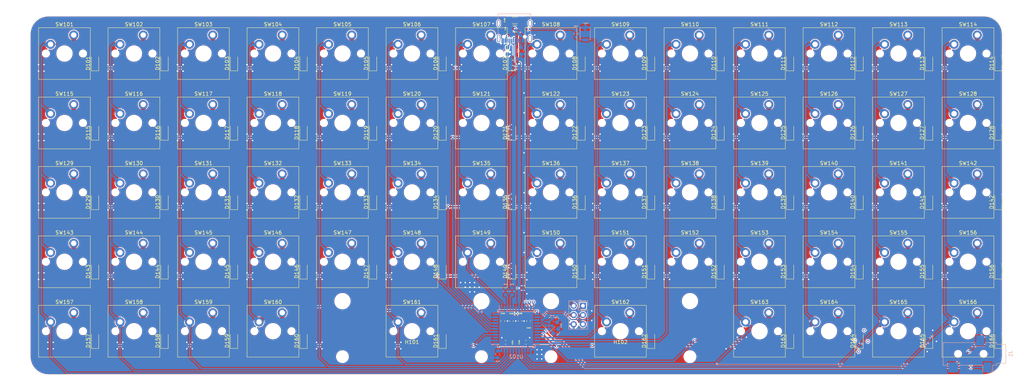
<source format=kicad_pcb>
(kicad_pcb (version 20171130) (host pcbnew 5.1.12)
  (layers (0 F.Cu signal) (31 B.Cu signal) (34 B.Paste user) (35 F.Paste user) (36 B.SilkS user) (37 F.SilkS user) (38 B.Mask user) (39 F.Mask user) (44 Edge.Cuts user))
  (net 0 "")
  (net 1 "Net-(D101-Pad2)")
  (net 2 ROW_0)
  (net 3 "Net-(D102-Pad2)")
  (net 4 "Net-(D103-Pad2)")
  (net 5 "Net-(D104-Pad2)")
  (net 6 "Net-(D105-Pad2)")
  (net 7 "Net-(D106-Pad2)")
  (net 8 "Net-(D107-Pad2)")
  (net 9 "Net-(D108-Pad2)")
  (net 10 "Net-(D109-Pad2)")
  (net 11 "Net-(D110-Pad2)")
  (net 12 "Net-(D111-Pad2)")
  (net 13 "Net-(D112-Pad2)")
  (net 14 "Net-(D113-Pad2)")
  (net 15 "Net-(D114-Pad2)")
  (net 16 "Net-(D115-Pad2)")
  (net 17 ROW_1)
  (net 18 "Net-(D116-Pad2)")
  (net 19 "Net-(D117-Pad2)")
  (net 20 "Net-(D118-Pad2)")
  (net 21 "Net-(D119-Pad2)")
  (net 22 "Net-(D120-Pad2)")
  (net 23 "Net-(D121-Pad2)")
  (net 24 "Net-(D122-Pad2)")
  (net 25 "Net-(D123-Pad2)")
  (net 26 "Net-(D124-Pad2)")
  (net 27 "Net-(D125-Pad2)")
  (net 28 "Net-(D126-Pad2)")
  (net 29 "Net-(D127-Pad2)")
  (net 30 "Net-(D128-Pad2)")
  (net 31 "Net-(D129-Pad2)")
  (net 32 ROW_2)
  (net 33 "Net-(D130-Pad2)")
  (net 34 "Net-(D131-Pad2)")
  (net 35 "Net-(D132-Pad2)")
  (net 36 "Net-(D133-Pad2)")
  (net 37 "Net-(D134-Pad2)")
  (net 38 "Net-(D135-Pad2)")
  (net 39 "Net-(D136-Pad2)")
  (net 40 "Net-(D137-Pad2)")
  (net 41 "Net-(D138-Pad2)")
  (net 42 "Net-(D139-Pad2)")
  (net 43 "Net-(D140-Pad2)")
  (net 44 "Net-(D141-Pad2)")
  (net 45 "Net-(D142-Pad2)")
  (net 46 "Net-(D143-Pad2)")
  (net 47 ROW_3)
  (net 48 "Net-(D144-Pad2)")
  (net 49 "Net-(D145-Pad2)")
  (net 50 "Net-(D146-Pad2)")
  (net 51 "Net-(D147-Pad2)")
  (net 52 "Net-(D148-Pad2)")
  (net 53 "Net-(D149-Pad2)")
  (net 54 "Net-(D150-Pad2)")
  (net 55 "Net-(D151-Pad2)")
  (net 56 "Net-(D152-Pad2)")
  (net 57 "Net-(D153-Pad2)")
  (net 58 "Net-(D154-Pad2)")
  (net 59 "Net-(D155-Pad2)")
  (net 60 "Net-(D156-Pad2)")
  (net 61 "Net-(D157-Pad2)")
  (net 62 ROW_4)
  (net 63 "Net-(D158-Pad2)")
  (net 64 "Net-(D159-Pad2)")
  (net 65 "Net-(D160-Pad2)")
  (net 66 "Net-(D161-Pad2)")
  (net 67 "Net-(D162-Pad2)")
  (net 68 "Net-(D163-Pad2)")
  (net 69 "Net-(D164-Pad2)")
  (net 70 "Net-(D165-Pad2)")
  (net 71 "Net-(D166-Pad2)")
  (net 72 COL_0)
  (net 73 COL_1)
  (net 74 COL_2)
  (net 75 COL_3)
  (net 76 COL_4)
  (net 77 COL_5)
  (net 78 COL_6)
  (net 79 COL_7)
  (net 80 COL_8)
  (net 81 COL_9)
  (net 82 COL_10)
  (net 83 COL_11)
  (net 84 COL_12)
  (net 85 COL_13)
  (net 86 GND)
  (net 87 +5V)
  (net 88 XTAL1)
  (net 89 XTAL2)
  (net 90 VBUS)
  (net 91 D+)
  (net 92 "Net-(J101-PadA8)")
  (net 93 "Net-(J101-PadB8)")
  (net 94 D-)
  (net 95 "Net-(J101-PadS1)")
  (net 96 ~RESET)
  (net 97 ~HWB)
  (net 98 "Net-(U102-Pad42)")
  (net 99 "Net-(U102-Pad36)")
  (net 100 MISO)
  (net 101 MOSI)
  (net 102 SCLK)
  (net 103 /USB+)
  (net 104 /USB-)
  (net 105 /UCAP)
  (net 106 /CC2)
  (net 107 /CC1)
  (net 108 SCL)
  (net 109 SDA)
  (net 110 "Net-(J1-PadT)")
  (module Button_Switch_SMD:SW_SPST_B3U-1000P (layer B.Cu) (at 229.108 115.189 90)
    (fp_text reference RESET (at 2.794 0.127 unlocked) (layer B.SilkS) (effects (font (size 0.3 0.3) (thickness 0.075)) (justify mirror)))
    (fp_text value SW_Push)
    (pad 2 smd rect (at 1.7 0 90) (size 0.9 1.7) (layers B.Cu B.Paste B.Mask) (net 86 GND))
    (pad 1 smd rect (at -1.7 0 90) (size 0.9 1.7) (layers B.Cu B.Paste B.Mask) (net 96 ~RESET))
  )
  (module Capacitor_SMD:C_1206_3216Metric_Pad1.33x1.80mm_HandSolder (layer F.Cu) (at 209.804 111.506)
    (fp_text reference C109 (at -2.794 0 90) (layer F.SilkS) (effects (font (size 0.3 0.3) (thickness 0.075))))
    (fp_text value 10u)
    (pad 2 smd roundrect (at 1.5625 0) (size 1.325 1.8) (layers F.Cu F.Paste F.Mask) (roundrect_rratio 0.188679) (net 86 GND))
    (pad 1 smd roundrect (at -1.5625 0) (size 1.325 1.8) (layers F.Cu F.Paste F.Mask) (roundrect_rratio 0.188679) (net 90 VBUS))
  )
  (module Connector_Audio:Jack_3.5mm_CUI_SJ-3523-SMT_Horizontal (layer B.Cu) (at 335.788 203.073 90)
    (fp_text reference J1 (at 0 9.9 90) (layer B.SilkS) (effects (justify mirror)))
    (fp_text value AudioJack3)
    (pad "" np_thru_hole circle (at 0 -4.5 90) (size 1.7 1.7) (drill 1.7) (layers *.Cu *.Mask))
    (pad "" np_thru_hole circle (at 0 2.5 90) (size 1.7 1.7) (drill 1.7) (layers *.Cu *.Mask))
    (pad T smd rect (at -3.7 -5.8 90) (size 2.8 2.8) (layers B.Cu B.Paste B.Mask) (net 110 "Net-(J1-PadT)"))
    (pad S smd rect (at -3.7 3.6 90) (size 2.8 2.2) (layers B.Cu B.Paste B.Mask) (net 109 SDA))
    (pad R smd rect (at 3.7 1.6 90) (size 2.8 2.2) (layers B.Cu B.Paste B.Mask) (net 108 SCL))
  )
  (module Crystal:Crystal_SMD_2016-4Pin_2.0x1.6mm (layer B.Cu) (at 219.202 195.326 135)
    (fp_text reference 16Mhz (at -2.334867 2.334867 270) (layer B.SilkS) (effects (font (size 0.3 0.3) (thickness 0.075)) (justify mirror)))
    (fp_text value 16Mhz)
    (pad 4 smd rect (at -0.7 0.55 135) (size 0.9 0.8) (layers B.Cu B.Paste B.Mask) (net 86 GND))
    (pad 3 smd rect (at 0.7 0.55 135) (size 0.9 0.8) (layers B.Cu B.Paste B.Mask) (net 89 XTAL2))
    (pad 2 smd rect (at 0.7 -0.55 135) (size 0.9 0.8) (layers B.Cu B.Paste B.Mask) (net 86 GND))
    (pad 1 smd rect (at -0.7 -0.55 135) (size 0.9 0.8) (layers B.Cu B.Paste B.Mask) (net 88 XTAL1))
  )
  (module Connector_USB:USB_C_Receptacle_Palconn_UTC16-G (layer B.Cu) (at 209.677 114.584)
    (fp_text reference J101 hide)
    (fp_text value USB_C_Receptacle_USB2.0)
    (pad A12 smd rect (at 3.2 2.51) (size 0.6 1.16) (layers B.Cu B.Paste B.Mask) (net 86 GND))
    (pad A9 smd rect (at 2.4 2.51) (size 0.6 1.16) (layers B.Cu B.Paste B.Mask) (net 90 VBUS))
    (pad B1 smd rect (at 3.2 2.51) (size 0.6 1.16) (layers B.Cu B.Paste B.Mask) (net 86 GND))
    (pad B4 smd rect (at 2.4 2.51) (size 0.6 1.16) (layers B.Cu B.Paste B.Mask) (net 90 VBUS))
    (pad B12 smd rect (at -3.2 2.51) (size 0.6 1.16) (layers B.Cu B.Paste B.Mask) (net 86 GND))
    (pad A1 smd rect (at -3.2 2.51) (size 0.6 1.16) (layers B.Cu B.Paste B.Mask) (net 86 GND))
    (pad B9 smd rect (at -2.4 2.51) (size 0.6 1.16) (layers B.Cu B.Paste B.Mask) (net 90 VBUS))
    (pad A4 smd rect (at -2.4 2.51) (size 0.6 1.16) (layers B.Cu B.Paste B.Mask) (net 90 VBUS))
    (pad "" np_thru_hole circle (at -2.89 1.45 180) (size 0.6 0.6) (drill 0.6) (layers *.Cu *.Mask))
    (pad "" np_thru_hole circle (at 2.89 1.45 180) (size 0.6 0.6) (drill 0.6) (layers *.Cu *.Mask))
    (pad B5 smd rect (at 1.75 2.51 180) (size 0.3 1.16) (layers B.Cu B.Paste B.Mask) (net 106 /CC2))
    (pad B6 smd rect (at 0.75 2.51 180) (size 0.3 1.16) (layers B.Cu B.Paste B.Mask) (net 91 D+))
    (pad A8 smd rect (at 1.25 2.51 180) (size 0.3 1.16) (layers B.Cu B.Paste B.Mask) (net 92 "Net-(J101-PadA8)"))
    (pad A5 smd rect (at -1.25 2.51 180) (size 0.3 1.16) (layers B.Cu B.Paste B.Mask) (net 107 /CC1))
    (pad B8 smd rect (at -1.75 2.51 180) (size 0.3 1.16) (layers B.Cu B.Paste B.Mask) (net 93 "Net-(J101-PadB8)"))
    (pad A7 smd rect (at 0.25 2.51 180) (size 0.3 1.16) (layers B.Cu B.Paste B.Mask) (net 94 D-))
    (pad A6 smd rect (at -0.25 2.51 180) (size 0.3 1.16) (layers B.Cu B.Paste B.Mask) (net 91 D+))
    (pad B7 smd rect (at -0.75 2.51 180) (size 0.3 1.16) (layers B.Cu B.Paste B.Mask) (net 94 D-))
    (pad S1 thru_hole oval (at 4.32 -2.24 270) (size 1.7 0.9) (drill oval 1.4 0.6) (layers *.Cu *.Mask) (net 95 "Net-(J101-PadS1)"))
    (pad S1 thru_hole oval (at -4.32 -2.24 270) (size 1.7 0.9) (drill oval 1.4 0.6) (layers *.Cu *.Mask) (net 95 "Net-(J101-PadS1)"))
    (pad S1 thru_hole oval (at 4.32 1.93 270) (size 2 0.9) (drill oval 1.7 0.6) (layers *.Cu *.Mask) (net 95 "Net-(J101-PadS1)"))
    (pad S1 thru_hole oval (at -4.32 1.93 270) (size 2 0.9) (drill oval 1.7 0.6) (layers *.Cu *.Mask) (net 95 "Net-(J101-PadS1)"))
  )
  (module Connector_PinHeader_2.54mm:PinHeader_2x03_P2.54mm_Vertical (layer B.Cu) (at 228.473 189.865 180)
    (fp_text reference J102 (at 0.635 1.397) (layer B.SilkS) (effects (font (size 0.3 0.3) (thickness 0.075)) (justify mirror)))
    (fp_text value AVR-ISP-6)
    (pad 6 thru_hole oval (at 2.54 -5.08 180) (size 1.7 1.7) (drill 1) (layers *.Cu *.Mask) (net 86 GND))
    (pad 5 thru_hole oval (at 0 -5.08 180) (size 1.7 1.7) (drill 1) (layers *.Cu *.Mask) (net 96 ~RESET))
    (pad 4 thru_hole oval (at 2.54 -2.54 180) (size 1.7 1.7) (drill 1) (layers *.Cu *.Mask) (net 101 MOSI))
    (pad 3 thru_hole oval (at 0 -2.54 180) (size 1.7 1.7) (drill 1) (layers *.Cu *.Mask) (net 102 SCLK))
    (pad 2 thru_hole oval (at 2.54 0 180) (size 1.7 1.7) (drill 1) (layers *.Cu *.Mask) (net 87 +5V))
    (pad 1 thru_hole rect (at 0 0 180) (size 1.7 1.7) (drill 1) (layers *.Cu *.Mask) (net 100 MISO))
  )
  (module Capacitor_SMD:C_0603_1608Metric_Pad1.08x0.95mm_HandSolder (layer F.Cu) (at 211.243332 194.056 90)
    (fp_text reference C108 (at 2.0555 0 180) (layer F.SilkS) (effects (font (size 0.3 0.3) (thickness 0.075))))
    (fp_text value 1u)
    (pad 2 smd roundrect (at 0.8625 0 90) (size 1.075 0.95) (layers F.Cu F.Paste F.Mask) (net 105 /UCAP))
    (pad 1 smd roundrect (at -0.8625 0 90) (size 1.075 0.95) (layers F.Cu F.Paste F.Mask) (net 86 GND))
  )
  (module Capacitor_SMD:C_0603_1608Metric_Pad1.08x0.95mm_HandSolder (layer B.Cu) (at 220.726 193.802 315)
    (fp_text reference C107 (at 0 -1.077631 315) (layer B.SilkS) (effects (font (size 0.3 0.3) (thickness 0.075)) (justify mirror)))
    (fp_text value 22p)
    (pad 2 smd roundrect (at 0.8625 0 315) (size 1.075 0.95) (layers B.Cu B.Paste B.Mask) (net 86 GND))
    (pad 1 smd roundrect (at -0.8625 0 315) (size 1.075 0.95) (layers B.Cu B.Paste B.Mask) (net 89 XTAL2))
  )
  (module Capacitor_SMD:C_0603_1608Metric_Pad1.08x0.95mm_HandSolder (layer B.Cu) (at 220.98 196.85 45)
    (fp_text reference C106 (at 0 1.077631 45) (layer B.SilkS) (effects (font (size 0.3 0.3) (thickness 0.075)) (justify mirror)))
    (fp_text value 22p)
    (pad 2 smd roundrect (at 0.8625 0 45) (size 1.075 0.95) (layers B.Cu B.Paste B.Mask) (net 86 GND))
    (pad 1 smd roundrect (at -0.8625 0 45) (size 1.075 0.95) (layers B.Cu B.Paste B.Mask) (net 88 XTAL1))
  )
  (module Capacitor_SMD:C_0603_1608Metric_Pad1.08x0.95mm_HandSolder (layer F.Cu) (at 212.852 199.898 180)
    (fp_text reference C105 (at 1.8415 0 270) (layer F.SilkS) (effects (font (size 0.3 0.3) (thickness 0.075))))
    (fp_text value 100n)
    (pad 2 smd roundrect (at 0.8625 0 180) (size 1.075 0.95) (layers F.Cu F.Paste F.Mask) (net 86 GND))
    (pad 1 smd roundrect (at -0.8625 0 180) (size 1.075 0.95) (layers F.Cu F.Paste F.Mask) (net 87 +5V))
  )
  (module Capacitor_SMD:C_0603_1608Metric_Pad1.08x0.95mm_HandSolder (layer F.Cu) (at 207.264 199.898)
    (fp_text reference C104 (at 1.905 0 270) (layer F.SilkS) (effects (font (size 0.3 0.3) (thickness 0.075))))
    (fp_text value 100n)
    (pad 2 smd roundrect (at 0.8625 0) (size 1.075 0.95) (layers F.Cu F.Paste F.Mask) (net 86 GND))
    (pad 1 smd roundrect (at -0.8625 0) (size 1.075 0.95) (layers F.Cu F.Paste F.Mask) (net 87 +5V))
  )
  (module Capacitor_SMD:C_0603_1608Metric_Pad1.08x0.95mm_HandSolder (layer F.Cu) (at 206.502 194.056 270)
    (fp_text reference C103 (at -2.0555 0 180) (layer F.SilkS) (effects (font (size 0.3 0.3) (thickness 0.075))))
    (fp_text value 100n)
    (pad 2 smd roundrect (at 0.8625 0 270) (size 1.075 0.95) (layers F.Cu F.Paste F.Mask) (net 86 GND))
    (pad 1 smd roundrect (at -0.8625 0 270) (size 1.075 0.95) (layers F.Cu F.Paste F.Mask) (net 87 +5V))
  )
  (module Capacitor_SMD:C_0603_1608Metric_Pad1.08x0.95mm_HandSolder (layer F.Cu) (at 213.614 194.056 270)
    (fp_text reference C102 (at 1.905 0 180) (layer F.SilkS) (effects (font (size 0.3 0.3) (thickness 0.075))))
    (fp_text value 100n)
    (pad 2 smd roundrect (at 0.8625 0 270) (size 1.075 0.95) (layers F.Cu F.Paste F.Mask) (net 86 GND))
    (pad 1 smd roundrect (at -0.8625 0 270) (size 1.075 0.95) (layers F.Cu F.Paste F.Mask) (net 87 +5V))
  )
  (module Capacitor_SMD:C_0603_1608Metric_Pad1.08x0.95mm_HandSolder (layer F.Cu) (at 208.872666 194.056 270)
    (fp_text reference C101 (at -2.032 0 180) (layer F.SilkS) (effects (font (size 0.3 0.3) (thickness 0.075))))
    (fp_text value 100n)
    (pad 2 smd roundrect (at 0.8625 0 270) (size 1.075 0.95) (layers F.Cu F.Paste F.Mask) (net 86 GND))
    (pad 1 smd roundrect (at -0.8625 0 270) (size 1.075 0.95) (layers F.Cu F.Paste F.Mask) (net 87 +5V))
  )
  (module Switch_Keyboard_Cherry_MX:SW_Cherry_MX_PCB_1.00u (layer F.Cu) (at 86.36 120.65)
    (fp_text reference SW101 (at 0 -8) (layer F.SilkS))
    (fp_text value SW_Push)
    (pad "" np_thru_hole circle (at 5.08 0) (size 1.75 1.75) (drill 1.75) (layers *.Cu *.Mask))
    (pad "" np_thru_hole circle (at -5.08 0) (size 1.75 1.75) (drill 1.75) (layers *.Cu *.Mask))
    (pad "" np_thru_hole circle (at 0 0) (size 4 4) (drill 4) (layers *.Cu *.Mask))
    (pad 2 thru_hole circle (at 2.54 -5.08) (size 2.5 2.5) (drill 1.5) (layers *.Cu B.Mask) (net 1 "Net-(D101-Pad2)"))
    (pad 1 thru_hole circle (at -3.81 -2.54) (size 2.5 2.5) (drill 1.5) (layers *.Cu B.Mask) (net 72 COL_0))
  )
  (module Package_QFP:TQFP-44_10x10mm_P0.8mm (layer B.Cu) (at 210.185 196.215 270)
    (fp_text reference U102 (at 7.62 0) (layer B.SilkS) (effects (justify mirror)))
    (fp_text value ATmega32U4-AU)
    (pad 44 smd rect (at -4 5.7 180) (size 1.5 0.55) (layers B.Cu B.Paste B.Mask) (net 87 +5V))
    (pad 43 smd rect (at -3.2 5.7 180) (size 1.5 0.55) (layers B.Cu B.Paste B.Mask) (net 86 GND))
    (pad 42 smd rect (at -2.4 5.7 180) (size 1.5 0.55) (layers B.Cu B.Paste B.Mask) (net 98 "Net-(U102-Pad42)"))
    (pad 41 smd rect (at -1.6 5.7 180) (size 1.5 0.55) (layers B.Cu B.Paste B.Mask) (net 2 ROW_0))
    (pad 40 smd rect (at -0.8 5.7 180) (size 1.5 0.55) (layers B.Cu B.Paste B.Mask) (net 17 ROW_1))
    (pad 39 smd rect (at 0 5.7 180) (size 1.5 0.55) (layers B.Cu B.Paste B.Mask) (net 32 ROW_2))
    (pad 38 smd rect (at 0.8 5.7 180) (size 1.5 0.55) (layers B.Cu B.Paste B.Mask) (net 47 ROW_3))
    (pad 37 smd rect (at 1.6 5.7 180) (size 1.5 0.55) (layers B.Cu B.Paste B.Mask) (net 62 ROW_4))
    (pad 36 smd rect (at 2.4 5.7 180) (size 1.5 0.55) (layers B.Cu B.Paste B.Mask) (net 99 "Net-(U102-Pad36)"))
    (pad 35 smd rect (at 3.2 5.7 180) (size 1.5 0.55) (layers B.Cu B.Paste B.Mask) (net 86 GND))
    (pad 34 smd rect (at 4 5.7 180) (size 1.5 0.55) (layers B.Cu B.Paste B.Mask) (net 87 +5V))
    (pad 33 smd rect (at 5.7 4 270) (size 1.5 0.55) (layers B.Cu B.Paste B.Mask) (net 97 ~HWB))
    (pad 32 smd rect (at 5.7 3.2 270) (size 1.5 0.55) (layers B.Cu B.Paste B.Mask) (net 77 COL_5))
    (pad 31 smd rect (at 5.7 2.4 270) (size 1.5 0.55) (layers B.Cu B.Paste B.Mask) (net 76 COL_4))
    (pad 30 smd rect (at 5.7 1.6 270) (size 1.5 0.55) (layers B.Cu B.Paste B.Mask) (net 74 COL_2))
    (pad 29 smd rect (at 5.7 0.8 270) (size 1.5 0.55) (layers B.Cu B.Paste B.Mask) (net 73 COL_1))
    (pad 28 smd rect (at 5.7 0 270) (size 1.5 0.55) (layers B.Cu B.Paste B.Mask) (net 72 COL_0))
    (pad 27 smd rect (at 5.7 -0.8 270) (size 1.5 0.55) (layers B.Cu B.Paste B.Mask) (net 85 COL_13))
    (pad 26 smd rect (at 5.7 -1.6 270) (size 1.5 0.55) (layers B.Cu B.Paste B.Mask) (net 84 COL_12))
    (pad 25 smd rect (at 5.7 -2.4 270) (size 1.5 0.55) (layers B.Cu B.Paste B.Mask) (net 82 COL_10))
    (pad 24 smd rect (at 5.7 -3.2 270) (size 1.5 0.55) (layers B.Cu B.Paste B.Mask) (net 87 +5V))
    (pad 23 smd rect (at 5.7 -4 270) (size 1.5 0.55) (layers B.Cu B.Paste B.Mask) (net 86 GND))
    (pad 22 smd rect (at 4 -5.7 180) (size 1.5 0.55) (layers B.Cu B.Paste B.Mask) (net 83 COL_11))
    (pad 21 smd rect (at 3.2 -5.7 180) (size 1.5 0.55) (layers B.Cu B.Paste B.Mask) (net 81 COL_9))
    (pad 20 smd rect (at 2.4 -5.7 180) (size 1.5 0.55) (layers B.Cu B.Paste B.Mask) (net 80 COL_8))
    (pad 19 smd rect (at 1.6 -5.7 180) (size 1.5 0.55) (layers B.Cu B.Paste B.Mask) (net 109 SDA))
    (pad 18 smd rect (at 0.8 -5.7 180) (size 1.5 0.55) (layers B.Cu B.Paste B.Mask) (net 108 SCL))
    (pad 17 smd rect (at 0 -5.7 180) (size 1.5 0.55) (layers B.Cu B.Paste B.Mask) (net 88 XTAL1))
    (pad 16 smd rect (at -0.8 -5.7 180) (size 1.5 0.55) (layers B.Cu B.Paste B.Mask) (net 89 XTAL2))
    (pad 15 smd rect (at -1.6 -5.7 180) (size 1.5 0.55) (layers B.Cu B.Paste B.Mask) (net 86 GND))
    (pad 14 smd rect (at -2.4 -5.7 180) (size 1.5 0.55) (layers B.Cu B.Paste B.Mask) (net 87 +5V))
    (pad 13 smd rect (at -3.2 -5.7 180) (size 1.5 0.55) (layers B.Cu B.Paste B.Mask) (net 96 ~RESET))
    (pad 12 smd rect (at -4 -5.7 180) (size 1.5 0.55) (layers B.Cu B.Paste B.Mask) (net 75 COL_3))
    (pad 11 smd rect (at -5.7 -4 270) (size 1.5 0.55) (layers B.Cu B.Paste B.Mask) (net 100 MISO))
    (pad 10 smd rect (at -5.7 -3.2 270) (size 1.5 0.55) (layers B.Cu B.Paste B.Mask) (net 101 MOSI))
    (pad 9 smd rect (at -5.7 -2.4 270) (size 1.5 0.55) (layers B.Cu B.Paste B.Mask) (net 102 SCLK))
    (pad 8 smd rect (at -5.7 -1.6 270) (size 1.5 0.55) (layers B.Cu B.Paste B.Mask) (net 79 COL_7))
    (pad 7 smd rect (at -5.7 -0.8 270) (size 1.5 0.55) (layers B.Cu B.Paste B.Mask) (net 87 +5V))
    (pad 6 smd rect (at -5.7 0 270) (size 1.5 0.55) (layers B.Cu B.Paste B.Mask) (net 105 /UCAP))
    (pad 5 smd rect (at -5.7 0.8 270) (size 1.5 0.55) (layers B.Cu B.Paste B.Mask) (net 86 GND))
    (pad 4 smd rect (at -5.7 1.6 270) (size 1.5 0.55) (layers B.Cu B.Paste B.Mask) (net 103 /USB+))
    (pad 3 smd rect (at -5.7 2.4 270) (size 1.5 0.55) (layers B.Cu B.Paste B.Mask) (net 104 /USB-))
    (pad 2 smd rect (at -5.7 3.2 270) (size 1.5 0.55) (layers B.Cu B.Paste B.Mask) (net 87 +5V))
    (pad 1 smd rect (at -5.7 4 270) (size 1.5 0.55) (layers B.Cu B.Paste B.Mask) (net 78 COL_6))
  )
  (module Resistor_SMD:R_0603_1608Metric_Pad0.98x0.95mm_HandSolder (layer B.Cu) (at 205.105 203.2 90)
    (fp_text reference R106 (at -1.905 0 180) (layer B.SilkS) (effects (font (size 0.3 0.3) (thickness 0.075)) (justify mirror)))
    (fp_text value 10k)
    (pad 2 smd roundrect (at 0.9125 0 90) (size 0.975 0.95) (layers B.Cu B.Paste B.Mask) (net 97 ~HWB))
    (pad 1 smd roundrect (at -0.9125 0 90) (size 0.975 0.95) (layers B.Cu B.Paste B.Mask) (net 86 GND))
  )
  (module Resistor_SMD:R_0603_1608Metric_Pad0.98x0.95mm_HandSolder (layer B.Cu) (at 226.568 115.189 90)
    (fp_text reference R105 (at 2.032 0 180) (layer B.SilkS) (effects (font (size 0.3 0.3) (thickness 0.075)) (justify mirror)))
    (fp_text value 10k)
    (pad 2 smd roundrect (at 0.9125 0 90) (size 0.975 0.95) (layers B.Cu B.Paste B.Mask) (net 87 +5V))
    (pad 1 smd roundrect (at -0.9125 0 90) (size 0.975 0.95) (layers B.Cu B.Paste B.Mask) (net 96 ~RESET))
  )
  (module Resistor_SMD:R_0603_1608Metric_Pad0.98x0.95mm_HandSolder (layer B.Cu) (at 207.264 185.928 90)
    (fp_text reference R104 (at 1.905 0 180) (layer B.SilkS) (effects (font (size 0.3 0.3) (thickness 0.075)) (justify mirror)))
    (fp_text value 22)
    (pad 2 smd roundrect (at 0.9125 0 90) (size 0.975 0.95) (layers B.Cu B.Paste B.Mask) (net 94 D-))
    (pad 1 smd roundrect (at -0.9125 0 90) (size 0.975 0.95) (layers B.Cu B.Paste B.Mask) (net 104 /USB-))
  )
  (module Resistor_SMD:R_0603_1608Metric_Pad0.98x0.95mm_HandSolder (layer B.Cu) (at 209.042 185.928 90)
    (fp_text reference R103 (at 1.905 0) (layer B.SilkS) (effects (font (size 0.3 0.3) (thickness 0.075)) (justify mirror)))
    (fp_text value 22)
    (pad 2 smd roundrect (at 0.9125 0 90) (size 0.975 0.95) (layers B.Cu B.Paste B.Mask) (net 91 D+))
    (pad 1 smd roundrect (at -0.9125 0 90) (size 0.975 0.95) (layers B.Cu B.Paste B.Mask) (net 103 /USB+))
  )
  (module Resistor_SMD:R_0603_1608Metric_Pad0.98x0.95mm_HandSolder (layer B.Cu) (at 211.582 119.888 270)
    (fp_text reference R102 (at 0 1.016 270) (layer B.SilkS) (effects (font (size 0.3 0.3) (thickness 0.075)) (justify mirror)))
    (fp_text value 5K1)
    (pad 2 smd roundrect (at 0.9125 0 270) (size 0.975 0.95) (layers B.Cu B.Paste B.Mask) (net 86 GND))
    (pad 1 smd roundrect (at -0.9125 0 270) (size 0.975 0.95) (layers B.Cu B.Paste B.Mask) (net 106 /CC2))
  )
  (module Resistor_SMD:R_0603_1608Metric_Pad0.98x0.95mm_HandSolder (layer B.Cu) (at 207.772 119.888 270)
    (fp_text reference R101 (at 0 1.016 270) (layer B.SilkS) (effects (font (size 0.3 0.3) (thickness 0.075)) (justify mirror)))
    (fp_text value 5K1)
    (pad 2 smd roundrect (at 0.9125 0 270) (size 0.975 0.95) (layers B.Cu B.Paste B.Mask) (net 86 GND))
    (pad 1 smd roundrect (at -0.9125 0 270) (size 0.975 0.95) (layers B.Cu B.Paste B.Mask) (net 107 /CC1))
  )
  (module Fuse:Fuse_1206_3216Metric_Pad1.42x1.75mm_HandSolder (layer F.Cu) (at 209.804 113.792 180)
    (fp_text reference F101 (at 2.5765 0 270) (layer F.SilkS) (effects (font (size 0.3 0.3) (thickness 0.075))))
    (fp_text value 500mA)
    (pad 2 smd roundrect (at 1.4875 0 180) (size 1.425 1.75) (layers F.Cu F.Paste F.Mask) (roundrect_rratio 0.175439) (net 90 VBUS))
    (pad 1 smd roundrect (at -1.4875 0 180) (size 1.425 1.75) (layers F.Cu F.Paste F.Mask) (roundrect_rratio 0.175439) (net 87 +5V))
  )
  (module Switch_Keyboard_Cherry_MX:SW_Cherry_MX_PCB_3.00u (layer F.Cu) (at 181.61 196.85)
    (fp_text reference SW161 (at 0 -8) (layer F.SilkS))
    (fp_text value SW_Push)
    (pad "" np_thru_hole circle (at 5.08 0) (size 1.75 1.75) (drill 1.75) (layers *.Cu *.Mask))
    (pad "" np_thru_hole circle (at -5.08 0) (size 1.75 1.75) (drill 1.75) (layers *.Cu *.Mask))
    (pad "" np_thru_hole circle (at 0 0) (size 4 4) (drill 4) (layers *.Cu *.Mask))
    (pad 2 thru_hole circle (at 2.54 -5.08) (size 2.5 2.5) (drill 1.5) (layers *.Cu B.Mask) (net 66 "Net-(D161-Pad2)"))
    (pad 1 thru_hole circle (at -3.81 -2.54) (size 2.5 2.5) (drill 1.5) (layers *.Cu B.Mask) (net 77 COL_5))
  )
  (module Switch_Keyboard_Cherry_MX:SW_Cherry_MX_PCB_3.00u (layer F.Cu) (at 238.76 196.85)
    (fp_text reference SW162 (at 0 -8) (layer F.SilkS))
    (fp_text value SW_Push)
    (pad "" np_thru_hole circle (at 5.08 0) (size 1.75 1.75) (drill 1.75) (layers *.Cu *.Mask))
    (pad "" np_thru_hole circle (at -5.08 0) (size 1.75 1.75) (drill 1.75) (layers *.Cu *.Mask))
    (pad "" np_thru_hole circle (at 0 0) (size 4 4) (drill 4) (layers *.Cu *.Mask))
    (pad 2 thru_hole circle (at 2.54 -5.08) (size 2.5 2.5) (drill 1.5) (layers *.Cu B.Mask) (net 67 "Net-(D162-Pad2)"))
    (pad 1 thru_hole circle (at -3.81 -2.54) (size 2.5 2.5) (drill 1.5) (layers *.Cu B.Mask) (net 80 COL_8))
  )
  (module Switch_Keyboard_Cherry_MX:SW_Cherry_MX_PCB_1.00u (layer F.Cu) (at 334.01 196.85)
    (fp_text reference SW166 (at 0 -8) (layer F.SilkS))
    (fp_text value SW_Push)
    (pad "" np_thru_hole circle (at 5.08 0) (size 1.75 1.75) (drill 1.75) (layers *.Cu *.Mask))
    (pad "" np_thru_hole circle (at -5.08 0) (size 1.75 1.75) (drill 1.75) (layers *.Cu *.Mask))
    (pad "" np_thru_hole circle (at 0 0) (size 4 4) (drill 4) (layers *.Cu *.Mask))
    (pad 2 thru_hole circle (at 2.54 -5.08) (size 2.5 2.5) (drill 1.5) (layers *.Cu B.Mask) (net 71 "Net-(D166-Pad2)"))
    (pad 1 thru_hole circle (at -3.81 -2.54) (size 2.5 2.5) (drill 1.5) (layers *.Cu B.Mask) (net 85 COL_13))
  )
  (module Switch_Keyboard_Cherry_MX:SW_Cherry_MX_PCB_1.00u (layer F.Cu) (at 314.96 196.85)
    (fp_text reference SW165 (at 0 -8) (layer F.SilkS))
    (fp_text value SW_Push)
    (pad "" np_thru_hole circle (at 5.08 0) (size 1.75 1.75) (drill 1.75) (layers *.Cu *.Mask))
    (pad "" np_thru_hole circle (at -5.08 0) (size 1.75 1.75) (drill 1.75) (layers *.Cu *.Mask))
    (pad "" np_thru_hole circle (at 0 0) (size 4 4) (drill 4) (layers *.Cu *.Mask))
    (pad 2 thru_hole circle (at 2.54 -5.08) (size 2.5 2.5) (drill 1.5) (layers *.Cu B.Mask) (net 70 "Net-(D165-Pad2)"))
    (pad 1 thru_hole circle (at -3.81 -2.54) (size 2.5 2.5) (drill 1.5) (layers *.Cu B.Mask) (net 84 COL_12))
  )
  (module Switch_Keyboard_Cherry_MX:SW_Cherry_MX_PCB_1.00u (layer F.Cu) (at 295.91 196.85)
    (fp_text reference SW164 (at 0 -8) (layer F.SilkS))
    (fp_text value SW_Push)
    (pad "" np_thru_hole circle (at 5.08 0) (size 1.75 1.75) (drill 1.75) (layers *.Cu *.Mask))
    (pad "" np_thru_hole circle (at -5.08 0) (size 1.75 1.75) (drill 1.75) (layers *.Cu *.Mask))
    (pad "" np_thru_hole circle (at 0 0) (size 4 4) (drill 4) (layers *.Cu *.Mask))
    (pad 2 thru_hole circle (at 2.54 -5.08) (size 2.5 2.5) (drill 1.5) (layers *.Cu B.Mask) (net 69 "Net-(D164-Pad2)"))
    (pad 1 thru_hole circle (at -3.81 -2.54) (size 2.5 2.5) (drill 1.5) (layers *.Cu B.Mask) (net 83 COL_11))
  )
  (module Switch_Keyboard_Cherry_MX:SW_Cherry_MX_PCB_1.00u (layer F.Cu) (at 276.86 196.85)
    (fp_text reference SW163 (at 0 -8) (layer F.SilkS))
    (fp_text value SW_Push)
    (pad "" np_thru_hole circle (at 5.08 0) (size 1.75 1.75) (drill 1.75) (layers *.Cu *.Mask))
    (pad "" np_thru_hole circle (at -5.08 0) (size 1.75 1.75) (drill 1.75) (layers *.Cu *.Mask))
    (pad "" np_thru_hole circle (at 0 0) (size 4 4) (drill 4) (layers *.Cu *.Mask))
    (pad 2 thru_hole circle (at 2.54 -5.08) (size 2.5 2.5) (drill 1.5) (layers *.Cu B.Mask) (net 68 "Net-(D163-Pad2)"))
    (pad 1 thru_hole circle (at -3.81 -2.54) (size 2.5 2.5) (drill 1.5) (layers *.Cu B.Mask) (net 82 COL_10))
  )
  (module Switch_Keyboard_Cherry_MX:SW_Cherry_MX_PCB_1.00u (layer F.Cu) (at 143.51 196.85)
    (fp_text reference SW160 (at 0 -8) (layer F.SilkS))
    (fp_text value SW_Push)
    (pad "" np_thru_hole circle (at 5.08 0) (size 1.75 1.75) (drill 1.75) (layers *.Cu *.Mask))
    (pad "" np_thru_hole circle (at -5.08 0) (size 1.75 1.75) (drill 1.75) (layers *.Cu *.Mask))
    (pad "" np_thru_hole circle (at 0 0) (size 4 4) (drill 4) (layers *.Cu *.Mask))
    (pad 2 thru_hole circle (at 2.54 -5.08) (size 2.5 2.5) (drill 1.5) (layers *.Cu B.Mask) (net 65 "Net-(D160-Pad2)"))
    (pad 1 thru_hole circle (at -3.81 -2.54) (size 2.5 2.5) (drill 1.5) (layers *.Cu B.Mask) (net 75 COL_3))
  )
  (module Switch_Keyboard_Cherry_MX:SW_Cherry_MX_PCB_1.00u (layer F.Cu) (at 124.46 196.85)
    (fp_text reference SW159 (at 0 -8) (layer F.SilkS))
    (fp_text value SW_Push)
    (pad "" np_thru_hole circle (at 5.08 0) (size 1.75 1.75) (drill 1.75) (layers *.Cu *.Mask))
    (pad "" np_thru_hole circle (at -5.08 0) (size 1.75 1.75) (drill 1.75) (layers *.Cu *.Mask))
    (pad "" np_thru_hole circle (at 0 0) (size 4 4) (drill 4) (layers *.Cu *.Mask))
    (pad 2 thru_hole circle (at 2.54 -5.08) (size 2.5 2.5) (drill 1.5) (layers *.Cu B.Mask) (net 64 "Net-(D159-Pad2)"))
    (pad 1 thru_hole circle (at -3.81 -2.54) (size 2.5 2.5) (drill 1.5) (layers *.Cu B.Mask) (net 74 COL_2))
  )
  (module Switch_Keyboard_Cherry_MX:SW_Cherry_MX_PCB_1.00u (layer F.Cu) (at 105.41 196.85)
    (fp_text reference SW158 (at 0 -8) (layer F.SilkS))
    (fp_text value SW_Push)
    (pad "" np_thru_hole circle (at 5.08 0) (size 1.75 1.75) (drill 1.75) (layers *.Cu *.Mask))
    (pad "" np_thru_hole circle (at -5.08 0) (size 1.75 1.75) (drill 1.75) (layers *.Cu *.Mask))
    (pad "" np_thru_hole circle (at 0 0) (size 4 4) (drill 4) (layers *.Cu *.Mask))
    (pad 2 thru_hole circle (at 2.54 -5.08) (size 2.5 2.5) (drill 1.5) (layers *.Cu B.Mask) (net 63 "Net-(D158-Pad2)"))
    (pad 1 thru_hole circle (at -3.81 -2.54) (size 2.5 2.5) (drill 1.5) (layers *.Cu B.Mask) (net 73 COL_1))
  )
  (module Switch_Keyboard_Cherry_MX:SW_Cherry_MX_PCB_1.00u (layer F.Cu) (at 86.36 196.85)
    (fp_text reference SW157 (at 0 -8) (layer F.SilkS))
    (fp_text value SW_Push)
    (pad "" np_thru_hole circle (at 5.08 0) (size 1.75 1.75) (drill 1.75) (layers *.Cu *.Mask))
    (pad "" np_thru_hole circle (at -5.08 0) (size 1.75 1.75) (drill 1.75) (layers *.Cu *.Mask))
    (pad "" np_thru_hole circle (at 0 0) (size 4 4) (drill 4) (layers *.Cu *.Mask))
    (pad 2 thru_hole circle (at 2.54 -5.08) (size 2.5 2.5) (drill 1.5) (layers *.Cu B.Mask) (net 61 "Net-(D157-Pad2)"))
    (pad 1 thru_hole circle (at -3.81 -2.54) (size 2.5 2.5) (drill 1.5) (layers *.Cu B.Mask) (net 72 COL_0))
  )
  (module Switch_Keyboard_Cherry_MX:SW_Cherry_MX_PCB_1.00u (layer F.Cu) (at 334.01 177.8)
    (fp_text reference SW156 (at 0 -8) (layer F.SilkS))
    (fp_text value SW_Push)
    (pad "" np_thru_hole circle (at 5.08 0) (size 1.75 1.75) (drill 1.75) (layers *.Cu *.Mask))
    (pad "" np_thru_hole circle (at -5.08 0) (size 1.75 1.75) (drill 1.75) (layers *.Cu *.Mask))
    (pad "" np_thru_hole circle (at 0 0) (size 4 4) (drill 4) (layers *.Cu *.Mask))
    (pad 2 thru_hole circle (at 2.54 -5.08) (size 2.5 2.5) (drill 1.5) (layers *.Cu B.Mask) (net 60 "Net-(D156-Pad2)"))
    (pad 1 thru_hole circle (at -3.81 -2.54) (size 2.5 2.5) (drill 1.5) (layers *.Cu B.Mask) (net 85 COL_13))
  )
  (module Switch_Keyboard_Cherry_MX:SW_Cherry_MX_PCB_1.00u (layer F.Cu) (at 314.96 177.8)
    (fp_text reference SW155 (at 0 -8) (layer F.SilkS))
    (fp_text value SW_Push)
    (pad "" np_thru_hole circle (at 5.08 0) (size 1.75 1.75) (drill 1.75) (layers *.Cu *.Mask))
    (pad "" np_thru_hole circle (at -5.08 0) (size 1.75 1.75) (drill 1.75) (layers *.Cu *.Mask))
    (pad "" np_thru_hole circle (at 0 0) (size 4 4) (drill 4) (layers *.Cu *.Mask))
    (pad 2 thru_hole circle (at 2.54 -5.08) (size 2.5 2.5) (drill 1.5) (layers *.Cu B.Mask) (net 59 "Net-(D155-Pad2)"))
    (pad 1 thru_hole circle (at -3.81 -2.54) (size 2.5 2.5) (drill 1.5) (layers *.Cu B.Mask) (net 84 COL_12))
  )
  (module Switch_Keyboard_Cherry_MX:SW_Cherry_MX_PCB_1.00u (layer F.Cu) (at 295.91 177.8)
    (fp_text reference SW154 (at 0 -8) (layer F.SilkS))
    (fp_text value SW_Push)
    (pad "" np_thru_hole circle (at 5.08 0) (size 1.75 1.75) (drill 1.75) (layers *.Cu *.Mask))
    (pad "" np_thru_hole circle (at -5.08 0) (size 1.75 1.75) (drill 1.75) (layers *.Cu *.Mask))
    (pad "" np_thru_hole circle (at 0 0) (size 4 4) (drill 4) (layers *.Cu *.Mask))
    (pad 2 thru_hole circle (at 2.54 -5.08) (size 2.5 2.5) (drill 1.5) (layers *.Cu B.Mask) (net 58 "Net-(D154-Pad2)"))
    (pad 1 thru_hole circle (at -3.81 -2.54) (size 2.5 2.5) (drill 1.5) (layers *.Cu B.Mask) (net 83 COL_11))
  )
  (module Switch_Keyboard_Cherry_MX:SW_Cherry_MX_PCB_1.00u (layer F.Cu) (at 276.86 177.8)
    (fp_text reference SW153 (at 0 -8) (layer F.SilkS))
    (fp_text value SW_Push)
    (pad "" np_thru_hole circle (at 5.08 0) (size 1.75 1.75) (drill 1.75) (layers *.Cu *.Mask))
    (pad "" np_thru_hole circle (at -5.08 0) (size 1.75 1.75) (drill 1.75) (layers *.Cu *.Mask))
    (pad "" np_thru_hole circle (at 0 0) (size 4 4) (drill 4) (layers *.Cu *.Mask))
    (pad 2 thru_hole circle (at 2.54 -5.08) (size 2.5 2.5) (drill 1.5) (layers *.Cu B.Mask) (net 57 "Net-(D153-Pad2)"))
    (pad 1 thru_hole circle (at -3.81 -2.54) (size 2.5 2.5) (drill 1.5) (layers *.Cu B.Mask) (net 82 COL_10))
  )
  (module Switch_Keyboard_Cherry_MX:SW_Cherry_MX_PCB_1.00u (layer F.Cu) (at 257.81 177.8)
    (fp_text reference SW152 (at 0 -8) (layer F.SilkS))
    (fp_text value SW_Push)
    (pad "" np_thru_hole circle (at 5.08 0) (size 1.75 1.75) (drill 1.75) (layers *.Cu *.Mask))
    (pad "" np_thru_hole circle (at -5.08 0) (size 1.75 1.75) (drill 1.75) (layers *.Cu *.Mask))
    (pad "" np_thru_hole circle (at 0 0) (size 4 4) (drill 4) (layers *.Cu *.Mask))
    (pad 2 thru_hole circle (at 2.54 -5.08) (size 2.5 2.5) (drill 1.5) (layers *.Cu B.Mask) (net 56 "Net-(D152-Pad2)"))
    (pad 1 thru_hole circle (at -3.81 -2.54) (size 2.5 2.5) (drill 1.5) (layers *.Cu B.Mask) (net 81 COL_9))
  )
  (module Switch_Keyboard_Cherry_MX:SW_Cherry_MX_PCB_1.00u (layer F.Cu) (at 238.76 177.8)
    (fp_text reference SW151 (at 0 -8) (layer F.SilkS))
    (fp_text value SW_Push)
    (pad "" np_thru_hole circle (at 5.08 0) (size 1.75 1.75) (drill 1.75) (layers *.Cu *.Mask))
    (pad "" np_thru_hole circle (at -5.08 0) (size 1.75 1.75) (drill 1.75) (layers *.Cu *.Mask))
    (pad "" np_thru_hole circle (at 0 0) (size 4 4) (drill 4) (layers *.Cu *.Mask))
    (pad 2 thru_hole circle (at 2.54 -5.08) (size 2.5 2.5) (drill 1.5) (layers *.Cu B.Mask) (net 55 "Net-(D151-Pad2)"))
    (pad 1 thru_hole circle (at -3.81 -2.54) (size 2.5 2.5) (drill 1.5) (layers *.Cu B.Mask) (net 80 COL_8))
  )
  (module Switch_Keyboard_Cherry_MX:SW_Cherry_MX_PCB_1.00u (layer F.Cu) (at 219.71 177.8)
    (fp_text reference SW150 (at 0 -8) (layer F.SilkS))
    (fp_text value SW_Push)
    (pad "" np_thru_hole circle (at 5.08 0) (size 1.75 1.75) (drill 1.75) (layers *.Cu *.Mask))
    (pad "" np_thru_hole circle (at -5.08 0) (size 1.75 1.75) (drill 1.75) (layers *.Cu *.Mask))
    (pad "" np_thru_hole circle (at 0 0) (size 4 4) (drill 4) (layers *.Cu *.Mask))
    (pad 2 thru_hole circle (at 2.54 -5.08) (size 2.5 2.5) (drill 1.5) (layers *.Cu B.Mask) (net 54 "Net-(D150-Pad2)"))
    (pad 1 thru_hole circle (at -3.81 -2.54) (size 2.5 2.5) (drill 1.5) (layers *.Cu B.Mask) (net 79 COL_7))
  )
  (module Switch_Keyboard_Cherry_MX:SW_Cherry_MX_PCB_1.00u (layer F.Cu) (at 200.66 177.8)
    (fp_text reference SW149 (at 0 -8) (layer F.SilkS))
    (fp_text value SW_Push)
    (pad "" np_thru_hole circle (at 5.08 0) (size 1.75 1.75) (drill 1.75) (layers *.Cu *.Mask))
    (pad "" np_thru_hole circle (at -5.08 0) (size 1.75 1.75) (drill 1.75) (layers *.Cu *.Mask))
    (pad "" np_thru_hole circle (at 0 0) (size 4 4) (drill 4) (layers *.Cu *.Mask))
    (pad 2 thru_hole circle (at 2.54 -5.08) (size 2.5 2.5) (drill 1.5) (layers *.Cu B.Mask) (net 53 "Net-(D149-Pad2)"))
    (pad 1 thru_hole circle (at -3.81 -2.54) (size 2.5 2.5) (drill 1.5) (layers *.Cu B.Mask) (net 78 COL_6))
  )
  (module Switch_Keyboard_Cherry_MX:SW_Cherry_MX_PCB_1.00u (layer F.Cu) (at 181.61 177.8)
    (fp_text reference SW148 (at 0 -8) (layer F.SilkS))
    (fp_text value SW_Push)
    (pad "" np_thru_hole circle (at 5.08 0) (size 1.75 1.75) (drill 1.75) (layers *.Cu *.Mask))
    (pad "" np_thru_hole circle (at -5.08 0) (size 1.75 1.75) (drill 1.75) (layers *.Cu *.Mask))
    (pad "" np_thru_hole circle (at 0 0) (size 4 4) (drill 4) (layers *.Cu *.Mask))
    (pad 2 thru_hole circle (at 2.54 -5.08) (size 2.5 2.5) (drill 1.5) (layers *.Cu B.Mask) (net 52 "Net-(D148-Pad2)"))
    (pad 1 thru_hole circle (at -3.81 -2.54) (size 2.5 2.5) (drill 1.5) (layers *.Cu B.Mask) (net 77 COL_5))
  )
  (module Switch_Keyboard_Cherry_MX:SW_Cherry_MX_PCB_1.00u (layer F.Cu) (at 162.56 177.8)
    (fp_text reference SW147 (at 0 -8) (layer F.SilkS))
    (fp_text value SW_Push)
    (pad "" np_thru_hole circle (at 5.08 0) (size 1.75 1.75) (drill 1.75) (layers *.Cu *.Mask))
    (pad "" np_thru_hole circle (at -5.08 0) (size 1.75 1.75) (drill 1.75) (layers *.Cu *.Mask))
    (pad "" np_thru_hole circle (at 0 0) (size 4 4) (drill 4) (layers *.Cu *.Mask))
    (pad 2 thru_hole circle (at 2.54 -5.08) (size 2.5 2.5) (drill 1.5) (layers *.Cu B.Mask) (net 51 "Net-(D147-Pad2)"))
    (pad 1 thru_hole circle (at -3.81 -2.54) (size 2.5 2.5) (drill 1.5) (layers *.Cu B.Mask) (net 76 COL_4))
  )
  (module Switch_Keyboard_Cherry_MX:SW_Cherry_MX_PCB_1.00u (layer F.Cu) (at 143.51 177.8)
    (fp_text reference SW146 (at 0 -8) (layer F.SilkS))
    (fp_text value SW_Push)
    (pad "" np_thru_hole circle (at 5.08 0) (size 1.75 1.75) (drill 1.75) (layers *.Cu *.Mask))
    (pad "" np_thru_hole circle (at -5.08 0) (size 1.75 1.75) (drill 1.75) (layers *.Cu *.Mask))
    (pad "" np_thru_hole circle (at 0 0) (size 4 4) (drill 4) (layers *.Cu *.Mask))
    (pad 2 thru_hole circle (at 2.54 -5.08) (size 2.5 2.5) (drill 1.5) (layers *.Cu B.Mask) (net 50 "Net-(D146-Pad2)"))
    (pad 1 thru_hole circle (at -3.81 -2.54) (size 2.5 2.5) (drill 1.5) (layers *.Cu B.Mask) (net 75 COL_3))
  )
  (module Switch_Keyboard_Cherry_MX:SW_Cherry_MX_PCB_1.00u (layer F.Cu) (at 124.46 177.8)
    (fp_text reference SW145 (at 0 -8) (layer F.SilkS))
    (fp_text value SW_Push)
    (pad "" np_thru_hole circle (at 5.08 0) (size 1.75 1.75) (drill 1.75) (layers *.Cu *.Mask))
    (pad "" np_thru_hole circle (at -5.08 0) (size 1.75 1.75) (drill 1.75) (layers *.Cu *.Mask))
    (pad "" np_thru_hole circle (at 0 0) (size 4 4) (drill 4) (layers *.Cu *.Mask))
    (pad 2 thru_hole circle (at 2.54 -5.08) (size 2.5 2.5) (drill 1.5) (layers *.Cu B.Mask) (net 49 "Net-(D145-Pad2)"))
    (pad 1 thru_hole circle (at -3.81 -2.54) (size 2.5 2.5) (drill 1.5) (layers *.Cu B.Mask) (net 74 COL_2))
  )
  (module Switch_Keyboard_Cherry_MX:SW_Cherry_MX_PCB_1.00u (layer F.Cu) (at 105.41 177.8)
    (fp_text reference SW144 (at 0 -8) (layer F.SilkS))
    (fp_text value SW_Push)
    (pad "" np_thru_hole circle (at 5.08 0) (size 1.75 1.75) (drill 1.75) (layers *.Cu *.Mask))
    (pad "" np_thru_hole circle (at -5.08 0) (size 1.75 1.75) (drill 1.75) (layers *.Cu *.Mask))
    (pad "" np_thru_hole circle (at 0 0) (size 4 4) (drill 4) (layers *.Cu *.Mask))
    (pad 2 thru_hole circle (at 2.54 -5.08) (size 2.5 2.5) (drill 1.5) (layers *.Cu B.Mask) (net 48 "Net-(D144-Pad2)"))
    (pad 1 thru_hole circle (at -3.81 -2.54) (size 2.5 2.5) (drill 1.5) (layers *.Cu B.Mask) (net 73 COL_1))
  )
  (module Switch_Keyboard_Cherry_MX:SW_Cherry_MX_PCB_1.00u (layer F.Cu) (at 86.36 177.8)
    (fp_text reference SW143 (at 0 -8) (layer F.SilkS))
    (fp_text value SW_Push)
    (pad "" np_thru_hole circle (at 5.08 0) (size 1.75 1.75) (drill 1.75) (layers *.Cu *.Mask))
    (pad "" np_thru_hole circle (at -5.08 0) (size 1.75 1.75) (drill 1.75) (layers *.Cu *.Mask))
    (pad "" np_thru_hole circle (at 0 0) (size 4 4) (drill 4) (layers *.Cu *.Mask))
    (pad 2 thru_hole circle (at 2.54 -5.08) (size 2.5 2.5) (drill 1.5) (layers *.Cu B.Mask) (net 46 "Net-(D143-Pad2)"))
    (pad 1 thru_hole circle (at -3.81 -2.54) (size 2.5 2.5) (drill 1.5) (layers *.Cu B.Mask) (net 72 COL_0))
  )
  (module Switch_Keyboard_Cherry_MX:SW_Cherry_MX_PCB_1.00u (layer F.Cu) (at 334.01 158.75)
    (fp_text reference SW142 (at 0 -8) (layer F.SilkS))
    (fp_text value SW_Push)
    (pad "" np_thru_hole circle (at 5.08 0) (size 1.75 1.75) (drill 1.75) (layers *.Cu *.Mask))
    (pad "" np_thru_hole circle (at -5.08 0) (size 1.75 1.75) (drill 1.75) (layers *.Cu *.Mask))
    (pad "" np_thru_hole circle (at 0 0) (size 4 4) (drill 4) (layers *.Cu *.Mask))
    (pad 2 thru_hole circle (at 2.54 -5.08) (size 2.5 2.5) (drill 1.5) (layers *.Cu B.Mask) (net 45 "Net-(D142-Pad2)"))
    (pad 1 thru_hole circle (at -3.81 -2.54) (size 2.5 2.5) (drill 1.5) (layers *.Cu B.Mask) (net 85 COL_13))
  )
  (module Switch_Keyboard_Cherry_MX:SW_Cherry_MX_PCB_1.00u (layer F.Cu) (at 314.96 158.75)
    (fp_text reference SW141 (at 0 -8) (layer F.SilkS))
    (fp_text value SW_Push)
    (pad "" np_thru_hole circle (at 5.08 0) (size 1.75 1.75) (drill 1.75) (layers *.Cu *.Mask))
    (pad "" np_thru_hole circle (at -5.08 0) (size 1.75 1.75) (drill 1.75) (layers *.Cu *.Mask))
    (pad "" np_thru_hole circle (at 0 0) (size 4 4) (drill 4) (layers *.Cu *.Mask))
    (pad 2 thru_hole circle (at 2.54 -5.08) (size 2.5 2.5) (drill 1.5) (layers *.Cu B.Mask) (net 44 "Net-(D141-Pad2)"))
    (pad 1 thru_hole circle (at -3.81 -2.54) (size 2.5 2.5) (drill 1.5) (layers *.Cu B.Mask) (net 84 COL_12))
  )
  (module Switch_Keyboard_Cherry_MX:SW_Cherry_MX_PCB_1.00u (layer F.Cu) (at 295.91 158.75)
    (fp_text reference SW140 (at 0 -8) (layer F.SilkS))
    (fp_text value SW_Push)
    (pad "" np_thru_hole circle (at 5.08 0) (size 1.75 1.75) (drill 1.75) (layers *.Cu *.Mask))
    (pad "" np_thru_hole circle (at -5.08 0) (size 1.75 1.75) (drill 1.75) (layers *.Cu *.Mask))
    (pad "" np_thru_hole circle (at 0 0) (size 4 4) (drill 4) (layers *.Cu *.Mask))
    (pad 2 thru_hole circle (at 2.54 -5.08) (size 2.5 2.5) (drill 1.5) (layers *.Cu B.Mask) (net 43 "Net-(D140-Pad2)"))
    (pad 1 thru_hole circle (at -3.81 -2.54) (size 2.5 2.5) (drill 1.5) (layers *.Cu B.Mask) (net 83 COL_11))
  )
  (module Switch_Keyboard_Cherry_MX:SW_Cherry_MX_PCB_1.00u (layer F.Cu) (at 276.86 158.75)
    (fp_text reference SW139 (at 0 -8) (layer F.SilkS))
    (fp_text value SW_Push)
    (pad "" np_thru_hole circle (at 5.08 0) (size 1.75 1.75) (drill 1.75) (layers *.Cu *.Mask))
    (pad "" np_thru_hole circle (at -5.08 0) (size 1.75 1.75) (drill 1.75) (layers *.Cu *.Mask))
    (pad "" np_thru_hole circle (at 0 0) (size 4 4) (drill 4) (layers *.Cu *.Mask))
    (pad 2 thru_hole circle (at 2.54 -5.08) (size 2.5 2.5) (drill 1.5) (layers *.Cu B.Mask) (net 42 "Net-(D139-Pad2)"))
    (pad 1 thru_hole circle (at -3.81 -2.54) (size 2.5 2.5) (drill 1.5) (layers *.Cu B.Mask) (net 82 COL_10))
  )
  (module Switch_Keyboard_Cherry_MX:SW_Cherry_MX_PCB_1.00u (layer F.Cu) (at 257.81 158.75)
    (fp_text reference SW138 (at 0 -8) (layer F.SilkS))
    (fp_text value SW_Push)
    (pad "" np_thru_hole circle (at 5.08 0) (size 1.75 1.75) (drill 1.75) (layers *.Cu *.Mask))
    (pad "" np_thru_hole circle (at -5.08 0) (size 1.75 1.75) (drill 1.75) (layers *.Cu *.Mask))
    (pad "" np_thru_hole circle (at 0 0) (size 4 4) (drill 4) (layers *.Cu *.Mask))
    (pad 2 thru_hole circle (at 2.54 -5.08) (size 2.5 2.5) (drill 1.5) (layers *.Cu B.Mask) (net 41 "Net-(D138-Pad2)"))
    (pad 1 thru_hole circle (at -3.81 -2.54) (size 2.5 2.5) (drill 1.5) (layers *.Cu B.Mask) (net 81 COL_9))
  )
  (module Switch_Keyboard_Cherry_MX:SW_Cherry_MX_PCB_1.00u (layer F.Cu) (at 238.76 158.75)
    (fp_text reference SW137 (at 0 -8) (layer F.SilkS))
    (fp_text value SW_Push)
    (pad "" np_thru_hole circle (at 5.08 0) (size 1.75 1.75) (drill 1.75) (layers *.Cu *.Mask))
    (pad "" np_thru_hole circle (at -5.08 0) (size 1.75 1.75) (drill 1.75) (layers *.Cu *.Mask))
    (pad "" np_thru_hole circle (at 0 0) (size 4 4) (drill 4) (layers *.Cu *.Mask))
    (pad 2 thru_hole circle (at 2.54 -5.08) (size 2.5 2.5) (drill 1.5) (layers *.Cu B.Mask) (net 40 "Net-(D137-Pad2)"))
    (pad 1 thru_hole circle (at -3.81 -2.54) (size 2.5 2.5) (drill 1.5) (layers *.Cu B.Mask) (net 80 COL_8))
  )
  (module Switch_Keyboard_Cherry_MX:SW_Cherry_MX_PCB_1.00u (layer F.Cu) (at 219.71 158.75)
    (fp_text reference SW136 (at 0 -8) (layer F.SilkS))
    (fp_text value SW_Push)
    (pad "" np_thru_hole circle (at 5.08 0) (size 1.75 1.75) (drill 1.75) (layers *.Cu *.Mask))
    (pad "" np_thru_hole circle (at -5.08 0) (size 1.75 1.75) (drill 1.75) (layers *.Cu *.Mask))
    (pad "" np_thru_hole circle (at 0 0) (size 4 4) (drill 4) (layers *.Cu *.Mask))
    (pad 2 thru_hole circle (at 2.54 -5.08) (size 2.5 2.5) (drill 1.5) (layers *.Cu B.Mask) (net 39 "Net-(D136-Pad2)"))
    (pad 1 thru_hole circle (at -3.81 -2.54) (size 2.5 2.5) (drill 1.5) (layers *.Cu B.Mask) (net 79 COL_7))
  )
  (module Switch_Keyboard_Cherry_MX:SW_Cherry_MX_PCB_1.00u (layer F.Cu) (at 200.66 158.75)
    (fp_text reference SW135 (at 0 -8) (layer F.SilkS))
    (fp_text value SW_Push)
    (pad "" np_thru_hole circle (at 5.08 0) (size 1.75 1.75) (drill 1.75) (layers *.Cu *.Mask))
    (pad "" np_thru_hole circle (at -5.08 0) (size 1.75 1.75) (drill 1.75) (layers *.Cu *.Mask))
    (pad "" np_thru_hole circle (at 0 0) (size 4 4) (drill 4) (layers *.Cu *.Mask))
    (pad 2 thru_hole circle (at 2.54 -5.08) (size 2.5 2.5) (drill 1.5) (layers *.Cu B.Mask) (net 38 "Net-(D135-Pad2)"))
    (pad 1 thru_hole circle (at -3.81 -2.54) (size 2.5 2.5) (drill 1.5) (layers *.Cu B.Mask) (net 78 COL_6))
  )
  (module Switch_Keyboard_Cherry_MX:SW_Cherry_MX_PCB_1.00u (layer F.Cu) (at 181.61 158.75)
    (fp_text reference SW134 (at 0 -8) (layer F.SilkS))
    (fp_text value SW_Push)
    (pad "" np_thru_hole circle (at 5.08 0) (size 1.75 1.75) (drill 1.75) (layers *.Cu *.Mask))
    (pad "" np_thru_hole circle (at -5.08 0) (size 1.75 1.75) (drill 1.75) (layers *.Cu *.Mask))
    (pad "" np_thru_hole circle (at 0 0) (size 4 4) (drill 4) (layers *.Cu *.Mask))
    (pad 2 thru_hole circle (at 2.54 -5.08) (size 2.5 2.5) (drill 1.5) (layers *.Cu B.Mask) (net 37 "Net-(D134-Pad2)"))
    (pad 1 thru_hole circle (at -3.81 -2.54) (size 2.5 2.5) (drill 1.5) (layers *.Cu B.Mask) (net 77 COL_5))
  )
  (module Switch_Keyboard_Cherry_MX:SW_Cherry_MX_PCB_1.00u (layer F.Cu) (at 162.56 158.75)
    (fp_text reference SW133 (at 0 -8) (layer F.SilkS))
    (fp_text value SW_Push)
    (pad "" np_thru_hole circle (at 5.08 0) (size 1.75 1.75) (drill 1.75) (layers *.Cu *.Mask))
    (pad "" np_thru_hole circle (at -5.08 0) (size 1.75 1.75) (drill 1.75) (layers *.Cu *.Mask))
    (pad "" np_thru_hole circle (at 0 0) (size 4 4) (drill 4) (layers *.Cu *.Mask))
    (pad 2 thru_hole circle (at 2.54 -5.08) (size 2.5 2.5) (drill 1.5) (layers *.Cu B.Mask) (net 36 "Net-(D133-Pad2)"))
    (pad 1 thru_hole circle (at -3.81 -2.54) (size 2.5 2.5) (drill 1.5) (layers *.Cu B.Mask) (net 76 COL_4))
  )
  (module Switch_Keyboard_Cherry_MX:SW_Cherry_MX_PCB_1.00u (layer F.Cu) (at 143.51 158.75)
    (fp_text reference SW132 (at 0 -8) (layer F.SilkS))
    (fp_text value SW_Push)
    (pad "" np_thru_hole circle (at 5.08 0) (size 1.75 1.75) (drill 1.75) (layers *.Cu *.Mask))
    (pad "" np_thru_hole circle (at -5.08 0) (size 1.75 1.75) (drill 1.75) (layers *.Cu *.Mask))
    (pad "" np_thru_hole circle (at 0 0) (size 4 4) (drill 4) (layers *.Cu *.Mask))
    (pad 2 thru_hole circle (at 2.54 -5.08) (size 2.5 2.5) (drill 1.5) (layers *.Cu B.Mask) (net 35 "Net-(D132-Pad2)"))
    (pad 1 thru_hole circle (at -3.81 -2.54) (size 2.5 2.5) (drill 1.5) (layers *.Cu B.Mask) (net 75 COL_3))
  )
  (module Switch_Keyboard_Cherry_MX:SW_Cherry_MX_PCB_1.00u (layer F.Cu) (at 124.46 158.75)
    (fp_text reference SW131 (at 0 -8) (layer F.SilkS))
    (fp_text value SW_Push)
    (pad "" np_thru_hole circle (at 5.08 0) (size 1.75 1.75) (drill 1.75) (layers *.Cu *.Mask))
    (pad "" np_thru_hole circle (at -5.08 0) (size 1.75 1.75) (drill 1.75) (layers *.Cu *.Mask))
    (pad "" np_thru_hole circle (at 0 0) (size 4 4) (drill 4) (layers *.Cu *.Mask))
    (pad 2 thru_hole circle (at 2.54 -5.08) (size 2.5 2.5) (drill 1.5) (layers *.Cu B.Mask) (net 34 "Net-(D131-Pad2)"))
    (pad 1 thru_hole circle (at -3.81 -2.54) (size 2.5 2.5) (drill 1.5) (layers *.Cu B.Mask) (net 74 COL_2))
  )
  (module Switch_Keyboard_Cherry_MX:SW_Cherry_MX_PCB_1.00u (layer F.Cu) (at 105.41 158.75)
    (fp_text reference SW130 (at 0 -8) (layer F.SilkS))
    (fp_text value SW_Push)
    (pad "" np_thru_hole circle (at 5.08 0) (size 1.75 1.75) (drill 1.75) (layers *.Cu *.Mask))
    (pad "" np_thru_hole circle (at -5.08 0) (size 1.75 1.75) (drill 1.75) (layers *.Cu *.Mask))
    (pad "" np_thru_hole circle (at 0 0) (size 4 4) (drill 4) (layers *.Cu *.Mask))
    (pad 2 thru_hole circle (at 2.54 -5.08) (size 2.5 2.5) (drill 1.5) (layers *.Cu B.Mask) (net 33 "Net-(D130-Pad2)"))
    (pad 1 thru_hole circle (at -3.81 -2.54) (size 2.5 2.5) (drill 1.5) (layers *.Cu B.Mask) (net 73 COL_1))
  )
  (module Switch_Keyboard_Cherry_MX:SW_Cherry_MX_PCB_1.00u (layer F.Cu) (at 86.36 158.75)
    (fp_text reference SW129 (at 0 -8) (layer F.SilkS))
    (fp_text value SW_Push)
    (pad "" np_thru_hole circle (at 5.08 0) (size 1.75 1.75) (drill 1.75) (layers *.Cu *.Mask))
    (pad "" np_thru_hole circle (at -5.08 0) (size 1.75 1.75) (drill 1.75) (layers *.Cu *.Mask))
    (pad "" np_thru_hole circle (at 0 0) (size 4 4) (drill 4) (layers *.Cu *.Mask))
    (pad 2 thru_hole circle (at 2.54 -5.08) (size 2.5 2.5) (drill 1.5) (layers *.Cu B.Mask) (net 31 "Net-(D129-Pad2)"))
    (pad 1 thru_hole circle (at -3.81 -2.54) (size 2.5 2.5) (drill 1.5) (layers *.Cu B.Mask) (net 72 COL_0))
  )
  (module Switch_Keyboard_Cherry_MX:SW_Cherry_MX_PCB_1.00u (layer F.Cu) (at 334.01 139.7)
    (fp_text reference SW128 (at 0 -8) (layer F.SilkS))
    (fp_text value SW_Push)
    (pad "" np_thru_hole circle (at 5.08 0) (size 1.75 1.75) (drill 1.75) (layers *.Cu *.Mask))
    (pad "" np_thru_hole circle (at -5.08 0) (size 1.75 1.75) (drill 1.75) (layers *.Cu *.Mask))
    (pad "" np_thru_hole circle (at 0 0) (size 4 4) (drill 4) (layers *.Cu *.Mask))
    (pad 2 thru_hole circle (at 2.54 -5.08) (size 2.5 2.5) (drill 1.5) (layers *.Cu B.Mask) (net 30 "Net-(D128-Pad2)"))
    (pad 1 thru_hole circle (at -3.81 -2.54) (size 2.5 2.5) (drill 1.5) (layers *.Cu B.Mask) (net 85 COL_13))
  )
  (module Switch_Keyboard_Cherry_MX:SW_Cherry_MX_PCB_1.00u (layer F.Cu) (at 314.96 139.7)
    (fp_text reference SW127 (at 0 -8) (layer F.SilkS))
    (fp_text value SW_Push)
    (pad "" np_thru_hole circle (at 5.08 0) (size 1.75 1.75) (drill 1.75) (layers *.Cu *.Mask))
    (pad "" np_thru_hole circle (at -5.08 0) (size 1.75 1.75) (drill 1.75) (layers *.Cu *.Mask))
    (pad "" np_thru_hole circle (at 0 0) (size 4 4) (drill 4) (layers *.Cu *.Mask))
    (pad 2 thru_hole circle (at 2.54 -5.08) (size 2.5 2.5) (drill 1.5) (layers *.Cu B.Mask) (net 29 "Net-(D127-Pad2)"))
    (pad 1 thru_hole circle (at -3.81 -2.54) (size 2.5 2.5) (drill 1.5) (layers *.Cu B.Mask) (net 84 COL_12))
  )
  (module Switch_Keyboard_Cherry_MX:SW_Cherry_MX_PCB_1.00u (layer F.Cu) (at 295.91 139.7)
    (fp_text reference SW126 (at 0 -8) (layer F.SilkS))
    (fp_text value SW_Push)
    (pad "" np_thru_hole circle (at 5.08 0) (size 1.75 1.75) (drill 1.75) (layers *.Cu *.Mask))
    (pad "" np_thru_hole circle (at -5.08 0) (size 1.75 1.75) (drill 1.75) (layers *.Cu *.Mask))
    (pad "" np_thru_hole circle (at 0 0) (size 4 4) (drill 4) (layers *.Cu *.Mask))
    (pad 2 thru_hole circle (at 2.54 -5.08) (size 2.5 2.5) (drill 1.5) (layers *.Cu B.Mask) (net 28 "Net-(D126-Pad2)"))
    (pad 1 thru_hole circle (at -3.81 -2.54) (size 2.5 2.5) (drill 1.5) (layers *.Cu B.Mask) (net 83 COL_11))
  )
  (module Switch_Keyboard_Cherry_MX:SW_Cherry_MX_PCB_1.00u (layer F.Cu) (at 276.86 139.7)
    (fp_text reference SW125 (at 0 -8) (layer F.SilkS))
    (fp_text value SW_Push)
    (pad "" np_thru_hole circle (at 5.08 0) (size 1.75 1.75) (drill 1.75) (layers *.Cu *.Mask))
    (pad "" np_thru_hole circle (at -5.08 0) (size 1.75 1.75) (drill 1.75) (layers *.Cu *.Mask))
    (pad "" np_thru_hole circle (at 0 0) (size 4 4) (drill 4) (layers *.Cu *.Mask))
    (pad 2 thru_hole circle (at 2.54 -5.08) (size 2.5 2.5) (drill 1.5) (layers *.Cu B.Mask) (net 27 "Net-(D125-Pad2)"))
    (pad 1 thru_hole circle (at -3.81 -2.54) (size 2.5 2.5) (drill 1.5) (layers *.Cu B.Mask) (net 82 COL_10))
  )
  (module Switch_Keyboard_Cherry_MX:SW_Cherry_MX_PCB_1.00u (layer F.Cu) (at 257.81 139.7)
    (fp_text reference SW124 (at 0 -8) (layer F.SilkS))
    (fp_text value SW_Push)
    (pad "" np_thru_hole circle (at 5.08 0) (size 1.75 1.75) (drill 1.75) (layers *.Cu *.Mask))
    (pad "" np_thru_hole circle (at -5.08 0) (size 1.75 1.75) (drill 1.75) (layers *.Cu *.Mask))
    (pad "" np_thru_hole circle (at 0 0) (size 4 4) (drill 4) (layers *.Cu *.Mask))
    (pad 2 thru_hole circle (at 2.54 -5.08) (size 2.5 2.5) (drill 1.5) (layers *.Cu B.Mask) (net 26 "Net-(D124-Pad2)"))
    (pad 1 thru_hole circle (at -3.81 -2.54) (size 2.5 2.5) (drill 1.5) (layers *.Cu B.Mask) (net 81 COL_9))
  )
  (module Switch_Keyboard_Cherry_MX:SW_Cherry_MX_PCB_1.00u (layer F.Cu) (at 238.76 139.7)
    (fp_text reference SW123 (at 0 -8) (layer F.SilkS))
    (fp_text value SW_Push)
    (pad "" np_thru_hole circle (at 5.08 0) (size 1.75 1.75) (drill 1.75) (layers *.Cu *.Mask))
    (pad "" np_thru_hole circle (at -5.08 0) (size 1.75 1.75) (drill 1.75) (layers *.Cu *.Mask))
    (pad "" np_thru_hole circle (at 0 0) (size 4 4) (drill 4) (layers *.Cu *.Mask))
    (pad 2 thru_hole circle (at 2.54 -5.08) (size 2.5 2.5) (drill 1.5) (layers *.Cu B.Mask) (net 25 "Net-(D123-Pad2)"))
    (pad 1 thru_hole circle (at -3.81 -2.54) (size 2.5 2.5) (drill 1.5) (layers *.Cu B.Mask) (net 80 COL_8))
  )
  (module Switch_Keyboard_Cherry_MX:SW_Cherry_MX_PCB_1.00u (layer F.Cu) (at 219.71 139.7)
    (fp_text reference SW122 (at 0 -8) (layer F.SilkS))
    (fp_text value SW_Push)
    (pad "" np_thru_hole circle (at 5.08 0) (size 1.75 1.75) (drill 1.75) (layers *.Cu *.Mask))
    (pad "" np_thru_hole circle (at -5.08 0) (size 1.75 1.75) (drill 1.75) (layers *.Cu *.Mask))
    (pad "" np_thru_hole circle (at 0 0) (size 4 4) (drill 4) (layers *.Cu *.Mask))
    (pad 2 thru_hole circle (at 2.54 -5.08) (size 2.5 2.5) (drill 1.5) (layers *.Cu B.Mask) (net 24 "Net-(D122-Pad2)"))
    (pad 1 thru_hole circle (at -3.81 -2.54) (size 2.5 2.5) (drill 1.5) (layers *.Cu B.Mask) (net 79 COL_7))
  )
  (module Switch_Keyboard_Cherry_MX:SW_Cherry_MX_PCB_1.00u (layer F.Cu) (at 200.66 139.7)
    (fp_text reference SW121 (at 0 -8) (layer F.SilkS))
    (fp_text value SW_Push)
    (pad "" np_thru_hole circle (at 5.08 0) (size 1.75 1.75) (drill 1.75) (layers *.Cu *.Mask))
    (pad "" np_thru_hole circle (at -5.08 0) (size 1.75 1.75) (drill 1.75) (layers *.Cu *.Mask))
    (pad "" np_thru_hole circle (at 0 0) (size 4 4) (drill 4) (layers *.Cu *.Mask))
    (pad 2 thru_hole circle (at 2.54 -5.08) (size 2.5 2.5) (drill 1.5) (layers *.Cu B.Mask) (net 23 "Net-(D121-Pad2)"))
    (pad 1 thru_hole circle (at -3.81 -2.54) (size 2.5 2.5) (drill 1.5) (layers *.Cu B.Mask) (net 78 COL_6))
  )
  (module Switch_Keyboard_Cherry_MX:SW_Cherry_MX_PCB_1.00u (layer F.Cu) (at 181.61 139.7)
    (fp_text reference SW120 (at 0 -8) (layer F.SilkS))
    (fp_text value SW_Push)
    (pad "" np_thru_hole circle (at 5.08 0) (size 1.75 1.75) (drill 1.75) (layers *.Cu *.Mask))
    (pad "" np_thru_hole circle (at -5.08 0) (size 1.75 1.75) (drill 1.75) (layers *.Cu *.Mask))
    (pad "" np_thru_hole circle (at 0 0) (size 4 4) (drill 4) (layers *.Cu *.Mask))
    (pad 2 thru_hole circle (at 2.54 -5.08) (size 2.5 2.5) (drill 1.5) (layers *.Cu B.Mask) (net 22 "Net-(D120-Pad2)"))
    (pad 1 thru_hole circle (at -3.81 -2.54) (size 2.5 2.5) (drill 1.5) (layers *.Cu B.Mask) (net 77 COL_5))
  )
  (module Switch_Keyboard_Cherry_MX:SW_Cherry_MX_PCB_1.00u (layer F.Cu) (at 162.56 139.7)
    (fp_text reference SW119 (at 0 -8) (layer F.SilkS))
    (fp_text value SW_Push)
    (pad "" np_thru_hole circle (at 5.08 0) (size 1.75 1.75) (drill 1.75) (layers *.Cu *.Mask))
    (pad "" np_thru_hole circle (at -5.08 0) (size 1.75 1.75) (drill 1.75) (layers *.Cu *.Mask))
    (pad "" np_thru_hole circle (at 0 0) (size 4 4) (drill 4) (layers *.Cu *.Mask))
    (pad 2 thru_hole circle (at 2.54 -5.08) (size 2.5 2.5) (drill 1.5) (layers *.Cu B.Mask) (net 21 "Net-(D119-Pad2)"))
    (pad 1 thru_hole circle (at -3.81 -2.54) (size 2.5 2.5) (drill 1.5) (layers *.Cu B.Mask) (net 76 COL_4))
  )
  (module Switch_Keyboard_Cherry_MX:SW_Cherry_MX_PCB_1.00u (layer F.Cu) (at 143.51 139.7)
    (fp_text reference SW118 (at 0 -8) (layer F.SilkS))
    (fp_text value SW_Push)
    (pad "" np_thru_hole circle (at 5.08 0) (size 1.75 1.75) (drill 1.75) (layers *.Cu *.Mask))
    (pad "" np_thru_hole circle (at -5.08 0) (size 1.75 1.75) (drill 1.75) (layers *.Cu *.Mask))
    (pad "" np_thru_hole circle (at 0 0) (size 4 4) (drill 4) (layers *.Cu *.Mask))
    (pad 2 thru_hole circle (at 2.54 -5.08) (size 2.5 2.5) (drill 1.5) (layers *.Cu B.Mask) (net 20 "Net-(D118-Pad2)"))
    (pad 1 thru_hole circle (at -3.81 -2.54) (size 2.5 2.5) (drill 1.5) (layers *.Cu B.Mask) (net 75 COL_3))
  )
  (module Switch_Keyboard_Cherry_MX:SW_Cherry_MX_PCB_1.00u (layer F.Cu) (at 124.46 139.7)
    (fp_text reference SW117 (at 0 -8) (layer F.SilkS))
    (fp_text value SW_Push)
    (pad "" np_thru_hole circle (at 5.08 0) (size 1.75 1.75) (drill 1.75) (layers *.Cu *.Mask))
    (pad "" np_thru_hole circle (at -5.08 0) (size 1.75 1.75) (drill 1.75) (layers *.Cu *.Mask))
    (pad "" np_thru_hole circle (at 0 0) (size 4 4) (drill 4) (layers *.Cu *.Mask))
    (pad 2 thru_hole circle (at 2.54 -5.08) (size 2.5 2.5) (drill 1.5) (layers *.Cu B.Mask) (net 19 "Net-(D117-Pad2)"))
    (pad 1 thru_hole circle (at -3.81 -2.54) (size 2.5 2.5) (drill 1.5) (layers *.Cu B.Mask) (net 74 COL_2))
  )
  (module Switch_Keyboard_Cherry_MX:SW_Cherry_MX_PCB_1.00u (layer F.Cu) (at 105.41 139.7)
    (fp_text reference SW116 (at 0 -8) (layer F.SilkS))
    (fp_text value SW_Push)
    (pad "" np_thru_hole circle (at 5.08 0) (size 1.75 1.75) (drill 1.75) (layers *.Cu *.Mask))
    (pad "" np_thru_hole circle (at -5.08 0) (size 1.75 1.75) (drill 1.75) (layers *.Cu *.Mask))
    (pad "" np_thru_hole circle (at 0 0) (size 4 4) (drill 4) (layers *.Cu *.Mask))
    (pad 2 thru_hole circle (at 2.54 -5.08) (size 2.5 2.5) (drill 1.5) (layers *.Cu B.Mask) (net 18 "Net-(D116-Pad2)"))
    (pad 1 thru_hole circle (at -3.81 -2.54) (size 2.5 2.5) (drill 1.5) (layers *.Cu B.Mask) (net 73 COL_1))
  )
  (module Switch_Keyboard_Cherry_MX:SW_Cherry_MX_PCB_1.00u (layer F.Cu) (at 86.36 139.7)
    (fp_text reference SW115 (at 0 -8) (layer F.SilkS))
    (fp_text value SW_Push)
    (pad "" np_thru_hole circle (at 5.08 0) (size 1.75 1.75) (drill 1.75) (layers *.Cu *.Mask))
    (pad "" np_thru_hole circle (at -5.08 0) (size 1.75 1.75) (drill 1.75) (layers *.Cu *.Mask))
    (pad "" np_thru_hole circle (at 0 0) (size 4 4) (drill 4) (layers *.Cu *.Mask))
    (pad 2 thru_hole circle (at 2.54 -5.08) (size 2.5 2.5) (drill 1.5) (layers *.Cu B.Mask) (net 16 "Net-(D115-Pad2)"))
    (pad 1 thru_hole circle (at -3.81 -2.54) (size 2.5 2.5) (drill 1.5) (layers *.Cu B.Mask) (net 72 COL_0))
  )
  (module Switch_Keyboard_Cherry_MX:SW_Cherry_MX_PCB_1.00u (layer F.Cu) (at 334.01 120.65)
    (fp_text reference SW114 (at 0 -8) (layer F.SilkS))
    (fp_text value SW_Push)
    (pad "" np_thru_hole circle (at 5.08 0) (size 1.75 1.75) (drill 1.75) (layers *.Cu *.Mask))
    (pad "" np_thru_hole circle (at -5.08 0) (size 1.75 1.75) (drill 1.75) (layers *.Cu *.Mask))
    (pad "" np_thru_hole circle (at 0 0) (size 4 4) (drill 4) (layers *.Cu *.Mask))
    (pad 2 thru_hole circle (at 2.54 -5.08) (size 2.5 2.5) (drill 1.5) (layers *.Cu B.Mask) (net 15 "Net-(D114-Pad2)"))
    (pad 1 thru_hole circle (at -3.81 -2.54) (size 2.5 2.5) (drill 1.5) (layers *.Cu B.Mask) (net 85 COL_13))
  )
  (module Switch_Keyboard_Cherry_MX:SW_Cherry_MX_PCB_1.00u (layer F.Cu) (at 314.96 120.65)
    (fp_text reference SW113 (at 0 -8) (layer F.SilkS))
    (fp_text value SW_Push)
    (pad "" np_thru_hole circle (at 5.08 0) (size 1.75 1.75) (drill 1.75) (layers *.Cu *.Mask))
    (pad "" np_thru_hole circle (at -5.08 0) (size 1.75 1.75) (drill 1.75) (layers *.Cu *.Mask))
    (pad "" np_thru_hole circle (at 0 0) (size 4 4) (drill 4) (layers *.Cu *.Mask))
    (pad 2 thru_hole circle (at 2.54 -5.08) (size 2.5 2.5) (drill 1.5) (layers *.Cu B.Mask) (net 14 "Net-(D113-Pad2)"))
    (pad 1 thru_hole circle (at -3.81 -2.54) (size 2.5 2.5) (drill 1.5) (layers *.Cu B.Mask) (net 84 COL_12))
  )
  (module Switch_Keyboard_Cherry_MX:SW_Cherry_MX_PCB_1.00u (layer F.Cu) (at 295.91 120.65)
    (fp_text reference SW112 (at 0 -8) (layer F.SilkS))
    (fp_text value SW_Push)
    (pad "" np_thru_hole circle (at 5.08 0) (size 1.75 1.75) (drill 1.75) (layers *.Cu *.Mask))
    (pad "" np_thru_hole circle (at -5.08 0) (size 1.75 1.75) (drill 1.75) (layers *.Cu *.Mask))
    (pad "" np_thru_hole circle (at 0 0) (size 4 4) (drill 4) (layers *.Cu *.Mask))
    (pad 2 thru_hole circle (at 2.54 -5.08) (size 2.5 2.5) (drill 1.5) (layers *.Cu B.Mask) (net 13 "Net-(D112-Pad2)"))
    (pad 1 thru_hole circle (at -3.81 -2.54) (size 2.5 2.5) (drill 1.5) (layers *.Cu B.Mask) (net 83 COL_11))
  )
  (module Switch_Keyboard_Cherry_MX:SW_Cherry_MX_PCB_1.00u (layer F.Cu) (at 276.86 120.65)
    (fp_text reference SW111 (at 0 -8) (layer F.SilkS))
    (fp_text value SW_Push)
    (pad "" np_thru_hole circle (at 5.08 0) (size 1.75 1.75) (drill 1.75) (layers *.Cu *.Mask))
    (pad "" np_thru_hole circle (at -5.08 0) (size 1.75 1.75) (drill 1.75) (layers *.Cu *.Mask))
    (pad "" np_thru_hole circle (at 0 0) (size 4 4) (drill 4) (layers *.Cu *.Mask))
    (pad 2 thru_hole circle (at 2.54 -5.08) (size 2.5 2.5) (drill 1.5) (layers *.Cu B.Mask) (net 12 "Net-(D111-Pad2)"))
    (pad 1 thru_hole circle (at -3.81 -2.54) (size 2.5 2.5) (drill 1.5) (layers *.Cu B.Mask) (net 82 COL_10))
  )
  (module Switch_Keyboard_Cherry_MX:SW_Cherry_MX_PCB_1.00u (layer F.Cu) (at 257.81 120.65)
    (fp_text reference SW110 (at 0 -8) (layer F.SilkS))
    (fp_text value SW_Push)
    (pad "" np_thru_hole circle (at 5.08 0) (size 1.75 1.75) (drill 1.75) (layers *.Cu *.Mask))
    (pad "" np_thru_hole circle (at -5.08 0) (size 1.75 1.75) (drill 1.75) (layers *.Cu *.Mask))
    (pad "" np_thru_hole circle (at 0 0) (size 4 4) (drill 4) (layers *.Cu *.Mask))
    (pad 2 thru_hole circle (at 2.54 -5.08) (size 2.5 2.5) (drill 1.5) (layers *.Cu B.Mask) (net 11 "Net-(D110-Pad2)"))
    (pad 1 thru_hole circle (at -3.81 -2.54) (size 2.5 2.5) (drill 1.5) (layers *.Cu B.Mask) (net 81 COL_9))
  )
  (module Switch_Keyboard_Cherry_MX:SW_Cherry_MX_PCB_1.00u (layer F.Cu) (at 238.76 120.65)
    (fp_text reference SW109 (at 0 -8) (layer F.SilkS))
    (fp_text value SW_Push)
    (pad "" np_thru_hole circle (at 5.08 0) (size 1.75 1.75) (drill 1.75) (layers *.Cu *.Mask))
    (pad "" np_thru_hole circle (at -5.08 0) (size 1.75 1.75) (drill 1.75) (layers *.Cu *.Mask))
    (pad "" np_thru_hole circle (at 0 0) (size 4 4) (drill 4) (layers *.Cu *.Mask))
    (pad 2 thru_hole circle (at 2.54 -5.08) (size 2.5 2.5) (drill 1.5) (layers *.Cu B.Mask) (net 10 "Net-(D109-Pad2)"))
    (pad 1 thru_hole circle (at -3.81 -2.54) (size 2.5 2.5) (drill 1.5) (layers *.Cu B.Mask) (net 80 COL_8))
  )
  (module Switch_Keyboard_Cherry_MX:SW_Cherry_MX_PCB_1.00u (layer F.Cu) (at 219.71 120.65)
    (fp_text reference SW108 (at 0 -8) (layer F.SilkS))
    (fp_text value SW_Push)
    (pad "" np_thru_hole circle (at 5.08 0) (size 1.75 1.75) (drill 1.75) (layers *.Cu *.Mask))
    (pad "" np_thru_hole circle (at -5.08 0) (size 1.75 1.75) (drill 1.75) (layers *.Cu *.Mask))
    (pad "" np_thru_hole circle (at 0 0) (size 4 4) (drill 4) (layers *.Cu *.Mask))
    (pad 2 thru_hole circle (at 2.54 -5.08) (size 2.5 2.5) (drill 1.5) (layers *.Cu B.Mask) (net 9 "Net-(D108-Pad2)"))
    (pad 1 thru_hole circle (at -3.81 -2.54) (size 2.5 2.5) (drill 1.5) (layers *.Cu B.Mask) (net 79 COL_7))
  )
  (module Switch_Keyboard_Cherry_MX:SW_Cherry_MX_PCB_1.00u (layer F.Cu) (at 200.66 120.65)
    (fp_text reference SW107 (at 0 -8) (layer F.SilkS))
    (fp_text value SW_Push)
    (pad "" np_thru_hole circle (at 5.08 0) (size 1.75 1.75) (drill 1.75) (layers *.Cu *.Mask))
    (pad "" np_thru_hole circle (at -5.08 0) (size 1.75 1.75) (drill 1.75) (layers *.Cu *.Mask))
    (pad "" np_thru_hole circle (at 0 0) (size 4 4) (drill 4) (layers *.Cu *.Mask))
    (pad 2 thru_hole circle (at 2.54 -5.08) (size 2.5 2.5) (drill 1.5) (layers *.Cu B.Mask) (net 8 "Net-(D107-Pad2)"))
    (pad 1 thru_hole circle (at -3.81 -2.54) (size 2.5 2.5) (drill 1.5) (layers *.Cu B.Mask) (net 78 COL_6))
  )
  (module Switch_Keyboard_Cherry_MX:SW_Cherry_MX_PCB_1.00u (layer F.Cu) (at 181.61 120.65)
    (fp_text reference SW106 (at 0 -8) (layer F.SilkS))
    (fp_text value SW_Push)
    (pad "" np_thru_hole circle (at 5.08 0) (size 1.75 1.75) (drill 1.75) (layers *.Cu *.Mask))
    (pad "" np_thru_hole circle (at -5.08 0) (size 1.75 1.75) (drill 1.75) (layers *.Cu *.Mask))
    (pad "" np_thru_hole circle (at 0 0) (size 4 4) (drill 4) (layers *.Cu *.Mask))
    (pad 2 thru_hole circle (at 2.54 -5.08) (size 2.5 2.5) (drill 1.5) (layers *.Cu B.Mask) (net 7 "Net-(D106-Pad2)"))
    (pad 1 thru_hole circle (at -3.81 -2.54) (size 2.5 2.5) (drill 1.5) (layers *.Cu B.Mask) (net 77 COL_5))
  )
  (module Switch_Keyboard_Cherry_MX:SW_Cherry_MX_PCB_1.00u (layer F.Cu) (at 162.56 120.65)
    (fp_text reference SW105 (at 0 -8) (layer F.SilkS))
    (fp_text value SW_Push)
    (pad "" np_thru_hole circle (at 5.08 0) (size 1.75 1.75) (drill 1.75) (layers *.Cu *.Mask))
    (pad "" np_thru_hole circle (at -5.08 0) (size 1.75 1.75) (drill 1.75) (layers *.Cu *.Mask))
    (pad "" np_thru_hole circle (at 0 0) (size 4 4) (drill 4) (layers *.Cu *.Mask))
    (pad 2 thru_hole circle (at 2.54 -5.08) (size 2.5 2.5) (drill 1.5) (layers *.Cu B.Mask) (net 6 "Net-(D105-Pad2)"))
    (pad 1 thru_hole circle (at -3.81 -2.54) (size 2.5 2.5) (drill 1.5) (layers *.Cu B.Mask) (net 76 COL_4))
  )
  (module Switch_Keyboard_Cherry_MX:SW_Cherry_MX_PCB_1.00u (layer F.Cu) (at 143.51 120.65)
    (fp_text reference SW104 (at 0 -8) (layer F.SilkS))
    (fp_text value SW_Push)
    (pad "" np_thru_hole circle (at 5.08 0) (size 1.75 1.75) (drill 1.75) (layers *.Cu *.Mask))
    (pad "" np_thru_hole circle (at -5.08 0) (size 1.75 1.75) (drill 1.75) (layers *.Cu *.Mask))
    (pad "" np_thru_hole circle (at 0 0) (size 4 4) (drill 4) (layers *.Cu *.Mask))
    (pad 2 thru_hole circle (at 2.54 -5.08) (size 2.5 2.5) (drill 1.5) (layers *.Cu B.Mask) (net 5 "Net-(D104-Pad2)"))
    (pad 1 thru_hole circle (at -3.81 -2.54) (size 2.5 2.5) (drill 1.5) (layers *.Cu B.Mask) (net 75 COL_3))
  )
  (module Switch_Keyboard_Cherry_MX:SW_Cherry_MX_PCB_1.00u (layer F.Cu) (at 124.46 120.65)
    (fp_text reference SW103 (at 0 -8) (layer F.SilkS))
    (fp_text value SW_Push)
    (pad "" np_thru_hole circle (at 5.08 0) (size 1.75 1.75) (drill 1.75) (layers *.Cu *.Mask))
    (pad "" np_thru_hole circle (at -5.08 0) (size 1.75 1.75) (drill 1.75) (layers *.Cu *.Mask))
    (pad "" np_thru_hole circle (at 0 0) (size 4 4) (drill 4) (layers *.Cu *.Mask))
    (pad 2 thru_hole circle (at 2.54 -5.08) (size 2.5 2.5) (drill 1.5) (layers *.Cu B.Mask) (net 4 "Net-(D103-Pad2)"))
    (pad 1 thru_hole circle (at -3.81 -2.54) (size 2.5 2.5) (drill 1.5) (layers *.Cu B.Mask) (net 74 COL_2))
  )
  (module Switch_Keyboard_Cherry_MX:SW_Cherry_MX_PCB_1.00u (layer F.Cu) (at 105.41 120.65)
    (fp_text reference SW102 (at 0 -8) (layer F.SilkS))
    (fp_text value SW_Push)
    (pad "" np_thru_hole circle (at 5.08 0) (size 1.75 1.75) (drill 1.75) (layers *.Cu *.Mask))
    (pad "" np_thru_hole circle (at -5.08 0) (size 1.75 1.75) (drill 1.75) (layers *.Cu *.Mask))
    (pad "" np_thru_hole circle (at 0 0) (size 4 4) (drill 4) (layers *.Cu *.Mask))
    (pad 2 thru_hole circle (at 2.54 -5.08) (size 2.5 2.5) (drill 1.5) (layers *.Cu B.Mask) (net 3 "Net-(D102-Pad2)"))
    (pad 1 thru_hole circle (at -3.81 -2.54) (size 2.5 2.5) (drill 1.5) (layers *.Cu B.Mask) (net 73 COL_1))
  )
  (module Mounting_Keyboard_Stabilizer:Stabilizer_Cherry_MX_3u (layer F.Cu) (at 238.76 196.85 180)
    (fp_text reference H102 (at 0 -3) (layer F.SilkS))
    (fp_text value MountingHole)
    (pad ~ np_thru_hole circle (at 19.05 -6.985 180) (size 3.048 3.048) (drill 3.048) (layers *.Cu *.Mask))
    (pad ~ np_thru_hole circle (at 19.05 8.255 180) (size 3.9878 3.9878) (drill 3.9878) (layers *.Cu *.Mask))
    (pad ~ np_thru_hole circle (at -19.05 -6.985 180) (size 3.048 3.048) (drill 3.048) (layers *.Cu *.Mask))
    (pad ~ np_thru_hole circle (at -19.05 8.255 180) (size 3.9878 3.9878) (drill 3.9878) (layers *.Cu *.Mask))
  )
  (module Mounting_Keyboard_Stabilizer:Stabilizer_Cherry_MX_3u (layer F.Cu) (at 181.61 196.85 180)
    (fp_text reference H101 (at 0 -3 180) (layer F.SilkS))
    (fp_text value MountingHole)
    (pad ~ np_thru_hole circle (at 19.05 -6.985 180) (size 3.048 3.048) (drill 3.048) (layers *.Cu *.Mask))
    (pad ~ np_thru_hole circle (at 19.05 8.255 180) (size 3.9878 3.9878) (drill 3.9878) (layers *.Cu *.Mask))
    (pad ~ np_thru_hole circle (at -19.05 -6.985 180) (size 3.048 3.048) (drill 3.048) (layers *.Cu *.Mask))
    (pad ~ np_thru_hole circle (at -19.05 8.255 180) (size 3.9878 3.9878) (drill 3.9878) (layers *.Cu *.Mask))
  )
  (module Diode_SMD:D_SOD-123F (layer F.Cu) (at 342.392 199.39 90)
    (fp_text reference D166 (at -0.127 -1.905 90) (layer F.SilkS))
    (fp_text value D)
    (pad 2 smd rect (at 1.4 0 90) (size 1.1 1.1) (layers F.Cu F.Paste F.Mask) (net 71 "Net-(D166-Pad2)"))
    (pad 1 smd rect (at -1.4 0 90) (size 1.1 1.1) (layers F.Cu F.Paste F.Mask) (net 62 ROW_4))
  )
  (module Diode_SMD:D_SOD-123F (layer F.Cu) (at 323.342 199.39 90)
    (fp_text reference D165 (at -0.127 -1.905 90) (layer F.SilkS))
    (fp_text value D)
    (pad 2 smd rect (at 1.4 0 90) (size 1.1 1.1) (layers F.Cu F.Paste F.Mask) (net 70 "Net-(D165-Pad2)"))
    (pad 1 smd rect (at -1.4 0 90) (size 1.1 1.1) (layers F.Cu F.Paste F.Mask) (net 62 ROW_4))
  )
  (module Diode_SMD:D_SOD-123F (layer F.Cu) (at 304.292 199.39 90)
    (fp_text reference D164 (at -0.127 -1.905 90) (layer F.SilkS))
    (fp_text value D)
    (pad 2 smd rect (at 1.4 0 90) (size 1.1 1.1) (layers F.Cu F.Paste F.Mask) (net 69 "Net-(D164-Pad2)"))
    (pad 1 smd rect (at -1.4 0 90) (size 1.1 1.1) (layers F.Cu F.Paste F.Mask) (net 62 ROW_4))
  )
  (module Diode_SMD:D_SOD-123F (layer F.Cu) (at 285.242 199.39 90)
    (fp_text reference D163 (at -0.127 -1.905 90) (layer F.SilkS))
    (fp_text value D)
    (pad 2 smd rect (at 1.4 0 90) (size 1.1 1.1) (layers F.Cu F.Paste F.Mask) (net 68 "Net-(D163-Pad2)"))
    (pad 1 smd rect (at -1.4 0 90) (size 1.1 1.1) (layers F.Cu F.Paste F.Mask) (net 62 ROW_4))
  )
  (module Diode_SMD:D_SOD-123F (layer F.Cu) (at 247.142 199.39 90)
    (fp_text reference D162 (at -0.127 -1.905 90) (layer F.SilkS))
    (fp_text value D)
    (pad 2 smd rect (at 1.4 0 90) (size 1.1 1.1) (layers F.Cu F.Paste F.Mask) (net 67 "Net-(D162-Pad2)"))
    (pad 1 smd rect (at -1.4 0 90) (size 1.1 1.1) (layers F.Cu F.Paste F.Mask) (net 62 ROW_4))
  )
  (module Diode_SMD:D_SOD-123F (layer F.Cu) (at 189.992 199.39 90)
    (fp_text reference D161 (at -0.127 -1.905 90) (layer F.SilkS))
    (fp_text value D)
    (pad 2 smd rect (at 1.4 0 90) (size 1.1 1.1) (layers F.Cu F.Paste F.Mask) (net 66 "Net-(D161-Pad2)"))
    (pad 1 smd rect (at -1.4 0 90) (size 1.1 1.1) (layers F.Cu F.Paste F.Mask) (net 62 ROW_4))
  )
  (module Diode_SMD:D_SOD-123F (layer F.Cu) (at 151.892 199.39 90)
    (fp_text reference D160 (at -0.127 -1.905 90) (layer F.SilkS))
    (fp_text value D)
    (pad 2 smd rect (at 1.4 0 90) (size 1.1 1.1) (layers F.Cu F.Paste F.Mask) (net 65 "Net-(D160-Pad2)"))
    (pad 1 smd rect (at -1.4 0 90) (size 1.1 1.1) (layers F.Cu F.Paste F.Mask) (net 62 ROW_4))
  )
  (module Diode_SMD:D_SOD-123F (layer F.Cu) (at 132.842 199.39 90)
    (fp_text reference D159 (at -0.127 -1.905 90) (layer F.SilkS))
    (fp_text value D)
    (pad 2 smd rect (at 1.4 0 90) (size 1.1 1.1) (layers F.Cu F.Paste F.Mask) (net 64 "Net-(D159-Pad2)"))
    (pad 1 smd rect (at -1.4 0 90) (size 1.1 1.1) (layers F.Cu F.Paste F.Mask) (net 62 ROW_4))
  )
  (module Diode_SMD:D_SOD-123F (layer F.Cu) (at 113.792 199.39 90)
    (fp_text reference D158 (at -0.127 -1.905 90) (layer F.SilkS))
    (fp_text value D)
    (pad 2 smd rect (at 1.4 0 90) (size 1.1 1.1) (layers F.Cu F.Paste F.Mask) (net 63 "Net-(D158-Pad2)"))
    (pad 1 smd rect (at -1.4 0 90) (size 1.1 1.1) (layers F.Cu F.Paste F.Mask) (net 62 ROW_4))
  )
  (module Diode_SMD:D_SOD-123F (layer F.Cu) (at 94.742 199.39 90)
    (fp_text reference D157 (at -0.127 -1.905 90) (layer F.SilkS))
    (fp_text value D)
    (pad 2 smd rect (at 1.4 0 90) (size 1.1 1.1) (layers F.Cu F.Paste F.Mask) (net 61 "Net-(D157-Pad2)"))
    (pad 1 smd rect (at -1.4 0 90) (size 1.1 1.1) (layers F.Cu F.Paste F.Mask) (net 62 ROW_4))
  )
  (module Diode_SMD:D_SOD-123F (layer F.Cu) (at 342.392 180.34 90)
    (fp_text reference D156 (at -0.127 -1.905 90) (layer F.SilkS))
    (fp_text value D)
    (pad 2 smd rect (at 1.4 0 90) (size 1.1 1.1) (layers F.Cu F.Paste F.Mask) (net 60 "Net-(D156-Pad2)"))
    (pad 1 smd rect (at -1.4 0 90) (size 1.1 1.1) (layers F.Cu F.Paste F.Mask) (net 47 ROW_3))
  )
  (module Diode_SMD:D_SOD-123F (layer F.Cu) (at 323.342 180.34 90)
    (fp_text reference D155 (at -0.127 -1.905 90) (layer F.SilkS))
    (fp_text value D)
    (pad 2 smd rect (at 1.4 0 90) (size 1.1 1.1) (layers F.Cu F.Paste F.Mask) (net 59 "Net-(D155-Pad2)"))
    (pad 1 smd rect (at -1.4 0 90) (size 1.1 1.1) (layers F.Cu F.Paste F.Mask) (net 47 ROW_3))
  )
  (module Diode_SMD:D_SOD-123F (layer F.Cu) (at 304.292 180.34 90)
    (fp_text reference D154 (at -0.127 -1.905 90) (layer F.SilkS))
    (fp_text value D)
    (pad 2 smd rect (at 1.4 0 90) (size 1.1 1.1) (layers F.Cu F.Paste F.Mask) (net 58 "Net-(D154-Pad2)"))
    (pad 1 smd rect (at -1.4 0 90) (size 1.1 1.1) (layers F.Cu F.Paste F.Mask) (net 47 ROW_3))
  )
  (module Diode_SMD:D_SOD-123F (layer F.Cu) (at 285.242 180.34 90)
    (fp_text reference D153 (at -0.127 -1.905 90) (layer F.SilkS))
    (fp_text value D)
    (pad 2 smd rect (at 1.4 0 90) (size 1.1 1.1) (layers F.Cu F.Paste F.Mask) (net 57 "Net-(D153-Pad2)"))
    (pad 1 smd rect (at -1.4 0 90) (size 1.1 1.1) (layers F.Cu F.Paste F.Mask) (net 47 ROW_3))
  )
  (module Diode_SMD:D_SOD-123F (layer F.Cu) (at 266.192 180.34 90)
    (fp_text reference D152 (at -0.127 -1.905 90) (layer F.SilkS))
    (fp_text value D)
    (pad 2 smd rect (at 1.4 0 90) (size 1.1 1.1) (layers F.Cu F.Paste F.Mask) (net 56 "Net-(D152-Pad2)"))
    (pad 1 smd rect (at -1.4 0 90) (size 1.1 1.1) (layers F.Cu F.Paste F.Mask) (net 47 ROW_3))
  )
  (module Diode_SMD:D_SOD-123F (layer F.Cu) (at 247.142 180.34 90)
    (fp_text reference D151 (at -0.127 -1.905 90) (layer F.SilkS))
    (fp_text value D)
    (pad 2 smd rect (at 1.4 0 90) (size 1.1 1.1) (layers F.Cu F.Paste F.Mask) (net 55 "Net-(D151-Pad2)"))
    (pad 1 smd rect (at -1.4 0 90) (size 1.1 1.1) (layers F.Cu F.Paste F.Mask) (net 47 ROW_3))
  )
  (module Diode_SMD:D_SOD-123F (layer F.Cu) (at 228.092 180.34 90)
    (fp_text reference D150 (at -0.127 -1.905 90) (layer F.SilkS))
    (fp_text value D)
    (pad 2 smd rect (at 1.4 0 90) (size 1.1 1.1) (layers F.Cu F.Paste F.Mask) (net 54 "Net-(D150-Pad2)"))
    (pad 1 smd rect (at -1.4 0 90) (size 1.1 1.1) (layers F.Cu F.Paste F.Mask) (net 47 ROW_3))
  )
  (module Diode_SMD:D_SOD-123F (layer F.Cu) (at 209.042 180.34 90)
    (fp_text reference D149 (at -0.127 -1.905 90) (layer F.SilkS))
    (fp_text value D)
    (pad 2 smd rect (at 1.4 0 90) (size 1.1 1.1) (layers F.Cu F.Paste F.Mask) (net 53 "Net-(D149-Pad2)"))
    (pad 1 smd rect (at -1.4 0 90) (size 1.1 1.1) (layers F.Cu F.Paste F.Mask) (net 47 ROW_3))
  )
  (module Diode_SMD:D_SOD-123F (layer F.Cu) (at 189.992 180.34 90)
    (fp_text reference D148 (at -0.127 -1.905 90) (layer F.SilkS))
    (fp_text value D)
    (pad 2 smd rect (at 1.4 0 90) (size 1.1 1.1) (layers F.Cu F.Paste F.Mask) (net 52 "Net-(D148-Pad2)"))
    (pad 1 smd rect (at -1.4 0 90) (size 1.1 1.1) (layers F.Cu F.Paste F.Mask) (net 47 ROW_3))
  )
  (module Diode_SMD:D_SOD-123F (layer F.Cu) (at 170.942 180.34 90)
    (fp_text reference D147 (at -0.127 -1.905 90) (layer F.SilkS))
    (fp_text value D)
    (pad 2 smd rect (at 1.4 0 90) (size 1.1 1.1) (layers F.Cu F.Paste F.Mask) (net 51 "Net-(D147-Pad2)"))
    (pad 1 smd rect (at -1.4 0 90) (size 1.1 1.1) (layers F.Cu F.Paste F.Mask) (net 47 ROW_3))
  )
  (module Diode_SMD:D_SOD-123F (layer F.Cu) (at 151.892 180.34 90)
    (fp_text reference D146 (at -0.127 -1.905 90) (layer F.SilkS))
    (fp_text value D)
    (pad 2 smd rect (at 1.4 0 90) (size 1.1 1.1) (layers F.Cu F.Paste F.Mask) (net 50 "Net-(D146-Pad2)"))
    (pad 1 smd rect (at -1.4 0 90) (size 1.1 1.1) (layers F.Cu F.Paste F.Mask) (net 47 ROW_3))
  )
  (module Diode_SMD:D_SOD-123F (layer F.Cu) (at 132.842 180.34 90)
    (fp_text reference D145 (at -0.127 -1.905 90) (layer F.SilkS))
    (fp_text value D)
    (pad 2 smd rect (at 1.4 0 90) (size 1.1 1.1) (layers F.Cu F.Paste F.Mask) (net 49 "Net-(D145-Pad2)"))
    (pad 1 smd rect (at -1.4 0 90) (size 1.1 1.1) (layers F.Cu F.Paste F.Mask) (net 47 ROW_3))
  )
  (module Diode_SMD:D_SOD-123F (layer F.Cu) (at 113.792 180.34 90)
    (fp_text reference D144 (at -0.127 -1.905 90) (layer F.SilkS))
    (fp_text value D)
    (pad 2 smd rect (at 1.4 0 90) (size 1.1 1.1) (layers F.Cu F.Paste F.Mask) (net 48 "Net-(D144-Pad2)"))
    (pad 1 smd rect (at -1.4 0 90) (size 1.1 1.1) (layers F.Cu F.Paste F.Mask) (net 47 ROW_3))
  )
  (module Diode_SMD:D_SOD-123F (layer F.Cu) (at 94.742 180.34 90)
    (fp_text reference D143 (at -0.127 -1.905 90) (layer F.SilkS))
    (fp_text value D)
    (pad 2 smd rect (at 1.4 0 90) (size 1.1 1.1) (layers F.Cu F.Paste F.Mask) (net 46 "Net-(D143-Pad2)"))
    (pad 1 smd rect (at -1.4 0 90) (size 1.1 1.1) (layers F.Cu F.Paste F.Mask) (net 47 ROW_3))
  )
  (module Diode_SMD:D_SOD-123F (layer F.Cu) (at 342.392 161.29 90)
    (fp_text reference D142 (at -0.127 -1.905 90) (layer F.SilkS))
    (fp_text value D)
    (pad 2 smd rect (at 1.4 0 90) (size 1.1 1.1) (layers F.Cu F.Paste F.Mask) (net 45 "Net-(D142-Pad2)"))
    (pad 1 smd rect (at -1.4 0 90) (size 1.1 1.1) (layers F.Cu F.Paste F.Mask) (net 32 ROW_2))
  )
  (module Diode_SMD:D_SOD-123F (layer F.Cu) (at 323.342 161.29 90)
    (fp_text reference D141 (at -0.127 -1.905 90) (layer F.SilkS))
    (fp_text value D)
    (pad 2 smd rect (at 1.4 0 90) (size 1.1 1.1) (layers F.Cu F.Paste F.Mask) (net 44 "Net-(D141-Pad2)"))
    (pad 1 smd rect (at -1.4 0 90) (size 1.1 1.1) (layers F.Cu F.Paste F.Mask) (net 32 ROW_2))
  )
  (module Diode_SMD:D_SOD-123F (layer F.Cu) (at 304.292 161.29 90)
    (fp_text reference D140 (at -0.127 -1.905 90) (layer F.SilkS))
    (fp_text value D)
    (pad 2 smd rect (at 1.4 0 90) (size 1.1 1.1) (layers F.Cu F.Paste F.Mask) (net 43 "Net-(D140-Pad2)"))
    (pad 1 smd rect (at -1.4 0 90) (size 1.1 1.1) (layers F.Cu F.Paste F.Mask) (net 32 ROW_2))
  )
  (module Diode_SMD:D_SOD-123F (layer F.Cu) (at 285.242 161.29 90)
    (fp_text reference D139 (at -0.127 -1.905 90) (layer F.SilkS))
    (fp_text value D)
    (pad 2 smd rect (at 1.4 0 90) (size 1.1 1.1) (layers F.Cu F.Paste F.Mask) (net 42 "Net-(D139-Pad2)"))
    (pad 1 smd rect (at -1.4 0 90) (size 1.1 1.1) (layers F.Cu F.Paste F.Mask) (net 32 ROW_2))
  )
  (module Diode_SMD:D_SOD-123F (layer F.Cu) (at 266.192 161.29 90)
    (fp_text reference D138 (at -0.127 -1.905 90) (layer F.SilkS))
    (fp_text value D)
    (pad 2 smd rect (at 1.4 0 90) (size 1.1 1.1) (layers F.Cu F.Paste F.Mask) (net 41 "Net-(D138-Pad2)"))
    (pad 1 smd rect (at -1.4 0 90) (size 1.1 1.1) (layers F.Cu F.Paste F.Mask) (net 32 ROW_2))
  )
  (module Diode_SMD:D_SOD-123F (layer F.Cu) (at 247.142 161.29 90)
    (fp_text reference D137 (at -0.127 -1.905 90) (layer F.SilkS))
    (fp_text value D)
    (pad 2 smd rect (at 1.4 0 90) (size 1.1 1.1) (layers F.Cu F.Paste F.Mask) (net 40 "Net-(D137-Pad2)"))
    (pad 1 smd rect (at -1.4 0 90) (size 1.1 1.1) (layers F.Cu F.Paste F.Mask) (net 32 ROW_2))
  )
  (module Diode_SMD:D_SOD-123F (layer F.Cu) (at 228.092 161.29 90)
    (fp_text reference D136 (at -0.127 -1.905 90) (layer F.SilkS))
    (fp_text value D)
    (pad 2 smd rect (at 1.4 0 90) (size 1.1 1.1) (layers F.Cu F.Paste F.Mask) (net 39 "Net-(D136-Pad2)"))
    (pad 1 smd rect (at -1.4 0 90) (size 1.1 1.1) (layers F.Cu F.Paste F.Mask) (net 32 ROW_2))
  )
  (module Diode_SMD:D_SOD-123F (layer F.Cu) (at 209.042 161.29 90)
    (fp_text reference D135 (at -0.127 -1.905 90) (layer F.SilkS))
    (fp_text value D)
    (pad 2 smd rect (at 1.4 0 90) (size 1.1 1.1) (layers F.Cu F.Paste F.Mask) (net 38 "Net-(D135-Pad2)"))
    (pad 1 smd rect (at -1.4 0 90) (size 1.1 1.1) (layers F.Cu F.Paste F.Mask) (net 32 ROW_2))
  )
  (module Diode_SMD:D_SOD-123F (layer F.Cu) (at 189.992 161.29 90)
    (fp_text reference D134 (at -0.127 -1.905 90) (layer F.SilkS))
    (fp_text value D)
    (pad 2 smd rect (at 1.4 0 90) (size 1.1 1.1) (layers F.Cu F.Paste F.Mask) (net 37 "Net-(D134-Pad2)"))
    (pad 1 smd rect (at -1.4 0 90) (size 1.1 1.1) (layers F.Cu F.Paste F.Mask) (net 32 ROW_2))
  )
  (module Diode_SMD:D_SOD-123F (layer F.Cu) (at 170.942 161.29 90)
    (fp_text reference D133 (at -0.127 -1.905 90) (layer F.SilkS))
    (fp_text value D)
    (pad 2 smd rect (at 1.4 0 90) (size 1.1 1.1) (layers F.Cu F.Paste F.Mask) (net 36 "Net-(D133-Pad2)"))
    (pad 1 smd rect (at -1.4 0 90) (size 1.1 1.1) (layers F.Cu F.Paste F.Mask) (net 32 ROW_2))
  )
  (module Diode_SMD:D_SOD-123F (layer F.Cu) (at 151.892 161.29 90)
    (fp_text reference D132 (at -0.127 -1.905 90) (layer F.SilkS))
    (fp_text value D)
    (pad 2 smd rect (at 1.4 0 90) (size 1.1 1.1) (layers F.Cu F.Paste F.Mask) (net 35 "Net-(D132-Pad2)"))
    (pad 1 smd rect (at -1.4 0 90) (size 1.1 1.1) (layers F.Cu F.Paste F.Mask) (net 32 ROW_2))
  )
  (module Diode_SMD:D_SOD-123F (layer F.Cu) (at 132.842 161.29 90)
    (fp_text reference D131 (at -0.127 -1.905 90) (layer F.SilkS))
    (fp_text value D)
    (pad 2 smd rect (at 1.4 0 90) (size 1.1 1.1) (layers F.Cu F.Paste F.Mask) (net 34 "Net-(D131-Pad2)"))
    (pad 1 smd rect (at -1.4 0 90) (size 1.1 1.1) (layers F.Cu F.Paste F.Mask) (net 32 ROW_2))
  )
  (module Diode_SMD:D_SOD-123F (layer F.Cu) (at 113.792 161.29 90)
    (fp_text reference D130 (at -0.127 -1.905 90) (layer F.SilkS))
    (fp_text value D)
    (pad 2 smd rect (at 1.4 0 90) (size 1.1 1.1) (layers F.Cu F.Paste F.Mask) (net 33 "Net-(D130-Pad2)"))
    (pad 1 smd rect (at -1.4 0 90) (size 1.1 1.1) (layers F.Cu F.Paste F.Mask) (net 32 ROW_2))
  )
  (module Diode_SMD:D_SOD-123F (layer F.Cu) (at 94.742 161.29 90)
    (fp_text reference D129 (at -0.127 -1.905 90) (layer F.SilkS))
    (fp_text value D)
    (pad 2 smd rect (at 1.4 0 90) (size 1.1 1.1) (layers F.Cu F.Paste F.Mask) (net 31 "Net-(D129-Pad2)"))
    (pad 1 smd rect (at -1.4 0 90) (size 1.1 1.1) (layers F.Cu F.Paste F.Mask) (net 32 ROW_2))
  )
  (module Diode_SMD:D_SOD-123F (layer F.Cu) (at 342.392 142.24 90)
    (fp_text reference D128 (at -0.127 -1.905 90) (layer F.SilkS))
    (fp_text value D)
    (pad 2 smd rect (at 1.4 0 90) (size 1.1 1.1) (layers F.Cu F.Paste F.Mask) (net 30 "Net-(D128-Pad2)"))
    (pad 1 smd rect (at -1.4 0 90) (size 1.1 1.1) (layers F.Cu F.Paste F.Mask) (net 17 ROW_1))
  )
  (module Diode_SMD:D_SOD-123F (layer F.Cu) (at 323.342 142.24 90)
    (fp_text reference D127 (at -0.127 -1.905 90) (layer F.SilkS))
    (fp_text value D)
    (pad 2 smd rect (at 1.4 0 90) (size 1.1 1.1) (layers F.Cu F.Paste F.Mask) (net 29 "Net-(D127-Pad2)"))
    (pad 1 smd rect (at -1.4 0 90) (size 1.1 1.1) (layers F.Cu F.Paste F.Mask) (net 17 ROW_1))
  )
  (module Diode_SMD:D_SOD-123F (layer F.Cu) (at 304.292 142.24 90)
    (fp_text reference D126 (at -0.127 -1.905 90) (layer F.SilkS))
    (fp_text value D)
    (pad 2 smd rect (at 1.4 0 90) (size 1.1 1.1) (layers F.Cu F.Paste F.Mask) (net 28 "Net-(D126-Pad2)"))
    (pad 1 smd rect (at -1.4 0 90) (size 1.1 1.1) (layers F.Cu F.Paste F.Mask) (net 17 ROW_1))
  )
  (module Diode_SMD:D_SOD-123F (layer F.Cu) (at 285.242 142.24 90)
    (fp_text reference D125 (at -0.127 -1.905 90) (layer F.SilkS))
    (fp_text value D)
    (pad 2 smd rect (at 1.4 0 90) (size 1.1 1.1) (layers F.Cu F.Paste F.Mask) (net 27 "Net-(D125-Pad2)"))
    (pad 1 smd rect (at -1.4 0 90) (size 1.1 1.1) (layers F.Cu F.Paste F.Mask) (net 17 ROW_1))
  )
  (module Diode_SMD:D_SOD-123F (layer F.Cu) (at 266.192 142.24 90)
    (fp_text reference D124 (at -0.127 -1.905 90) (layer F.SilkS))
    (fp_text value D)
    (pad 2 smd rect (at 1.4 0 90) (size 1.1 1.1) (layers F.Cu F.Paste F.Mask) (net 26 "Net-(D124-Pad2)"))
    (pad 1 smd rect (at -1.4 0 90) (size 1.1 1.1) (layers F.Cu F.Paste F.Mask) (net 17 ROW_1))
  )
  (module Diode_SMD:D_SOD-123F (layer F.Cu) (at 247.142 142.24 90)
    (fp_text reference D123 (at -0.127 -1.905 90) (layer F.SilkS))
    (fp_text value D)
    (pad 2 smd rect (at 1.4 0 90) (size 1.1 1.1) (layers F.Cu F.Paste F.Mask) (net 25 "Net-(D123-Pad2)"))
    (pad 1 smd rect (at -1.4 0 90) (size 1.1 1.1) (layers F.Cu F.Paste F.Mask) (net 17 ROW_1))
  )
  (module Diode_SMD:D_SOD-123F (layer F.Cu) (at 228.092 142.24 90)
    (fp_text reference D122 (at -0.127 -1.905 90) (layer F.SilkS))
    (fp_text value D)
    (pad 2 smd rect (at 1.4 0 90) (size 1.1 1.1) (layers F.Cu F.Paste F.Mask) (net 24 "Net-(D122-Pad2)"))
    (pad 1 smd rect (at -1.4 0 90) (size 1.1 1.1) (layers F.Cu F.Paste F.Mask) (net 17 ROW_1))
  )
  (module Diode_SMD:D_SOD-123F (layer F.Cu) (at 209.042 142.24 90)
    (fp_text reference D121 (at -0.127 -1.905 90) (layer F.SilkS))
    (fp_text value D)
    (pad 2 smd rect (at 1.4 0 90) (size 1.1 1.1) (layers F.Cu F.Paste F.Mask) (net 23 "Net-(D121-Pad2)"))
    (pad 1 smd rect (at -1.4 0 90) (size 1.1 1.1) (layers F.Cu F.Paste F.Mask) (net 17 ROW_1))
  )
  (module Diode_SMD:D_SOD-123F (layer F.Cu) (at 189.992 142.24 90)
    (fp_text reference D120 (at -0.127 -1.905 90) (layer F.SilkS))
    (fp_text value D)
    (pad 2 smd rect (at 1.4 0 90) (size 1.1 1.1) (layers F.Cu F.Paste F.Mask) (net 22 "Net-(D120-Pad2)"))
    (pad 1 smd rect (at -1.4 0 90) (size 1.1 1.1) (layers F.Cu F.Paste F.Mask) (net 17 ROW_1))
  )
  (module Diode_SMD:D_SOD-123F (layer F.Cu) (at 170.942 142.24 90)
    (fp_text reference D119 (at -0.127 -1.905 90) (layer F.SilkS))
    (fp_text value D)
    (pad 2 smd rect (at 1.4 0 90) (size 1.1 1.1) (layers F.Cu F.Paste F.Mask) (net 21 "Net-(D119-Pad2)"))
    (pad 1 smd rect (at -1.4 0 90) (size 1.1 1.1) (layers F.Cu F.Paste F.Mask) (net 17 ROW_1))
  )
  (module Diode_SMD:D_SOD-123F (layer F.Cu) (at 151.892 142.24 90)
    (fp_text reference D118 (at -0.127 -1.905 90) (layer F.SilkS))
    (fp_text value D)
    (pad 2 smd rect (at 1.4 0 90) (size 1.1 1.1) (layers F.Cu F.Paste F.Mask) (net 20 "Net-(D118-Pad2)"))
    (pad 1 smd rect (at -1.4 0 90) (size 1.1 1.1) (layers F.Cu F.Paste F.Mask) (net 17 ROW_1))
  )
  (module Diode_SMD:D_SOD-123F (layer F.Cu) (at 132.842 142.24 90)
    (fp_text reference D117 (at -0.127 -1.905 90) (layer F.SilkS))
    (fp_text value D)
    (pad 2 smd rect (at 1.4 0 90) (size 1.1 1.1) (layers F.Cu F.Paste F.Mask) (net 19 "Net-(D117-Pad2)"))
    (pad 1 smd rect (at -1.4 0 90) (size 1.1 1.1) (layers F.Cu F.Paste F.Mask) (net 17 ROW_1))
  )
  (module Diode_SMD:D_SOD-123F (layer F.Cu) (at 113.792 142.24 90)
    (fp_text reference D116 (at -0.127 -1.905 90) (layer F.SilkS))
    (fp_text value D)
    (pad 2 smd rect (at 1.4 0 90) (size 1.1 1.1) (layers F.Cu F.Paste F.Mask) (net 18 "Net-(D116-Pad2)"))
    (pad 1 smd rect (at -1.4 0 90) (size 1.1 1.1) (layers F.Cu F.Paste F.Mask) (net 17 ROW_1))
  )
  (module Diode_SMD:D_SOD-123F (layer F.Cu) (at 94.742 142.24 90)
    (fp_text reference D115 (at -0.127 -1.905 90) (layer F.SilkS))
    (fp_text value D)
    (pad 2 smd rect (at 1.4 0 90) (size 1.1 1.1) (layers F.Cu F.Paste F.Mask) (net 16 "Net-(D115-Pad2)"))
    (pad 1 smd rect (at -1.4 0 90) (size 1.1 1.1) (layers F.Cu F.Paste F.Mask) (net 17 ROW_1))
  )
  (module Diode_SMD:D_SOD-123F (layer F.Cu) (at 342.392 123.19 90)
    (fp_text reference D114 (at -0.127 -1.905 90) (layer F.SilkS))
    (fp_text value D)
    (pad 2 smd rect (at 1.4 0 90) (size 1.1 1.1) (layers F.Cu F.Paste F.Mask) (net 15 "Net-(D114-Pad2)"))
    (pad 1 smd rect (at -1.4 0 90) (size 1.1 1.1) (layers F.Cu F.Paste F.Mask) (net 2 ROW_0))
  )
  (module Diode_SMD:D_SOD-123F (layer F.Cu) (at 323.342 123.19 90)
    (fp_text reference D113 (at -0.127 -1.905 90) (layer F.SilkS))
    (fp_text value D)
    (pad 2 smd rect (at 1.4 0 90) (size 1.1 1.1) (layers F.Cu F.Paste F.Mask) (net 14 "Net-(D113-Pad2)"))
    (pad 1 smd rect (at -1.4 0 90) (size 1.1 1.1) (layers F.Cu F.Paste F.Mask) (net 2 ROW_0))
  )
  (module Diode_SMD:D_SOD-123F (layer F.Cu) (at 304.292 123.19 90)
    (fp_text reference D112 (at -0.127 -1.905 90) (layer F.SilkS))
    (fp_text value D)
    (pad 2 smd rect (at 1.4 0 90) (size 1.1 1.1) (layers F.Cu F.Paste F.Mask) (net 13 "Net-(D112-Pad2)"))
    (pad 1 smd rect (at -1.4 0 90) (size 1.1 1.1) (layers F.Cu F.Paste F.Mask) (net 2 ROW_0))
  )
  (module Diode_SMD:D_SOD-123F (layer F.Cu) (at 285.242 123.19 90)
    (fp_text reference D111 (at -0.127 -1.905 90) (layer F.SilkS))
    (fp_text value D)
    (pad 2 smd rect (at 1.4 0 90) (size 1.1 1.1) (layers F.Cu F.Paste F.Mask) (net 12 "Net-(D111-Pad2)"))
    (pad 1 smd rect (at -1.4 0 90) (size 1.1 1.1) (layers F.Cu F.Paste F.Mask) (net 2 ROW_0))
  )
  (module Diode_SMD:D_SOD-123F (layer F.Cu) (at 266.192 123.19 90)
    (fp_text reference D110 (at -0.127 -1.905 90) (layer F.SilkS))
    (fp_text value D)
    (pad 2 smd rect (at 1.4 0 90) (size 1.1 1.1) (layers F.Cu F.Paste F.Mask) (net 11 "Net-(D110-Pad2)"))
    (pad 1 smd rect (at -1.4 0 90) (size 1.1 1.1) (layers F.Cu F.Paste F.Mask) (net 2 ROW_0))
  )
  (module Diode_SMD:D_SOD-123F (layer F.Cu) (at 247.142 123.19 90)
    (fp_text reference D109 (at -0.127 -1.905 90) (layer F.SilkS))
    (fp_text value D)
    (pad 2 smd rect (at 1.4 0 90) (size 1.1 1.1) (layers F.Cu F.Paste F.Mask) (net 10 "Net-(D109-Pad2)"))
    (pad 1 smd rect (at -1.4 0 90) (size 1.1 1.1) (layers F.Cu F.Paste F.Mask) (net 2 ROW_0))
  )
  (module Diode_SMD:D_SOD-123F (layer F.Cu) (at 228.092 123.19 90)
    (fp_text reference D108 (at -0.127 -1.905 90) (layer F.SilkS))
    (fp_text value D)
    (pad 2 smd rect (at 1.4 0 90) (size 1.1 1.1) (layers F.Cu F.Paste F.Mask) (net 9 "Net-(D108-Pad2)"))
    (pad 1 smd rect (at -1.4 0 90) (size 1.1 1.1) (layers F.Cu F.Paste F.Mask) (net 2 ROW_0))
  )
  (module Diode_SMD:D_SOD-123F (layer F.Cu) (at 209.042 123.19 90)
    (fp_text reference D107 (at -0.127 -1.905 90) (layer F.SilkS))
    (fp_text value D)
    (pad 2 smd rect (at 1.4 0 90) (size 1.1 1.1) (layers F.Cu F.Paste F.Mask) (net 8 "Net-(D107-Pad2)"))
    (pad 1 smd rect (at -1.4 0 90) (size 1.1 1.1) (layers F.Cu F.Paste F.Mask) (net 2 ROW_0))
  )
  (module Diode_SMD:D_SOD-123F (layer F.Cu) (at 189.992 123.19 90)
    (fp_text reference D106 (at -0.127 -1.905 90) (layer F.SilkS))
    (fp_text value D)
    (pad 2 smd rect (at 1.4 0 90) (size 1.1 1.1) (layers F.Cu F.Paste F.Mask) (net 7 "Net-(D106-Pad2)"))
    (pad 1 smd rect (at -1.4 0 90) (size 1.1 1.1) (layers F.Cu F.Paste F.Mask) (net 2 ROW_0))
  )
  (module Diode_SMD:D_SOD-123F (layer F.Cu) (at 170.942 123.19 90)
    (fp_text reference D105 (at -0.127 -1.905 90) (layer F.SilkS))
    (fp_text value D)
    (pad 2 smd rect (at 1.4 0 90) (size 1.1 1.1) (layers F.Cu F.Paste F.Mask) (net 6 "Net-(D105-Pad2)"))
    (pad 1 smd rect (at -1.4 0 90) (size 1.1 1.1) (layers F.Cu F.Paste F.Mask) (net 2 ROW_0))
  )
  (module Diode_SMD:D_SOD-123F (layer F.Cu) (at 151.892 123.19 90)
    (fp_text reference D104 (at -0.127 -1.905 90) (layer F.SilkS))
    (fp_text value D)
    (pad 2 smd rect (at 1.4 0 90) (size 1.1 1.1) (layers F.Cu F.Paste F.Mask) (net 5 "Net-(D104-Pad2)"))
    (pad 1 smd rect (at -1.4 0 90) (size 1.1 1.1) (layers F.Cu F.Paste F.Mask) (net 2 ROW_0))
  )
  (module Diode_SMD:D_SOD-123F (layer F.Cu) (at 132.842 123.19 90)
    (fp_text reference D103 (at -0.127 -1.905 90) (layer F.SilkS))
    (fp_text value D)
    (pad 2 smd rect (at 1.4 0 90) (size 1.1 1.1) (layers F.Cu F.Paste F.Mask) (net 4 "Net-(D103-Pad2)"))
    (pad 1 smd rect (at -1.4 0 90) (size 1.1 1.1) (layers F.Cu F.Paste F.Mask) (net 2 ROW_0))
  )
  (module Diode_SMD:D_SOD-123F (layer F.Cu) (at 113.792 123.19 90)
    (fp_text reference D102 (at -0.127 -1.905 90) (layer F.SilkS))
    (fp_text value D)
    (pad 2 smd rect (at 1.4 0 90) (size 1.1 1.1) (layers F.Cu F.Paste F.Mask) (net 3 "Net-(D102-Pad2)"))
    (pad 1 smd rect (at -1.4 0 90) (size 1.1 1.1) (layers F.Cu F.Paste F.Mask) (net 2 ROW_0))
  )
  (module Diode_SMD:D_SOD-123F (layer F.Cu) (at 94.742 123.19 90)
    (fp_text reference D101 (at -0.127 -1.905 90) (layer F.SilkS))
    (fp_text value D)
    (pad 2 smd rect (at 1.4 0 90) (size 1.1 1.1) (layers F.Cu F.Paste F.Mask) (net 1 "Net-(D101-Pad2)"))
    (pad 1 smd rect (at -1.4 0 90) (size 1.1 1.1) (layers F.Cu F.Paste F.Mask) (net 2 ROW_0))
  )
  (gr_line (start 81.915 110.236) (end 338.455 110.236) (layer Edge.Cuts) (width 0.05))
  (gr_arc (start 338.455 203.835) (end 338.455 208.915) (angle -90) (layer Edge.Cuts) (width 0.05))
  (gr_arc (start 81.915 203.835) (end 76.835 203.835) (angle -90) (layer Edge.Cuts) (width 0.05))
  (gr_arc (start 81.915 115.316) (end 81.915 110.236) (angle -90) (layer Edge.Cuts) (width 0.05))
  (gr_arc (start 338.455 115.316) (end 343.535 115.316) (angle -90) (layer Edge.Cuts) (width 0.05))
  (gr_line (start 76.835 115.316) (end 76.835 203.835) (layer Edge.Cuts) (width 0.05))
  (gr_line (start 343.535 203.835) (end 343.535 115.316) (layer Edge.Cuts) (width 0.05))
  (gr_line (start 81.915 208.915) (end 338.455 208.915) (layer Edge.Cuts) (width 0.05))
  (via (at 305.562 196.596) (size 0.8) (drill 0.4) (layers F.Cu B.Cu) (net 0))
  (via (at 306.578 199.644) (size 0.8) (drill 0.4) (layers F.Cu B.Cu) (net 0))
  (via (at 304.038 202.438) (size 0.8) (drill 0.4) (layers F.Cu B.Cu) (net 0))
  (via (at 303.022 199.39) (size 0.8) (drill 0.4) (layers F.Cu B.Cu) (net 0))
  (via (at 79.248 123.698) (size 0.8) (drill 0.4) (layers F.Cu B.Cu) (net 86))
  (via (at 80.772 123.698) (size 0.8) (drill 0.4) (layers F.Cu B.Cu) (net 86))
  (via (at 80.772 125.476) (size 0.8) (drill 0.4) (layers F.Cu B.Cu) (net 86))
  (via (at 79.248 125.476) (size 0.8) (drill 0.4) (layers F.Cu B.Cu) (net 86))
  (via (at 83.312 201.676) (size 0.8) (drill 0.4) (layers F.Cu B.Cu) (net 86))
  (via (at 81.788 201.676) (size 0.8) (drill 0.4) (layers F.Cu B.Cu) (net 86))
  (via (at 83.312 199.898) (size 0.8) (drill 0.4) (layers F.Cu B.Cu) (net 86))
  (via (at 81.788 199.898) (size 0.8) (drill 0.4) (layers F.Cu B.Cu) (net 86))
  (via (at 79.248 142.748) (size 0.8) (drill 0.4) (layers F.Cu B.Cu) (net 86))
  (via (at 80.772 142.748) (size 0.8) (drill 0.4) (layers F.Cu B.Cu) (net 86))
  (via (at 79.248 144.526) (size 0.8) (drill 0.4) (layers F.Cu B.Cu) (net 86))
  (via (at 80.772 144.526) (size 0.8) (drill 0.4) (layers F.Cu B.Cu) (net 86))
  (via (at 79.248 180.848) (size 0.8) (drill 0.4) (layers F.Cu B.Cu) (net 86))
  (via (at 80.772 182.626) (size 0.8) (drill 0.4) (layers F.Cu B.Cu) (net 86))
  (via (at 80.772 180.848) (size 0.8) (drill 0.4) (layers F.Cu B.Cu) (net 86))
  (via (at 79.248 182.626) (size 0.8) (drill 0.4) (layers F.Cu B.Cu) (net 86))
  (via (at 79.248 161.798) (size 0.8) (drill 0.4) (layers F.Cu B.Cu) (net 86))
  (via (at 80.772 161.798) (size 0.8) (drill 0.4) (layers F.Cu B.Cu) (net 86))
  (via (at 79.248 163.576) (size 0.8) (drill 0.4) (layers F.Cu B.Cu) (net 86))
  (via (at 80.772 163.576) (size 0.8) (drill 0.4) (layers F.Cu B.Cu) (net 86))
  (segment (start 203.2 139.047002) (end 205.127999 140.975001) (width 0.4) (layer F.Cu) (net 23))
  (segment (start 203.2 134.62) (end 203.2 139.047002) (width 0.4) (layer F.Cu) (net 23))
  (segment (start 205.127999 140.975001) (end 208.906999 140.975001) (width 0.4) (layer F.Cu) (net 23))
  (segment (start 208.906999 140.975001) (end 209.042 140.84) (width 0.4) (layer F.Cu) (net 23))
  (segment (start 222.25 134.62) (end 222.25 139.047002) (width 0.4) (layer F.Cu) (net 24))
  (segment (start 222.25 139.047002) (end 224.177999 140.975001) (width 0.4) (layer F.Cu) (net 24))
  (segment (start 227.956999 140.975001) (end 228.092 140.84) (width 0.4) (layer F.Cu) (net 24))
  (segment (start 224.177999 140.975001) (end 227.956999 140.975001) (width 0.4) (layer F.Cu) (net 24))
  (segment (start 203.2 153.67) (end 203.2 158.097002) (width 0.4) (layer F.Cu) (net 38))
  (segment (start 205.127999 160.025001) (end 208.906999 160.025001) (width 0.4) (layer F.Cu) (net 38))
  (segment (start 208.906999 160.025001) (end 209.042 159.89) (width 0.4) (layer F.Cu) (net 38))
  (segment (start 203.2 158.097002) (end 205.127999 160.025001) (width 0.4) (layer F.Cu) (net 38))
  (segment (start 227.956999 160.025001) (end 228.092 159.89) (width 0.4) (layer F.Cu) (net 39))
  (segment (start 222.25 158.097002) (end 224.177999 160.025001) (width 0.4) (layer F.Cu) (net 39))
  (segment (start 222.25 153.67) (end 222.25 158.097002) (width 0.4) (layer F.Cu) (net 39))
  (segment (start 224.177999 160.025001) (end 227.956999 160.025001) (width 0.4) (layer F.Cu) (net 39))
  (segment (start 208.906999 179.075001) (end 209.042 178.94) (width 0.4) (layer F.Cu) (net 53))
  (segment (start 205.127999 179.075001) (end 208.906999 179.075001) (width 0.4) (layer F.Cu) (net 53))
  (segment (start 203.2 172.72) (end 203.2 177.147002) (width 0.4) (layer F.Cu) (net 53))
  (segment (start 203.2 177.147002) (end 205.127999 179.075001) (width 0.4) (layer F.Cu) (net 53))
  (segment (start 227.956999 179.075001) (end 228.092 178.94) (width 0.4) (layer F.Cu) (net 54))
  (segment (start 224.177999 179.075001) (end 227.956999 179.075001) (width 0.4) (layer F.Cu) (net 54))
  (segment (start 222.25 177.147002) (end 224.177999 179.075001) (width 0.4) (layer F.Cu) (net 54))
  (segment (start 222.25 172.72) (end 222.25 177.147002) (width 0.4) (layer F.Cu) (net 54))
  (segment (start 336.55 119.997002) (end 338.477999 121.925001) (width 0.4) (layer F.Cu) (net 15))
  (segment (start 342.256999 121.925001) (end 342.392 121.79) (width 0.4) (layer F.Cu) (net 15))
  (segment (start 338.477999 121.925001) (end 342.256999 121.925001) (width 0.4) (layer F.Cu) (net 15))
  (segment (start 336.55 115.57) (end 336.55 119.997002) (width 0.4) (layer F.Cu) (net 15))
  (segment (start 336.55 139.047002) (end 338.477999 140.975001) (width 0.4) (layer F.Cu) (net 30))
  (segment (start 342.256999 140.975001) (end 342.392 140.84) (width 0.4) (layer F.Cu) (net 30))
  (segment (start 336.55 134.62) (end 336.55 139.047002) (width 0.4) (layer F.Cu) (net 30))
  (segment (start 338.477999 140.975001) (end 342.256999 140.975001) (width 0.4) (layer F.Cu) (net 30))
  (segment (start 336.55 158.097002) (end 338.477999 160.025001) (width 0.4) (layer F.Cu) (net 45))
  (segment (start 336.55 153.67) (end 336.55 158.097002) (width 0.4) (layer F.Cu) (net 45))
  (segment (start 338.477999 160.025001) (end 342.256999 160.025001) (width 0.4) (layer F.Cu) (net 45))
  (segment (start 342.256999 160.025001) (end 342.392 159.89) (width 0.4) (layer F.Cu) (net 45))
  (segment (start 342.256999 179.075001) (end 342.392 178.94) (width 0.4) (layer F.Cu) (net 60))
  (segment (start 336.55 172.72) (end 336.55 177.147002) (width 0.4) (layer F.Cu) (net 60))
  (segment (start 338.477999 179.075001) (end 342.256999 179.075001) (width 0.4) (layer F.Cu) (net 60))
  (segment (start 336.55 177.147002) (end 338.477999 179.075001) (width 0.4) (layer F.Cu) (net 60))
  (segment (start 317.5 119.997002) (end 319.427999 121.925001) (width 0.4) (layer F.Cu) (net 14))
  (segment (start 323.206999 121.925001) (end 323.342 121.79) (width 0.4) (layer F.Cu) (net 14))
  (segment (start 319.427999 121.925001) (end 323.206999 121.925001) (width 0.4) (layer F.Cu) (net 14))
  (segment (start 317.5 115.57) (end 317.5 119.997002) (width 0.4) (layer F.Cu) (net 14))
  (segment (start 317.5 139.047002) (end 319.427999 140.975001) (width 0.4) (layer F.Cu) (net 29))
  (segment (start 323.206999 140.975001) (end 323.342 140.84) (width 0.4) (layer F.Cu) (net 29))
  (segment (start 317.5 134.62) (end 317.5 139.047002) (width 0.4) (layer F.Cu) (net 29))
  (segment (start 319.427999 140.975001) (end 323.206999 140.975001) (width 0.4) (layer F.Cu) (net 29))
  (segment (start 317.5 158.097002) (end 319.427999 160.025001) (width 0.4) (layer F.Cu) (net 44))
  (segment (start 317.5 153.67) (end 317.5 158.097002) (width 0.4) (layer F.Cu) (net 44))
  (segment (start 319.427999 160.025001) (end 323.206999 160.025001) (width 0.4) (layer F.Cu) (net 44))
  (segment (start 323.206999 160.025001) (end 323.342 159.89) (width 0.4) (layer F.Cu) (net 44))
  (segment (start 323.206999 179.075001) (end 323.342 178.94) (width 0.4) (layer F.Cu) (net 59))
  (segment (start 317.5 172.72) (end 317.5 177.147002) (width 0.4) (layer F.Cu) (net 59))
  (segment (start 319.427999 179.075001) (end 323.206999 179.075001) (width 0.4) (layer F.Cu) (net 59))
  (segment (start 317.5 177.147002) (end 319.427999 179.075001) (width 0.4) (layer F.Cu) (net 59))
  (segment (start 298.45 119.997002) (end 300.377999 121.925001) (width 0.4) (layer F.Cu) (net 13))
  (segment (start 304.156999 121.925001) (end 304.292 121.79) (width 0.4) (layer F.Cu) (net 13))
  (segment (start 300.377999 121.925001) (end 304.156999 121.925001) (width 0.4) (layer F.Cu) (net 13))
  (segment (start 298.45 115.57) (end 298.45 119.997002) (width 0.4) (layer F.Cu) (net 13))
  (segment (start 298.45 139.047002) (end 300.377999 140.975001) (width 0.4) (layer F.Cu) (net 28))
  (segment (start 304.156999 140.975001) (end 304.292 140.84) (width 0.4) (layer F.Cu) (net 28))
  (segment (start 298.45 134.62) (end 298.45 139.047002) (width 0.4) (layer F.Cu) (net 28))
  (segment (start 300.377999 140.975001) (end 304.156999 140.975001) (width 0.4) (layer F.Cu) (net 28))
  (segment (start 298.45 158.097002) (end 300.377999 160.025001) (width 0.4) (layer F.Cu) (net 43))
  (segment (start 298.45 153.67) (end 298.45 158.097002) (width 0.4) (layer F.Cu) (net 43))
  (segment (start 300.377999 160.025001) (end 304.156999 160.025001) (width 0.4) (layer F.Cu) (net 43))
  (segment (start 304.156999 160.025001) (end 304.292 159.89) (width 0.4) (layer F.Cu) (net 43))
  (segment (start 304.156999 179.075001) (end 304.292 178.94) (width 0.4) (layer F.Cu) (net 58))
  (segment (start 298.45 172.72) (end 298.45 177.147002) (width 0.4) (layer F.Cu) (net 58))
  (segment (start 300.377999 179.075001) (end 304.156999 179.075001) (width 0.4) (layer F.Cu) (net 58))
  (segment (start 298.45 177.147002) (end 300.377999 179.075001) (width 0.4) (layer F.Cu) (net 58))
  (segment (start 279.4 119.997002) (end 281.327999 121.925001) (width 0.4) (layer F.Cu) (net 12))
  (segment (start 285.106999 121.925001) (end 285.242 121.79) (width 0.4) (layer F.Cu) (net 12))
  (segment (start 281.327999 121.925001) (end 285.106999 121.925001) (width 0.4) (layer F.Cu) (net 12))
  (segment (start 279.4 115.57) (end 279.4 119.997002) (width 0.4) (layer F.Cu) (net 12))
  (segment (start 279.4 139.047002) (end 281.327999 140.975001) (width 0.4) (layer F.Cu) (net 27))
  (segment (start 285.106999 140.975001) (end 285.242 140.84) (width 0.4) (layer F.Cu) (net 27))
  (segment (start 279.4 134.62) (end 279.4 139.047002) (width 0.4) (layer F.Cu) (net 27))
  (segment (start 281.327999 140.975001) (end 285.106999 140.975001) (width 0.4) (layer F.Cu) (net 27))
  (segment (start 279.4 158.097002) (end 281.327999 160.025001) (width 0.4) (layer F.Cu) (net 42))
  (segment (start 279.4 153.67) (end 279.4 158.097002) (width 0.4) (layer F.Cu) (net 42))
  (segment (start 281.327999 160.025001) (end 285.106999 160.025001) (width 0.4) (layer F.Cu) (net 42))
  (segment (start 285.106999 160.025001) (end 285.242 159.89) (width 0.4) (layer F.Cu) (net 42))
  (segment (start 285.106999 179.075001) (end 285.242 178.94) (width 0.4) (layer F.Cu) (net 57))
  (segment (start 279.4 172.72) (end 279.4 177.147002) (width 0.4) (layer F.Cu) (net 57))
  (segment (start 281.327999 179.075001) (end 285.106999 179.075001) (width 0.4) (layer F.Cu) (net 57))
  (segment (start 279.4 177.147002) (end 281.327999 179.075001) (width 0.4) (layer F.Cu) (net 57))
  (segment (start 260.35 119.997002) (end 262.277999 121.925001) (width 0.4) (layer F.Cu) (net 11))
  (segment (start 266.056999 121.925001) (end 266.192 121.79) (width 0.4) (layer F.Cu) (net 11))
  (segment (start 262.277999 121.925001) (end 266.056999 121.925001) (width 0.4) (layer F.Cu) (net 11))
  (segment (start 260.35 115.57) (end 260.35 119.997002) (width 0.4) (layer F.Cu) (net 11))
  (segment (start 260.35 139.047002) (end 262.277999 140.975001) (width 0.4) (layer F.Cu) (net 26))
  (segment (start 266.056999 140.975001) (end 266.192 140.84) (width 0.4) (layer F.Cu) (net 26))
  (segment (start 260.35 134.62) (end 260.35 139.047002) (width 0.4) (layer F.Cu) (net 26))
  (segment (start 262.277999 140.975001) (end 266.056999 140.975001) (width 0.4) (layer F.Cu) (net 26))
  (segment (start 260.35 158.097002) (end 262.277999 160.025001) (width 0.4) (layer F.Cu) (net 41))
  (segment (start 260.35 153.67) (end 260.35 158.097002) (width 0.4) (layer F.Cu) (net 41))
  (segment (start 262.277999 160.025001) (end 266.056999 160.025001) (width 0.4) (layer F.Cu) (net 41))
  (segment (start 266.056999 160.025001) (end 266.192 159.89) (width 0.4) (layer F.Cu) (net 41))
  (segment (start 266.056999 179.075001) (end 266.192 178.94) (width 0.4) (layer F.Cu) (net 56))
  (segment (start 260.35 172.72) (end 260.35 177.147002) (width 0.4) (layer F.Cu) (net 56))
  (segment (start 262.277999 179.075001) (end 266.056999 179.075001) (width 0.4) (layer F.Cu) (net 56))
  (segment (start 260.35 177.147002) (end 262.277999 179.075001) (width 0.4) (layer F.Cu) (net 56))
  (segment (start 241.3 119.997002) (end 243.227999 121.925001) (width 0.4) (layer F.Cu) (net 10))
  (segment (start 247.006999 121.925001) (end 247.142 121.79) (width 0.4) (layer F.Cu) (net 10))
  (segment (start 243.227999 121.925001) (end 247.006999 121.925001) (width 0.4) (layer F.Cu) (net 10))
  (segment (start 241.3 115.57) (end 241.3 119.997002) (width 0.4) (layer F.Cu) (net 10))
  (segment (start 241.3 139.047002) (end 243.227999 140.975001) (width 0.4) (layer F.Cu) (net 25))
  (segment (start 247.006999 140.975001) (end 247.142 140.84) (width 0.4) (layer F.Cu) (net 25))
  (segment (start 241.3 134.62) (end 241.3 139.047002) (width 0.4) (layer F.Cu) (net 25))
  (segment (start 243.227999 140.975001) (end 247.006999 140.975001) (width 0.4) (layer F.Cu) (net 25))
  (segment (start 241.3 158.097002) (end 243.227999 160.025001) (width 0.4) (layer F.Cu) (net 40))
  (segment (start 241.3 153.67) (end 241.3 158.097002) (width 0.4) (layer F.Cu) (net 40))
  (segment (start 243.227999 160.025001) (end 247.006999 160.025001) (width 0.4) (layer F.Cu) (net 40))
  (segment (start 247.006999 160.025001) (end 247.142 159.89) (width 0.4) (layer F.Cu) (net 40))
  (segment (start 247.006999 179.075001) (end 247.142 178.94) (width 0.4) (layer F.Cu) (net 55))
  (segment (start 241.3 172.72) (end 241.3 177.147002) (width 0.4) (layer F.Cu) (net 55))
  (segment (start 243.227999 179.075001) (end 247.006999 179.075001) (width 0.4) (layer F.Cu) (net 55))
  (segment (start 241.3 177.147002) (end 243.227999 179.075001) (width 0.4) (layer F.Cu) (net 55))
  (segment (start 184.15 119.997002) (end 186.077999 121.925001) (width 0.4) (layer F.Cu) (net 7))
  (segment (start 189.856999 121.925001) (end 189.992 121.79) (width 0.4) (layer F.Cu) (net 7))
  (segment (start 186.077999 121.925001) (end 189.856999 121.925001) (width 0.4) (layer F.Cu) (net 7))
  (segment (start 184.15 115.57) (end 184.15 119.997002) (width 0.4) (layer F.Cu) (net 7))
  (segment (start 184.15 139.047002) (end 186.077999 140.975001) (width 0.4) (layer F.Cu) (net 22))
  (segment (start 189.856999 140.975001) (end 189.992 140.84) (width 0.4) (layer F.Cu) (net 22))
  (segment (start 184.15 134.62) (end 184.15 139.047002) (width 0.4) (layer F.Cu) (net 22))
  (segment (start 186.077999 140.975001) (end 189.856999 140.975001) (width 0.4) (layer F.Cu) (net 22))
  (segment (start 184.15 158.097002) (end 186.077999 160.025001) (width 0.4) (layer F.Cu) (net 37))
  (segment (start 184.15 153.67) (end 184.15 158.097002) (width 0.4) (layer F.Cu) (net 37))
  (segment (start 186.077999 160.025001) (end 189.856999 160.025001) (width 0.4) (layer F.Cu) (net 37))
  (segment (start 189.856999 160.025001) (end 189.992 159.89) (width 0.4) (layer F.Cu) (net 37))
  (segment (start 189.856999 179.075001) (end 189.992 178.94) (width 0.4) (layer F.Cu) (net 52))
  (segment (start 184.15 172.72) (end 184.15 177.147002) (width 0.4) (layer F.Cu) (net 52))
  (segment (start 186.077999 179.075001) (end 189.856999 179.075001) (width 0.4) (layer F.Cu) (net 52))
  (segment (start 184.15 177.147002) (end 186.077999 179.075001) (width 0.4) (layer F.Cu) (net 52))
  (segment (start 165.1 119.997002) (end 167.027999 121.925001) (width 0.4) (layer F.Cu) (net 6))
  (segment (start 170.806999 121.925001) (end 170.942 121.79) (width 0.4) (layer F.Cu) (net 6))
  (segment (start 167.027999 121.925001) (end 170.806999 121.925001) (width 0.4) (layer F.Cu) (net 6))
  (segment (start 165.1 115.57) (end 165.1 119.997002) (width 0.4) (layer F.Cu) (net 6))
  (segment (start 165.1 139.047002) (end 167.027999 140.975001) (width 0.4) (layer F.Cu) (net 21))
  (segment (start 170.806999 140.975001) (end 170.942 140.84) (width 0.4) (layer F.Cu) (net 21))
  (segment (start 165.1 134.62) (end 165.1 139.047002) (width 0.4) (layer F.Cu) (net 21))
  (segment (start 167.027999 140.975001) (end 170.806999 140.975001) (width 0.4) (layer F.Cu) (net 21))
  (segment (start 165.1 158.097002) (end 167.027999 160.025001) (width 0.4) (layer F.Cu) (net 36))
  (segment (start 165.1 153.67) (end 165.1 158.097002) (width 0.4) (layer F.Cu) (net 36))
  (segment (start 167.027999 160.025001) (end 170.806999 160.025001) (width 0.4) (layer F.Cu) (net 36))
  (segment (start 170.806999 160.025001) (end 170.942 159.89) (width 0.4) (layer F.Cu) (net 36))
  (segment (start 170.806999 179.075001) (end 170.942 178.94) (width 0.4) (layer F.Cu) (net 51))
  (segment (start 165.1 172.72) (end 165.1 177.147002) (width 0.4) (layer F.Cu) (net 51))
  (segment (start 167.027999 179.075001) (end 170.806999 179.075001) (width 0.4) (layer F.Cu) (net 51))
  (segment (start 165.1 177.147002) (end 167.027999 179.075001) (width 0.4) (layer F.Cu) (net 51))
  (segment (start 146.05 119.997002) (end 147.977999 121.925001) (width 0.4) (layer F.Cu) (net 5))
  (segment (start 151.756999 121.925001) (end 151.892 121.79) (width 0.4) (layer F.Cu) (net 5))
  (segment (start 147.977999 121.925001) (end 151.756999 121.925001) (width 0.4) (layer F.Cu) (net 5))
  (segment (start 146.05 115.57) (end 146.05 119.997002) (width 0.4) (layer F.Cu) (net 5))
  (segment (start 146.05 139.047002) (end 147.977999 140.975001) (width 0.4) (layer F.Cu) (net 20))
  (segment (start 151.756999 140.975001) (end 151.892 140.84) (width 0.4) (layer F.Cu) (net 20))
  (segment (start 146.05 134.62) (end 146.05 139.047002) (width 0.4) (layer F.Cu) (net 20))
  (segment (start 147.977999 140.975001) (end 151.756999 140.975001) (width 0.4) (layer F.Cu) (net 20))
  (segment (start 146.05 158.097002) (end 147.977999 160.025001) (width 0.4) (layer F.Cu) (net 35))
  (segment (start 146.05 153.67) (end 146.05 158.097002) (width 0.4) (layer F.Cu) (net 35))
  (segment (start 147.977999 160.025001) (end 151.756999 160.025001) (width 0.4) (layer F.Cu) (net 35))
  (segment (start 151.756999 160.025001) (end 151.892 159.89) (width 0.4) (layer F.Cu) (net 35))
  (segment (start 151.756999 179.075001) (end 151.892 178.94) (width 0.4) (layer F.Cu) (net 50))
  (segment (start 146.05 172.72) (end 146.05 177.147002) (width 0.4) (layer F.Cu) (net 50))
  (segment (start 147.977999 179.075001) (end 151.756999 179.075001) (width 0.4) (layer F.Cu) (net 50))
  (segment (start 146.05 177.147002) (end 147.977999 179.075001) (width 0.4) (layer F.Cu) (net 50))
  (segment (start 127 119.997002) (end 128.927999 121.925001) (width 0.4) (layer F.Cu) (net 4))
  (segment (start 132.706999 121.925001) (end 132.842 121.79) (width 0.4) (layer F.Cu) (net 4))
  (segment (start 128.927999 121.925001) (end 132.706999 121.925001) (width 0.4) (layer F.Cu) (net 4))
  (segment (start 127 115.57) (end 127 119.997002) (width 0.4) (layer F.Cu) (net 4))
  (segment (start 127 139.047002) (end 128.927999 140.975001) (width 0.4) (layer F.Cu) (net 19))
  (segment (start 132.706999 140.975001) (end 132.842 140.84) (width 0.4) (layer F.Cu) (net 19))
  (segment (start 127 134.62) (end 127 139.047002) (width 0.4) (layer F.Cu) (net 19))
  (segment (start 128.927999 140.975001) (end 132.706999 140.975001) (width 0.4) (layer F.Cu) (net 19))
  (segment (start 127 158.097002) (end 128.927999 160.025001) (width 0.4) (layer F.Cu) (net 34))
  (segment (start 127 153.67) (end 127 158.097002) (width 0.4) (layer F.Cu) (net 34))
  (segment (start 128.927999 160.025001) (end 132.706999 160.025001) (width 0.4) (layer F.Cu) (net 34))
  (segment (start 132.706999 160.025001) (end 132.842 159.89) (width 0.4) (layer F.Cu) (net 34))
  (segment (start 132.706999 179.075001) (end 132.842 178.94) (width 0.4) (layer F.Cu) (net 49))
  (segment (start 127 172.72) (end 127 177.147002) (width 0.4) (layer F.Cu) (net 49))
  (segment (start 128.927999 179.075001) (end 132.706999 179.075001) (width 0.4) (layer F.Cu) (net 49))
  (segment (start 127 177.147002) (end 128.927999 179.075001) (width 0.4) (layer F.Cu) (net 49))
  (segment (start 107.95 119.997002) (end 109.877999 121.925001) (width 0.4) (layer F.Cu) (net 3))
  (segment (start 113.656999 121.925001) (end 113.792 121.79) (width 0.4) (layer F.Cu) (net 3))
  (segment (start 109.877999 121.925001) (end 113.656999 121.925001) (width 0.4) (layer F.Cu) (net 3))
  (segment (start 107.95 115.57) (end 107.95 119.997002) (width 0.4) (layer F.Cu) (net 3))
  (segment (start 107.95 139.047002) (end 109.877999 140.975001) (width 0.4) (layer F.Cu) (net 18))
  (segment (start 113.656999 140.975001) (end 113.792 140.84) (width 0.4) (layer F.Cu) (net 18))
  (segment (start 107.95 134.62) (end 107.95 139.047002) (width 0.4) (layer F.Cu) (net 18))
  (segment (start 109.877999 140.975001) (end 113.656999 140.975001) (width 0.4) (layer F.Cu) (net 18))
  (segment (start 107.95 158.097002) (end 109.877999 160.025001) (width 0.4) (layer F.Cu) (net 33))
  (segment (start 107.95 153.67) (end 107.95 158.097002) (width 0.4) (layer F.Cu) (net 33))
  (segment (start 109.877999 160.025001) (end 113.656999 160.025001) (width 0.4) (layer F.Cu) (net 33))
  (segment (start 113.656999 160.025001) (end 113.792 159.89) (width 0.4) (layer F.Cu) (net 33))
  (segment (start 113.656999 179.075001) (end 113.792 178.94) (width 0.4) (layer F.Cu) (net 48))
  (segment (start 107.95 172.72) (end 107.95 177.147002) (width 0.4) (layer F.Cu) (net 48))
  (segment (start 109.877999 179.075001) (end 113.656999 179.075001) (width 0.4) (layer F.Cu) (net 48))
  (segment (start 107.95 177.147002) (end 109.877999 179.075001) (width 0.4) (layer F.Cu) (net 48))
  (segment (start 336.55 196.197002) (end 338.477999 198.125001) (width 0.4) (layer F.Cu) (net 71))
  (segment (start 342.256999 198.125001) (end 342.392 197.99) (width 0.4) (layer F.Cu) (net 71))
  (segment (start 338.477999 198.125001) (end 342.256999 198.125001) (width 0.4) (layer F.Cu) (net 71))
  (segment (start 336.55 191.77) (end 336.55 196.197002) (width 0.4) (layer F.Cu) (net 71))
  (segment (start 317.5 196.197002) (end 319.427999 198.125001) (width 0.4) (layer F.Cu) (net 70))
  (segment (start 323.206999 198.125001) (end 323.342 197.99) (width 0.4) (layer F.Cu) (net 70))
  (segment (start 319.427999 198.125001) (end 323.206999 198.125001) (width 0.4) (layer F.Cu) (net 70))
  (segment (start 317.5 191.77) (end 317.5 196.197002) (width 0.4) (layer F.Cu) (net 70))
  (segment (start 298.45 196.197002) (end 300.377999 198.125001) (width 0.4) (layer F.Cu) (net 69))
  (segment (start 304.156999 198.125001) (end 304.292 197.99) (width 0.4) (layer F.Cu) (net 69))
  (segment (start 300.377999 198.125001) (end 304.156999 198.125001) (width 0.4) (layer F.Cu) (net 69))
  (segment (start 298.45 191.77) (end 298.45 196.197002) (width 0.4) (layer F.Cu) (net 69))
  (segment (start 279.4 196.197002) (end 281.327999 198.125001) (width 0.4) (layer F.Cu) (net 68))
  (segment (start 285.106999 198.125001) (end 285.242 197.99) (width 0.4) (layer F.Cu) (net 68))
  (segment (start 281.327999 198.125001) (end 285.106999 198.125001) (width 0.4) (layer F.Cu) (net 68))
  (segment (start 279.4 191.77) (end 279.4 196.197002) (width 0.4) (layer F.Cu) (net 68))
  (segment (start 241.3 196.197002) (end 243.227999 198.125001) (width 0.4) (layer F.Cu) (net 67))
  (segment (start 247.006999 198.125001) (end 247.142 197.99) (width 0.4) (layer F.Cu) (net 67))
  (segment (start 243.227999 198.125001) (end 247.006999 198.125001) (width 0.4) (layer F.Cu) (net 67))
  (segment (start 241.3 191.77) (end 241.3 196.197002) (width 0.4) (layer F.Cu) (net 67))
  (segment (start 184.15 196.197002) (end 186.077999 198.125001) (width 0.4) (layer F.Cu) (net 66))
  (segment (start 189.856999 198.125001) (end 189.992 197.99) (width 0.4) (layer F.Cu) (net 66))
  (segment (start 186.077999 198.125001) (end 189.856999 198.125001) (width 0.4) (layer F.Cu) (net 66))
  (segment (start 184.15 191.77) (end 184.15 196.197002) (width 0.4) (layer F.Cu) (net 66))
  (segment (start 146.05 196.197002) (end 147.977999 198.125001) (width 0.4) (layer F.Cu) (net 65))
  (segment (start 151.756999 198.125001) (end 151.892 197.99) (width 0.4) (layer F.Cu) (net 65))
  (segment (start 147.977999 198.125001) (end 151.756999 198.125001) (width 0.4) (layer F.Cu) (net 65))
  (segment (start 146.05 191.77) (end 146.05 196.197002) (width 0.4) (layer F.Cu) (net 65))
  (segment (start 127 196.197002) (end 128.927999 198.125001) (width 0.4) (layer F.Cu) (net 64))
  (segment (start 132.706999 198.125001) (end 132.842 197.99) (width 0.4) (layer F.Cu) (net 64))
  (segment (start 128.927999 198.125001) (end 132.706999 198.125001) (width 0.4) (layer F.Cu) (net 64))
  (segment (start 127 191.77) (end 127 196.197002) (width 0.4) (layer F.Cu) (net 64))
  (segment (start 107.95 196.197002) (end 109.877999 198.125001) (width 0.4) (layer F.Cu) (net 63))
  (segment (start 113.656999 198.125001) (end 113.792 197.99) (width 0.4) (layer F.Cu) (net 63))
  (segment (start 109.877999 198.125001) (end 113.656999 198.125001) (width 0.4) (layer F.Cu) (net 63))
  (segment (start 107.95 191.77) (end 107.95 196.197002) (width 0.4) (layer F.Cu) (net 63))
  (segment (start 88.9 196.197002) (end 90.827999 198.125001) (width 0.4) (layer F.Cu) (net 61))
  (segment (start 94.606999 198.125001) (end 94.742 197.99) (width 0.4) (layer F.Cu) (net 61))
  (segment (start 90.827999 198.125001) (end 94.606999 198.125001) (width 0.4) (layer F.Cu) (net 61))
  (segment (start 88.9 191.77) (end 88.9 196.197002) (width 0.4) (layer F.Cu) (net 61))
  (segment (start 88.9 177.147002) (end 90.827999 179.075001) (width 0.4) (layer F.Cu) (net 46))
  (segment (start 94.606999 179.075001) (end 94.742 178.94) (width 0.4) (layer F.Cu) (net 46))
  (segment (start 90.827999 179.075001) (end 94.606999 179.075001) (width 0.4) (layer F.Cu) (net 46))
  (segment (start 88.9 172.72) (end 88.9 177.147002) (width 0.4) (layer F.Cu) (net 46))
  (segment (start 88.9 158.097002) (end 90.827999 160.025001) (width 0.4) (layer F.Cu) (net 31))
  (segment (start 94.606999 160.025001) (end 94.742 159.89) (width 0.4) (layer F.Cu) (net 31))
  (segment (start 90.827999 160.025001) (end 94.606999 160.025001) (width 0.4) (layer F.Cu) (net 31))
  (segment (start 88.9 153.67) (end 88.9 158.097002) (width 0.4) (layer F.Cu) (net 31))
  (segment (start 88.9 139.047002) (end 90.827999 140.975001) (width 0.4) (layer F.Cu) (net 16))
  (segment (start 94.606999 140.975001) (end 94.742 140.84) (width 0.4) (layer F.Cu) (net 16))
  (segment (start 90.827999 140.975001) (end 94.606999 140.975001) (width 0.4) (layer F.Cu) (net 16))
  (segment (start 88.9 134.62) (end 88.9 139.047002) (width 0.4) (layer F.Cu) (net 16))
  (segment (start 94.606999 121.925001) (end 94.742 121.79) (width 0.4) (layer F.Cu) (net 1))
  (segment (start 90.827999 121.925001) (end 94.606999 121.925001) (width 0.4) (layer F.Cu) (net 1))
  (segment (start 88.9 119.997002) (end 90.827999 121.925001) (width 0.4) (layer F.Cu) (net 1))
  (segment (start 88.9 115.57) (end 88.9 119.997002) (width 0.4) (layer F.Cu) (net 1))
  (via (at 193.548 124.59) (size 0.8) (drill 0.4) (layers F.Cu B.Cu) (net 2))
  (segment (start 193.164 124.59) (end 94.742 124.59) (width 0.4) (layer F.Cu) (net 2))
  (segment (start 342.392 124.59) (end 193.164 124.59) (width 0.4) (layer F.Cu) (net 2))
  (segment (start 193.548 124.59) (end 193.548 184.873) (width 0.4) (layer B.Cu) (net 2))
  (segment (start 193.548 184.873) (end 203.29 194.615) (width 0.4) (layer B.Cu) (net 2))
  (segment (start 203.29 194.615) (end 204.485 194.615) (width 0.4) (layer B.Cu) (net 2))
  (segment (start 208.912 121.79) (end 209.042 121.79) (width 0.4) (layer F.Cu) (net 8))
  (segment (start 209.042 121.412) (end 209.042 121.79) (width 0.4) (layer F.Cu) (net 8))
  (segment (start 203.2 119.997002) (end 203.2 115.57) (width 0.4) (layer F.Cu) (net 8))
  (segment (start 205.127999 121.925001) (end 203.2 119.997002) (width 0.4) (layer F.Cu) (net 8))
  (segment (start 208.906999 121.925001) (end 205.127999 121.925001) (width 0.4) (layer F.Cu) (net 8))
  (segment (start 209.042 121.79) (end 208.906999 121.925001) (width 0.4) (layer F.Cu) (net 8))
  (segment (start 222.25 120.777) (end 222.25 115.57) (width 0.4) (layer F.Cu) (net 9))
  (segment (start 223.398001 121.925001) (end 222.25 120.777) (width 0.4) (layer F.Cu) (net 9))
  (segment (start 227.956999 121.925001) (end 223.398001 121.925001) (width 0.4) (layer F.Cu) (net 9))
  (segment (start 228.092 121.79) (end 227.956999 121.925001) (width 0.4) (layer F.Cu) (net 9))
  (segment (start 192.402 143.64) (end 94.742 143.64) (width 0.4) (layer F.Cu) (net 17))
  (segment (start 342.392 143.64) (end 192.402 143.64) (width 0.4) (layer F.Cu) (net 17))
  (segment (start 192.786 143.64) (end 192.786 184.959542) (width 0.4) (layer B.Cu) (net 17))
  (segment (start 192.786 184.959542) (end 203.241458 195.415) (width 0.4) (layer B.Cu) (net 17))
  (segment (start 203.241458 195.415) (end 204.485 195.415) (width 0.4) (layer B.Cu) (net 17))
  (via (at 192.786 143.64) (size 0.8) (drill 0.4) (layers F.Cu B.Cu) (net 17))
  (via (at 191.516 162.69) (size 0.8) (drill 0.4) (layers F.Cu B.Cu) (net 32))
  (segment (start 191.894 162.69) (end 94.742 162.69) (width 0.4) (layer F.Cu) (net 32))
  (segment (start 342.392 162.69) (end 191.894 162.69) (width 0.4) (layer F.Cu) (net 32))
  (segment (start 191.516 184.538084) (end 191.516 162.69) (width 0.4) (layer B.Cu) (net 32))
  (segment (start 203.192916 196.215) (end 191.516 184.538084) (width 0.4) (layer B.Cu) (net 32))
  (segment (start 204.485 196.215) (end 203.192916 196.215) (width 0.4) (layer B.Cu) (net 32))
  (via (at 188.592 181.74) (size 0.8) (drill 0.4) (layers F.Cu B.Cu) (net 47))
  (segment (start 189.1 181.74) (end 94.742 181.74) (width 0.4) (layer F.Cu) (net 47))
  (segment (start 342.392 181.74) (end 189.1 181.74) (width 0.4) (layer F.Cu) (net 47))
  (segment (start 188.592 182.462626) (end 188.592 181.74) (width 0.4) (layer B.Cu) (net 47))
  (segment (start 203.144374 197.015) (end 188.592 182.462626) (width 0.4) (layer B.Cu) (net 47))
  (segment (start 204.485 197.015) (end 203.144374 197.015) (width 0.4) (layer B.Cu) (net 47))
  (via (at 198.498 200.79) (size 0.8) (drill 0.4) (layers F.Cu B.Cu) (net 62))
  (segment (start 204.485 197.815) (end 201.473 197.815) (width 0.4) (layer B.Cu) (net 62))
  (segment (start 201.473 197.815) (end 198.498 200.79) (width 0.4) (layer B.Cu) (net 62))
  (segment (start 198.498 200.79) (end 94.742 200.79) (width 0.4) (layer F.Cu) (net 62))
  (segment (start 342.392 200.79) (end 231.01 200.79) (width 0.4) (layer F.Cu) (net 62))
  (via (at 231.01 200.79) (size 0.8) (drill 0.4) (layers F.Cu B.Cu) (net 62))
  (segment (start 198.498 200.79) (end 221.06899 200.79) (width 0.4) (layer F.Cu) (net 62))
  (segment (start 221.06899 200.79) (end 221.231 200.95201) (width 0.4) (layer F.Cu) (net 62))
  (segment (start 231.01 200.79) (end 221.39301 200.79) (width 0.4) (layer B.Cu) (net 62))
  (via (at 221.231 200.95201) (size 0.8) (drill 0.4) (layers F.Cu B.Cu) (net 62))
  (segment (start 221.39301 200.79) (end 221.231 200.95201) (width 0.4) (layer B.Cu) (net 62))
  (segment (start 80.004999 118.887235) (end 80.004999 134.614999) (width 0.4) (layer B.Cu) (net 72))
  (segment (start 80.782234 118.11) (end 80.004999 118.887235) (width 0.4) (layer B.Cu) (net 72))
  (segment (start 80.004999 134.614999) (end 82.55 137.16) (width 0.4) (layer B.Cu) (net 72))
  (segment (start 82.55 118.11) (end 80.782234 118.11) (width 0.4) (layer B.Cu) (net 72))
  (segment (start 80.004999 153.664999) (end 82.55 156.21) (width 0.4) (layer B.Cu) (net 72))
  (segment (start 80.004999 134.614999) (end 80.004999 153.664999) (width 0.4) (layer B.Cu) (net 72))
  (segment (start 80.004999 172.714999) (end 82.55 175.26) (width 0.4) (layer B.Cu) (net 72))
  (segment (start 80.004999 153.664999) (end 80.004999 172.714999) (width 0.4) (layer B.Cu) (net 72))
  (segment (start 80.004999 191.764999) (end 82.55 194.31) (width 0.4) (layer B.Cu) (net 72))
  (segment (start 80.004999 172.714999) (end 80.004999 191.764999) (width 0.4) (layer B.Cu) (net 72))
  (segment (start 82.55 118.11) (end 83.82 118.11) (width 0.4) (layer B.Cu) (net 72))
  (segment (start 210.185 203.815744) (end 210.185 201.915) (width 0.4) (layer B.Cu) (net 72))
  (segment (start 82.55 203.835) (end 87.065026 208.350026) (width 0.4) (layer B.Cu) (net 72))
  (segment (start 82.55 197.467002) (end 82.55 203.835) (width 0.4) (layer B.Cu) (net 72))
  (segment (start 82.555001 197.462001) (end 82.55 197.467002) (width 0.4) (layer B.Cu) (net 72))
  (segment (start 82.555001 196.237999) (end 82.555001 197.462001) (width 0.4) (layer B.Cu) (net 72))
  (segment (start 82.55 196.232998) (end 82.555001 196.237999) (width 0.4) (layer B.Cu) (net 72))
  (segment (start 205.650718 208.350026) (end 210.185 203.815744) (width 0.4) (layer B.Cu) (net 72))
  (segment (start 87.065026 208.350026) (end 205.650718 208.350026) (width 0.4) (layer B.Cu) (net 72))
  (segment (start 82.55 194.31) (end 82.55 196.232998) (width 0.4) (layer B.Cu) (net 72))
  (segment (start 99.054999 134.614999) (end 101.6 137.16) (width 0.4) (layer B.Cu) (net 73))
  (segment (start 99.054999 118.887235) (end 99.054999 134.614999) (width 0.4) (layer B.Cu) (net 73))
  (segment (start 99.832234 118.11) (end 99.054999 118.887235) (width 0.4) (layer B.Cu) (net 73))
  (segment (start 101.6 118.11) (end 99.832234 118.11) (width 0.4) (layer B.Cu) (net 73))
  (segment (start 99.054999 153.664999) (end 101.6 156.21) (width 0.4) (layer B.Cu) (net 73))
  (segment (start 99.054999 134.614999) (end 99.054999 153.664999) (width 0.4) (layer B.Cu) (net 73))
  (segment (start 99.054999 172.714999) (end 101.6 175.26) (width 0.4) (layer B.Cu) (net 73))
  (segment (start 99.054999 153.664999) (end 99.054999 172.714999) (width 0.4) (layer B.Cu) (net 73))
  (segment (start 99.054999 191.764999) (end 101.6 194.31) (width 0.4) (layer B.Cu) (net 73))
  (segment (start 99.054999 172.714999) (end 99.054999 191.764999) (width 0.4) (layer B.Cu) (net 73))
  (segment (start 209.385 203.767202) (end 209.385 201.915) (width 0.4) (layer B.Cu) (net 73))
  (segment (start 205.402184 207.750019) (end 209.385 203.767202) (width 0.4) (layer B.Cu) (net 73))
  (segment (start 101.6 203.835) (end 105.515019 207.750019) (width 0.4) (layer B.Cu) (net 73))
  (segment (start 101.6 197.467002) (end 101.6 203.835) (width 0.4) (layer B.Cu) (net 73))
  (segment (start 101.605001 197.462001) (end 101.6 197.467002) (width 0.4) (layer B.Cu) (net 73))
  (segment (start 101.605001 196.237999) (end 101.605001 197.462001) (width 0.4) (layer B.Cu) (net 73))
  (segment (start 105.515019 207.750019) (end 205.402184 207.750019) (width 0.4) (layer B.Cu) (net 73))
  (segment (start 101.6 196.232998) (end 101.605001 196.237999) (width 0.4) (layer B.Cu) (net 73))
  (segment (start 101.6 194.31) (end 101.6 196.232998) (width 0.4) (layer B.Cu) (net 73))
  (segment (start 118.104999 134.614999) (end 120.65 137.16) (width 0.4) (layer B.Cu) (net 74))
  (segment (start 118.882234 118.11) (end 118.104999 118.887235) (width 0.4) (layer B.Cu) (net 74))
  (segment (start 118.104999 118.887235) (end 118.104999 134.614999) (width 0.4) (layer B.Cu) (net 74))
  (segment (start 120.65 118.11) (end 118.882234 118.11) (width 0.4) (layer B.Cu) (net 74))
  (segment (start 118.104999 153.664999) (end 120.65 156.21) (width 0.4) (layer B.Cu) (net 74))
  (segment (start 118.104999 134.614999) (end 118.104999 153.664999) (width 0.4) (layer B.Cu) (net 74))
  (segment (start 118.104999 172.714999) (end 120.65 175.26) (width 0.4) (layer B.Cu) (net 74))
  (segment (start 118.104999 153.664999) (end 118.104999 172.714999) (width 0.4) (layer B.Cu) (net 74))
  (segment (start 118.104999 191.764999) (end 120.65 194.31) (width 0.4) (layer B.Cu) (net 74))
  (segment (start 118.104999 172.714999) (end 118.104999 191.764999) (width 0.4) (layer B.Cu) (net 74))
  (segment (start 208.585 203.71866) (end 208.585 201.915) (width 0.4) (layer B.Cu) (net 74))
  (segment (start 123.965008 207.150008) (end 205.153652 207.150008) (width 0.4) (layer B.Cu) (net 74))
  (segment (start 120.65 203.835) (end 123.965008 207.150008) (width 0.4) (layer B.Cu) (net 74))
  (segment (start 205.153652 207.150008) (end 208.585 203.71866) (width 0.4) (layer B.Cu) (net 74))
  (segment (start 120.65 197.467002) (end 120.65 203.835) (width 0.4) (layer B.Cu) (net 74))
  (segment (start 120.655001 197.462001) (end 120.65 197.467002) (width 0.4) (layer B.Cu) (net 74))
  (segment (start 120.655001 196.237999) (end 120.655001 197.462001) (width 0.4) (layer B.Cu) (net 74))
  (segment (start 120.65 196.232998) (end 120.655001 196.237999) (width 0.4) (layer B.Cu) (net 74))
  (segment (start 120.65 194.31) (end 120.65 196.232998) (width 0.4) (layer B.Cu) (net 74))
  (segment (start 137.154999 134.614999) (end 139.7 137.16) (width 0.4) (layer B.Cu) (net 75))
  (segment (start 137.154999 118.887235) (end 137.154999 134.614999) (width 0.4) (layer B.Cu) (net 75))
  (segment (start 137.932234 118.11) (end 137.154999 118.887235) (width 0.4) (layer B.Cu) (net 75))
  (segment (start 139.7 118.11) (end 137.932234 118.11) (width 0.4) (layer B.Cu) (net 75))
  (segment (start 137.154999 153.664999) (end 139.7 156.21) (width 0.4) (layer B.Cu) (net 75))
  (segment (start 137.154999 134.614999) (end 137.154999 153.664999) (width 0.4) (layer B.Cu) (net 75))
  (segment (start 137.154999 172.714999) (end 139.7 175.26) (width 0.4) (layer B.Cu) (net 75))
  (segment (start 137.154999 153.664999) (end 137.154999 172.714999) (width 0.4) (layer B.Cu) (net 75))
  (segment (start 137.154999 191.764999) (end 139.7 194.31) (width 0.4) (layer B.Cu) (net 75))
  (segment (start 137.154999 172.714999) (end 137.154999 191.764999) (width 0.4) (layer B.Cu) (net 75))
  (segment (start 199.7475 191.223999) (end 215.673584 191.223999) (width 0.4) (layer F.Cu) (net 75))
  (segment (start 215.673584 191.223999) (end 215.812617 191.363032) (width 0.4) (layer F.Cu) (net 75))
  (segment (start 215.885 191.435415) (end 215.812617 191.363032) (width 0.4) (layer B.Cu) (net 75))
  (segment (start 143.890001 190.119999) (end 160.274999 190.119999) (width 0.4) (layer F.Cu) (net 75))
  (segment (start 160.274999 190.119999) (end 161.29 191.135) (width 0.4) (layer F.Cu) (net 75))
  (segment (start 183.357999 190.119999) (end 198.6435 190.119999) (width 0.4) (layer F.Cu) (net 75))
  (segment (start 198.6435 190.119999) (end 199.7475 191.223999) (width 0.4) (layer F.Cu) (net 75))
  (segment (start 161.29 191.135) (end 182.342998 191.135) (width 0.4) (layer F.Cu) (net 75))
  (segment (start 182.342998 191.135) (end 183.357999 190.119999) (width 0.4) (layer F.Cu) (net 75))
  (segment (start 139.7 194.31) (end 143.890001 190.119999) (width 0.4) (layer F.Cu) (net 75))
  (segment (start 215.885 192.215) (end 215.885 191.435415) (width 0.4) (layer B.Cu) (net 75))
  (via (at 215.812617 191.363032) (size 0.8) (drill 0.4) (layers F.Cu B.Cu) (net 75))
  (segment (start 156.204999 118.887235) (end 156.204999 134.614999) (width 0.4) (layer B.Cu) (net 76))
  (segment (start 156.982234 118.11) (end 156.204999 118.887235) (width 0.4) (layer B.Cu) (net 76))
  (segment (start 156.204999 134.614999) (end 158.75 137.16) (width 0.4) (layer B.Cu) (net 76))
  (segment (start 158.75 118.11) (end 156.982234 118.11) (width 0.4) (layer B.Cu) (net 76))
  (segment (start 156.204999 153.664999) (end 158.75 156.21) (width 0.4) (layer B.Cu) (net 76))
  (segment (start 156.204999 134.614999) (end 156.204999 153.664999) (width 0.4) (layer B.Cu) (net 76))
  (segment (start 156.204999 172.714999) (end 158.75 175.26) (width 0.4) (layer B.Cu) (net 76))
  (segment (start 156.204999 153.664999) (end 156.204999 172.714999) (width 0.4) (layer B.Cu) (net 76))
  (segment (start 204.905119 206.549999) (end 207.785 203.670118) (width 0.4) (layer B.Cu) (net 76))
  (segment (start 207.785 203.670118) (end 207.785 201.915) (width 0.4) (layer B.Cu) (net 76))
  (segment (start 162.766001 206.549999) (end 204.905119 206.549999) (width 0.4) (layer B.Cu) (net 76))
  (segment (start 162.099999 206.549999) (end 162.766001 206.549999) (width 0.4) (layer B.Cu) (net 76))
  (segment (start 158.797999 206.549999) (end 162.766001 206.549999) (width 0.4) (layer B.Cu) (net 76))
  (segment (start 156.204999 203.956999) (end 158.797999 206.549999) (width 0.4) (layer B.Cu) (net 76))
  (segment (start 156.204999 172.714999) (end 156.204999 203.956999) (width 0.4) (layer B.Cu) (net 76))
  (segment (start 175.254999 134.614999) (end 177.8 137.16) (width 0.4) (layer B.Cu) (net 77))
  (segment (start 175.254999 118.887235) (end 175.254999 134.614999) (width 0.4) (layer B.Cu) (net 77))
  (segment (start 176.032234 118.11) (end 175.254999 118.887235) (width 0.4) (layer B.Cu) (net 77))
  (segment (start 177.8 118.11) (end 176.032234 118.11) (width 0.4) (layer B.Cu) (net 77))
  (segment (start 175.254999 153.664999) (end 177.8 156.21) (width 0.4) (layer B.Cu) (net 77))
  (segment (start 175.254999 134.614999) (end 175.254999 153.664999) (width 0.4) (layer B.Cu) (net 77))
  (segment (start 175.254999 172.714999) (end 177.8 175.26) (width 0.4) (layer B.Cu) (net 77))
  (segment (start 175.254999 153.664999) (end 175.254999 172.714999) (width 0.4) (layer B.Cu) (net 77))
  (segment (start 175.254999 191.764999) (end 177.8 194.31) (width 0.4) (layer B.Cu) (net 77))
  (segment (start 175.254999 172.714999) (end 175.254999 191.764999) (width 0.4) (layer B.Cu) (net 77))
  (segment (start 206.985 203.621576) (end 206.985 201.915) (width 0.4) (layer B.Cu) (net 77))
  (segment (start 204.656586 205.94999) (end 206.985 203.621576) (width 0.4) (layer B.Cu) (net 77))
  (segment (start 179.91499 205.94999) (end 204.656586 205.94999) (width 0.4) (layer B.Cu) (net 77))
  (segment (start 177.8 203.835) (end 179.91499 205.94999) (width 0.4) (layer B.Cu) (net 77))
  (segment (start 177.8 197.467002) (end 177.8 203.835) (width 0.4) (layer B.Cu) (net 77))
  (segment (start 177.805001 197.462001) (end 177.8 197.467002) (width 0.4) (layer B.Cu) (net 77))
  (segment (start 177.805001 196.237999) (end 177.805001 197.462001) (width 0.4) (layer B.Cu) (net 77))
  (segment (start 177.8 196.232998) (end 177.805001 196.237999) (width 0.4) (layer B.Cu) (net 77))
  (segment (start 177.8 194.31) (end 177.8 196.232998) (width 0.4) (layer B.Cu) (net 77))
  (segment (start 194.304999 134.614999) (end 196.85 137.16) (width 0.4) (layer B.Cu) (net 78))
  (segment (start 194.304999 118.887235) (end 194.304999 134.614999) (width 0.4) (layer B.Cu) (net 78))
  (segment (start 195.082234 118.11) (end 194.304999 118.887235) (width 0.4) (layer B.Cu) (net 78))
  (segment (start 196.85 118.11) (end 195.082234 118.11) (width 0.4) (layer B.Cu) (net 78))
  (segment (start 194.304999 153.664999) (end 196.85 156.21) (width 0.4) (layer B.Cu) (net 78))
  (segment (start 194.304999 134.614999) (end 194.304999 153.664999) (width 0.4) (layer B.Cu) (net 78))
  (segment (start 194.304999 172.714999) (end 196.85 175.26) (width 0.4) (layer B.Cu) (net 78))
  (segment (start 194.304999 153.664999) (end 194.304999 172.714999) (width 0.4) (layer B.Cu) (net 78))
  (segment (start 206.185 189.04) (end 206.185 190.515) (width 0.4) (layer B.Cu) (net 78))
  (segment (start 196.85 179.705) (end 206.185 189.04) (width 0.4) (layer B.Cu) (net 78))
  (segment (start 196.85 178.417002) (end 196.85 179.705) (width 0.4) (layer B.Cu) (net 78))
  (segment (start 196.855001 177.187999) (end 196.855001 178.412001) (width 0.4) (layer B.Cu) (net 78))
  (segment (start 196.855001 178.412001) (end 196.85 178.417002) (width 0.4) (layer B.Cu) (net 78))
  (segment (start 196.85 177.182998) (end 196.855001 177.187999) (width 0.4) (layer B.Cu) (net 78))
  (segment (start 196.85 175.26) (end 196.85 177.182998) (width 0.4) (layer B.Cu) (net 78))
  (segment (start 213.354999 134.614999) (end 215.9 137.16) (width 0.4) (layer B.Cu) (net 79))
  (segment (start 213.354999 118.887235) (end 213.354999 134.614999) (width 0.4) (layer B.Cu) (net 79))
  (segment (start 214.132234 118.11) (end 213.354999 118.887235) (width 0.4) (layer B.Cu) (net 79))
  (segment (start 215.9 118.11) (end 214.132234 118.11) (width 0.4) (layer B.Cu) (net 79))
  (segment (start 213.354999 153.664999) (end 215.9 156.21) (width 0.4) (layer B.Cu) (net 79))
  (segment (start 213.354999 134.614999) (end 213.354999 153.664999) (width 0.4) (layer B.Cu) (net 79))
  (segment (start 215.282998 175.26) (end 215.9 175.26) (width 0.4) (layer B.Cu) (net 79))
  (segment (start 213.354999 172.714999) (end 213.354999 171.455001) (width 0.4) (layer B.Cu) (net 79))
  (segment (start 215.9 175.26) (end 213.354999 172.714999) (width 0.4) (layer B.Cu) (net 79))
  (segment (start 213.354999 153.664999) (end 213.354999 171.455001) (width 0.4) (layer B.Cu) (net 79))
  (segment (start 211.785 189.365) (end 211.785 190.515) (width 0.4) (layer B.Cu) (net 79))
  (segment (start 212.09 189.06) (end 211.785 189.365) (width 0.4) (layer B.Cu) (net 79))
  (segment (start 212.09 177.165) (end 212.09 189.06) (width 0.4) (layer B.Cu) (net 79))
  (segment (start 213.354999 175.900001) (end 212.09 177.165) (width 0.4) (layer B.Cu) (net 79))
  (segment (start 213.354999 171.455001) (end 213.354999 175.900001) (width 0.4) (layer B.Cu) (net 79))
  (segment (start 232.404999 134.614999) (end 234.95 137.16) (width 0.4) (layer B.Cu) (net 80))
  (segment (start 232.404999 118.887235) (end 232.404999 134.614999) (width 0.4) (layer B.Cu) (net 80))
  (segment (start 233.182234 118.11) (end 232.404999 118.887235) (width 0.4) (layer B.Cu) (net 80))
  (segment (start 234.95 118.11) (end 233.182234 118.11) (width 0.4) (layer B.Cu) (net 80))
  (segment (start 232.404999 153.664999) (end 234.95 156.21) (width 0.4) (layer B.Cu) (net 80))
  (segment (start 232.404999 134.614999) (end 232.404999 153.664999) (width 0.4) (layer B.Cu) (net 80))
  (segment (start 232.404999 172.714999) (end 234.95 175.26) (width 0.4) (layer B.Cu) (net 80))
  (segment (start 232.404999 153.664999) (end 232.404999 172.714999) (width 0.4) (layer B.Cu) (net 80))
  (segment (start 232.404999 172.714999) (end 232.404999 191.764999) (width 0.4) (layer B.Cu) (net 80))
  (segment (start 221.140501 198.615) (end 215.885 198.615) (width 0.4) (layer B.Cu) (net 80))
  (segment (start 232.404999 191.764999) (end 234.95 194.31) (width 0.4) (layer B.Cu) (net 80))
  (segment (start 232.404999 191.764999) (end 232.404999 196.093001) (width 0.4) (layer B.Cu) (net 80))
  (segment (start 229.883 198.615) (end 221.140501 198.615) (width 0.4) (layer B.Cu) (net 80))
  (segment (start 232.404999 196.093001) (end 229.883 198.615) (width 0.4) (layer B.Cu) (net 80))
  (segment (start 251.454999 134.614999) (end 254 137.16) (width 0.4) (layer B.Cu) (net 81))
  (segment (start 251.454999 118.887235) (end 251.454999 134.614999) (width 0.4) (layer B.Cu) (net 81))
  (segment (start 252.232234 118.11) (end 251.454999 118.887235) (width 0.4) (layer B.Cu) (net 81))
  (segment (start 254 118.11) (end 252.232234 118.11) (width 0.4) (layer B.Cu) (net 81))
  (segment (start 251.454999 153.664999) (end 254 156.21) (width 0.4) (layer B.Cu) (net 81))
  (segment (start 251.454999 134.614999) (end 251.454999 153.664999) (width 0.4) (layer B.Cu) (net 81))
  (segment (start 251.454999 172.714999) (end 254 175.26) (width 0.4) (layer B.Cu) (net 81))
  (segment (start 251.454999 153.664999) (end 251.454999 172.714999) (width 0.4) (layer B.Cu) (net 81))
  (segment (start 251.454999 197.363001) (end 251.454999 190.759001) (width 0.4) (layer B.Cu) (net 81))
  (segment (start 249.403 199.415) (end 251.454999 197.363001) (width 0.4) (layer B.Cu) (net 81))
  (segment (start 215.885 199.415) (end 249.403 199.415) (width 0.4) (layer B.Cu) (net 81))
  (segment (start 251.454999 190.759001) (end 251.454999 191.122003) (width 0.4) (layer B.Cu) (net 81))
  (segment (start 251.454999 172.714999) (end 251.454999 190.759001) (width 0.4) (layer B.Cu) (net 81))
  (segment (start 270.504999 134.614999) (end 273.05 137.16) (width 0.4) (layer B.Cu) (net 82))
  (segment (start 270.504999 118.887235) (end 270.504999 134.614999) (width 0.4) (layer B.Cu) (net 82))
  (segment (start 271.282234 118.11) (end 270.504999 118.887235) (width 0.4) (layer B.Cu) (net 82))
  (segment (start 273.05 118.11) (end 271.282234 118.11) (width 0.4) (layer B.Cu) (net 82))
  (segment (start 270.504999 153.664999) (end 273.05 156.21) (width 0.4) (layer B.Cu) (net 82))
  (segment (start 270.504999 134.614999) (end 270.504999 153.664999) (width 0.4) (layer B.Cu) (net 82))
  (segment (start 270.504999 172.714999) (end 273.05 175.26) (width 0.4) (layer B.Cu) (net 82))
  (segment (start 270.504999 153.664999) (end 270.504999 172.714999) (width 0.4) (layer B.Cu) (net 82))
  (segment (start 270.504999 191.764999) (end 273.05 194.31) (width 0.4) (layer B.Cu) (net 82))
  (segment (start 270.504999 172.714999) (end 270.504999 191.764999) (width 0.4) (layer B.Cu) (net 82))
  (segment (start 212.585 203.695) (end 212.585 201.915) (width 0.4) (layer B.Cu) (net 82))
  (segment (start 264.758001 205.759001) (end 214.649001 205.759001) (width 0.4) (layer B.Cu) (net 82))
  (segment (start 268.041001 202.476001) (end 264.758001 205.759001) (width 0.4) (layer B.Cu) (net 82))
  (segment (start 268.100001 202.476001) (end 268.041001 202.476001) (width 0.4) (layer B.Cu) (net 82))
  (segment (start 268.516001 202.060001) (end 268.100001 202.476001) (width 0.4) (layer B.Cu) (net 82))
  (segment (start 268.516001 202.001001) (end 268.516001 202.060001) (width 0.4) (layer B.Cu) (net 82))
  (segment (start 274.299999 196.217003) (end 268.516001 202.001001) (width 0.4) (layer B.Cu) (net 82))
  (segment (start 214.649001 205.759001) (end 212.585 203.695) (width 0.4) (layer B.Cu) (net 82))
  (segment (start 274.299999 195.559999) (end 274.299999 196.217003) (width 0.4) (layer B.Cu) (net 82))
  (segment (start 273.05 194.31) (end 274.299999 195.559999) (width 0.4) (layer B.Cu) (net 82))
  (segment (start 289.554999 134.614999) (end 292.1 137.16) (width 0.4) (layer B.Cu) (net 83))
  (segment (start 289.554999 118.887235) (end 289.554999 134.614999) (width 0.4) (layer B.Cu) (net 83))
  (segment (start 290.332234 118.11) (end 289.554999 118.887235) (width 0.4) (layer B.Cu) (net 83))
  (segment (start 292.1 118.11) (end 290.332234 118.11) (width 0.4) (layer B.Cu) (net 83))
  (segment (start 289.554999 153.664999) (end 292.1 156.21) (width 0.4) (layer B.Cu) (net 83))
  (segment (start 289.554999 134.614999) (end 289.554999 153.664999) (width 0.4) (layer B.Cu) (net 83))
  (segment (start 289.554999 172.714999) (end 292.1 175.26) (width 0.4) (layer B.Cu) (net 83))
  (segment (start 289.554999 153.664999) (end 289.554999 172.714999) (width 0.4) (layer B.Cu) (net 83))
  (segment (start 292.1 194.31) (end 289.56 191.77) (width 0.4) (layer B.Cu) (net 83))
  (segment (start 289.554999 180.334999) (end 289.554999 172.714999) (width 0.4) (layer B.Cu) (net 83))
  (segment (start 289.56 191.77) (end 289.56 180.34) (width 0.4) (layer B.Cu) (net 83))
  (segment (start 286.402998 199.39) (end 259.08 199.39) (width 0.4) (layer F.Cu) (net 83))
  (segment (start 291.482998 194.31) (end 286.402998 199.39) (width 0.4) (layer F.Cu) (net 83))
  (segment (start 292.1 194.31) (end 291.482998 194.31) (width 0.4) (layer F.Cu) (net 83))
  (via (at 259.08 199.39) (size 0.8) (drill 0.4) (layers F.Cu B.Cu) (net 83))
  (segment (start 215.885 200.215) (end 219.309986 200.215) (width 0.4) (layer B.Cu) (net 83))
  (segment (start 219.309986 200.215) (end 224.199986 205.105) (width 0.4) (layer B.Cu) (net 83))
  (segment (start 224.199986 205.105) (end 253.365 205.105) (width 0.4) (layer B.Cu) (net 83))
  (segment (start 253.365 205.105) (end 259.08 199.39) (width 0.4) (layer B.Cu) (net 83))
  (segment (start 308.604999 118.887235) (end 308.604999 134.614999) (width 0.4) (layer B.Cu) (net 84))
  (segment (start 308.604999 134.614999) (end 311.15 137.16) (width 0.4) (layer B.Cu) (net 84))
  (segment (start 309.382234 118.11) (end 308.604999 118.887235) (width 0.4) (layer B.Cu) (net 84))
  (segment (start 311.15 118.11) (end 309.382234 118.11) (width 0.4) (layer B.Cu) (net 84))
  (segment (start 308.604999 153.664999) (end 311.15 156.21) (width 0.4) (layer B.Cu) (net 84))
  (segment (start 308.604999 134.614999) (end 308.604999 153.664999) (width 0.4) (layer B.Cu) (net 84))
  (segment (start 308.604999 172.714999) (end 311.15 175.26) (width 0.4) (layer B.Cu) (net 84))
  (segment (start 308.604999 153.664999) (end 308.604999 172.714999) (width 0.4) (layer B.Cu) (net 84))
  (segment (start 308.604999 191.764999) (end 311.15 194.31) (width 0.4) (layer B.Cu) (net 84))
  (segment (start 308.604999 172.714999) (end 308.604999 191.764999) (width 0.4) (layer B.Cu) (net 84))
  (segment (start 310.532998 194.31) (end 311.15 194.31) (width 0.4) (layer B.Cu) (net 84))
  (segment (start 298.483988 206.35901) (end 310.532998 194.31) (width 0.4) (layer B.Cu) (net 84))
  (segment (start 214.36001 206.35901) (end 298.483988 206.35901) (width 0.4) (layer B.Cu) (net 84))
  (segment (start 211.785 203.784) (end 214.36001 206.35901) (width 0.4) (layer B.Cu) (net 84))
  (segment (start 211.785 201.915) (end 211.785 203.784) (width 0.4) (layer B.Cu) (net 84))
  (segment (start 327.654999 134.614999) (end 330.2 137.16) (width 0.4) (layer B.Cu) (net 85))
  (segment (start 327.654999 118.887235) (end 327.654999 134.614999) (width 0.4) (layer B.Cu) (net 85))
  (segment (start 328.432234 118.11) (end 327.654999 118.887235) (width 0.4) (layer B.Cu) (net 85))
  (segment (start 330.2 118.11) (end 328.432234 118.11) (width 0.4) (layer B.Cu) (net 85))
  (segment (start 327.654999 153.664999) (end 330.2 156.21) (width 0.4) (layer B.Cu) (net 85))
  (segment (start 327.654999 134.614999) (end 327.654999 153.664999) (width 0.4) (layer B.Cu) (net 85))
  (segment (start 327.654999 172.714999) (end 330.2 175.26) (width 0.4) (layer B.Cu) (net 85))
  (segment (start 327.654999 153.664999) (end 327.654999 172.714999) (width 0.4) (layer B.Cu) (net 85))
  (segment (start 327.654999 191.764999) (end 330.2 194.31) (width 0.4) (layer B.Cu) (net 85))
  (segment (start 327.654999 172.714999) (end 327.654999 191.764999) (width 0.4) (layer B.Cu) (net 85))
  (segment (start 328.432234 194.31) (end 330.2 194.31) (width 0.4) (layer B.Cu) (net 85))
  (segment (start 315.783214 206.95902) (end 328.432234 194.31) (width 0.4) (layer B.Cu) (net 85))
  (segment (start 214.07102 206.95902) (end 315.783214 206.95902) (width 0.4) (layer B.Cu) (net 85))
  (segment (start 210.985 203.873) (end 214.07102 206.95902) (width 0.4) (layer B.Cu) (net 85))
  (segment (start 210.985 201.915) (end 210.985 203.873) (width 0.4) (layer B.Cu) (net 85))
  (via (at 102.362 201.676) (size 0.8) (drill 0.4) (layers F.Cu B.Cu) (net 86))
  (via (at 100.838 201.676) (size 0.8) (drill 0.4) (layers F.Cu B.Cu) (net 86))
  (via (at 102.362 199.898) (size 0.8) (drill 0.4) (layers F.Cu B.Cu) (net 86))
  (via (at 100.838 199.898) (size 0.8) (drill 0.4) (layers F.Cu B.Cu) (net 86))
  (via (at 121.412 201.676) (size 0.8) (drill 0.4) (layers F.Cu B.Cu) (net 86))
  (via (at 119.888 201.676) (size 0.8) (drill 0.4) (layers F.Cu B.Cu) (net 86))
  (via (at 121.412 199.898) (size 0.8) (drill 0.4) (layers F.Cu B.Cu) (net 86))
  (via (at 119.888 199.898) (size 0.8) (drill 0.4) (layers F.Cu B.Cu) (net 86))
  (via (at 156.972 201.676) (size 0.8) (drill 0.4) (layers F.Cu B.Cu) (net 86))
  (via (at 155.448 201.676) (size 0.8) (drill 0.4) (layers F.Cu B.Cu) (net 86))
  (via (at 156.972 199.898) (size 0.8) (drill 0.4) (layers F.Cu B.Cu) (net 86))
  (via (at 155.448 199.898) (size 0.8) (drill 0.4) (layers F.Cu B.Cu) (net 86))
  (via (at 178.562 201.676) (size 0.8) (drill 0.4) (layers F.Cu B.Cu) (net 86))
  (via (at 177.038 201.676) (size 0.8) (drill 0.4) (layers F.Cu B.Cu) (net 86))
  (via (at 178.562 199.898) (size 0.8) (drill 0.4) (layers F.Cu B.Cu) (net 86))
  (via (at 177.038 199.898) (size 0.8) (drill 0.4) (layers F.Cu B.Cu) (net 86))
  (via (at 325.374 199.644) (size 0.8) (drill 0.4) (layers F.Cu B.Cu) (net 86))
  (via (at 324.358 196.596) (size 0.8) (drill 0.4) (layers F.Cu B.Cu) (net 86))
  (via (at 117.348 123.698) (size 0.8) (drill 0.4) (layers F.Cu B.Cu) (net 86))
  (via (at 118.872 123.698) (size 0.8) (drill 0.4) (layers F.Cu B.Cu) (net 86))
  (via (at 117.348 125.476) (size 0.8) (drill 0.4) (layers F.Cu B.Cu) (net 86))
  (via (at 118.872 125.476) (size 0.8) (drill 0.4) (layers F.Cu B.Cu) (net 86))
  (via (at 136.398 123.698) (size 0.8) (drill 0.4) (layers F.Cu B.Cu) (net 86))
  (via (at 137.922 123.698) (size 0.8) (drill 0.4) (layers F.Cu B.Cu) (net 86))
  (via (at 136.398 125.476) (size 0.8) (drill 0.4) (layers F.Cu B.Cu) (net 86))
  (via (at 137.922 125.476) (size 0.8) (drill 0.4) (layers F.Cu B.Cu) (net 86))
  (via (at 98.298 142.748) (size 0.8) (drill 0.4) (layers F.Cu B.Cu) (net 86))
  (via (at 99.822 142.748) (size 0.8) (drill 0.4) (layers F.Cu B.Cu) (net 86))
  (via (at 98.298 144.526) (size 0.8) (drill 0.4) (layers F.Cu B.Cu) (net 86))
  (via (at 99.822 144.526) (size 0.8) (drill 0.4) (layers F.Cu B.Cu) (net 86))
  (via (at 98.298 180.848) (size 0.8) (drill 0.4) (layers F.Cu B.Cu) (net 86))
  (via (at 99.822 182.626) (size 0.8) (drill 0.4) (layers F.Cu B.Cu) (net 86))
  (via (at 99.822 180.848) (size 0.8) (drill 0.4) (layers F.Cu B.Cu) (net 86))
  (via (at 98.298 182.626) (size 0.8) (drill 0.4) (layers F.Cu B.Cu) (net 86))
  (via (at 98.298 161.798) (size 0.8) (drill 0.4) (layers F.Cu B.Cu) (net 86))
  (via (at 99.822 161.798) (size 0.8) (drill 0.4) (layers F.Cu B.Cu) (net 86))
  (via (at 98.298 163.576) (size 0.8) (drill 0.4) (layers F.Cu B.Cu) (net 86))
  (via (at 99.822 163.576) (size 0.8) (drill 0.4) (layers F.Cu B.Cu) (net 86))
  (via (at 118.872 161.798) (size 0.8) (drill 0.4) (layers F.Cu B.Cu) (net 86))
  (via (at 117.348 142.748) (size 0.8) (drill 0.4) (layers F.Cu B.Cu) (net 86))
  (via (at 118.872 163.576) (size 0.8) (drill 0.4) (layers F.Cu B.Cu) (net 86))
  (via (at 118.872 144.526) (size 0.8) (drill 0.4) (layers F.Cu B.Cu) (net 86))
  (via (at 118.872 182.626) (size 0.8) (drill 0.4) (layers F.Cu B.Cu) (net 86))
  (via (at 117.348 161.798) (size 0.8) (drill 0.4) (layers F.Cu B.Cu) (net 86))
  (via (at 117.348 182.626) (size 0.8) (drill 0.4) (layers F.Cu B.Cu) (net 86))
  (via (at 118.872 142.748) (size 0.8) (drill 0.4) (layers F.Cu B.Cu) (net 86))
  (via (at 118.872 180.848) (size 0.8) (drill 0.4) (layers F.Cu B.Cu) (net 86))
  (via (at 117.348 144.526) (size 0.8) (drill 0.4) (layers F.Cu B.Cu) (net 86))
  (via (at 117.348 180.848) (size 0.8) (drill 0.4) (layers F.Cu B.Cu) (net 86))
  (via (at 117.348 163.576) (size 0.8) (drill 0.4) (layers F.Cu B.Cu) (net 86))
  (via (at 117.348 123.698) (size 0.8) (drill 0.4) (layers F.Cu B.Cu) (net 86))
  (via (at 118.872 123.698) (size 0.8) (drill 0.4) (layers F.Cu B.Cu) (net 86))
  (via (at 117.348 125.476) (size 0.8) (drill 0.4) (layers F.Cu B.Cu) (net 86))
  (via (at 118.872 125.476) (size 0.8) (drill 0.4) (layers F.Cu B.Cu) (net 86))
  (via (at 137.922 161.798) (size 0.8) (drill 0.4) (layers F.Cu B.Cu) (net 86))
  (via (at 136.398 142.748) (size 0.8) (drill 0.4) (layers F.Cu B.Cu) (net 86))
  (via (at 137.922 163.576) (size 0.8) (drill 0.4) (layers F.Cu B.Cu) (net 86))
  (via (at 137.922 144.526) (size 0.8) (drill 0.4) (layers F.Cu B.Cu) (net 86))
  (via (at 137.922 182.626) (size 0.8) (drill 0.4) (layers F.Cu B.Cu) (net 86))
  (via (at 136.398 161.798) (size 0.8) (drill 0.4) (layers F.Cu B.Cu) (net 86))
  (via (at 136.398 182.626) (size 0.8) (drill 0.4) (layers F.Cu B.Cu) (net 86))
  (via (at 137.922 142.748) (size 0.8) (drill 0.4) (layers F.Cu B.Cu) (net 86))
  (via (at 137.922 180.848) (size 0.8) (drill 0.4) (layers F.Cu B.Cu) (net 86))
  (via (at 136.398 144.526) (size 0.8) (drill 0.4) (layers F.Cu B.Cu) (net 86))
  (via (at 136.398 180.848) (size 0.8) (drill 0.4) (layers F.Cu B.Cu) (net 86))
  (via (at 136.398 163.576) (size 0.8) (drill 0.4) (layers F.Cu B.Cu) (net 86))
  (via (at 136.398 123.698) (size 0.8) (drill 0.4) (layers F.Cu B.Cu) (net 86))
  (via (at 137.922 123.698) (size 0.8) (drill 0.4) (layers F.Cu B.Cu) (net 86))
  (via (at 136.398 125.476) (size 0.8) (drill 0.4) (layers F.Cu B.Cu) (net 86))
  (via (at 137.922 125.476) (size 0.8) (drill 0.4) (layers F.Cu B.Cu) (net 86))
  (via (at 156.972 161.798) (size 0.8) (drill 0.4) (layers F.Cu B.Cu) (net 86))
  (via (at 155.448 142.748) (size 0.8) (drill 0.4) (layers F.Cu B.Cu) (net 86))
  (via (at 156.972 163.576) (size 0.8) (drill 0.4) (layers F.Cu B.Cu) (net 86))
  (via (at 156.972 144.526) (size 0.8) (drill 0.4) (layers F.Cu B.Cu) (net 86))
  (via (at 155.448 161.798) (size 0.8) (drill 0.4) (layers F.Cu B.Cu) (net 86))
  (via (at 156.972 142.748) (size 0.8) (drill 0.4) (layers F.Cu B.Cu) (net 86))
  (via (at 155.448 144.526) (size 0.8) (drill 0.4) (layers F.Cu B.Cu) (net 86))
  (via (at 155.448 163.576) (size 0.8) (drill 0.4) (layers F.Cu B.Cu) (net 86))
  (via (at 155.448 123.698) (size 0.8) (drill 0.4) (layers F.Cu B.Cu) (net 86))
  (via (at 156.972 123.698) (size 0.8) (drill 0.4) (layers F.Cu B.Cu) (net 86))
  (via (at 155.448 125.476) (size 0.8) (drill 0.4) (layers F.Cu B.Cu) (net 86))
  (via (at 156.972 125.476) (size 0.8) (drill 0.4) (layers F.Cu B.Cu) (net 86))
  (via (at 176.022 161.798) (size 0.8) (drill 0.4) (layers F.Cu B.Cu) (net 86))
  (via (at 174.498 142.748) (size 0.8) (drill 0.4) (layers F.Cu B.Cu) (net 86))
  (via (at 176.022 163.576) (size 0.8) (drill 0.4) (layers F.Cu B.Cu) (net 86))
  (via (at 176.022 144.526) (size 0.8) (drill 0.4) (layers F.Cu B.Cu) (net 86))
  (via (at 176.022 182.626) (size 0.8) (drill 0.4) (layers F.Cu B.Cu) (net 86))
  (via (at 174.498 161.798) (size 0.8) (drill 0.4) (layers F.Cu B.Cu) (net 86))
  (via (at 174.498 182.626) (size 0.8) (drill 0.4) (layers F.Cu B.Cu) (net 86))
  (via (at 176.022 142.748) (size 0.8) (drill 0.4) (layers F.Cu B.Cu) (net 86))
  (via (at 176.022 180.848) (size 0.8) (drill 0.4) (layers F.Cu B.Cu) (net 86))
  (via (at 174.498 144.526) (size 0.8) (drill 0.4) (layers F.Cu B.Cu) (net 86))
  (via (at 174.498 180.848) (size 0.8) (drill 0.4) (layers F.Cu B.Cu) (net 86))
  (via (at 174.498 163.576) (size 0.8) (drill 0.4) (layers F.Cu B.Cu) (net 86))
  (via (at 174.498 123.698) (size 0.8) (drill 0.4) (layers F.Cu B.Cu) (net 86))
  (via (at 176.022 123.698) (size 0.8) (drill 0.4) (layers F.Cu B.Cu) (net 86))
  (via (at 174.498 125.476) (size 0.8) (drill 0.4) (layers F.Cu B.Cu) (net 86))
  (via (at 176.022 125.476) (size 0.8) (drill 0.4) (layers F.Cu B.Cu) (net 86))
  (via (at 328.422 161.798) (size 0.8) (drill 0.4) (layers F.Cu B.Cu) (net 86))
  (via (at 326.898 142.748) (size 0.8) (drill 0.4) (layers F.Cu B.Cu) (net 86))
  (via (at 328.422 163.576) (size 0.8) (drill 0.4) (layers F.Cu B.Cu) (net 86))
  (via (at 328.422 144.526) (size 0.8) (drill 0.4) (layers F.Cu B.Cu) (net 86))
  (via (at 328.422 182.626) (size 0.8) (drill 0.4) (layers F.Cu B.Cu) (net 86))
  (via (at 326.898 161.798) (size 0.8) (drill 0.4) (layers F.Cu B.Cu) (net 86))
  (via (at 326.898 182.626) (size 0.8) (drill 0.4) (layers F.Cu B.Cu) (net 86))
  (via (at 328.422 142.748) (size 0.8) (drill 0.4) (layers F.Cu B.Cu) (net 86))
  (via (at 328.422 180.848) (size 0.8) (drill 0.4) (layers F.Cu B.Cu) (net 86))
  (via (at 326.898 144.526) (size 0.8) (drill 0.4) (layers F.Cu B.Cu) (net 86))
  (via (at 326.898 180.848) (size 0.8) (drill 0.4) (layers F.Cu B.Cu) (net 86))
  (via (at 326.898 163.576) (size 0.8) (drill 0.4) (layers F.Cu B.Cu) (net 86))
  (via (at 326.898 123.698) (size 0.8) (drill 0.4) (layers F.Cu B.Cu) (net 86))
  (via (at 328.422 123.698) (size 0.8) (drill 0.4) (layers F.Cu B.Cu) (net 86))
  (via (at 326.898 125.476) (size 0.8) (drill 0.4) (layers F.Cu B.Cu) (net 86))
  (via (at 328.422 125.476) (size 0.8) (drill 0.4) (layers F.Cu B.Cu) (net 86))
  (via (at 309.372 161.798) (size 0.8) (drill 0.4) (layers F.Cu B.Cu) (net 86))
  (via (at 307.848 142.748) (size 0.8) (drill 0.4) (layers F.Cu B.Cu) (net 86))
  (via (at 309.372 163.576) (size 0.8) (drill 0.4) (layers F.Cu B.Cu) (net 86))
  (via (at 309.372 144.526) (size 0.8) (drill 0.4) (layers F.Cu B.Cu) (net 86))
  (via (at 309.372 182.626) (size 0.8) (drill 0.4) (layers F.Cu B.Cu) (net 86))
  (via (at 307.848 161.798) (size 0.8) (drill 0.4) (layers F.Cu B.Cu) (net 86))
  (via (at 307.848 182.626) (size 0.8) (drill 0.4) (layers F.Cu B.Cu) (net 86))
  (via (at 309.372 142.748) (size 0.8) (drill 0.4) (layers F.Cu B.Cu) (net 86))
  (via (at 309.372 180.848) (size 0.8) (drill 0.4) (layers F.Cu B.Cu) (net 86))
  (via (at 307.848 144.526) (size 0.8) (drill 0.4) (layers F.Cu B.Cu) (net 86))
  (via (at 307.848 180.848) (size 0.8) (drill 0.4) (layers F.Cu B.Cu) (net 86))
  (via (at 307.848 163.576) (size 0.8) (drill 0.4) (layers F.Cu B.Cu) (net 86))
  (via (at 307.848 123.698) (size 0.8) (drill 0.4) (layers F.Cu B.Cu) (net 86))
  (via (at 309.372 123.698) (size 0.8) (drill 0.4) (layers F.Cu B.Cu) (net 86))
  (via (at 307.848 125.476) (size 0.8) (drill 0.4) (layers F.Cu B.Cu) (net 86))
  (via (at 309.372 125.476) (size 0.8) (drill 0.4) (layers F.Cu B.Cu) (net 86))
  (via (at 290.322 161.798) (size 0.8) (drill 0.4) (layers F.Cu B.Cu) (net 86))
  (via (at 288.798 142.748) (size 0.8) (drill 0.4) (layers F.Cu B.Cu) (net 86))
  (via (at 290.322 163.576) (size 0.8) (drill 0.4) (layers F.Cu B.Cu) (net 86))
  (via (at 290.322 144.526) (size 0.8) (drill 0.4) (layers F.Cu B.Cu) (net 86))
  (via (at 290.322 182.626) (size 0.8) (drill 0.4) (layers F.Cu B.Cu) (net 86))
  (via (at 288.798 161.798) (size 0.8) (drill 0.4) (layers F.Cu B.Cu) (net 86))
  (via (at 288.798 182.626) (size 0.8) (drill 0.4) (layers F.Cu B.Cu) (net 86))
  (via (at 290.322 142.748) (size 0.8) (drill 0.4) (layers F.Cu B.Cu) (net 86))
  (via (at 290.322 180.848) (size 0.8) (drill 0.4) (layers F.Cu B.Cu) (net 86))
  (via (at 288.798 144.526) (size 0.8) (drill 0.4) (layers F.Cu B.Cu) (net 86))
  (via (at 288.798 180.848) (size 0.8) (drill 0.4) (layers F.Cu B.Cu) (net 86))
  (via (at 288.798 163.576) (size 0.8) (drill 0.4) (layers F.Cu B.Cu) (net 86))
  (via (at 288.798 123.698) (size 0.8) (drill 0.4) (layers F.Cu B.Cu) (net 86))
  (via (at 290.322 123.698) (size 0.8) (drill 0.4) (layers F.Cu B.Cu) (net 86))
  (via (at 288.798 125.476) (size 0.8) (drill 0.4) (layers F.Cu B.Cu) (net 86))
  (via (at 290.322 125.476) (size 0.8) (drill 0.4) (layers F.Cu B.Cu) (net 86))
  (via (at 271.272 161.798) (size 0.8) (drill 0.4) (layers F.Cu B.Cu) (net 86))
  (via (at 269.748 142.748) (size 0.8) (drill 0.4) (layers F.Cu B.Cu) (net 86))
  (via (at 271.272 163.576) (size 0.8) (drill 0.4) (layers F.Cu B.Cu) (net 86))
  (via (at 271.272 144.526) (size 0.8) (drill 0.4) (layers F.Cu B.Cu) (net 86))
  (via (at 271.272 182.626) (size 0.8) (drill 0.4) (layers F.Cu B.Cu) (net 86))
  (via (at 269.748 161.798) (size 0.8) (drill 0.4) (layers F.Cu B.Cu) (net 86))
  (via (at 269.748 182.626) (size 0.8) (drill 0.4) (layers F.Cu B.Cu) (net 86))
  (via (at 271.272 142.748) (size 0.8) (drill 0.4) (layers F.Cu B.Cu) (net 86))
  (via (at 271.272 180.848) (size 0.8) (drill 0.4) (layers F.Cu B.Cu) (net 86))
  (via (at 269.748 144.526) (size 0.8) (drill 0.4) (layers F.Cu B.Cu) (net 86))
  (via (at 269.748 180.848) (size 0.8) (drill 0.4) (layers F.Cu B.Cu) (net 86))
  (via (at 269.748 163.576) (size 0.8) (drill 0.4) (layers F.Cu B.Cu) (net 86))
  (via (at 269.748 123.698) (size 0.8) (drill 0.4) (layers F.Cu B.Cu) (net 86))
  (via (at 271.272 123.698) (size 0.8) (drill 0.4) (layers F.Cu B.Cu) (net 86))
  (via (at 269.748 125.476) (size 0.8) (drill 0.4) (layers F.Cu B.Cu) (net 86))
  (via (at 271.272 125.476) (size 0.8) (drill 0.4) (layers F.Cu B.Cu) (net 86))
  (via (at 252.222 161.798) (size 0.8) (drill 0.4) (layers F.Cu B.Cu) (net 86))
  (via (at 250.698 142.748) (size 0.8) (drill 0.4) (layers F.Cu B.Cu) (net 86))
  (via (at 252.222 163.576) (size 0.8) (drill 0.4) (layers F.Cu B.Cu) (net 86))
  (via (at 252.222 144.526) (size 0.8) (drill 0.4) (layers F.Cu B.Cu) (net 86))
  (via (at 252.222 182.626) (size 0.8) (drill 0.4) (layers F.Cu B.Cu) (net 86))
  (via (at 250.698 161.798) (size 0.8) (drill 0.4) (layers F.Cu B.Cu) (net 86))
  (via (at 250.698 182.626) (size 0.8) (drill 0.4) (layers F.Cu B.Cu) (net 86))
  (via (at 252.222 142.748) (size 0.8) (drill 0.4) (layers F.Cu B.Cu) (net 86))
  (via (at 252.222 180.848) (size 0.8) (drill 0.4) (layers F.Cu B.Cu) (net 86))
  (via (at 250.698 144.526) (size 0.8) (drill 0.4) (layers F.Cu B.Cu) (net 86))
  (via (at 250.698 180.848) (size 0.8) (drill 0.4) (layers F.Cu B.Cu) (net 86))
  (via (at 250.698 163.576) (size 0.8) (drill 0.4) (layers F.Cu B.Cu) (net 86))
  (via (at 250.698 123.698) (size 0.8) (drill 0.4) (layers F.Cu B.Cu) (net 86))
  (via (at 252.222 123.698) (size 0.8) (drill 0.4) (layers F.Cu B.Cu) (net 86))
  (via (at 250.698 125.476) (size 0.8) (drill 0.4) (layers F.Cu B.Cu) (net 86))
  (via (at 252.222 125.476) (size 0.8) (drill 0.4) (layers F.Cu B.Cu) (net 86))
  (via (at 233.172 161.798) (size 0.8) (drill 0.4) (layers F.Cu B.Cu) (net 86))
  (via (at 231.14 142.748) (size 0.8) (drill 0.4) (layers F.Cu B.Cu) (net 86))
  (via (at 233.172 163.576) (size 0.8) (drill 0.4) (layers F.Cu B.Cu) (net 86))
  (via (at 233.172 144.526) (size 0.8) (drill 0.4) (layers F.Cu B.Cu) (net 86))
  (via (at 233.172 182.626) (size 0.8) (drill 0.4) (layers F.Cu B.Cu) (net 86))
  (via (at 231.14 161.798) (size 0.8) (drill 0.4) (layers F.Cu B.Cu) (net 86))
  (via (at 231.14 182.626) (size 0.8) (drill 0.4) (layers F.Cu B.Cu) (net 86))
  (via (at 233.172 142.748) (size 0.8) (drill 0.4) (layers F.Cu B.Cu) (net 86))
  (via (at 233.172 180.848) (size 0.8) (drill 0.4) (layers F.Cu B.Cu) (net 86))
  (via (at 231.14 144.526) (size 0.8) (drill 0.4) (layers F.Cu B.Cu) (net 86))
  (via (at 231.14 180.848) (size 0.8) (drill 0.4) (layers F.Cu B.Cu) (net 86))
  (via (at 231.14 163.576) (size 0.8) (drill 0.4) (layers F.Cu B.Cu) (net 86))
  (via (at 231.14 123.698) (size 0.8) (drill 0.4) (layers F.Cu B.Cu) (net 86))
  (via (at 233.172 123.698) (size 0.8) (drill 0.4) (layers F.Cu B.Cu) (net 86))
  (via (at 231.14 125.476) (size 0.8) (drill 0.4) (layers F.Cu B.Cu) (net 86))
  (via (at 233.172 125.476) (size 0.8) (drill 0.4) (layers F.Cu B.Cu) (net 86))
  (via (at 155.448 182.626) (size 0.8) (drill 0.4) (layers F.Cu B.Cu) (net 86))
  (via (at 155.448 180.848) (size 0.8) (drill 0.4) (layers F.Cu B.Cu) (net 86))
  (via (at 156.972 180.848) (size 0.8) (drill 0.4) (layers F.Cu B.Cu) (net 86))
  (via (at 156.972 182.626) (size 0.8) (drill 0.4) (layers F.Cu B.Cu) (net 86))
  (via (at 215.9 201.93) (size 0.8) (drill 0.4) (layers F.Cu B.Cu) (net 86))
  (via (at 217.17 201.93) (size 0.8) (drill 0.4) (layers F.Cu B.Cu) (net 86))
  (via (at 217.17 203.2) (size 0.8) (drill 0.4) (layers F.Cu B.Cu) (net 86))
  (via (at 215.9 203.2) (size 0.8) (drill 0.4) (layers F.Cu B.Cu) (net 86))
  (via (at 215.9 204.47) (size 0.8) (drill 0.4) (layers F.Cu B.Cu) (net 86))
  (via (at 217.17 204.47) (size 0.8) (drill 0.4) (layers F.Cu B.Cu) (net 86))
  (via (at 197.485 186.055) (size 0.8) (drill 0.4) (layers F.Cu B.Cu) (net 86))
  (via (at 198.755 186.055) (size 0.8) (drill 0.4) (layers F.Cu B.Cu) (net 86))
  (via (at 198.755 184.785) (size 0.8) (drill 0.4) (layers F.Cu B.Cu) (net 86))
  (via (at 198.755 183.515) (size 0.8) (drill 0.4) (layers F.Cu B.Cu) (net 86))
  (via (at 197.485 183.515) (size 0.8) (drill 0.4) (layers F.Cu B.Cu) (net 86))
  (via (at 197.485 184.785) (size 0.8) (drill 0.4) (layers F.Cu B.Cu) (net 86))
  (via (at 196.215 184.785) (size 0.8) (drill 0.4) (layers F.Cu B.Cu) (net 86))
  (via (at 196.215 183.515) (size 0.8) (drill 0.4) (layers F.Cu B.Cu) (net 86))
  (via (at 194.945 183.515) (size 0.8) (drill 0.4) (layers F.Cu B.Cu) (net 86))
  (via (at 200.025 184.785) (size 0.8) (drill 0.4) (layers F.Cu B.Cu) (net 86))
  (segment (start 213.614 194.9185) (end 214.2225 194.31) (width 0.4) (layer F.Cu) (net 86))
  (segment (start 214.2225 194.31) (end 215.265 194.31) (width 0.4) (layer F.Cu) (net 86))
  (via (at 212.344 175.26) (size 0.8) (drill 0.4) (layers F.Cu B.Cu) (net 86))
  (via (at 212.344 169.784888) (size 0.8) (drill 0.4) (layers F.Cu B.Cu) (net 86))
  (via (at 212.344 158.834666) (size 0.8) (drill 0.4) (layers F.Cu B.Cu) (net 86))
  (via (at 212.344 153.359555) (size 0.8) (drill 0.4) (layers F.Cu B.Cu) (net 86))
  (via (at 212.344 147.884444) (size 0.8) (drill 0.4) (layers F.Cu B.Cu) (net 86))
  (via (at 212.344 136.934222) (size 0.8) (drill 0.4) (layers F.Cu B.Cu) (net 86))
  (via (at 212.344 131.459111) (size 0.8) (drill 0.4) (layers F.Cu B.Cu) (net 86))
  (via (at 212.598 125.476) (size 0.8) (drill 0.4) (layers F.Cu B.Cu) (net 86))
  (via (at 98.298 123.698) (size 0.8) (drill 0.4) (layers F.Cu B.Cu) (net 86))
  (via (at 99.822 123.698) (size 0.8) (drill 0.4) (layers F.Cu B.Cu) (net 86))
  (via (at 99.822 125.476) (size 0.8) (drill 0.4) (layers F.Cu B.Cu) (net 86))
  (via (at 98.298 125.476) (size 0.8) (drill 0.4) (layers F.Cu B.Cu) (net 86))
  (via (at 322.834 202.438) (size 0.8) (drill 0.4) (layers F.Cu B.Cu) (net 86))
  (via (at 321.818 199.39) (size 0.8) (drill 0.4) (layers F.Cu B.Cu) (net 86))
  (via (at 219.202 195.326) (size 0.4) (drill 0.2) (layers F.Cu B.Cu) (net 86))
  (segment (start 219.541132 195.113868) (end 219.371168 195.283832) (width 0.25) (layer B.Cu) (net 86))
  (segment (start 219.767685 195.113868) (end 219.541132 195.113868) (width 0.25) (layer B.Cu) (net 86))
  (segment (start 220.085883 195.432066) (end 219.767685 195.113868) (width 0.25) (layer B.Cu) (net 86))
  (segment (start 219.371168 195.283832) (end 219.350251 195.283832) (width 0.25) (layer B.Cu) (net 86))
  (segment (start 218.862868 195.538132) (end 219.032832 195.368168) (width 0.25) (layer B.Cu) (net 86))
  (segment (start 218.636315 195.538132) (end 218.862868 195.538132) (width 0.25) (layer B.Cu) (net 86))
  (segment (start 218.318117 195.219934) (end 218.636315 195.538132) (width 0.25) (layer B.Cu) (net 86))
  (segment (start 219.032832 195.368168) (end 219.053749 195.368168) (width 0.25) (layer B.Cu) (net 86))
  (via (at 195.199 125.476) (size 0.8) (drill 0.4) (layers F.Cu B.Cu) (net 86))
  (via (at 195.199 123.698) (size 0.8) (drill 0.4) (layers F.Cu B.Cu) (net 86))
  (via (at 192.532 123.698) (size 0.8) (drill 0.4) (layers F.Cu B.Cu) (net 86))
  (via (at 212.598 123.698) (size 0.8) (drill 0.4) (layers F.Cu B.Cu) (net 86))
  (via (at 214.249 123.698) (size 0.8) (drill 0.4) (layers F.Cu B.Cu) (net 86))
  (via (at 214.249 125.476) (size 0.8) (drill 0.4) (layers F.Cu B.Cu) (net 86))
  (via (at 214.122 142.748) (size 0.8) (drill 0.4) (layers F.Cu B.Cu) (net 86))
  (via (at 214.122 144.526) (size 0.8) (drill 0.4) (layers F.Cu B.Cu) (net 86))
  (via (at 212.598 144.526) (size 0.8) (drill 0.4) (layers F.Cu B.Cu) (net 86))
  (via (at 212.598 142.748) (size 0.8) (drill 0.4) (layers F.Cu B.Cu) (net 86))
  (via (at 212.598 161.798) (size 0.8) (drill 0.4) (layers F.Cu B.Cu) (net 86))
  (via (at 214.122 161.798) (size 0.8) (drill 0.4) (layers F.Cu B.Cu) (net 86))
  (via (at 214.122 163.576) (size 0.8) (drill 0.4) (layers F.Cu B.Cu) (net 86))
  (via (at 212.598 163.576) (size 0.8) (drill 0.4) (layers F.Cu B.Cu) (net 86))
  (via (at 213.106 180.721) (size 0.8) (drill 0.4) (layers F.Cu B.Cu) (net 86))
  (via (at 213.106 182.753) (size 0.8) (drill 0.4) (layers F.Cu B.Cu) (net 86))
  (via (at 273.304 198.501) (size 0.8) (drill 0.4) (layers F.Cu B.Cu) (net 86))
  (via (at 270.764 198.501) (size 0.8) (drill 0.4) (layers F.Cu B.Cu) (net 86))
  (via (at 270.129 201.676) (size 0.8) (drill 0.4) (layers F.Cu B.Cu) (net 86))
  (via (at 267.716 201.676) (size 0.8) (drill 0.4) (layers F.Cu B.Cu) (net 86))
  (segment (start 217.297 194.203) (end 217.297 193.81501) (width 0.25) (layer B.Cu) (net 86))
  (segment (start 215.885 194.615) (end 216.885 194.615) (width 0.25) (layer B.Cu) (net 86))
  (segment (start 216.885 194.615) (end 217.297 194.203) (width 0.25) (layer B.Cu) (net 86))
  (via (at 213.106 186.563) (size 0.8) (drill 0.4) (layers F.Cu B.Cu) (net 86))
  (via (at 230.886 191.262) (size 0.8) (drill 0.4) (layers F.Cu B.Cu) (net 86))
  (via (at 230.886 193.929) (size 0.8) (drill 0.4) (layers F.Cu B.Cu) (net 86))
  (via (at 215.265 112.395) (size 0.8) (drill 0.4) (layers F.Cu B.Cu) (net 86))
  (via (at 203.835 112.395) (size 0.8) (drill 0.4) (layers F.Cu B.Cu) (net 86))
  (via (at 215.265 115.57) (size 0.8) (drill 0.4) (layers F.Cu B.Cu) (net 86))
  (segment (start 213.22199 116.34301) (end 213.22199 115.642981) (width 0.25) (layer B.Cu) (net 86))
  (segment (start 212.877 116.688) (end 213.22199 116.34301) (width 0.25) (layer B.Cu) (net 86))
  (segment (start 212.877 117.094) (end 212.877 116.688) (width 0.25) (layer B.Cu) (net 86))
  (segment (start 206.161999 116.334001) (end 206.161999 115.733999) (width 0.25) (layer B.Cu) (net 86))
  (segment (start 206.477 116.649002) (end 206.161999 116.334001) (width 0.25) (layer B.Cu) (net 86))
  (segment (start 206.477 117.094) (end 206.477 116.649002) (width 0.25) (layer B.Cu) (net 86))
  (segment (start 210.985 190.515) (end 210.985 188.557) (width 0.4) (layer B.Cu) (net 87))
  (segment (start 210.985 188.557) (end 210.985 188.557) (width 0.4) (layer B.Cu) (net 87))
  (segment (start 210.985 190.515) (end 210.985 190.843) (width 0.4) (layer B.Cu) (net 87))
  (segment (start 210.985 188.557) (end 210.985 188.557) (width 1) (layer B.Cu) (net 87))
  (segment (start 210.985 190.515) (end 210.985 191.681) (width 0.4) (layer B.Cu) (net 87))
  (segment (start 215.885 193.815) (end 214.871 193.815) (width 0.4) (layer B.Cu) (net 87))
  (segment (start 213.385 201.905) (end 213.36 201.88) (width 0.4) (layer B.Cu) (net 87))
  (segment (start 213.385 201.915) (end 213.385 201.905) (width 0.4) (layer B.Cu) (net 87))
  (segment (start 213.36 201.88) (end 213.36 200.66) (width 0.4) (layer B.Cu) (net 87))
  (segment (start 204.485 200.215) (end 205.677 200.215) (width 0.4) (layer B.Cu) (net 87))
  (segment (start 204.485 192.215) (end 205.677 192.215) (width 0.4) (layer B.Cu) (net 87))
  (segment (start 206.985 190.515) (end 206.985 191.745) (width 0.4) (layer B.Cu) (net 87))
  (via (at 210.058 194.056) (size 0.8) (drill 0.4) (layers F.Cu B.Cu) (net 87))
  (segment (start 209.1955 193.1935) (end 210.058 194.056) (width 0.4) (layer F.Cu) (net 87))
  (segment (start 208.872666 193.1935) (end 209.1955 193.1935) (width 0.4) (layer F.Cu) (net 87))
  (via (at 207.772 194.056) (size 0.8) (drill 0.4) (layers F.Cu B.Cu) (net 87))
  (segment (start 206.9095 193.1935) (end 207.772 194.056) (width 0.4) (layer F.Cu) (net 87))
  (segment (start 206.502 193.1935) (end 206.9095 193.1935) (width 0.4) (layer F.Cu) (net 87))
  (via (at 212.344 194.056) (size 0.8) (drill 0.4) (layers F.Cu B.Cu) (net 87))
  (segment (start 213.2065 193.1935) (end 212.344 194.056) (width 0.4) (layer F.Cu) (net 87))
  (segment (start 213.614 193.1935) (end 213.2065 193.1935) (width 0.4) (layer F.Cu) (net 87))
  (via (at 206.248 198.628) (size 0.8) (drill 0.4) (layers F.Cu B.Cu) (net 87))
  (segment (start 206.4015 198.7815) (end 206.248 198.628) (width 0.4) (layer F.Cu) (net 87))
  (segment (start 206.4015 199.898) (end 206.4015 198.7815) (width 0.4) (layer F.Cu) (net 87))
  (via (at 213.868 198.628) (size 0.8) (drill 0.4) (layers F.Cu B.Cu) (net 87))
  (segment (start 213.7145 198.7815) (end 213.868 198.628) (width 0.4) (layer F.Cu) (net 87))
  (segment (start 213.7145 199.898) (end 213.7145 198.7815) (width 0.4) (layer F.Cu) (net 87))
  (segment (start 210.985 188.557) (end 210.985 185.001) (width 1) (layer B.Cu) (net 87))
  (segment (start 210.985 123.444) (end 210.985 123.444) (width 1) (layer B.Cu) (net 87))
  (via (at 210.985 123.444) (size 1) (drill 0.5) (layers F.Cu B.Cu) (net 87))
  (segment (start 210.985 185.001) (end 210.985 123.444) (width 1) (layer B.Cu) (net 87))
  (via (at 210.985 185.001) (size 1) (drill 0.5) (layers F.Cu B.Cu) (net 87))
  (segment (start 221.069 185.001) (end 225.933 189.865) (width 1) (layer F.Cu) (net 87))
  (segment (start 210.985 185.001) (end 221.069 185.001) (width 1) (layer F.Cu) (net 87))
  (via (at 213.487 113.91899) (size 0.8) (drill 0.4) (layers F.Cu B.Cu) (net 87))
  (segment (start 226.568 114.2765) (end 226.21049 113.91899) (width 0.4) (layer B.Cu) (net 87))
  (segment (start 226.21049 113.91899) (end 213.487 113.91899) (width 0.4) (layer B.Cu) (net 87))
  (segment (start 211.7995 113.792) (end 211.2915 113.792) (width 0.4) (layer F.Cu) (net 87))
  (segment (start 211.41849 113.91899) (end 211.2915 113.792) (width 0.8) (layer F.Cu) (net 87))
  (segment (start 213.487 113.91899) (end 211.41849 113.91899) (width 0.8) (layer F.Cu) (net 87))
  (segment (start 210.312 114.7715) (end 211.2915 113.792) (width 0.8) (layer F.Cu) (net 87))
  (segment (start 210.312 122.771) (end 210.312 114.7715) (width 0.8) (layer F.Cu) (net 87))
  (segment (start 210.985 123.444) (end 210.312 122.771) (width 0.8) (layer F.Cu) (net 87))
  (segment (start 220.37012 197.271937) (end 219.308066 196.209883) (width 0.4) (layer B.Cu) (net 88))
  (segment (start 220.37012 197.45988) (end 220.37012 197.271937) (width 0.4) (layer B.Cu) (net 88))
  (segment (start 215.890985 196.220985) (end 215.885 196.215) (width 0.4) (layer B.Cu) (net 88))
  (segment (start 219.296964 196.220985) (end 215.890985 196.220985) (width 0.4) (layer B.Cu) (net 88))
  (segment (start 219.308066 196.209883) (end 219.296964 196.220985) (width 0.4) (layer B.Cu) (net 88))
  (segment (start 220.11612 193.421931) (end 219.095934 194.442117) (width 0.4) (layer B.Cu) (net 89))
  (segment (start 220.11612 193.19212) (end 220.11612 193.421931) (width 0.4) (layer B.Cu) (net 89))
  (segment (start 216.830002 195.415) (end 215.885 195.415) (width 0.4) (layer B.Cu) (net 89))
  (segment (start 218.121083 194.123919) (end 216.830002 195.415) (width 0.4) (layer B.Cu) (net 89))
  (segment (start 218.777736 194.123919) (end 218.121083 194.123919) (width 0.4) (layer B.Cu) (net 89))
  (segment (start 219.095934 194.442117) (end 218.777736 194.123919) (width 0.4) (layer B.Cu) (net 89))
  (segment (start 207.412001 116.958999) (end 207.412001 116.272156) (width 0.25) (layer B.Cu) (net 90))
  (segment (start 207.277 117.094) (end 207.412001 116.958999) (width 0.25) (layer B.Cu) (net 90))
  (via (at 209.804 113.792) (size 0.8) (drill 0.4) (layers F.Cu B.Cu) (net 90))
  (segment (start 211.941999 116.958999) (end 211.941999 116.272156) (width 0.25) (layer B.Cu) (net 90))
  (segment (start 212.077 117.094) (end 211.941999 116.958999) (width 0.25) (layer B.Cu) (net 90))
  (segment (start 208.3165 111.581) (end 208.2415 111.506) (width 0.8) (layer F.Cu) (net 90))
  (segment (start 208.3165 113.792) (end 208.3165 111.581) (width 0.8) (layer F.Cu) (net 90))
  (via (at 207.772 115.824) (size 0.8) (drill 0.4) (layers F.Cu B.Cu) (net 90))
  (segment (start 207.412001 116.183999) (end 207.772 115.824) (width 0.25) (layer B.Cu) (net 90))
  (segment (start 207.412001 116.272156) (end 207.412001 116.183999) (width 0.25) (layer B.Cu) (net 90))
  (segment (start 211.941999 116.183999) (end 211.582 115.824) (width 0.25) (layer B.Cu) (net 90))
  (segment (start 211.941999 116.272156) (end 211.941999 116.183999) (width 0.25) (layer B.Cu) (net 90))
  (segment (start 209.804 114.046) (end 211.582 115.824) (width 0.8) (layer B.Cu) (net 90))
  (segment (start 209.804 113.792) (end 209.804 114.046) (width 0.8) (layer B.Cu) (net 90))
  (segment (start 209.804 113.792) (end 208.3165 113.792) (width 0.8) (layer F.Cu) (net 90))
  (segment (start 208.3165 115.2795) (end 207.772 115.824) (width 0.8) (layer F.Cu) (net 90))
  (segment (start 208.3165 113.792) (end 208.3165 115.2795) (width 0.8) (layer F.Cu) (net 90))
  (segment (start 208.534 184.5075) (end 208.534 127.508) (width 0.4) (layer B.Cu) (net 91))
  (segment (start 209.042 185.0155) (end 208.534 184.5075) (width 0.4) (layer B.Cu) (net 91))
  (segment (start 210.427 116.278998) (end 210.427 117.094) (width 0.25) (layer B.Cu) (net 91))
  (segment (start 210.337001 116.188999) (end 210.427 116.278998) (width 0.25) (layer B.Cu) (net 91))
  (segment (start 209.516999 116.188999) (end 210.337001 116.188999) (width 0.25) (layer B.Cu) (net 91))
  (segment (start 209.427 116.278998) (end 209.516999 116.188999) (width 0.25) (layer B.Cu) (net 91))
  (segment (start 209.427 117.094) (end 209.427 116.278998) (width 0.25) (layer B.Cu) (net 91))
  (segment (start 208.534 127.508) (end 208.534 127.381) (width 0.4) (layer B.Cu) (net 91))
  (segment (start 208.534 127.381) (end 208.915 127) (width 0.4) (layer B.Cu) (net 91))
  (segment (start 210.023402 125.891598) (end 208.915 127) (width 0.25) (layer B.Cu) (net 91))
  (segment (start 210.023402 118.44901) (end 210.023402 125.891598) (width 0.25) (layer B.Cu) (net 91))
  (segment (start 210.427 118.045412) (end 210.023402 118.44901) (width 0.25) (layer B.Cu) (net 91))
  (segment (start 210.427 117.094) (end 210.427 118.045412) (width 0.25) (layer B.Cu) (net 91))
  (segment (start 208.915 127) (end 208.915 127) (width 0.25) (layer B.Cu) (net 91))
  (segment (start 207.772 184.5075) (end 207.772 127.508) (width 0.4) (layer B.Cu) (net 94))
  (segment (start 207.264 185.0155) (end 207.772 184.5075) (width 0.4) (layer B.Cu) (net 94))
  (segment (start 209.837001 117.999001) (end 209.016999 117.999001) (width 0.25) (layer B.Cu) (net 94))
  (segment (start 208.927 117.909002) (end 208.927 117.094) (width 0.25) (layer B.Cu) (net 94))
  (segment (start 209.927 117.909002) (end 209.837001 117.999001) (width 0.25) (layer B.Cu) (net 94))
  (segment (start 209.016999 117.999001) (end 208.927 117.909002) (width 0.25) (layer B.Cu) (net 94))
  (segment (start 209.927 117.094) (end 209.927 117.909002) (width 0.25) (layer B.Cu) (net 94))
  (segment (start 207.772 127.508) (end 207.772 126.873) (width 0.4) (layer B.Cu) (net 94))
  (segment (start 207.772 126.873) (end 208.28 126.365) (width 0.4) (layer B.Cu) (net 94))
  (segment (start 209.55 118.364) (end 209.55 125.095) (width 0.25) (layer B.Cu) (net 94))
  (segment (start 209.185001 117.999001) (end 209.55 118.364) (width 0.25) (layer B.Cu) (net 94))
  (segment (start 209.55 125.095) (end 208.28 126.365) (width 0.25) (layer B.Cu) (net 94))
  (segment (start 209.016999 117.999001) (end 209.185001 117.999001) (width 0.25) (layer B.Cu) (net 94))
  (segment (start 208.28 126.365) (end 208.28 126.365) (width 0.25) (layer B.Cu) (net 94))
  (segment (start 227.3555 116.889) (end 226.568 116.1015) (width 0.25) (layer B.Cu) (net 96))
  (segment (start 229.108 116.889) (end 227.3555 116.889) (width 0.25) (layer B.Cu) (net 96))
  (segment (start 218.567 191.643) (end 223.242 191.643) (width 0.25) (layer B.Cu) (net 96))
  (segment (start 223.242 191.643) (end 225.274 193.675) (width 0.25) (layer B.Cu) (net 96))
  (segment (start 217.195 193.015) (end 218.567 191.643) (width 0.25) (layer B.Cu) (net 96))
  (segment (start 215.885 193.015) (end 217.195 193.015) (width 0.25) (layer B.Cu) (net 96))
  (segment (start 227.203 193.675) (end 228.473 194.945) (width 0.25) (layer B.Cu) (net 96))
  (segment (start 225.274 193.675) (end 227.203 193.675) (width 0.25) (layer B.Cu) (net 96))
  (segment (start 231.57 116.889) (end 229.108 116.889) (width 0.25) (layer B.Cu) (net 96))
  (segment (start 231.879989 117.198989) (end 231.57 116.889) (width 0.25) (layer B.Cu) (net 96))
  (segment (start 230.066998 193.675) (end 231.879989 191.862009) (width 0.25) (layer B.Cu) (net 96))
  (segment (start 231.879989 191.862009) (end 231.879989 117.198989) (width 0.25) (layer B.Cu) (net 96))
  (segment (start 227.203 193.675) (end 230.066998 193.675) (width 0.25) (layer B.Cu) (net 96))
  (segment (start 205.8125 202.2875) (end 206.185 201.915) (width 0.4) (layer B.Cu) (net 97))
  (segment (start 205.105 202.2875) (end 205.8125 202.2875) (width 0.4) (layer B.Cu) (net 97))
  (via (at 214.890006 188.849) (size 0.8) (drill 0.4) (layers F.Cu B.Cu) (net 100))
  (segment (start 214.890006 189.809994) (end 214.890006 188.849) (width 0.25) (layer B.Cu) (net 100))
  (segment (start 214.185 190.515) (end 214.890006 189.809994) (width 0.25) (layer B.Cu) (net 100))
  (segment (start 225.298 191.135) (end 227.203 191.135) (width 0.25) (layer F.Cu) (net 100))
  (segment (start 224.536 191.897) (end 225.298 191.135) (width 0.25) (layer F.Cu) (net 100))
  (segment (start 218.694 191.897) (end 224.536 191.897) (width 0.25) (layer F.Cu) (net 100))
  (segment (start 216.535 189.738) (end 218.694 191.897) (width 0.25) (layer F.Cu) (net 100))
  (segment (start 215.138 189.738) (end 216.535 189.738) (width 0.25) (layer F.Cu) (net 100))
  (segment (start 227.203 191.135) (end 228.473 189.865) (width 0.25) (layer F.Cu) (net 100))
  (segment (start 214.884 189.484) (end 215.138 189.738) (width 0.25) (layer F.Cu) (net 100))
  (segment (start 214.890006 189.477994) (end 214.884 189.484) (width 0.25) (layer F.Cu) (net 100))
  (segment (start 214.890006 188.849) (end 214.890006 189.477994) (width 0.25) (layer F.Cu) (net 100))
  (via (at 213.890003 188.849) (size 0.8) (drill 0.4) (layers F.Cu B.Cu) (net 101))
  (segment (start 213.890003 188.921999) (end 213.890003 188.849) (width 0.25) (layer B.Cu) (net 101))
  (segment (start 213.385 189.427002) (end 213.890003 188.921999) (width 0.25) (layer B.Cu) (net 101))
  (segment (start 213.385 190.515) (end 213.385 189.427002) (width 0.25) (layer B.Cu) (net 101))
  (segment (start 224.730919 192.405) (end 225.933 192.405) (width 0.25) (layer F.Cu) (net 101))
  (segment (start 218.56559 192.405) (end 224.730919 192.405) (width 0.25) (layer F.Cu) (net 101))
  (segment (start 216.348601 190.188011) (end 218.56559 192.405) (width 0.25) (layer F.Cu) (net 101))
  (segment (start 213.890003 189.506003) (end 214.572011 190.188011) (width 0.25) (layer F.Cu) (net 101))
  (segment (start 214.572011 190.188011) (end 216.348601 190.188011) (width 0.25) (layer F.Cu) (net 101))
  (segment (start 213.890003 188.849) (end 213.890003 189.506003) (width 0.25) (layer F.Cu) (net 101))
  (via (at 212.89 188.849) (size 0.8) (drill 0.4) (layers F.Cu B.Cu) (net 102))
  (segment (start 212.89 189.21) (end 212.89 188.849) (width 0.25) (layer B.Cu) (net 102))
  (segment (start 212.585 189.515) (end 212.89 189.21) (width 0.25) (layer B.Cu) (net 102))
  (segment (start 212.585 190.515) (end 212.585 189.515) (width 0.25) (layer B.Cu) (net 102))
  (segment (start 226.402002 193.675) (end 227.672002 192.405) (width 0.25) (layer F.Cu) (net 102))
  (segment (start 225.298 193.675) (end 226.402002 193.675) (width 0.25) (layer F.Cu) (net 102))
  (segment (start 224.47801 192.85501) (end 225.298 193.675) (width 0.25) (layer F.Cu) (net 102))
  (segment (start 218.37919 192.85501) (end 224.47801 192.85501) (width 0.25) (layer F.Cu) (net 102))
  (segment (start 216.162202 190.638022) (end 218.37919 192.85501) (width 0.25) (layer F.Cu) (net 102))
  (segment (start 214.059679 190.638022) (end 216.162202 190.638022) (width 0.25) (layer F.Cu) (net 102))
  (segment (start 227.672002 192.405) (end 228.473 192.405) (width 0.25) (layer F.Cu) (net 102))
  (segment (start 212.89 189.468343) (end 214.059679 190.638022) (width 0.25) (layer F.Cu) (net 102))
  (segment (start 212.89 188.849) (end 212.89 189.468343) (width 0.25) (layer F.Cu) (net 102))
  (segment (start 208.585 187.2975) (end 209.042 186.8405) (width 0.4) (layer B.Cu) (net 103))
  (segment (start 208.585 190.515) (end 208.585 187.2975) (width 0.4) (layer B.Cu) (net 103))
  (segment (start 207.785 187.3615) (end 207.264 186.8405) (width 0.4) (layer B.Cu) (net 104))
  (segment (start 207.785 190.515) (end 207.785 187.3615) (width 0.4) (layer B.Cu) (net 104))
  (via (at 210.185 192.024) (size 0.8) (drill 0.4) (layers F.Cu B.Cu) (net 105))
  (segment (start 210.185 191.77) (end 210.185 190.515) (width 0.4) (layer B.Cu) (net 105))
  (segment (start 210.185 192.024) (end 210.185 192.659) (width 0.4) (layer F.Cu) (net 105))
  (segment (start 210.7195 193.1935) (end 211.243332 193.1935) (width 0.4) (layer F.Cu) (net 105))
  (segment (start 210.185 192.659) (end 210.7195 193.1935) (width 0.4) (layer F.Cu) (net 105))
  (segment (start 211.427 118.8205) (end 211.582 118.9755) (width 0.25) (layer B.Cu) (net 106))
  (segment (start 211.427 117.202) (end 211.427 118.8205) (width 0.25) (layer B.Cu) (net 106))
  (segment (start 208.427 118.105001) (end 207.772 118.760001) (width 0.25) (layer B.Cu) (net 107))
  (segment (start 207.772 118.760001) (end 207.772 118.9755) (width 0.25) (layer B.Cu) (net 107))
  (segment (start 208.427 117.202) (end 208.427 118.105001) (width 0.25) (layer B.Cu) (net 107))
  (via (at 218.313 197.020985) (size 0.8) (drill 0.4) (layers F.Cu B.Cu) (net 108))
  (segment (start 218.307015 197.015) (end 218.313 197.020985) (width 0.4) (layer B.Cu) (net 108))
  (segment (start 215.885 197.015) (end 218.307015 197.015) (width 0.4) (layer B.Cu) (net 108))
  (segment (start 218.313 197.020985) (end 220.844005 199.55199) (width 0.4) (layer F.Cu) (net 108))
  (segment (start 220.844005 199.55199) (end 222.625533 199.551991) (width 0.4) (layer F.Cu) (net 108))
  (segment (start 222.625533 199.551991) (end 229.229532 206.15599) (width 0.4) (layer F.Cu) (net 108))
  (via (at 334.264 202.438) (size 0.8) (drill 0.4) (layers F.Cu B.Cu) (net 108))
  (segment (start 330.54601 206.15599) (end 334.264 202.438) (width 0.4) (layer F.Cu) (net 108))
  (segment (start 229.229532 206.15599) (end 330.54601 206.15599) (width 0.4) (layer F.Cu) (net 108))
  (segment (start 337.329 199.373) (end 337.388 199.373) (width 0.4) (layer B.Cu) (net 108))
  (segment (start 334.264 202.438) (end 337.329 199.373) (width 0.4) (layer B.Cu) (net 108))
  (via (at 217.650523 197.815) (size 0.8) (drill 0.4) (layers F.Cu B.Cu) (net 109))
  (segment (start 215.885 197.815) (end 217.650523 197.815) (width 0.4) (layer B.Cu) (net 109))
  (via (at 334.771992 206.756) (size 0.8) (drill 0.4) (layers F.Cu B.Cu) (net 109))
  (segment (start 339.388 206.773) (end 334.788992 206.773) (width 0.4) (layer B.Cu) (net 109))
  (segment (start 334.788992 206.773) (end 334.771992 206.756) (width 0.4) (layer B.Cu) (net 109))
  (segment (start 217.650523 197.815) (end 219.987523 200.152) (width 0.4) (layer F.Cu) (net 109))
  (segment (start 219.987523 200.152) (end 222.377 200.152) (width 0.4) (layer F.Cu) (net 109))
  (segment (start 222.377 200.152) (end 228.981 206.756) (width 0.4) (layer F.Cu) (net 109))
  (segment (start 228.981 206.756) (end 334.771992 206.756) (width 0.4) (layer F.Cu) (net 109))
  (zone (net 86) (net_name GND) (layer B.Cu) (connect_pads (clearance 0.254)) (min_thickness 0.254) (fill yes (arc_segments 32) (thermal_gap 0.508) (thermal_bridge_width 0.508))
    (polygon (pts (xy 346.71 210.185) (xy 73.66 210.185) (xy 73.66 107.95) (xy 346.71 107.95)))
  )
  (zone (net 86) (net_name GND) (layer F.Cu) (connect_pads (clearance 0.254)) (min_thickness 0.254) (fill yes (arc_segments 32) (thermal_gap 0.508) (thermal_bridge_width 0.508))
    (polygon (pts (xy 346.71 210.185) (xy 73.66 210.185) (xy 73.66 107.95) (xy 346.71 107.95)))
  )
  (zone (net 87) (net_name +5V) (layer B.Cu) (priority 1) (connect_pads yes (clearance 0.254)) (min_thickness 0.254) (fill yes (arc_segments 32) (thermal_gap 0.508) (thermal_bridge_width 0.508))
    (polygon (pts (xy 214.884 200.914) (xy 205.486 200.914) (xy 205.486 191.516) (xy 214.884 191.516)))
  )
  (zone (net 87) (net_name +5V) (layer B.Cu) (priority 99) (connect_pads yes (clearance 0.2)) (min_thickness 0.0254) (fill yes (arc_segments 32) (thermal_gap 0.508) (thermal_bridge_width 0.508))
    (polygon (pts (xy 211.185 189.547) (xy 211.18802 189.434998) (xy 211.19685 189.340108) (xy 211.211143 189.258811) (xy 211.230551 189.187591) (xy 211.254729 189.122931) (xy 211.283327 189.061315) (xy 211.316001 188.999224) (xy 211.352402 188.933144) (xy 211.392184 188.859556) (xy 211.435 188.774944) (xy 210.985 188.307) (xy 210.535 188.774944) (xy 210.577815 188.859556) (xy 210.617597 188.933144) (xy 210.653998 188.999224) (xy 210.686672 189.061315) (xy 210.71527 189.122931) (xy 210.739448 189.187591) (xy 210.758856 189.258811) (xy 210.773149 189.340108) (xy 210.781979 189.434998) (xy 210.785 189.547)))
  )
  (zone (net 91) (net_name D+) (layer B.Cu) (priority 99) (connect_pads yes (clearance 0.2)) (min_thickness 0.0254) (fill yes (arc_segments 32) (thermal_gap 0.508) (thermal_bridge_width 0.508))
    (polygon (pts (xy 209.102383 126.635841) (xy 209.071734 126.666189) (xy 209.044517 126.692295) (xy 209.019891 126.714679) (xy 208.997013 126.733866) (xy 208.975043 126.750376) (xy 208.95314 126.764733) (xy 208.930461 126.777459) (xy 208.906167 126.789077) (xy 208.879415 126.800108) (xy 208.849365 126.811077) (xy 208.84429 127.07071) (xy 209.103923 127.065635) (xy 209.114891 127.035584) (xy 209.125922 127.008832) (xy 209.13754 126.984538) (xy 209.150266 126.961859) (xy 209.164623 126.939956) (xy 209.181133 126.917986) (xy 209.20032 126.895108) (xy 209.222704 126.870482) (xy 209.24881 126.843265) (xy 209.279159 126.812617)))
  )
  (zone (net 94) (net_name D-) (layer B.Cu) (priority 99) (connect_pads yes (clearance 0.2)) (min_thickness 0.0254) (fill yes (arc_segments 32) (thermal_gap 0.508) (thermal_bridge_width 0.508))
    (polygon (pts (xy 208.467383 126.000841) (xy 208.436734 126.031189) (xy 208.409517 126.057295) (xy 208.384891 126.079679) (xy 208.362013 126.098866) (xy 208.340043 126.115376) (xy 208.31814 126.129733) (xy 208.295461 126.142459) (xy 208.271167 126.154077) (xy 208.244415 126.165108) (xy 208.214365 126.176077) (xy 208.20929 126.43571) (xy 208.468923 126.430635) (xy 208.479891 126.400584) (xy 208.490922 126.373832) (xy 208.50254 126.349538) (xy 208.515266 126.326859) (xy 208.529623 126.304956) (xy 208.546133 126.282986) (xy 208.56532 126.260108) (xy 208.587704 126.235482) (xy 208.61381 126.208265) (xy 208.644159 126.177617)))
  )
  (zone (net 90) (net_name VBUS) (layer B.Cu) (priority 99) (connect_pads yes (clearance 0.2)) (min_thickness 0.0254) (fill yes (arc_segments 32) (thermal_gap 0.508) (thermal_bridge_width 0.508))
    (polygon (pts (xy 212.066999 116.474883) (xy 212.064619 116.384477) (xy 212.058159 116.308085) (xy 212.048638 116.242561) (xy 212.037079 116.184761) (xy 212.024499 116.131539) (xy 212.011919 116.079748) (xy 212.000358 116.026245) (xy 211.990839 115.967882) (xy 211.984379 115.901516) (xy 211.981999 115.824) (xy 211.440579 115.682579) (xy 211.45073 116.201846) (xy 211.50579 116.218889) (xy 211.559625 116.232911) (xy 211.611157 116.2459) (xy 211.65931 116.259843) (xy 211.703008 116.276728) (xy 211.741174 116.298545) (xy 211.772733 116.32728) (xy 211.796607 116.364923) (xy 211.811721 116.413461) (xy 211.816999 116.474883)))
  )
  (zone (net 23) (net_name "Net-(D121-Pad2)") (layer F.Cu) (priority 16962) (connect_pads yes (clearance 0.2)) (min_thickness 0.0254) (fill yes (arc_segments 32) (thermal_gap 0.508) (thermal_bridge_width 0.508))
    (polygon (pts (xy 203.4 137.11) (xy 203.414734 136.816894) (xy 203.456499 136.576131) (xy 203.52164 136.376299) (xy 203.606499 136.205985) (xy 203.707421 136.053775) (xy 203.820749 135.908259) (xy 203.942827 135.758021) (xy 204.069999 135.591651) (xy 204.198609 135.397736) (xy 204.325 135.164862) (xy 203.2 133.995) (xy 202.075 135.164862) (xy 202.20139 135.397736) (xy 202.33 135.591651) (xy 202.457172 135.758021) (xy 202.57925 135.908259) (xy 202.692578 136.053775) (xy 202.7935 136.205985) (xy 202.878359 136.376299) (xy 202.9435 136.576131) (xy 202.985265 136.816894) (xy 203 137.11)))
  )
  (zone (net 23) (net_name "Net-(D121-Pad2)") (layer F.Cu) (priority 16962) (connect_pads yes (clearance 0.2)) (min_thickness 0.0254) (fill yes (arc_segments 32) (thermal_gap 0.508) (thermal_bridge_width 0.508))
    (polygon (pts (xy 207.956999 141.175001) (xy 208.094035 141.17841) (xy 208.209835 141.188029) (xy 208.309056 141.202941) (xy 208.396355 141.222231) (xy 208.476392 141.244982) (xy 208.553823 141.270279) (xy 208.633307 141.297207) (xy 208.719502 141.324848) (xy 208.817066 141.352289) (xy 208.930658 141.378612) (xy 209.308641 140.772717) (xy 208.688437 140.418702) (xy 208.615118 140.482239) (xy 208.550566 140.540396) (xy 208.491506 140.592865) (xy 208.434668 140.639338) (xy 208.376778 140.679507) (xy 208.314562 140.713063) (xy 208.244749 140.739698) (xy 208.164066 140.759105) (xy 208.06924 140.770975) (xy 207.956999 140.775001)))
  )
  (zone (net 24) (net_name "Net-(D122-Pad2)") (layer F.Cu) (priority 16962) (connect_pads yes (clearance 0.2)) (min_thickness 0.0254) (fill yes (arc_segments 32) (thermal_gap 0.508) (thermal_bridge_width 0.508))
    (polygon (pts (xy 222.45 137.11) (xy 222.464734 136.816894) (xy 222.506499 136.576131) (xy 222.57164 136.376299) (xy 222.656499 136.205985) (xy 222.757421 136.053775) (xy 222.870749 135.908259) (xy 222.992827 135.758021) (xy 223.119999 135.591651) (xy 223.248609 135.397736) (xy 223.375 135.164862) (xy 222.25 133.995) (xy 221.125 135.164862) (xy 221.25139 135.397736) (xy 221.38 135.591651) (xy 221.507172 135.758021) (xy 221.62925 135.908259) (xy 221.742578 136.053775) (xy 221.8435 136.205985) (xy 221.928359 136.376299) (xy 221.9935 136.576131) (xy 222.035265 136.816894) (xy 222.05 137.11)))
  )
  (zone (net 24) (net_name "Net-(D122-Pad2)") (layer F.Cu) (priority 16962) (connect_pads yes (clearance 0.2)) (min_thickness 0.0254) (fill yes (arc_segments 32) (thermal_gap 0.508) (thermal_bridge_width 0.508))
    (polygon (pts (xy 227.006999 141.175001) (xy 227.144035 141.17841) (xy 227.259835 141.188029) (xy 227.359056 141.202941) (xy 227.446355 141.222231) (xy 227.526392 141.244982) (xy 227.603823 141.270279) (xy 227.683307 141.297207) (xy 227.769502 141.324848) (xy 227.867066 141.352289) (xy 227.980658 141.378612) (xy 228.358641 140.772717) (xy 227.738437 140.418702) (xy 227.665118 140.482239) (xy 227.600566 140.540396) (xy 227.541506 140.592865) (xy 227.484668 140.639338) (xy 227.426778 140.679507) (xy 227.364562 140.713063) (xy 227.294749 140.739698) (xy 227.214066 140.759105) (xy 227.11924 140.770975) (xy 227.006999 140.775001)))
  )
  (zone (net 38) (net_name "Net-(D135-Pad2)") (layer F.Cu) (priority 16962) (connect_pads yes (clearance 0.2)) (min_thickness 0.0254) (fill yes (arc_segments 32) (thermal_gap 0.508) (thermal_bridge_width 0.508))
    (polygon (pts (xy 203.4 156.16) (xy 203.414734 155.866894) (xy 203.456499 155.626131) (xy 203.52164 155.426299) (xy 203.606499 155.255985) (xy 203.707421 155.103775) (xy 203.820749 154.958259) (xy 203.942827 154.808021) (xy 204.069999 154.641651) (xy 204.198609 154.447736) (xy 204.325 154.214862) (xy 203.2 153.045) (xy 202.075 154.214862) (xy 202.20139 154.447736) (xy 202.33 154.641651) (xy 202.457172 154.808021) (xy 202.57925 154.958259) (xy 202.692578 155.103775) (xy 202.7935 155.255985) (xy 202.878359 155.426299) (xy 202.9435 155.626131) (xy 202.985265 155.866894) (xy 203 156.16)))
  )
  (zone (net 38) (net_name "Net-(D135-Pad2)") (layer F.Cu) (priority 16962) (connect_pads yes (clearance 0.2)) (min_thickness 0.0254) (fill yes (arc_segments 32) (thermal_gap 0.508) (thermal_bridge_width 0.508))
    (polygon (pts (xy 207.956999 160.225001) (xy 208.094035 160.22841) (xy 208.209835 160.238029) (xy 208.309056 160.252941) (xy 208.396355 160.272231) (xy 208.476392 160.294982) (xy 208.553823 160.320279) (xy 208.633307 160.347207) (xy 208.719502 160.374848) (xy 208.817066 160.402289) (xy 208.930658 160.428612) (xy 209.308641 159.822717) (xy 208.688437 159.468702) (xy 208.615118 159.532239) (xy 208.550566 159.590396) (xy 208.491506 159.642865) (xy 208.434668 159.689338) (xy 208.376778 159.729507) (xy 208.314562 159.763063) (xy 208.244749 159.789698) (xy 208.164066 159.809105) (xy 208.06924 159.820975) (xy 207.956999 159.825001)))
  )
  (zone (net 39) (net_name "Net-(D136-Pad2)") (layer F.Cu) (priority 16962) (connect_pads yes (clearance 0.2)) (min_thickness 0.0254) (fill yes (arc_segments 32) (thermal_gap 0.508) (thermal_bridge_width 0.508))
    (polygon (pts (xy 222.45 156.16) (xy 222.464734 155.866894) (xy 222.506499 155.626131) (xy 222.57164 155.426299) (xy 222.656499 155.255985) (xy 222.757421 155.103775) (xy 222.870749 154.958259) (xy 222.992827 154.808021) (xy 223.119999 154.641651) (xy 223.248609 154.447736) (xy 223.375 154.214862) (xy 222.25 153.045) (xy 221.125 154.214862) (xy 221.25139 154.447736) (xy 221.38 154.641651) (xy 221.507172 154.808021) (xy 221.62925 154.958259) (xy 221.742578 155.103775) (xy 221.8435 155.255985) (xy 221.928359 155.426299) (xy 221.9935 155.626131) (xy 222.035265 155.866894) (xy 222.05 156.16)))
  )
  (zone (net 39) (net_name "Net-(D136-Pad2)") (layer F.Cu) (priority 16962) (connect_pads yes (clearance 0.2)) (min_thickness 0.0254) (fill yes (arc_segments 32) (thermal_gap 0.508) (thermal_bridge_width 0.508))
    (polygon (pts (xy 227.006999 160.225001) (xy 227.144035 160.22841) (xy 227.259835 160.238029) (xy 227.359056 160.252941) (xy 227.446355 160.272231) (xy 227.526392 160.294982) (xy 227.603823 160.320279) (xy 227.683307 160.347207) (xy 227.769502 160.374848) (xy 227.867066 160.402289) (xy 227.980658 160.428612) (xy 228.358641 159.822717) (xy 227.738437 159.468702) (xy 227.665118 159.532239) (xy 227.600566 159.590396) (xy 227.541506 159.642865) (xy 227.484668 159.689338) (xy 227.426778 159.729507) (xy 227.364562 159.763063) (xy 227.294749 159.789698) (xy 227.214066 159.809105) (xy 227.11924 159.820975) (xy 227.006999 159.825001)))
  )
  (zone (net 53) (net_name "Net-(D149-Pad2)") (layer F.Cu) (priority 16962) (connect_pads yes (clearance 0.2)) (min_thickness 0.0254) (fill yes (arc_segments 32) (thermal_gap 0.508) (thermal_bridge_width 0.508))
    (polygon (pts (xy 207.956999 179.275001) (xy 208.094035 179.27841) (xy 208.209835 179.288029) (xy 208.309056 179.302941) (xy 208.396355 179.322231) (xy 208.476392 179.344982) (xy 208.553823 179.370279) (xy 208.633307 179.397207) (xy 208.719502 179.424848) (xy 208.817066 179.452289) (xy 208.930658 179.478612) (xy 209.308641 178.872717) (xy 208.688437 178.518702) (xy 208.615118 178.582239) (xy 208.550566 178.640396) (xy 208.491506 178.692865) (xy 208.434668 178.739338) (xy 208.376778 178.779507) (xy 208.314562 178.813063) (xy 208.244749 178.839698) (xy 208.164066 178.859105) (xy 208.06924 178.870975) (xy 207.956999 178.875001)))
  )
  (zone (net 53) (net_name "Net-(D149-Pad2)") (layer F.Cu) (priority 16962) (connect_pads yes (clearance 0.2)) (min_thickness 0.0254) (fill yes (arc_segments 32) (thermal_gap 0.508) (thermal_bridge_width 0.508))
    (polygon (pts (xy 203.4 175.21) (xy 203.414734 174.916894) (xy 203.456499 174.676131) (xy 203.52164 174.476299) (xy 203.606499 174.305985) (xy 203.707421 174.153775) (xy 203.820749 174.008259) (xy 203.942827 173.858021) (xy 204.069999 173.691651) (xy 204.198609 173.497736) (xy 204.325 173.264862) (xy 203.2 172.095) (xy 202.075 173.264862) (xy 202.20139 173.497736) (xy 202.33 173.691651) (xy 202.457172 173.858021) (xy 202.57925 174.008259) (xy 202.692578 174.153775) (xy 202.7935 174.305985) (xy 202.878359 174.476299) (xy 202.9435 174.676131) (xy 202.985265 174.916894) (xy 203 175.21)))
  )
  (zone (net 54) (net_name "Net-(D150-Pad2)") (layer F.Cu) (priority 16962) (connect_pads yes (clearance 0.2)) (min_thickness 0.0254) (fill yes (arc_segments 32) (thermal_gap 0.508) (thermal_bridge_width 0.508))
    (polygon (pts (xy 227.006999 179.275001) (xy 227.144035 179.27841) (xy 227.259835 179.288029) (xy 227.359056 179.302941) (xy 227.446355 179.322231) (xy 227.526392 179.344982) (xy 227.603823 179.370279) (xy 227.683307 179.397207) (xy 227.769502 179.424848) (xy 227.867066 179.452289) (xy 227.980658 179.478612) (xy 228.358641 178.872717) (xy 227.738437 178.518702) (xy 227.665118 178.582239) (xy 227.600566 178.640396) (xy 227.541506 178.692865) (xy 227.484668 178.739338) (xy 227.426778 178.779507) (xy 227.364562 178.813063) (xy 227.294749 178.839698) (xy 227.214066 178.859105) (xy 227.11924 178.870975) (xy 227.006999 178.875001)))
  )
  (zone (net 54) (net_name "Net-(D150-Pad2)") (layer F.Cu) (priority 16962) (connect_pads yes (clearance 0.2)) (min_thickness 0.0254) (fill yes (arc_segments 32) (thermal_gap 0.508) (thermal_bridge_width 0.508))
    (polygon (pts (xy 222.45 175.21) (xy 222.464734 174.916894) (xy 222.506499 174.676131) (xy 222.57164 174.476299) (xy 222.656499 174.305985) (xy 222.757421 174.153775) (xy 222.870749 174.008259) (xy 222.992827 173.858021) (xy 223.119999 173.691651) (xy 223.248609 173.497736) (xy 223.375 173.264862) (xy 222.25 172.095) (xy 221.125 173.264862) (xy 221.25139 173.497736) (xy 221.38 173.691651) (xy 221.507172 173.858021) (xy 221.62925 174.008259) (xy 221.742578 174.153775) (xy 221.8435 174.305985) (xy 221.928359 174.476299) (xy 221.9935 174.676131) (xy 222.035265 174.916894) (xy 222.05 175.21)))
  )
  (zone (net 15) (net_name "Net-(D114-Pad2)") (layer F.Cu) (priority 16962) (connect_pads yes (clearance 0.2)) (min_thickness 0.0254) (fill yes (arc_segments 32) (thermal_gap 0.508) (thermal_bridge_width 0.508))
    (polygon (pts (xy 341.306999 122.125001) (xy 341.444035 122.12841) (xy 341.559835 122.138029) (xy 341.659056 122.152941) (xy 341.746355 122.172231) (xy 341.826392 122.194982) (xy 341.903823 122.220279) (xy 341.983307 122.247207) (xy 342.069502 122.274848) (xy 342.167066 122.302289) (xy 342.280658 122.328612) (xy 342.658641 121.722717) (xy 342.038437 121.368702) (xy 341.965118 121.432239) (xy 341.900566 121.490396) (xy 341.841506 121.542865) (xy 341.784668 121.589338) (xy 341.726778 121.629507) (xy 341.664562 121.663063) (xy 341.594749 121.689698) (xy 341.514066 121.709105) (xy 341.41924 121.720975) (xy 341.306999 121.725001)))
  )
  (zone (net 15) (net_name "Net-(D114-Pad2)") (layer F.Cu) (priority 16962) (connect_pads yes (clearance 0.2)) (min_thickness 0.0254) (fill yes (arc_segments 32) (thermal_gap 0.508) (thermal_bridge_width 0.508))
    (polygon (pts (xy 336.75 118.06) (xy 336.764734 117.766894) (xy 336.806499 117.526131) (xy 336.87164 117.326299) (xy 336.956499 117.155985) (xy 337.057421 117.003775) (xy 337.170749 116.858259) (xy 337.292827 116.708021) (xy 337.419999 116.541651) (xy 337.548609 116.347736) (xy 337.675 116.114862) (xy 336.55 114.945) (xy 335.425 116.114862) (xy 335.55139 116.347736) (xy 335.68 116.541651) (xy 335.807172 116.708021) (xy 335.92925 116.858259) (xy 336.042578 117.003775) (xy 336.1435 117.155985) (xy 336.228359 117.326299) (xy 336.2935 117.526131) (xy 336.335265 117.766894) (xy 336.35 118.06)))
  )
  (zone (net 30) (net_name "Net-(D128-Pad2)") (layer F.Cu) (priority 16962) (connect_pads yes (clearance 0.2)) (min_thickness 0.0254) (fill yes (arc_segments 32) (thermal_gap 0.508) (thermal_bridge_width 0.508))
    (polygon (pts (xy 336.75 137.11) (xy 336.764734 136.816894) (xy 336.806499 136.576131) (xy 336.87164 136.376299) (xy 336.956499 136.205985) (xy 337.057421 136.053775) (xy 337.170749 135.908259) (xy 337.292827 135.758021) (xy 337.419999 135.591651) (xy 337.548609 135.397736) (xy 337.675 135.164862) (xy 336.55 133.995) (xy 335.425 135.164862) (xy 335.55139 135.397736) (xy 335.68 135.591651) (xy 335.807172 135.758021) (xy 335.92925 135.908259) (xy 336.042578 136.053775) (xy 336.1435 136.205985) (xy 336.228359 136.376299) (xy 336.2935 136.576131) (xy 336.335265 136.816894) (xy 336.35 137.11)))
  )
  (zone (net 30) (net_name "Net-(D128-Pad2)") (layer F.Cu) (priority 16962) (connect_pads yes (clearance 0.2)) (min_thickness 0.0254) (fill yes (arc_segments 32) (thermal_gap 0.508) (thermal_bridge_width 0.508))
    (polygon (pts (xy 341.306999 141.175001) (xy 341.444035 141.17841) (xy 341.559835 141.188029) (xy 341.659056 141.202941) (xy 341.746355 141.222231) (xy 341.826392 141.244982) (xy 341.903823 141.270279) (xy 341.983307 141.297207) (xy 342.069502 141.324848) (xy 342.167066 141.352289) (xy 342.280658 141.378612) (xy 342.658641 140.772717) (xy 342.038437 140.418702) (xy 341.965118 140.482239) (xy 341.900566 140.540396) (xy 341.841506 140.592865) (xy 341.784668 140.639338) (xy 341.726778 140.679507) (xy 341.664562 140.713063) (xy 341.594749 140.739698) (xy 341.514066 140.759105) (xy 341.41924 140.770975) (xy 341.306999 140.775001)))
  )
  (zone (net 45) (net_name "Net-(D142-Pad2)") (layer F.Cu) (priority 16962) (connect_pads yes (clearance 0.2)) (min_thickness 0.0254) (fill yes (arc_segments 32) (thermal_gap 0.508) (thermal_bridge_width 0.508))
    (polygon (pts (xy 336.75 156.16) (xy 336.764734 155.866894) (xy 336.806499 155.626131) (xy 336.87164 155.426299) (xy 336.956499 155.255985) (xy 337.057421 155.103775) (xy 337.170749 154.958259) (xy 337.292827 154.808021) (xy 337.419999 154.641651) (xy 337.548609 154.447736) (xy 337.675 154.214862) (xy 336.55 153.045) (xy 335.425 154.214862) (xy 335.55139 154.447736) (xy 335.68 154.641651) (xy 335.807172 154.808021) (xy 335.92925 154.958259) (xy 336.042578 155.103775) (xy 336.1435 155.255985) (xy 336.228359 155.426299) (xy 336.2935 155.626131) (xy 336.335265 155.866894) (xy 336.35 156.16)))
  )
  (zone (net 45) (net_name "Net-(D142-Pad2)") (layer F.Cu) (priority 16962) (connect_pads yes (clearance 0.2)) (min_thickness 0.0254) (fill yes (arc_segments 32) (thermal_gap 0.508) (thermal_bridge_width 0.508))
    (polygon (pts (xy 341.306999 160.225001) (xy 341.444035 160.22841) (xy 341.559835 160.238029) (xy 341.659056 160.252941) (xy 341.746355 160.272231) (xy 341.826392 160.294982) (xy 341.903823 160.320279) (xy 341.983307 160.347207) (xy 342.069502 160.374848) (xy 342.167066 160.402289) (xy 342.280658 160.428612) (xy 342.658641 159.822717) (xy 342.038437 159.468702) (xy 341.965118 159.532239) (xy 341.900566 159.590396) (xy 341.841506 159.642865) (xy 341.784668 159.689338) (xy 341.726778 159.729507) (xy 341.664562 159.763063) (xy 341.594749 159.789698) (xy 341.514066 159.809105) (xy 341.41924 159.820975) (xy 341.306999 159.825001)))
  )
  (zone (net 60) (net_name "Net-(D156-Pad2)") (layer F.Cu) (priority 16962) (connect_pads yes (clearance 0.2)) (min_thickness 0.0254) (fill yes (arc_segments 32) (thermal_gap 0.508) (thermal_bridge_width 0.508))
    (polygon (pts (xy 336.75 175.21) (xy 336.764734 174.916894) (xy 336.806499 174.676131) (xy 336.87164 174.476299) (xy 336.956499 174.305985) (xy 337.057421 174.153775) (xy 337.170749 174.008259) (xy 337.292827 173.858021) (xy 337.419999 173.691651) (xy 337.548609 173.497736) (xy 337.675 173.264862) (xy 336.55 172.095) (xy 335.425 173.264862) (xy 335.55139 173.497736) (xy 335.68 173.691651) (xy 335.807172 173.858021) (xy 335.92925 174.008259) (xy 336.042578 174.153775) (xy 336.1435 174.305985) (xy 336.228359 174.476299) (xy 336.2935 174.676131) (xy 336.335265 174.916894) (xy 336.35 175.21)))
  )
  (zone (net 60) (net_name "Net-(D156-Pad2)") (layer F.Cu) (priority 16962) (connect_pads yes (clearance 0.2)) (min_thickness 0.0254) (fill yes (arc_segments 32) (thermal_gap 0.508) (thermal_bridge_width 0.508))
    (polygon (pts (xy 341.306999 179.275001) (xy 341.444035 179.27841) (xy 341.559835 179.288029) (xy 341.659056 179.302941) (xy 341.746355 179.322231) (xy 341.826392 179.344982) (xy 341.903823 179.370279) (xy 341.983307 179.397207) (xy 342.069502 179.424848) (xy 342.167066 179.452289) (xy 342.280658 179.478612) (xy 342.658641 178.872717) (xy 342.038437 178.518702) (xy 341.965118 178.582239) (xy 341.900566 178.640396) (xy 341.841506 178.692865) (xy 341.784668 178.739338) (xy 341.726778 178.779507) (xy 341.664562 178.813063) (xy 341.594749 178.839698) (xy 341.514066 178.859105) (xy 341.41924 178.870975) (xy 341.306999 178.875001)))
  )
  (zone (net 14) (net_name "Net-(D113-Pad2)") (layer F.Cu) (priority 16962) (connect_pads yes (clearance 0.2)) (min_thickness 0.0254) (fill yes (arc_segments 32) (thermal_gap 0.508) (thermal_bridge_width 0.508))
    (polygon (pts (xy 322.256999 122.125001) (xy 322.394035 122.12841) (xy 322.509835 122.138029) (xy 322.609056 122.152941) (xy 322.696355 122.172231) (xy 322.776392 122.194982) (xy 322.853823 122.220279) (xy 322.933307 122.247207) (xy 323.019502 122.274848) (xy 323.117066 122.302289) (xy 323.230658 122.328612) (xy 323.608641 121.722717) (xy 322.988437 121.368702) (xy 322.915118 121.432239) (xy 322.850566 121.490396) (xy 322.791506 121.542865) (xy 322.734668 121.589338) (xy 322.676778 121.629507) (xy 322.614562 121.663063) (xy 322.544749 121.689698) (xy 322.464066 121.709105) (xy 322.36924 121.720975) (xy 322.256999 121.725001)))
  )
  (zone (net 14) (net_name "Net-(D113-Pad2)") (layer F.Cu) (priority 16962) (connect_pads yes (clearance 0.2)) (min_thickness 0.0254) (fill yes (arc_segments 32) (thermal_gap 0.508) (thermal_bridge_width 0.508))
    (polygon (pts (xy 317.7 118.06) (xy 317.714734 117.766894) (xy 317.756499 117.526131) (xy 317.82164 117.326299) (xy 317.906499 117.155985) (xy 318.007421 117.003775) (xy 318.120749 116.858259) (xy 318.242827 116.708021) (xy 318.369999 116.541651) (xy 318.498609 116.347736) (xy 318.625 116.114862) (xy 317.5 114.945) (xy 316.375 116.114862) (xy 316.50139 116.347736) (xy 316.63 116.541651) (xy 316.757172 116.708021) (xy 316.87925 116.858259) (xy 316.992578 117.003775) (xy 317.0935 117.155985) (xy 317.178359 117.326299) (xy 317.2435 117.526131) (xy 317.285265 117.766894) (xy 317.3 118.06)))
  )
  (zone (net 29) (net_name "Net-(D127-Pad2)") (layer F.Cu) (priority 16962) (connect_pads yes (clearance 0.2)) (min_thickness 0.0254) (fill yes (arc_segments 32) (thermal_gap 0.508) (thermal_bridge_width 0.508))
    (polygon (pts (xy 317.7 137.11) (xy 317.714734 136.816894) (xy 317.756499 136.576131) (xy 317.82164 136.376299) (xy 317.906499 136.205985) (xy 318.007421 136.053775) (xy 318.120749 135.908259) (xy 318.242827 135.758021) (xy 318.369999 135.591651) (xy 318.498609 135.397736) (xy 318.625 135.164862) (xy 317.5 133.995) (xy 316.375 135.164862) (xy 316.50139 135.397736) (xy 316.63 135.591651) (xy 316.757172 135.758021) (xy 316.87925 135.908259) (xy 316.992578 136.053775) (xy 317.0935 136.205985) (xy 317.178359 136.376299) (xy 317.2435 136.576131) (xy 317.285265 136.816894) (xy 317.3 137.11)))
  )
  (zone (net 29) (net_name "Net-(D127-Pad2)") (layer F.Cu) (priority 16962) (connect_pads yes (clearance 0.2)) (min_thickness 0.0254) (fill yes (arc_segments 32) (thermal_gap 0.508) (thermal_bridge_width 0.508))
    (polygon (pts (xy 322.256999 141.175001) (xy 322.394035 141.17841) (xy 322.509835 141.188029) (xy 322.609056 141.202941) (xy 322.696355 141.222231) (xy 322.776392 141.244982) (xy 322.853823 141.270279) (xy 322.933307 141.297207) (xy 323.019502 141.324848) (xy 323.117066 141.352289) (xy 323.230658 141.378612) (xy 323.608641 140.772717) (xy 322.988437 140.418702) (xy 322.915118 140.482239) (xy 322.850566 140.540396) (xy 322.791506 140.592865) (xy 322.734668 140.639338) (xy 322.676778 140.679507) (xy 322.614562 140.713063) (xy 322.544749 140.739698) (xy 322.464066 140.759105) (xy 322.36924 140.770975) (xy 322.256999 140.775001)))
  )
  (zone (net 44) (net_name "Net-(D141-Pad2)") (layer F.Cu) (priority 16962) (connect_pads yes (clearance 0.2)) (min_thickness 0.0254) (fill yes (arc_segments 32) (thermal_gap 0.508) (thermal_bridge_width 0.508))
    (polygon (pts (xy 317.7 156.16) (xy 317.714734 155.866894) (xy 317.756499 155.626131) (xy 317.82164 155.426299) (xy 317.906499 155.255985) (xy 318.007421 155.103775) (xy 318.120749 154.958259) (xy 318.242827 154.808021) (xy 318.369999 154.641651) (xy 318.498609 154.447736) (xy 318.625 154.214862) (xy 317.5 153.045) (xy 316.375 154.214862) (xy 316.50139 154.447736) (xy 316.63 154.641651) (xy 316.757172 154.808021) (xy 316.87925 154.958259) (xy 316.992578 155.103775) (xy 317.0935 155.255985) (xy 317.178359 155.426299) (xy 317.2435 155.626131) (xy 317.285265 155.866894) (xy 317.3 156.16)))
  )
  (zone (net 44) (net_name "Net-(D141-Pad2)") (layer F.Cu) (priority 16962) (connect_pads yes (clearance 0.2)) (min_thickness 0.0254) (fill yes (arc_segments 32) (thermal_gap 0.508) (thermal_bridge_width 0.508))
    (polygon (pts (xy 322.256999 160.225001) (xy 322.394035 160.22841) (xy 322.509835 160.238029) (xy 322.609056 160.252941) (xy 322.696355 160.272231) (xy 322.776392 160.294982) (xy 322.853823 160.320279) (xy 322.933307 160.347207) (xy 323.019502 160.374848) (xy 323.117066 160.402289) (xy 323.230658 160.428612) (xy 323.608641 159.822717) (xy 322.988437 159.468702) (xy 322.915118 159.532239) (xy 322.850566 159.590396) (xy 322.791506 159.642865) (xy 322.734668 159.689338) (xy 322.676778 159.729507) (xy 322.614562 159.763063) (xy 322.544749 159.789698) (xy 322.464066 159.809105) (xy 322.36924 159.820975) (xy 322.256999 159.825001)))
  )
  (zone (net 59) (net_name "Net-(D155-Pad2)") (layer F.Cu) (priority 16962) (connect_pads yes (clearance 0.2)) (min_thickness 0.0254) (fill yes (arc_segments 32) (thermal_gap 0.508) (thermal_bridge_width 0.508))
    (polygon (pts (xy 317.7 175.21) (xy 317.714734 174.916894) (xy 317.756499 174.676131) (xy 317.82164 174.476299) (xy 317.906499 174.305985) (xy 318.007421 174.153775) (xy 318.120749 174.008259) (xy 318.242827 173.858021) (xy 318.369999 173.691651) (xy 318.498609 173.497736) (xy 318.625 173.264862) (xy 317.5 172.095) (xy 316.375 173.264862) (xy 316.50139 173.497736) (xy 316.63 173.691651) (xy 316.757172 173.858021) (xy 316.87925 174.008259) (xy 316.992578 174.153775) (xy 317.0935 174.305985) (xy 317.178359 174.476299) (xy 317.2435 174.676131) (xy 317.285265 174.916894) (xy 317.3 175.21)))
  )
  (zone (net 59) (net_name "Net-(D155-Pad2)") (layer F.Cu) (priority 16962) (connect_pads yes (clearance 0.2)) (min_thickness 0.0254) (fill yes (arc_segments 32) (thermal_gap 0.508) (thermal_bridge_width 0.508))
    (polygon (pts (xy 322.256999 179.275001) (xy 322.394035 179.27841) (xy 322.509835 179.288029) (xy 322.609056 179.302941) (xy 322.696355 179.322231) (xy 322.776392 179.344982) (xy 322.853823 179.370279) (xy 322.933307 179.397207) (xy 323.019502 179.424848) (xy 323.117066 179.452289) (xy 323.230658 179.478612) (xy 323.608641 178.872717) (xy 322.988437 178.518702) (xy 322.915118 178.582239) (xy 322.850566 178.640396) (xy 322.791506 178.692865) (xy 322.734668 178.739338) (xy 322.676778 178.779507) (xy 322.614562 178.813063) (xy 322.544749 178.839698) (xy 322.464066 178.859105) (xy 322.36924 178.870975) (xy 322.256999 178.875001)))
  )
  (zone (net 13) (net_name "Net-(D112-Pad2)") (layer F.Cu) (priority 16962) (connect_pads yes (clearance 0.2)) (min_thickness 0.0254) (fill yes (arc_segments 32) (thermal_gap 0.508) (thermal_bridge_width 0.508))
    (polygon (pts (xy 303.206999 122.125001) (xy 303.344035 122.12841) (xy 303.459835 122.138029) (xy 303.559056 122.152941) (xy 303.646355 122.172231) (xy 303.726392 122.194982) (xy 303.803823 122.220279) (xy 303.883307 122.247207) (xy 303.969502 122.274848) (xy 304.067066 122.302289) (xy 304.180658 122.328612) (xy 304.558641 121.722717) (xy 303.938437 121.368702) (xy 303.865118 121.432239) (xy 303.800566 121.490396) (xy 303.741506 121.542865) (xy 303.684668 121.589338) (xy 303.626778 121.629507) (xy 303.564562 121.663063) (xy 303.494749 121.689698) (xy 303.414066 121.709105) (xy 303.31924 121.720975) (xy 303.206999 121.725001)))
  )
  (zone (net 13) (net_name "Net-(D112-Pad2)") (layer F.Cu) (priority 16962) (connect_pads yes (clearance 0.2)) (min_thickness 0.0254) (fill yes (arc_segments 32) (thermal_gap 0.508) (thermal_bridge_width 0.508))
    (polygon (pts (xy 298.65 118.06) (xy 298.664734 117.766894) (xy 298.706499 117.526131) (xy 298.77164 117.326299) (xy 298.856499 117.155985) (xy 298.957421 117.003775) (xy 299.070749 116.858259) (xy 299.192827 116.708021) (xy 299.319999 116.541651) (xy 299.448609 116.347736) (xy 299.575 116.114862) (xy 298.45 114.945) (xy 297.325 116.114862) (xy 297.45139 116.347736) (xy 297.58 116.541651) (xy 297.707172 116.708021) (xy 297.82925 116.858259) (xy 297.942578 117.003775) (xy 298.0435 117.155985) (xy 298.128359 117.326299) (xy 298.1935 117.526131) (xy 298.235265 117.766894) (xy 298.25 118.06)))
  )
  (zone (net 28) (net_name "Net-(D126-Pad2)") (layer F.Cu) (priority 16962) (connect_pads yes (clearance 0.2)) (min_thickness 0.0254) (fill yes (arc_segments 32) (thermal_gap 0.508) (thermal_bridge_width 0.508))
    (polygon (pts (xy 298.65 137.11) (xy 298.664734 136.816894) (xy 298.706499 136.576131) (xy 298.77164 136.376299) (xy 298.856499 136.205985) (xy 298.957421 136.053775) (xy 299.070749 135.908259) (xy 299.192827 135.758021) (xy 299.319999 135.591651) (xy 299.448609 135.397736) (xy 299.575 135.164862) (xy 298.45 133.995) (xy 297.325 135.164862) (xy 297.45139 135.397736) (xy 297.58 135.591651) (xy 297.707172 135.758021) (xy 297.82925 135.908259) (xy 297.942578 136.053775) (xy 298.0435 136.205985) (xy 298.128359 136.376299) (xy 298.1935 136.576131) (xy 298.235265 136.816894) (xy 298.25 137.11)))
  )
  (zone (net 28) (net_name "Net-(D126-Pad2)") (layer F.Cu) (priority 16962) (connect_pads yes (clearance 0.2)) (min_thickness 0.0254) (fill yes (arc_segments 32) (thermal_gap 0.508) (thermal_bridge_width 0.508))
    (polygon (pts (xy 303.206999 141.175001) (xy 303.344035 141.17841) (xy 303.459835 141.188029) (xy 303.559056 141.202941) (xy 303.646355 141.222231) (xy 303.726392 141.244982) (xy 303.803823 141.270279) (xy 303.883307 141.297207) (xy 303.969502 141.324848) (xy 304.067066 141.352289) (xy 304.180658 141.378612) (xy 304.558641 140.772717) (xy 303.938437 140.418702) (xy 303.865118 140.482239) (xy 303.800566 140.540396) (xy 303.741506 140.592865) (xy 303.684668 140.639338) (xy 303.626778 140.679507) (xy 303.564562 140.713063) (xy 303.494749 140.739698) (xy 303.414066 140.759105) (xy 303.31924 140.770975) (xy 303.206999 140.775001)))
  )
  (zone (net 43) (net_name "Net-(D140-Pad2)") (layer F.Cu) (priority 16962) (connect_pads yes (clearance 0.2)) (min_thickness 0.0254) (fill yes (arc_segments 32) (thermal_gap 0.508) (thermal_bridge_width 0.508))
    (polygon (pts (xy 298.65 156.16) (xy 298.664734 155.866894) (xy 298.706499 155.626131) (xy 298.77164 155.426299) (xy 298.856499 155.255985) (xy 298.957421 155.103775) (xy 299.070749 154.958259) (xy 299.192827 154.808021) (xy 299.319999 154.641651) (xy 299.448609 154.447736) (xy 299.575 154.214862) (xy 298.45 153.045) (xy 297.325 154.214862) (xy 297.45139 154.447736) (xy 297.58 154.641651) (xy 297.707172 154.808021) (xy 297.82925 154.958259) (xy 297.942578 155.103775) (xy 298.0435 155.255985) (xy 298.128359 155.426299) (xy 298.1935 155.626131) (xy 298.235265 155.866894) (xy 298.25 156.16)))
  )
  (zone (net 43) (net_name "Net-(D140-Pad2)") (layer F.Cu) (priority 16962) (connect_pads yes (clearance 0.2)) (min_thickness 0.0254) (fill yes (arc_segments 32) (thermal_gap 0.508) (thermal_bridge_width 0.508))
    (polygon (pts (xy 303.206999 160.225001) (xy 303.344035 160.22841) (xy 303.459835 160.238029) (xy 303.559056 160.252941) (xy 303.646355 160.272231) (xy 303.726392 160.294982) (xy 303.803823 160.320279) (xy 303.883307 160.347207) (xy 303.969502 160.374848) (xy 304.067066 160.402289) (xy 304.180658 160.428612) (xy 304.558641 159.822717) (xy 303.938437 159.468702) (xy 303.865118 159.532239) (xy 303.800566 159.590396) (xy 303.741506 159.642865) (xy 303.684668 159.689338) (xy 303.626778 159.729507) (xy 303.564562 159.763063) (xy 303.494749 159.789698) (xy 303.414066 159.809105) (xy 303.31924 159.820975) (xy 303.206999 159.825001)))
  )
  (zone (net 58) (net_name "Net-(D154-Pad2)") (layer F.Cu) (priority 16962) (connect_pads yes (clearance 0.2)) (min_thickness 0.0254) (fill yes (arc_segments 32) (thermal_gap 0.508) (thermal_bridge_width 0.508))
    (polygon (pts (xy 298.65 175.21) (xy 298.664734 174.916894) (xy 298.706499 174.676131) (xy 298.77164 174.476299) (xy 298.856499 174.305985) (xy 298.957421 174.153775) (xy 299.070749 174.008259) (xy 299.192827 173.858021) (xy 299.319999 173.691651) (xy 299.448609 173.497736) (xy 299.575 173.264862) (xy 298.45 172.095) (xy 297.325 173.264862) (xy 297.45139 173.497736) (xy 297.58 173.691651) (xy 297.707172 173.858021) (xy 297.82925 174.008259) (xy 297.942578 174.153775) (xy 298.0435 174.305985) (xy 298.128359 174.476299) (xy 298.1935 174.676131) (xy 298.235265 174.916894) (xy 298.25 175.21)))
  )
  (zone (net 58) (net_name "Net-(D154-Pad2)") (layer F.Cu) (priority 16962) (connect_pads yes (clearance 0.2)) (min_thickness 0.0254) (fill yes (arc_segments 32) (thermal_gap 0.508) (thermal_bridge_width 0.508))
    (polygon (pts (xy 303.206999 179.275001) (xy 303.344035 179.27841) (xy 303.459835 179.288029) (xy 303.559056 179.302941) (xy 303.646355 179.322231) (xy 303.726392 179.344982) (xy 303.803823 179.370279) (xy 303.883307 179.397207) (xy 303.969502 179.424848) (xy 304.067066 179.452289) (xy 304.180658 179.478612) (xy 304.558641 178.872717) (xy 303.938437 178.518702) (xy 303.865118 178.582239) (xy 303.800566 178.640396) (xy 303.741506 178.692865) (xy 303.684668 178.739338) (xy 303.626778 178.779507) (xy 303.564562 178.813063) (xy 303.494749 178.839698) (xy 303.414066 178.859105) (xy 303.31924 178.870975) (xy 303.206999 178.875001)))
  )
  (zone (net 12) (net_name "Net-(D111-Pad2)") (layer F.Cu) (priority 16962) (connect_pads yes (clearance 0.2)) (min_thickness 0.0254) (fill yes (arc_segments 32) (thermal_gap 0.508) (thermal_bridge_width 0.508))
    (polygon (pts (xy 284.156999 122.125001) (xy 284.294035 122.12841) (xy 284.409835 122.138029) (xy 284.509056 122.152941) (xy 284.596355 122.172231) (xy 284.676392 122.194982) (xy 284.753823 122.220279) (xy 284.833307 122.247207) (xy 284.919502 122.274848) (xy 285.017066 122.302289) (xy 285.130658 122.328612) (xy 285.508641 121.722717) (xy 284.888437 121.368702) (xy 284.815118 121.432239) (xy 284.750566 121.490396) (xy 284.691506 121.542865) (xy 284.634668 121.589338) (xy 284.576778 121.629507) (xy 284.514562 121.663063) (xy 284.444749 121.689698) (xy 284.364066 121.709105) (xy 284.26924 121.720975) (xy 284.156999 121.725001)))
  )
  (zone (net 12) (net_name "Net-(D111-Pad2)") (layer F.Cu) (priority 16962) (connect_pads yes (clearance 0.2)) (min_thickness 0.0254) (fill yes (arc_segments 32) (thermal_gap 0.508) (thermal_bridge_width 0.508))
    (polygon (pts (xy 279.6 118.06) (xy 279.614734 117.766894) (xy 279.656499 117.526131) (xy 279.72164 117.326299) (xy 279.806499 117.155985) (xy 279.907421 117.003775) (xy 280.020749 116.858259) (xy 280.142827 116.708021) (xy 280.269999 116.541651) (xy 280.398609 116.347736) (xy 280.525 116.114862) (xy 279.4 114.945) (xy 278.275 116.114862) (xy 278.40139 116.347736) (xy 278.53 116.541651) (xy 278.657172 116.708021) (xy 278.77925 116.858259) (xy 278.892578 117.003775) (xy 278.9935 117.155985) (xy 279.078359 117.326299) (xy 279.1435 117.526131) (xy 279.185265 117.766894) (xy 279.2 118.06)))
  )
  (zone (net 27) (net_name "Net-(D125-Pad2)") (layer F.Cu) (priority 16962) (connect_pads yes (clearance 0.2)) (min_thickness 0.0254) (fill yes (arc_segments 32) (thermal_gap 0.508) (thermal_bridge_width 0.508))
    (polygon (pts (xy 279.6 137.11) (xy 279.614734 136.816894) (xy 279.656499 136.576131) (xy 279.72164 136.376299) (xy 279.806499 136.205985) (xy 279.907421 136.053775) (xy 280.020749 135.908259) (xy 280.142827 135.758021) (xy 280.269999 135.591651) (xy 280.398609 135.397736) (xy 280.525 135.164862) (xy 279.4 133.995) (xy 278.275 135.164862) (xy 278.40139 135.397736) (xy 278.53 135.591651) (xy 278.657172 135.758021) (xy 278.77925 135.908259) (xy 278.892578 136.053775) (xy 278.9935 136.205985) (xy 279.078359 136.376299) (xy 279.1435 136.576131) (xy 279.185265 136.816894) (xy 279.2 137.11)))
  )
  (zone (net 27) (net_name "Net-(D125-Pad2)") (layer F.Cu) (priority 16962) (connect_pads yes (clearance 0.2)) (min_thickness 0.0254) (fill yes (arc_segments 32) (thermal_gap 0.508) (thermal_bridge_width 0.508))
    (polygon (pts (xy 284.156999 141.175001) (xy 284.294035 141.17841) (xy 284.409835 141.188029) (xy 284.509056 141.202941) (xy 284.596355 141.222231) (xy 284.676392 141.244982) (xy 284.753823 141.270279) (xy 284.833307 141.297207) (xy 284.919502 141.324848) (xy 285.017066 141.352289) (xy 285.130658 141.378612) (xy 285.508641 140.772717) (xy 284.888437 140.418702) (xy 284.815118 140.482239) (xy 284.750566 140.540396) (xy 284.691506 140.592865) (xy 284.634668 140.639338) (xy 284.576778 140.679507) (xy 284.514562 140.713063) (xy 284.444749 140.739698) (xy 284.364066 140.759105) (xy 284.26924 140.770975) (xy 284.156999 140.775001)))
  )
  (zone (net 42) (net_name "Net-(D139-Pad2)") (layer F.Cu) (priority 16962) (connect_pads yes (clearance 0.2)) (min_thickness 0.0254) (fill yes (arc_segments 32) (thermal_gap 0.508) (thermal_bridge_width 0.508))
    (polygon (pts (xy 279.6 156.16) (xy 279.614734 155.866894) (xy 279.656499 155.626131) (xy 279.72164 155.426299) (xy 279.806499 155.255985) (xy 279.907421 155.103775) (xy 280.020749 154.958259) (xy 280.142827 154.808021) (xy 280.269999 154.641651) (xy 280.398609 154.447736) (xy 280.525 154.214862) (xy 279.4 153.045) (xy 278.275 154.214862) (xy 278.40139 154.447736) (xy 278.53 154.641651) (xy 278.657172 154.808021) (xy 278.77925 154.958259) (xy 278.892578 155.103775) (xy 278.9935 155.255985) (xy 279.078359 155.426299) (xy 279.1435 155.626131) (xy 279.185265 155.866894) (xy 279.2 156.16)))
  )
  (zone (net 42) (net_name "Net-(D139-Pad2)") (layer F.Cu) (priority 16962) (connect_pads yes (clearance 0.2)) (min_thickness 0.0254) (fill yes (arc_segments 32) (thermal_gap 0.508) (thermal_bridge_width 0.508))
    (polygon (pts (xy 284.156999 160.225001) (xy 284.294035 160.22841) (xy 284.409835 160.238029) (xy 284.509056 160.252941) (xy 284.596355 160.272231) (xy 284.676392 160.294982) (xy 284.753823 160.320279) (xy 284.833307 160.347207) (xy 284.919502 160.374848) (xy 285.017066 160.402289) (xy 285.130658 160.428612) (xy 285.508641 159.822717) (xy 284.888437 159.468702) (xy 284.815118 159.532239) (xy 284.750566 159.590396) (xy 284.691506 159.642865) (xy 284.634668 159.689338) (xy 284.576778 159.729507) (xy 284.514562 159.763063) (xy 284.444749 159.789698) (xy 284.364066 159.809105) (xy 284.26924 159.820975) (xy 284.156999 159.825001)))
  )
  (zone (net 57) (net_name "Net-(D153-Pad2)") (layer F.Cu) (priority 16962) (connect_pads yes (clearance 0.2)) (min_thickness 0.0254) (fill yes (arc_segments 32) (thermal_gap 0.508) (thermal_bridge_width 0.508))
    (polygon (pts (xy 279.6 175.21) (xy 279.614734 174.916894) (xy 279.656499 174.676131) (xy 279.72164 174.476299) (xy 279.806499 174.305985) (xy 279.907421 174.153775) (xy 280.020749 174.008259) (xy 280.142827 173.858021) (xy 280.269999 173.691651) (xy 280.398609 173.497736) (xy 280.525 173.264862) (xy 279.4 172.095) (xy 278.275 173.264862) (xy 278.40139 173.497736) (xy 278.53 173.691651) (xy 278.657172 173.858021) (xy 278.77925 174.008259) (xy 278.892578 174.153775) (xy 278.9935 174.305985) (xy 279.078359 174.476299) (xy 279.1435 174.676131) (xy 279.185265 174.916894) (xy 279.2 175.21)))
  )
  (zone (net 57) (net_name "Net-(D153-Pad2)") (layer F.Cu) (priority 16962) (connect_pads yes (clearance 0.2)) (min_thickness 0.0254) (fill yes (arc_segments 32) (thermal_gap 0.508) (thermal_bridge_width 0.508))
    (polygon (pts (xy 284.156999 179.275001) (xy 284.294035 179.27841) (xy 284.409835 179.288029) (xy 284.509056 179.302941) (xy 284.596355 179.322231) (xy 284.676392 179.344982) (xy 284.753823 179.370279) (xy 284.833307 179.397207) (xy 284.919502 179.424848) (xy 285.017066 179.452289) (xy 285.130658 179.478612) (xy 285.508641 178.872717) (xy 284.888437 178.518702) (xy 284.815118 178.582239) (xy 284.750566 178.640396) (xy 284.691506 178.692865) (xy 284.634668 178.739338) (xy 284.576778 178.779507) (xy 284.514562 178.813063) (xy 284.444749 178.839698) (xy 284.364066 178.859105) (xy 284.26924 178.870975) (xy 284.156999 178.875001)))
  )
  (zone (net 11) (net_name "Net-(D110-Pad2)") (layer F.Cu) (priority 16962) (connect_pads yes (clearance 0.2)) (min_thickness 0.0254) (fill yes (arc_segments 32) (thermal_gap 0.508) (thermal_bridge_width 0.508))
    (polygon (pts (xy 265.106999 122.125001) (xy 265.244035 122.12841) (xy 265.359835 122.138029) (xy 265.459056 122.152941) (xy 265.546355 122.172231) (xy 265.626392 122.194982) (xy 265.703823 122.220279) (xy 265.783307 122.247207) (xy 265.869502 122.274848) (xy 265.967066 122.302289) (xy 266.080658 122.328612) (xy 266.458641 121.722717) (xy 265.838437 121.368702) (xy 265.765118 121.432239) (xy 265.700566 121.490396) (xy 265.641506 121.542865) (xy 265.584668 121.589338) (xy 265.526778 121.629507) (xy 265.464562 121.663063) (xy 265.394749 121.689698) (xy 265.314066 121.709105) (xy 265.21924 121.720975) (xy 265.106999 121.725001)))
  )
  (zone (net 11) (net_name "Net-(D110-Pad2)") (layer F.Cu) (priority 16962) (connect_pads yes (clearance 0.2)) (min_thickness 0.0254) (fill yes (arc_segments 32) (thermal_gap 0.508) (thermal_bridge_width 0.508))
    (polygon (pts (xy 260.55 118.06) (xy 260.564734 117.766894) (xy 260.606499 117.526131) (xy 260.67164 117.326299) (xy 260.756499 117.155985) (xy 260.857421 117.003775) (xy 260.970749 116.858259) (xy 261.092827 116.708021) (xy 261.219999 116.541651) (xy 261.348609 116.347736) (xy 261.475 116.114862) (xy 260.35 114.945) (xy 259.225 116.114862) (xy 259.35139 116.347736) (xy 259.48 116.541651) (xy 259.607172 116.708021) (xy 259.72925 116.858259) (xy 259.842578 117.003775) (xy 259.9435 117.155985) (xy 260.028359 117.326299) (xy 260.0935 117.526131) (xy 260.135265 117.766894) (xy 260.15 118.06)))
  )
  (zone (net 26) (net_name "Net-(D124-Pad2)") (layer F.Cu) (priority 16962) (connect_pads yes (clearance 0.2)) (min_thickness 0.0254) (fill yes (arc_segments 32) (thermal_gap 0.508) (thermal_bridge_width 0.508))
    (polygon (pts (xy 260.55 137.11) (xy 260.564734 136.816894) (xy 260.606499 136.576131) (xy 260.67164 136.376299) (xy 260.756499 136.205985) (xy 260.857421 136.053775) (xy 260.970749 135.908259) (xy 261.092827 135.758021) (xy 261.219999 135.591651) (xy 261.348609 135.397736) (xy 261.475 135.164862) (xy 260.35 133.995) (xy 259.225 135.164862) (xy 259.35139 135.397736) (xy 259.48 135.591651) (xy 259.607172 135.758021) (xy 259.72925 135.908259) (xy 259.842578 136.053775) (xy 259.9435 136.205985) (xy 260.028359 136.376299) (xy 260.0935 136.576131) (xy 260.135265 136.816894) (xy 260.15 137.11)))
  )
  (zone (net 26) (net_name "Net-(D124-Pad2)") (layer F.Cu) (priority 16962) (connect_pads yes (clearance 0.2)) (min_thickness 0.0254) (fill yes (arc_segments 32) (thermal_gap 0.508) (thermal_bridge_width 0.508))
    (polygon (pts (xy 265.106999 141.175001) (xy 265.244035 141.17841) (xy 265.359835 141.188029) (xy 265.459056 141.202941) (xy 265.546355 141.222231) (xy 265.626392 141.244982) (xy 265.703823 141.270279) (xy 265.783307 141.297207) (xy 265.869502 141.324848) (xy 265.967066 141.352289) (xy 266.080658 141.378612) (xy 266.458641 140.772717) (xy 265.838437 140.418702) (xy 265.765118 140.482239) (xy 265.700566 140.540396) (xy 265.641506 140.592865) (xy 265.584668 140.639338) (xy 265.526778 140.679507) (xy 265.464562 140.713063) (xy 265.394749 140.739698) (xy 265.314066 140.759105) (xy 265.21924 140.770975) (xy 265.106999 140.775001)))
  )
  (zone (net 41) (net_name "Net-(D138-Pad2)") (layer F.Cu) (priority 16962) (connect_pads yes (clearance 0.2)) (min_thickness 0.0254) (fill yes (arc_segments 32) (thermal_gap 0.508) (thermal_bridge_width 0.508))
    (polygon (pts (xy 260.55 156.16) (xy 260.564734 155.866894) (xy 260.606499 155.626131) (xy 260.67164 155.426299) (xy 260.756499 155.255985) (xy 260.857421 155.103775) (xy 260.970749 154.958259) (xy 261.092827 154.808021) (xy 261.219999 154.641651) (xy 261.348609 154.447736) (xy 261.475 154.214862) (xy 260.35 153.045) (xy 259.225 154.214862) (xy 259.35139 154.447736) (xy 259.48 154.641651) (xy 259.607172 154.808021) (xy 259.72925 154.958259) (xy 259.842578 155.103775) (xy 259.9435 155.255985) (xy 260.028359 155.426299) (xy 260.0935 155.626131) (xy 260.135265 155.866894) (xy 260.15 156.16)))
  )
  (zone (net 41) (net_name "Net-(D138-Pad2)") (layer F.Cu) (priority 16962) (connect_pads yes (clearance 0.2)) (min_thickness 0.0254) (fill yes (arc_segments 32) (thermal_gap 0.508) (thermal_bridge_width 0.508))
    (polygon (pts (xy 265.106999 160.225001) (xy 265.244035 160.22841) (xy 265.359835 160.238029) (xy 265.459056 160.252941) (xy 265.546355 160.272231) (xy 265.626392 160.294982) (xy 265.703823 160.320279) (xy 265.783307 160.347207) (xy 265.869502 160.374848) (xy 265.967066 160.402289) (xy 266.080658 160.428612) (xy 266.458641 159.822717) (xy 265.838437 159.468702) (xy 265.765118 159.532239) (xy 265.700566 159.590396) (xy 265.641506 159.642865) (xy 265.584668 159.689338) (xy 265.526778 159.729507) (xy 265.464562 159.763063) (xy 265.394749 159.789698) (xy 265.314066 159.809105) (xy 265.21924 159.820975) (xy 265.106999 159.825001)))
  )
  (zone (net 56) (net_name "Net-(D152-Pad2)") (layer F.Cu) (priority 16962) (connect_pads yes (clearance 0.2)) (min_thickness 0.0254) (fill yes (arc_segments 32) (thermal_gap 0.508) (thermal_bridge_width 0.508))
    (polygon (pts (xy 260.55 175.21) (xy 260.564734 174.916894) (xy 260.606499 174.676131) (xy 260.67164 174.476299) (xy 260.756499 174.305985) (xy 260.857421 174.153775) (xy 260.970749 174.008259) (xy 261.092827 173.858021) (xy 261.219999 173.691651) (xy 261.348609 173.497736) (xy 261.475 173.264862) (xy 260.35 172.095) (xy 259.225 173.264862) (xy 259.35139 173.497736) (xy 259.48 173.691651) (xy 259.607172 173.858021) (xy 259.72925 174.008259) (xy 259.842578 174.153775) (xy 259.9435 174.305985) (xy 260.028359 174.476299) (xy 260.0935 174.676131) (xy 260.135265 174.916894) (xy 260.15 175.21)))
  )
  (zone (net 56) (net_name "Net-(D152-Pad2)") (layer F.Cu) (priority 16962) (connect_pads yes (clearance 0.2)) (min_thickness 0.0254) (fill yes (arc_segments 32) (thermal_gap 0.508) (thermal_bridge_width 0.508))
    (polygon (pts (xy 265.106999 179.275001) (xy 265.244035 179.27841) (xy 265.359835 179.288029) (xy 265.459056 179.302941) (xy 265.546355 179.322231) (xy 265.626392 179.344982) (xy 265.703823 179.370279) (xy 265.783307 179.397207) (xy 265.869502 179.424848) (xy 265.967066 179.452289) (xy 266.080658 179.478612) (xy 266.458641 178.872717) (xy 265.838437 178.518702) (xy 265.765118 178.582239) (xy 265.700566 178.640396) (xy 265.641506 178.692865) (xy 265.584668 178.739338) (xy 265.526778 178.779507) (xy 265.464562 178.813063) (xy 265.394749 178.839698) (xy 265.314066 178.859105) (xy 265.21924 178.870975) (xy 265.106999 178.875001)))
  )
  (zone (net 10) (net_name "Net-(D109-Pad2)") (layer F.Cu) (priority 16962) (connect_pads yes (clearance 0.2)) (min_thickness 0.0254) (fill yes (arc_segments 32) (thermal_gap 0.508) (thermal_bridge_width 0.508))
    (polygon (pts (xy 246.056999 122.125001) (xy 246.194035 122.12841) (xy 246.309835 122.138029) (xy 246.409056 122.152941) (xy 246.496355 122.172231) (xy 246.576392 122.194982) (xy 246.653823 122.220279) (xy 246.733307 122.247207) (xy 246.819502 122.274848) (xy 246.917066 122.302289) (xy 247.030658 122.328612) (xy 247.408641 121.722717) (xy 246.788437 121.368702) (xy 246.715118 121.432239) (xy 246.650566 121.490396) (xy 246.591506 121.542865) (xy 246.534668 121.589338) (xy 246.476778 121.629507) (xy 246.414562 121.663063) (xy 246.344749 121.689698) (xy 246.264066 121.709105) (xy 246.16924 121.720975) (xy 246.056999 121.725001)))
  )
  (zone (net 10) (net_name "Net-(D109-Pad2)") (layer F.Cu) (priority 16962) (connect_pads yes (clearance 0.2)) (min_thickness 0.0254) (fill yes (arc_segments 32) (thermal_gap 0.508) (thermal_bridge_width 0.508))
    (polygon (pts (xy 241.5 118.06) (xy 241.514734 117.766894) (xy 241.556499 117.526131) (xy 241.62164 117.326299) (xy 241.706499 117.155985) (xy 241.807421 117.003775) (xy 241.920749 116.858259) (xy 242.042827 116.708021) (xy 242.169999 116.541651) (xy 242.298609 116.347736) (xy 242.425 116.114862) (xy 241.3 114.945) (xy 240.175 116.114862) (xy 240.30139 116.347736) (xy 240.43 116.541651) (xy 240.557172 116.708021) (xy 240.67925 116.858259) (xy 240.792578 117.003775) (xy 240.8935 117.155985) (xy 240.978359 117.326299) (xy 241.0435 117.526131) (xy 241.085265 117.766894) (xy 241.1 118.06)))
  )
  (zone (net 25) (net_name "Net-(D123-Pad2)") (layer F.Cu) (priority 16962) (connect_pads yes (clearance 0.2)) (min_thickness 0.0254) (fill yes (arc_segments 32) (thermal_gap 0.508) (thermal_bridge_width 0.508))
    (polygon (pts (xy 241.5 137.11) (xy 241.514734 136.816894) (xy 241.556499 136.576131) (xy 241.62164 136.376299) (xy 241.706499 136.205985) (xy 241.807421 136.053775) (xy 241.920749 135.908259) (xy 242.042827 135.758021) (xy 242.169999 135.591651) (xy 242.298609 135.397736) (xy 242.425 135.164862) (xy 241.3 133.995) (xy 240.175 135.164862) (xy 240.30139 135.397736) (xy 240.43 135.591651) (xy 240.557172 135.758021) (xy 240.67925 135.908259) (xy 240.792578 136.053775) (xy 240.8935 136.205985) (xy 240.978359 136.376299) (xy 241.0435 136.576131) (xy 241.085265 136.816894) (xy 241.1 137.11)))
  )
  (zone (net 25) (net_name "Net-(D123-Pad2)") (layer F.Cu) (priority 16962) (connect_pads yes (clearance 0.2)) (min_thickness 0.0254) (fill yes (arc_segments 32) (thermal_gap 0.508) (thermal_bridge_width 0.508))
    (polygon (pts (xy 246.056999 141.175001) (xy 246.194035 141.17841) (xy 246.309835 141.188029) (xy 246.409056 141.202941) (xy 246.496355 141.222231) (xy 246.576392 141.244982) (xy 246.653823 141.270279) (xy 246.733307 141.297207) (xy 246.819502 141.324848) (xy 246.917066 141.352289) (xy 247.030658 141.378612) (xy 247.408641 140.772717) (xy 246.788437 140.418702) (xy 246.715118 140.482239) (xy 246.650566 140.540396) (xy 246.591506 140.592865) (xy 246.534668 140.639338) (xy 246.476778 140.679507) (xy 246.414562 140.713063) (xy 246.344749 140.739698) (xy 246.264066 140.759105) (xy 246.16924 140.770975) (xy 246.056999 140.775001)))
  )
  (zone (net 40) (net_name "Net-(D137-Pad2)") (layer F.Cu) (priority 16962) (connect_pads yes (clearance 0.2)) (min_thickness 0.0254) (fill yes (arc_segments 32) (thermal_gap 0.508) (thermal_bridge_width 0.508))
    (polygon (pts (xy 241.5 156.16) (xy 241.514734 155.866894) (xy 241.556499 155.626131) (xy 241.62164 155.426299) (xy 241.706499 155.255985) (xy 241.807421 155.103775) (xy 241.920749 154.958259) (xy 242.042827 154.808021) (xy 242.169999 154.641651) (xy 242.298609 154.447736) (xy 242.425 154.214862) (xy 241.3 153.045) (xy 240.175 154.214862) (xy 240.30139 154.447736) (xy 240.43 154.641651) (xy 240.557172 154.808021) (xy 240.67925 154.958259) (xy 240.792578 155.103775) (xy 240.8935 155.255985) (xy 240.978359 155.426299) (xy 241.0435 155.626131) (xy 241.085265 155.866894) (xy 241.1 156.16)))
  )
  (zone (net 40) (net_name "Net-(D137-Pad2)") (layer F.Cu) (priority 16962) (connect_pads yes (clearance 0.2)) (min_thickness 0.0254) (fill yes (arc_segments 32) (thermal_gap 0.508) (thermal_bridge_width 0.508))
    (polygon (pts (xy 246.056999 160.225001) (xy 246.194035 160.22841) (xy 246.309835 160.238029) (xy 246.409056 160.252941) (xy 246.496355 160.272231) (xy 246.576392 160.294982) (xy 246.653823 160.320279) (xy 246.733307 160.347207) (xy 246.819502 160.374848) (xy 246.917066 160.402289) (xy 247.030658 160.428612) (xy 247.408641 159.822717) (xy 246.788437 159.468702) (xy 246.715118 159.532239) (xy 246.650566 159.590396) (xy 246.591506 159.642865) (xy 246.534668 159.689338) (xy 246.476778 159.729507) (xy 246.414562 159.763063) (xy 246.344749 159.789698) (xy 246.264066 159.809105) (xy 246.16924 159.820975) (xy 246.056999 159.825001)))
  )
  (zone (net 55) (net_name "Net-(D151-Pad2)") (layer F.Cu) (priority 16962) (connect_pads yes (clearance 0.2)) (min_thickness 0.0254) (fill yes (arc_segments 32) (thermal_gap 0.508) (thermal_bridge_width 0.508))
    (polygon (pts (xy 241.5 175.21) (xy 241.514734 174.916894) (xy 241.556499 174.676131) (xy 241.62164 174.476299) (xy 241.706499 174.305985) (xy 241.807421 174.153775) (xy 241.920749 174.008259) (xy 242.042827 173.858021) (xy 242.169999 173.691651) (xy 242.298609 173.497736) (xy 242.425 173.264862) (xy 241.3 172.095) (xy 240.175 173.264862) (xy 240.30139 173.497736) (xy 240.43 173.691651) (xy 240.557172 173.858021) (xy 240.67925 174.008259) (xy 240.792578 174.153775) (xy 240.8935 174.305985) (xy 240.978359 174.476299) (xy 241.0435 174.676131) (xy 241.085265 174.916894) (xy 241.1 175.21)))
  )
  (zone (net 55) (net_name "Net-(D151-Pad2)") (layer F.Cu) (priority 16962) (connect_pads yes (clearance 0.2)) (min_thickness 0.0254) (fill yes (arc_segments 32) (thermal_gap 0.508) (thermal_bridge_width 0.508))
    (polygon (pts (xy 246.056999 179.275001) (xy 246.194035 179.27841) (xy 246.309835 179.288029) (xy 246.409056 179.302941) (xy 246.496355 179.322231) (xy 246.576392 179.344982) (xy 246.653823 179.370279) (xy 246.733307 179.397207) (xy 246.819502 179.424848) (xy 246.917066 179.452289) (xy 247.030658 179.478612) (xy 247.408641 178.872717) (xy 246.788437 178.518702) (xy 246.715118 178.582239) (xy 246.650566 178.640396) (xy 246.591506 178.692865) (xy 246.534668 178.739338) (xy 246.476778 178.779507) (xy 246.414562 178.813063) (xy 246.344749 178.839698) (xy 246.264066 178.859105) (xy 246.16924 178.870975) (xy 246.056999 178.875001)))
  )
  (zone (net 7) (net_name "Net-(D106-Pad2)") (layer F.Cu) (priority 16962) (connect_pads yes (clearance 0.2)) (min_thickness 0.0254) (fill yes (arc_segments 32) (thermal_gap 0.508) (thermal_bridge_width 0.508))
    (polygon (pts (xy 188.906999 122.125001) (xy 189.044035 122.12841) (xy 189.159835 122.138029) (xy 189.259056 122.152941) (xy 189.346355 122.172231) (xy 189.426392 122.194982) (xy 189.503823 122.220279) (xy 189.583307 122.247207) (xy 189.669502 122.274848) (xy 189.767066 122.302289) (xy 189.880658 122.328612) (xy 190.258641 121.722717) (xy 189.638437 121.368702) (xy 189.565118 121.432239) (xy 189.500566 121.490396) (xy 189.441506 121.542865) (xy 189.384668 121.589338) (xy 189.326778 121.629507) (xy 189.264562 121.663063) (xy 189.194749 121.689698) (xy 189.114066 121.709105) (xy 189.01924 121.720975) (xy 188.906999 121.725001)))
  )
  (zone (net 7) (net_name "Net-(D106-Pad2)") (layer F.Cu) (priority 16962) (connect_pads yes (clearance 0.2)) (min_thickness 0.0254) (fill yes (arc_segments 32) (thermal_gap 0.508) (thermal_bridge_width 0.508))
    (polygon (pts (xy 184.35 118.06) (xy 184.364734 117.766894) (xy 184.406499 117.526131) (xy 184.47164 117.326299) (xy 184.556499 117.155985) (xy 184.657421 117.003775) (xy 184.770749 116.858259) (xy 184.892827 116.708021) (xy 185.019999 116.541651) (xy 185.148609 116.347736) (xy 185.275 116.114862) (xy 184.15 114.945) (xy 183.025 116.114862) (xy 183.15139 116.347736) (xy 183.28 116.541651) (xy 183.407172 116.708021) (xy 183.52925 116.858259) (xy 183.642578 117.003775) (xy 183.7435 117.155985) (xy 183.828359 117.326299) (xy 183.8935 117.526131) (xy 183.935265 117.766894) (xy 183.95 118.06)))
  )
  (zone (net 22) (net_name "Net-(D120-Pad2)") (layer F.Cu) (priority 16962) (connect_pads yes (clearance 0.2)) (min_thickness 0.0254) (fill yes (arc_segments 32) (thermal_gap 0.508) (thermal_bridge_width 0.508))
    (polygon (pts (xy 184.35 137.11) (xy 184.364734 136.816894) (xy 184.406499 136.576131) (xy 184.47164 136.376299) (xy 184.556499 136.205985) (xy 184.657421 136.053775) (xy 184.770749 135.908259) (xy 184.892827 135.758021) (xy 185.019999 135.591651) (xy 185.148609 135.397736) (xy 185.275 135.164862) (xy 184.15 133.995) (xy 183.025 135.164862) (xy 183.15139 135.397736) (xy 183.28 135.591651) (xy 183.407172 135.758021) (xy 183.52925 135.908259) (xy 183.642578 136.053775) (xy 183.7435 136.205985) (xy 183.828359 136.376299) (xy 183.8935 136.576131) (xy 183.935265 136.816894) (xy 183.95 137.11)))
  )
  (zone (net 22) (net_name "Net-(D120-Pad2)") (layer F.Cu) (priority 16962) (connect_pads yes (clearance 0.2)) (min_thickness 0.0254) (fill yes (arc_segments 32) (thermal_gap 0.508) (thermal_bridge_width 0.508))
    (polygon (pts (xy 188.906999 141.175001) (xy 189.044035 141.17841) (xy 189.159835 141.188029) (xy 189.259056 141.202941) (xy 189.346355 141.222231) (xy 189.426392 141.244982) (xy 189.503823 141.270279) (xy 189.583307 141.297207) (xy 189.669502 141.324848) (xy 189.767066 141.352289) (xy 189.880658 141.378612) (xy 190.258641 140.772717) (xy 189.638437 140.418702) (xy 189.565118 140.482239) (xy 189.500566 140.540396) (xy 189.441506 140.592865) (xy 189.384668 140.639338) (xy 189.326778 140.679507) (xy 189.264562 140.713063) (xy 189.194749 140.739698) (xy 189.114066 140.759105) (xy 189.01924 140.770975) (xy 188.906999 140.775001)))
  )
  (zone (net 37) (net_name "Net-(D134-Pad2)") (layer F.Cu) (priority 16962) (connect_pads yes (clearance 0.2)) (min_thickness 0.0254) (fill yes (arc_segments 32) (thermal_gap 0.508) (thermal_bridge_width 0.508))
    (polygon (pts (xy 184.35 156.16) (xy 184.364734 155.866894) (xy 184.406499 155.626131) (xy 184.47164 155.426299) (xy 184.556499 155.255985) (xy 184.657421 155.103775) (xy 184.770749 154.958259) (xy 184.892827 154.808021) (xy 185.019999 154.641651) (xy 185.148609 154.447736) (xy 185.275 154.214862) (xy 184.15 153.045) (xy 183.025 154.214862) (xy 183.15139 154.447736) (xy 183.28 154.641651) (xy 183.407172 154.808021) (xy 183.52925 154.958259) (xy 183.642578 155.103775) (xy 183.7435 155.255985) (xy 183.828359 155.426299) (xy 183.8935 155.626131) (xy 183.935265 155.866894) (xy 183.95 156.16)))
  )
  (zone (net 37) (net_name "Net-(D134-Pad2)") (layer F.Cu) (priority 16962) (connect_pads yes (clearance 0.2)) (min_thickness 0.0254) (fill yes (arc_segments 32) (thermal_gap 0.508) (thermal_bridge_width 0.508))
    (polygon (pts (xy 188.906999 160.225001) (xy 189.044035 160.22841) (xy 189.159835 160.238029) (xy 189.259056 160.252941) (xy 189.346355 160.272231) (xy 189.426392 160.294982) (xy 189.503823 160.320279) (xy 189.583307 160.347207) (xy 189.669502 160.374848) (xy 189.767066 160.402289) (xy 189.880658 160.428612) (xy 190.258641 159.822717) (xy 189.638437 159.468702) (xy 189.565118 159.532239) (xy 189.500566 159.590396) (xy 189.441506 159.642865) (xy 189.384668 159.689338) (xy 189.326778 159.729507) (xy 189.264562 159.763063) (xy 189.194749 159.789698) (xy 189.114066 159.809105) (xy 189.01924 159.820975) (xy 188.906999 159.825001)))
  )
  (zone (net 52) (net_name "Net-(D148-Pad2)") (layer F.Cu) (priority 16962) (connect_pads yes (clearance 0.2)) (min_thickness 0.0254) (fill yes (arc_segments 32) (thermal_gap 0.508) (thermal_bridge_width 0.508))
    (polygon (pts (xy 184.35 175.21) (xy 184.364734 174.916894) (xy 184.406499 174.676131) (xy 184.47164 174.476299) (xy 184.556499 174.305985) (xy 184.657421 174.153775) (xy 184.770749 174.008259) (xy 184.892827 173.858021) (xy 185.019999 173.691651) (xy 185.148609 173.497736) (xy 185.275 173.264862) (xy 184.15 172.095) (xy 183.025 173.264862) (xy 183.15139 173.497736) (xy 183.28 173.691651) (xy 183.407172 173.858021) (xy 183.52925 174.008259) (xy 183.642578 174.153775) (xy 183.7435 174.305985) (xy 183.828359 174.476299) (xy 183.8935 174.676131) (xy 183.935265 174.916894) (xy 183.95 175.21)))
  )
  (zone (net 52) (net_name "Net-(D148-Pad2)") (layer F.Cu) (priority 16962) (connect_pads yes (clearance 0.2)) (min_thickness 0.0254) (fill yes (arc_segments 32) (thermal_gap 0.508) (thermal_bridge_width 0.508))
    (polygon (pts (xy 188.906999 179.275001) (xy 189.044035 179.27841) (xy 189.159835 179.288029) (xy 189.259056 179.302941) (xy 189.346355 179.322231) (xy 189.426392 179.344982) (xy 189.503823 179.370279) (xy 189.583307 179.397207) (xy 189.669502 179.424848) (xy 189.767066 179.452289) (xy 189.880658 179.478612) (xy 190.258641 178.872717) (xy 189.638437 178.518702) (xy 189.565118 178.582239) (xy 189.500566 178.640396) (xy 189.441506 178.692865) (xy 189.384668 178.739338) (xy 189.326778 178.779507) (xy 189.264562 178.813063) (xy 189.194749 178.839698) (xy 189.114066 178.859105) (xy 189.01924 178.870975) (xy 188.906999 178.875001)))
  )
  (zone (net 6) (net_name "Net-(D105-Pad2)") (layer F.Cu) (priority 16962) (connect_pads yes (clearance 0.2)) (min_thickness 0.0254) (fill yes (arc_segments 32) (thermal_gap 0.508) (thermal_bridge_width 0.508))
    (polygon (pts (xy 169.856999 122.125001) (xy 169.994035 122.12841) (xy 170.109835 122.138029) (xy 170.209056 122.152941) (xy 170.296355 122.172231) (xy 170.376392 122.194982) (xy 170.453823 122.220279) (xy 170.533307 122.247207) (xy 170.619502 122.274848) (xy 170.717066 122.302289) (xy 170.830658 122.328612) (xy 171.208641 121.722717) (xy 170.588437 121.368702) (xy 170.515118 121.432239) (xy 170.450566 121.490396) (xy 170.391506 121.542865) (xy 170.334668 121.589338) (xy 170.276778 121.629507) (xy 170.214562 121.663063) (xy 170.144749 121.689698) (xy 170.064066 121.709105) (xy 169.96924 121.720975) (xy 169.856999 121.725001)))
  )
  (zone (net 6) (net_name "Net-(D105-Pad2)") (layer F.Cu) (priority 16962) (connect_pads yes (clearance 0.2)) (min_thickness 0.0254) (fill yes (arc_segments 32) (thermal_gap 0.508) (thermal_bridge_width 0.508))
    (polygon (pts (xy 165.3 118.06) (xy 165.314734 117.766894) (xy 165.356499 117.526131) (xy 165.42164 117.326299) (xy 165.506499 117.155985) (xy 165.607421 117.003775) (xy 165.720749 116.858259) (xy 165.842827 116.708021) (xy 165.969999 116.541651) (xy 166.098609 116.347736) (xy 166.225 116.114862) (xy 165.1 114.945) (xy 163.975 116.114862) (xy 164.10139 116.347736) (xy 164.23 116.541651) (xy 164.357172 116.708021) (xy 164.47925 116.858259) (xy 164.592578 117.003775) (xy 164.6935 117.155985) (xy 164.778359 117.326299) (xy 164.8435 117.526131) (xy 164.885265 117.766894) (xy 164.9 118.06)))
  )
  (zone (net 21) (net_name "Net-(D119-Pad2)") (layer F.Cu) (priority 16962) (connect_pads yes (clearance 0.2)) (min_thickness 0.0254) (fill yes (arc_segments 32) (thermal_gap 0.508) (thermal_bridge_width 0.508))
    (polygon (pts (xy 165.3 137.11) (xy 165.314734 136.816894) (xy 165.356499 136.576131) (xy 165.42164 136.376299) (xy 165.506499 136.205985) (xy 165.607421 136.053775) (xy 165.720749 135.908259) (xy 165.842827 135.758021) (xy 165.969999 135.591651) (xy 166.098609 135.397736) (xy 166.225 135.164862) (xy 165.1 133.995) (xy 163.975 135.164862) (xy 164.10139 135.397736) (xy 164.23 135.591651) (xy 164.357172 135.758021) (xy 164.47925 135.908259) (xy 164.592578 136.053775) (xy 164.6935 136.205985) (xy 164.778359 136.376299) (xy 164.8435 136.576131) (xy 164.885265 136.816894) (xy 164.9 137.11)))
  )
  (zone (net 21) (net_name "Net-(D119-Pad2)") (layer F.Cu) (priority 16962) (connect_pads yes (clearance 0.2)) (min_thickness 0.0254) (fill yes (arc_segments 32) (thermal_gap 0.508) (thermal_bridge_width 0.508))
    (polygon (pts (xy 169.856999 141.175001) (xy 169.994035 141.17841) (xy 170.109835 141.188029) (xy 170.209056 141.202941) (xy 170.296355 141.222231) (xy 170.376392 141.244982) (xy 170.453823 141.270279) (xy 170.533307 141.297207) (xy 170.619502 141.324848) (xy 170.717066 141.352289) (xy 170.830658 141.378612) (xy 171.208641 140.772717) (xy 170.588437 140.418702) (xy 170.515118 140.482239) (xy 170.450566 140.540396) (xy 170.391506 140.592865) (xy 170.334668 140.639338) (xy 170.276778 140.679507) (xy 170.214562 140.713063) (xy 170.144749 140.739698) (xy 170.064066 140.759105) (xy 169.96924 140.770975) (xy 169.856999 140.775001)))
  )
  (zone (net 36) (net_name "Net-(D133-Pad2)") (layer F.Cu) (priority 16962) (connect_pads yes (clearance 0.2)) (min_thickness 0.0254) (fill yes (arc_segments 32) (thermal_gap 0.508) (thermal_bridge_width 0.508))
    (polygon (pts (xy 165.3 156.16) (xy 165.314734 155.866894) (xy 165.356499 155.626131) (xy 165.42164 155.426299) (xy 165.506499 155.255985) (xy 165.607421 155.103775) (xy 165.720749 154.958259) (xy 165.842827 154.808021) (xy 165.969999 154.641651) (xy 166.098609 154.447736) (xy 166.225 154.214862) (xy 165.1 153.045) (xy 163.975 154.214862) (xy 164.10139 154.447736) (xy 164.23 154.641651) (xy 164.357172 154.808021) (xy 164.47925 154.958259) (xy 164.592578 155.103775) (xy 164.6935 155.255985) (xy 164.778359 155.426299) (xy 164.8435 155.626131) (xy 164.885265 155.866894) (xy 164.9 156.16)))
  )
  (zone (net 36) (net_name "Net-(D133-Pad2)") (layer F.Cu) (priority 16962) (connect_pads yes (clearance 0.2)) (min_thickness 0.0254) (fill yes (arc_segments 32) (thermal_gap 0.508) (thermal_bridge_width 0.508))
    (polygon (pts (xy 169.856999 160.225001) (xy 169.994035 160.22841) (xy 170.109835 160.238029) (xy 170.209056 160.252941) (xy 170.296355 160.272231) (xy 170.376392 160.294982) (xy 170.453823 160.320279) (xy 170.533307 160.347207) (xy 170.619502 160.374848) (xy 170.717066 160.402289) (xy 170.830658 160.428612) (xy 171.208641 159.822717) (xy 170.588437 159.468702) (xy 170.515118 159.532239) (xy 170.450566 159.590396) (xy 170.391506 159.642865) (xy 170.334668 159.689338) (xy 170.276778 159.729507) (xy 170.214562 159.763063) (xy 170.144749 159.789698) (xy 170.064066 159.809105) (xy 169.96924 159.820975) (xy 169.856999 159.825001)))
  )
  (zone (net 51) (net_name "Net-(D147-Pad2)") (layer F.Cu) (priority 16962) (connect_pads yes (clearance 0.2)) (min_thickness 0.0254) (fill yes (arc_segments 32) (thermal_gap 0.508) (thermal_bridge_width 0.508))
    (polygon (pts (xy 165.3 175.21) (xy 165.314734 174.916894) (xy 165.356499 174.676131) (xy 165.42164 174.476299) (xy 165.506499 174.305985) (xy 165.607421 174.153775) (xy 165.720749 174.008259) (xy 165.842827 173.858021) (xy 165.969999 173.691651) (xy 166.098609 173.497736) (xy 166.225 173.264862) (xy 165.1 172.095) (xy 163.975 173.264862) (xy 164.10139 173.497736) (xy 164.23 173.691651) (xy 164.357172 173.858021) (xy 164.47925 174.008259) (xy 164.592578 174.153775) (xy 164.6935 174.305985) (xy 164.778359 174.476299) (xy 164.8435 174.676131) (xy 164.885265 174.916894) (xy 164.9 175.21)))
  )
  (zone (net 51) (net_name "Net-(D147-Pad2)") (layer F.Cu) (priority 16962) (connect_pads yes (clearance 0.2)) (min_thickness 0.0254) (fill yes (arc_segments 32) (thermal_gap 0.508) (thermal_bridge_width 0.508))
    (polygon (pts (xy 169.856999 179.275001) (xy 169.994035 179.27841) (xy 170.109835 179.288029) (xy 170.209056 179.302941) (xy 170.296355 179.322231) (xy 170.376392 179.344982) (xy 170.453823 179.370279) (xy 170.533307 179.397207) (xy 170.619502 179.424848) (xy 170.717066 179.452289) (xy 170.830658 179.478612) (xy 171.208641 178.872717) (xy 170.588437 178.518702) (xy 170.515118 178.582239) (xy 170.450566 178.640396) (xy 170.391506 178.692865) (xy 170.334668 178.739338) (xy 170.276778 178.779507) (xy 170.214562 178.813063) (xy 170.144749 178.839698) (xy 170.064066 178.859105) (xy 169.96924 178.870975) (xy 169.856999 178.875001)))
  )
  (zone (net 5) (net_name "Net-(D104-Pad2)") (layer F.Cu) (priority 16962) (connect_pads yes (clearance 0.2)) (min_thickness 0.0254) (fill yes (arc_segments 32) (thermal_gap 0.508) (thermal_bridge_width 0.508))
    (polygon (pts (xy 150.806999 122.125001) (xy 150.944035 122.12841) (xy 151.059835 122.138029) (xy 151.159056 122.152941) (xy 151.246355 122.172231) (xy 151.326392 122.194982) (xy 151.403823 122.220279) (xy 151.483307 122.247207) (xy 151.569502 122.274848) (xy 151.667066 122.302289) (xy 151.780658 122.328612) (xy 152.158641 121.722717) (xy 151.538437 121.368702) (xy 151.465118 121.432239) (xy 151.400566 121.490396) (xy 151.341506 121.542865) (xy 151.284668 121.589338) (xy 151.226778 121.629507) (xy 151.164562 121.663063) (xy 151.094749 121.689698) (xy 151.014066 121.709105) (xy 150.91924 121.720975) (xy 150.806999 121.725001)))
  )
  (zone (net 5) (net_name "Net-(D104-Pad2)") (layer F.Cu) (priority 16962) (connect_pads yes (clearance 0.2)) (min_thickness 0.0254) (fill yes (arc_segments 32) (thermal_gap 0.508) (thermal_bridge_width 0.508))
    (polygon (pts (xy 146.25 118.06) (xy 146.264734 117.766894) (xy 146.306499 117.526131) (xy 146.37164 117.326299) (xy 146.456499 117.155985) (xy 146.557421 117.003775) (xy 146.670749 116.858259) (xy 146.792827 116.708021) (xy 146.919999 116.541651) (xy 147.048609 116.347736) (xy 147.175 116.114862) (xy 146.05 114.945) (xy 144.925 116.114862) (xy 145.05139 116.347736) (xy 145.18 116.541651) (xy 145.307172 116.708021) (xy 145.42925 116.858259) (xy 145.542578 117.003775) (xy 145.6435 117.155985) (xy 145.728359 117.326299) (xy 145.7935 117.526131) (xy 145.835265 117.766894) (xy 145.85 118.06)))
  )
  (zone (net 20) (net_name "Net-(D118-Pad2)") (layer F.Cu) (priority 16962) (connect_pads yes (clearance 0.2)) (min_thickness 0.0254) (fill yes (arc_segments 32) (thermal_gap 0.508) (thermal_bridge_width 0.508))
    (polygon (pts (xy 146.25 137.11) (xy 146.264734 136.816894) (xy 146.306499 136.576131) (xy 146.37164 136.376299) (xy 146.456499 136.205985) (xy 146.557421 136.053775) (xy 146.670749 135.908259) (xy 146.792827 135.758021) (xy 146.919999 135.591651) (xy 147.048609 135.397736) (xy 147.175 135.164862) (xy 146.05 133.995) (xy 144.925 135.164862) (xy 145.05139 135.397736) (xy 145.18 135.591651) (xy 145.307172 135.758021) (xy 145.42925 135.908259) (xy 145.542578 136.053775) (xy 145.6435 136.205985) (xy 145.728359 136.376299) (xy 145.7935 136.576131) (xy 145.835265 136.816894) (xy 145.85 137.11)))
  )
  (zone (net 20) (net_name "Net-(D118-Pad2)") (layer F.Cu) (priority 16962) (connect_pads yes (clearance 0.2)) (min_thickness 0.0254) (fill yes (arc_segments 32) (thermal_gap 0.508) (thermal_bridge_width 0.508))
    (polygon (pts (xy 150.806999 141.175001) (xy 150.944035 141.17841) (xy 151.059835 141.188029) (xy 151.159056 141.202941) (xy 151.246355 141.222231) (xy 151.326392 141.244982) (xy 151.403823 141.270279) (xy 151.483307 141.297207) (xy 151.569502 141.324848) (xy 151.667066 141.352289) (xy 151.780658 141.378612) (xy 152.158641 140.772717) (xy 151.538437 140.418702) (xy 151.465118 140.482239) (xy 151.400566 140.540396) (xy 151.341506 140.592865) (xy 151.284668 140.639338) (xy 151.226778 140.679507) (xy 151.164562 140.713063) (xy 151.094749 140.739698) (xy 151.014066 140.759105) (xy 150.91924 140.770975) (xy 150.806999 140.775001)))
  )
  (zone (net 35) (net_name "Net-(D132-Pad2)") (layer F.Cu) (priority 16962) (connect_pads yes (clearance 0.2)) (min_thickness 0.0254) (fill yes (arc_segments 32) (thermal_gap 0.508) (thermal_bridge_width 0.508))
    (polygon (pts (xy 146.25 156.16) (xy 146.264734 155.866894) (xy 146.306499 155.626131) (xy 146.37164 155.426299) (xy 146.456499 155.255985) (xy 146.557421 155.103775) (xy 146.670749 154.958259) (xy 146.792827 154.808021) (xy 146.919999 154.641651) (xy 147.048609 154.447736) (xy 147.175 154.214862) (xy 146.05 153.045) (xy 144.925 154.214862) (xy 145.05139 154.447736) (xy 145.18 154.641651) (xy 145.307172 154.808021) (xy 145.42925 154.958259) (xy 145.542578 155.103775) (xy 145.6435 155.255985) (xy 145.728359 155.426299) (xy 145.7935 155.626131) (xy 145.835265 155.866894) (xy 145.85 156.16)))
  )
  (zone (net 35) (net_name "Net-(D132-Pad2)") (layer F.Cu) (priority 16962) (connect_pads yes (clearance 0.2)) (min_thickness 0.0254) (fill yes (arc_segments 32) (thermal_gap 0.508) (thermal_bridge_width 0.508))
    (polygon (pts (xy 150.806999 160.225001) (xy 150.944035 160.22841) (xy 151.059835 160.238029) (xy 151.159056 160.252941) (xy 151.246355 160.272231) (xy 151.326392 160.294982) (xy 151.403823 160.320279) (xy 151.483307 160.347207) (xy 151.569502 160.374848) (xy 151.667066 160.402289) (xy 151.780658 160.428612) (xy 152.158641 159.822717) (xy 151.538437 159.468702) (xy 151.465118 159.532239) (xy 151.400566 159.590396) (xy 151.341506 159.642865) (xy 151.284668 159.689338) (xy 151.226778 159.729507) (xy 151.164562 159.763063) (xy 151.094749 159.789698) (xy 151.014066 159.809105) (xy 150.91924 159.820975) (xy 150.806999 159.825001)))
  )
  (zone (net 50) (net_name "Net-(D146-Pad2)") (layer F.Cu) (priority 16962) (connect_pads yes (clearance 0.2)) (min_thickness 0.0254) (fill yes (arc_segments 32) (thermal_gap 0.508) (thermal_bridge_width 0.508))
    (polygon (pts (xy 146.25 175.21) (xy 146.264734 174.916894) (xy 146.306499 174.676131) (xy 146.37164 174.476299) (xy 146.456499 174.305985) (xy 146.557421 174.153775) (xy 146.670749 174.008259) (xy 146.792827 173.858021) (xy 146.919999 173.691651) (xy 147.048609 173.497736) (xy 147.175 173.264862) (xy 146.05 172.095) (xy 144.925 173.264862) (xy 145.05139 173.497736) (xy 145.18 173.691651) (xy 145.307172 173.858021) (xy 145.42925 174.008259) (xy 145.542578 174.153775) (xy 145.6435 174.305985) (xy 145.728359 174.476299) (xy 145.7935 174.676131) (xy 145.835265 174.916894) (xy 145.85 175.21)))
  )
  (zone (net 50) (net_name "Net-(D146-Pad2)") (layer F.Cu) (priority 16962) (connect_pads yes (clearance 0.2)) (min_thickness 0.0254) (fill yes (arc_segments 32) (thermal_gap 0.508) (thermal_bridge_width 0.508))
    (polygon (pts (xy 150.806999 179.275001) (xy 150.944035 179.27841) (xy 151.059835 179.288029) (xy 151.159056 179.302941) (xy 151.246355 179.322231) (xy 151.326392 179.344982) (xy 151.403823 179.370279) (xy 151.483307 179.397207) (xy 151.569502 179.424848) (xy 151.667066 179.452289) (xy 151.780658 179.478612) (xy 152.158641 178.872717) (xy 151.538437 178.518702) (xy 151.465118 178.582239) (xy 151.400566 178.640396) (xy 151.341506 178.692865) (xy 151.284668 178.739338) (xy 151.226778 178.779507) (xy 151.164562 178.813063) (xy 151.094749 178.839698) (xy 151.014066 178.859105) (xy 150.91924 178.870975) (xy 150.806999 178.875001)))
  )
  (zone (net 4) (net_name "Net-(D103-Pad2)") (layer F.Cu) (priority 16962) (connect_pads yes (clearance 0.2)) (min_thickness 0.0254) (fill yes (arc_segments 32) (thermal_gap 0.508) (thermal_bridge_width 0.508))
    (polygon (pts (xy 131.756999 122.125001) (xy 131.894035 122.12841) (xy 132.009835 122.138029) (xy 132.109056 122.152941) (xy 132.196355 122.172231) (xy 132.276392 122.194982) (xy 132.353823 122.220279) (xy 132.433307 122.247207) (xy 132.519502 122.274848) (xy 132.617066 122.302289) (xy 132.730658 122.328612) (xy 133.108641 121.722717) (xy 132.488437 121.368702) (xy 132.415118 121.432239) (xy 132.350566 121.490396) (xy 132.291506 121.542865) (xy 132.234668 121.589338) (xy 132.176778 121.629507) (xy 132.114562 121.663063) (xy 132.044749 121.689698) (xy 131.964066 121.709105) (xy 131.86924 121.720975) (xy 131.756999 121.725001)))
  )
  (zone (net 4) (net_name "Net-(D103-Pad2)") (layer F.Cu) (priority 16962) (connect_pads yes (clearance 0.2)) (min_thickness 0.0254) (fill yes (arc_segments 32) (thermal_gap 0.508) (thermal_bridge_width 0.508))
    (polygon (pts (xy 127.2 118.06) (xy 127.214734 117.766894) (xy 127.256499 117.526131) (xy 127.32164 117.326299) (xy 127.406499 117.155985) (xy 127.507421 117.003775) (xy 127.620749 116.858259) (xy 127.742827 116.708021) (xy 127.869999 116.541651) (xy 127.998609 116.347736) (xy 128.125 116.114862) (xy 127 114.945) (xy 125.875 116.114862) (xy 126.00139 116.347736) (xy 126.13 116.541651) (xy 126.257172 116.708021) (xy 126.37925 116.858259) (xy 126.492578 117.003775) (xy 126.5935 117.155985) (xy 126.678359 117.326299) (xy 126.7435 117.526131) (xy 126.785265 117.766894) (xy 126.8 118.06)))
  )
  (zone (net 19) (net_name "Net-(D117-Pad2)") (layer F.Cu) (priority 16962) (connect_pads yes (clearance 0.2)) (min_thickness 0.0254) (fill yes (arc_segments 32) (thermal_gap 0.508) (thermal_bridge_width 0.508))
    (polygon (pts (xy 127.2 137.11) (xy 127.214734 136.816894) (xy 127.256499 136.576131) (xy 127.32164 136.376299) (xy 127.406499 136.205985) (xy 127.507421 136.053775) (xy 127.620749 135.908259) (xy 127.742827 135.758021) (xy 127.869999 135.591651) (xy 127.998609 135.397736) (xy 128.125 135.164862) (xy 127 133.995) (xy 125.875 135.164862) (xy 126.00139 135.397736) (xy 126.13 135.591651) (xy 126.257172 135.758021) (xy 126.37925 135.908259) (xy 126.492578 136.053775) (xy 126.5935 136.205985) (xy 126.678359 136.376299) (xy 126.7435 136.576131) (xy 126.785265 136.816894) (xy 126.8 137.11)))
  )
  (zone (net 19) (net_name "Net-(D117-Pad2)") (layer F.Cu) (priority 16962) (connect_pads yes (clearance 0.2)) (min_thickness 0.0254) (fill yes (arc_segments 32) (thermal_gap 0.508) (thermal_bridge_width 0.508))
    (polygon (pts (xy 131.756999 141.175001) (xy 131.894035 141.17841) (xy 132.009835 141.188029) (xy 132.109056 141.202941) (xy 132.196355 141.222231) (xy 132.276392 141.244982) (xy 132.353823 141.270279) (xy 132.433307 141.297207) (xy 132.519502 141.324848) (xy 132.617066 141.352289) (xy 132.730658 141.378612) (xy 133.108641 140.772717) (xy 132.488437 140.418702) (xy 132.415118 140.482239) (xy 132.350566 140.540396) (xy 132.291506 140.592865) (xy 132.234668 140.639338) (xy 132.176778 140.679507) (xy 132.114562 140.713063) (xy 132.044749 140.739698) (xy 131.964066 140.759105) (xy 131.86924 140.770975) (xy 131.756999 140.775001)))
  )
  (zone (net 34) (net_name "Net-(D131-Pad2)") (layer F.Cu) (priority 16962) (connect_pads yes (clearance 0.2)) (min_thickness 0.0254) (fill yes (arc_segments 32) (thermal_gap 0.508) (thermal_bridge_width 0.508))
    (polygon (pts (xy 127.2 156.16) (xy 127.214734 155.866894) (xy 127.256499 155.626131) (xy 127.32164 155.426299) (xy 127.406499 155.255985) (xy 127.507421 155.103775) (xy 127.620749 154.958259) (xy 127.742827 154.808021) (xy 127.869999 154.641651) (xy 127.998609 154.447736) (xy 128.125 154.214862) (xy 127 153.045) (xy 125.875 154.214862) (xy 126.00139 154.447736) (xy 126.13 154.641651) (xy 126.257172 154.808021) (xy 126.37925 154.958259) (xy 126.492578 155.103775) (xy 126.5935 155.255985) (xy 126.678359 155.426299) (xy 126.7435 155.626131) (xy 126.785265 155.866894) (xy 126.8 156.16)))
  )
  (zone (net 34) (net_name "Net-(D131-Pad2)") (layer F.Cu) (priority 16962) (connect_pads yes (clearance 0.2)) (min_thickness 0.0254) (fill yes (arc_segments 32) (thermal_gap 0.508) (thermal_bridge_width 0.508))
    (polygon (pts (xy 131.756999 160.225001) (xy 131.894035 160.22841) (xy 132.009835 160.238029) (xy 132.109056 160.252941) (xy 132.196355 160.272231) (xy 132.276392 160.294982) (xy 132.353823 160.320279) (xy 132.433307 160.347207) (xy 132.519502 160.374848) (xy 132.617066 160.402289) (xy 132.730658 160.428612) (xy 133.108641 159.822717) (xy 132.488437 159.468702) (xy 132.415118 159.532239) (xy 132.350566 159.590396) (xy 132.291506 159.642865) (xy 132.234668 159.689338) (xy 132.176778 159.729507) (xy 132.114562 159.763063) (xy 132.044749 159.789698) (xy 131.964066 159.809105) (xy 131.86924 159.820975) (xy 131.756999 159.825001)))
  )
  (zone (net 49) (net_name "Net-(D145-Pad2)") (layer F.Cu) (priority 16962) (connect_pads yes (clearance 0.2)) (min_thickness 0.0254) (fill yes (arc_segments 32) (thermal_gap 0.508) (thermal_bridge_width 0.508))
    (polygon (pts (xy 127.2 175.21) (xy 127.214734 174.916894) (xy 127.256499 174.676131) (xy 127.32164 174.476299) (xy 127.406499 174.305985) (xy 127.507421 174.153775) (xy 127.620749 174.008259) (xy 127.742827 173.858021) (xy 127.869999 173.691651) (xy 127.998609 173.497736) (xy 128.125 173.264862) (xy 127 172.095) (xy 125.875 173.264862) (xy 126.00139 173.497736) (xy 126.13 173.691651) (xy 126.257172 173.858021) (xy 126.37925 174.008259) (xy 126.492578 174.153775) (xy 126.5935 174.305985) (xy 126.678359 174.476299) (xy 126.7435 174.676131) (xy 126.785265 174.916894) (xy 126.8 175.21)))
  )
  (zone (net 49) (net_name "Net-(D145-Pad2)") (layer F.Cu) (priority 16962) (connect_pads yes (clearance 0.2)) (min_thickness 0.0254) (fill yes (arc_segments 32) (thermal_gap 0.508) (thermal_bridge_width 0.508))
    (polygon (pts (xy 131.756999 179.275001) (xy 131.894035 179.27841) (xy 132.009835 179.288029) (xy 132.109056 179.302941) (xy 132.196355 179.322231) (xy 132.276392 179.344982) (xy 132.353823 179.370279) (xy 132.433307 179.397207) (xy 132.519502 179.424848) (xy 132.617066 179.452289) (xy 132.730658 179.478612) (xy 133.108641 178.872717) (xy 132.488437 178.518702) (xy 132.415118 178.582239) (xy 132.350566 178.640396) (xy 132.291506 178.692865) (xy 132.234668 178.739338) (xy 132.176778 178.779507) (xy 132.114562 178.813063) (xy 132.044749 178.839698) (xy 131.964066 178.859105) (xy 131.86924 178.870975) (xy 131.756999 178.875001)))
  )
  (zone (net 3) (net_name "Net-(D102-Pad2)") (layer F.Cu) (priority 16962) (connect_pads yes (clearance 0.2)) (min_thickness 0.0254) (fill yes (arc_segments 32) (thermal_gap 0.508) (thermal_bridge_width 0.508))
    (polygon (pts (xy 112.706999 122.125001) (xy 112.844035 122.12841) (xy 112.959835 122.138029) (xy 113.059056 122.152941) (xy 113.146355 122.172231) (xy 113.226392 122.194982) (xy 113.303823 122.220279) (xy 113.383307 122.247207) (xy 113.469502 122.274848) (xy 113.567066 122.302289) (xy 113.680658 122.328612) (xy 114.058641 121.722717) (xy 113.438437 121.368702) (xy 113.365118 121.432239) (xy 113.300566 121.490396) (xy 113.241506 121.542865) (xy 113.184668 121.589338) (xy 113.126778 121.629507) (xy 113.064562 121.663063) (xy 112.994749 121.689698) (xy 112.914066 121.709105) (xy 112.81924 121.720975) (xy 112.706999 121.725001)))
  )
  (zone (net 3) (net_name "Net-(D102-Pad2)") (layer F.Cu) (priority 16962) (connect_pads yes (clearance 0.2)) (min_thickness 0.0254) (fill yes (arc_segments 32) (thermal_gap 0.508) (thermal_bridge_width 0.508))
    (polygon (pts (xy 108.15 118.06) (xy 108.164734 117.766894) (xy 108.206499 117.526131) (xy 108.27164 117.326299) (xy 108.356499 117.155985) (xy 108.457421 117.003775) (xy 108.570749 116.858259) (xy 108.692827 116.708021) (xy 108.819999 116.541651) (xy 108.948609 116.347736) (xy 109.075 116.114862) (xy 107.95 114.945) (xy 106.825 116.114862) (xy 106.95139 116.347736) (xy 107.08 116.541651) (xy 107.207172 116.708021) (xy 107.32925 116.858259) (xy 107.442578 117.003775) (xy 107.5435 117.155985) (xy 107.628359 117.326299) (xy 107.6935 117.526131) (xy 107.735265 117.766894) (xy 107.75 118.06)))
  )
  (zone (net 18) (net_name "Net-(D116-Pad2)") (layer F.Cu) (priority 16962) (connect_pads yes (clearance 0.2)) (min_thickness 0.0254) (fill yes (arc_segments 32) (thermal_gap 0.508) (thermal_bridge_width 0.508))
    (polygon (pts (xy 108.15 137.11) (xy 108.164734 136.816894) (xy 108.206499 136.576131) (xy 108.27164 136.376299) (xy 108.356499 136.205985) (xy 108.457421 136.053775) (xy 108.570749 135.908259) (xy 108.692827 135.758021) (xy 108.819999 135.591651) (xy 108.948609 135.397736) (xy 109.075 135.164862) (xy 107.95 133.995) (xy 106.825 135.164862) (xy 106.95139 135.397736) (xy 107.08 135.591651) (xy 107.207172 135.758021) (xy 107.32925 135.908259) (xy 107.442578 136.053775) (xy 107.5435 136.205985) (xy 107.628359 136.376299) (xy 107.6935 136.576131) (xy 107.735265 136.816894) (xy 107.75 137.11)))
  )
  (zone (net 18) (net_name "Net-(D116-Pad2)") (layer F.Cu) (priority 16962) (connect_pads yes (clearance 0.2)) (min_thickness 0.0254) (fill yes (arc_segments 32) (thermal_gap 0.508) (thermal_bridge_width 0.508))
    (polygon (pts (xy 112.706999 141.175001) (xy 112.844035 141.17841) (xy 112.959835 141.188029) (xy 113.059056 141.202941) (xy 113.146355 141.222231) (xy 113.226392 141.244982) (xy 113.303823 141.270279) (xy 113.383307 141.297207) (xy 113.469502 141.324848) (xy 113.567066 141.352289) (xy 113.680658 141.378612) (xy 114.058641 140.772717) (xy 113.438437 140.418702) (xy 113.365118 140.482239) (xy 113.300566 140.540396) (xy 113.241506 140.592865) (xy 113.184668 140.639338) (xy 113.126778 140.679507) (xy 113.064562 140.713063) (xy 112.994749 140.739698) (xy 112.914066 140.759105) (xy 112.81924 140.770975) (xy 112.706999 140.775001)))
  )
  (zone (net 33) (net_name "Net-(D130-Pad2)") (layer F.Cu) (priority 16962) (connect_pads yes (clearance 0.2)) (min_thickness 0.0254) (fill yes (arc_segments 32) (thermal_gap 0.508) (thermal_bridge_width 0.508))
    (polygon (pts (xy 108.15 156.16) (xy 108.164734 155.866894) (xy 108.206499 155.626131) (xy 108.27164 155.426299) (xy 108.356499 155.255985) (xy 108.457421 155.103775) (xy 108.570749 154.958259) (xy 108.692827 154.808021) (xy 108.819999 154.641651) (xy 108.948609 154.447736) (xy 109.075 154.214862) (xy 107.95 153.045) (xy 106.825 154.214862) (xy 106.95139 154.447736) (xy 107.08 154.641651) (xy 107.207172 154.808021) (xy 107.32925 154.958259) (xy 107.442578 155.103775) (xy 107.5435 155.255985) (xy 107.628359 155.426299) (xy 107.6935 155.626131) (xy 107.735265 155.866894) (xy 107.75 156.16)))
  )
  (zone (net 33) (net_name "Net-(D130-Pad2)") (layer F.Cu) (priority 16962) (connect_pads yes (clearance 0.2)) (min_thickness 0.0254) (fill yes (arc_segments 32) (thermal_gap 0.508) (thermal_bridge_width 0.508))
    (polygon (pts (xy 112.706999 160.225001) (xy 112.844035 160.22841) (xy 112.959835 160.238029) (xy 113.059056 160.252941) (xy 113.146355 160.272231) (xy 113.226392 160.294982) (xy 113.303823 160.320279) (xy 113.383307 160.347207) (xy 113.469502 160.374848) (xy 113.567066 160.402289) (xy 113.680658 160.428612) (xy 114.058641 159.822717) (xy 113.438437 159.468702) (xy 113.365118 159.532239) (xy 113.300566 159.590396) (xy 113.241506 159.642865) (xy 113.184668 159.689338) (xy 113.126778 159.729507) (xy 113.064562 159.763063) (xy 112.994749 159.789698) (xy 112.914066 159.809105) (xy 112.81924 159.820975) (xy 112.706999 159.825001)))
  )
  (zone (net 48) (net_name "Net-(D144-Pad2)") (layer F.Cu) (priority 16962) (connect_pads yes (clearance 0.2)) (min_thickness 0.0254) (fill yes (arc_segments 32) (thermal_gap 0.508) (thermal_bridge_width 0.508))
    (polygon (pts (xy 108.15 175.21) (xy 108.164734 174.916894) (xy 108.206499 174.676131) (xy 108.27164 174.476299) (xy 108.356499 174.305985) (xy 108.457421 174.153775) (xy 108.570749 174.008259) (xy 108.692827 173.858021) (xy 108.819999 173.691651) (xy 108.948609 173.497736) (xy 109.075 173.264862) (xy 107.95 172.095) (xy 106.825 173.264862) (xy 106.95139 173.497736) (xy 107.08 173.691651) (xy 107.207172 173.858021) (xy 107.32925 174.008259) (xy 107.442578 174.153775) (xy 107.5435 174.305985) (xy 107.628359 174.476299) (xy 107.6935 174.676131) (xy 107.735265 174.916894) (xy 107.75 175.21)))
  )
  (zone (net 48) (net_name "Net-(D144-Pad2)") (layer F.Cu) (priority 16962) (connect_pads yes (clearance 0.2)) (min_thickness 0.0254) (fill yes (arc_segments 32) (thermal_gap 0.508) (thermal_bridge_width 0.508))
    (polygon (pts (xy 112.706999 179.275001) (xy 112.844035 179.27841) (xy 112.959835 179.288029) (xy 113.059056 179.302941) (xy 113.146355 179.322231) (xy 113.226392 179.344982) (xy 113.303823 179.370279) (xy 113.383307 179.397207) (xy 113.469502 179.424848) (xy 113.567066 179.452289) (xy 113.680658 179.478612) (xy 114.058641 178.872717) (xy 113.438437 178.518702) (xy 113.365118 178.582239) (xy 113.300566 178.640396) (xy 113.241506 178.692865) (xy 113.184668 178.739338) (xy 113.126778 178.779507) (xy 113.064562 178.813063) (xy 112.994749 178.839698) (xy 112.914066 178.859105) (xy 112.81924 178.870975) (xy 112.706999 178.875001)))
  )
  (zone (net 71) (net_name "Net-(D166-Pad2)") (layer F.Cu) (priority 16962) (connect_pads yes (clearance 0.2)) (min_thickness 0.0254) (fill yes (arc_segments 32) (thermal_gap 0.508) (thermal_bridge_width 0.508))
    (polygon (pts (xy 341.306999 198.325001) (xy 341.444035 198.32841) (xy 341.559835 198.338029) (xy 341.659056 198.352941) (xy 341.746355 198.372231) (xy 341.826392 198.394982) (xy 341.903823 198.420279) (xy 341.983307 198.447207) (xy 342.069502 198.474848) (xy 342.167066 198.502289) (xy 342.280658 198.528612) (xy 342.658641 197.922717) (xy 342.038437 197.568702) (xy 341.965118 197.632239) (xy 341.900566 197.690396) (xy 341.841506 197.742865) (xy 341.784668 197.789338) (xy 341.726778 197.829507) (xy 341.664562 197.863063) (xy 341.594749 197.889698) (xy 341.514066 197.909105) (xy 341.41924 197.920975) (xy 341.306999 197.925001)))
  )
  (zone (net 71) (net_name "Net-(D166-Pad2)") (layer F.Cu) (priority 16962) (connect_pads yes (clearance 0.2)) (min_thickness 0.0254) (fill yes (arc_segments 32) (thermal_gap 0.508) (thermal_bridge_width 0.508))
    (polygon (pts (xy 336.75 194.26) (xy 336.764734 193.966894) (xy 336.806499 193.726131) (xy 336.87164 193.526299) (xy 336.956499 193.355985) (xy 337.057421 193.203775) (xy 337.170749 193.058259) (xy 337.292827 192.908021) (xy 337.419999 192.741651) (xy 337.548609 192.547736) (xy 337.675 192.314862) (xy 336.55 191.145) (xy 335.425 192.314862) (xy 335.55139 192.547736) (xy 335.68 192.741651) (xy 335.807172 192.908021) (xy 335.92925 193.058259) (xy 336.042578 193.203775) (xy 336.1435 193.355985) (xy 336.228359 193.526299) (xy 336.2935 193.726131) (xy 336.335265 193.966894) (xy 336.35 194.26)))
  )
  (zone (net 70) (net_name "Net-(D165-Pad2)") (layer F.Cu) (priority 16962) (connect_pads yes (clearance 0.2)) (min_thickness 0.0254) (fill yes (arc_segments 32) (thermal_gap 0.508) (thermal_bridge_width 0.508))
    (polygon (pts (xy 322.256999 198.325001) (xy 322.394035 198.32841) (xy 322.509835 198.338029) (xy 322.609056 198.352941) (xy 322.696355 198.372231) (xy 322.776392 198.394982) (xy 322.853823 198.420279) (xy 322.933307 198.447207) (xy 323.019502 198.474848) (xy 323.117066 198.502289) (xy 323.230658 198.528612) (xy 323.608641 197.922717) (xy 322.988437 197.568702) (xy 322.915118 197.632239) (xy 322.850566 197.690396) (xy 322.791506 197.742865) (xy 322.734668 197.789338) (xy 322.676778 197.829507) (xy 322.614562 197.863063) (xy 322.544749 197.889698) (xy 322.464066 197.909105) (xy 322.36924 197.920975) (xy 322.256999 197.925001)))
  )
  (zone (net 70) (net_name "Net-(D165-Pad2)") (layer F.Cu) (priority 16962) (connect_pads yes (clearance 0.2)) (min_thickness 0.0254) (fill yes (arc_segments 32) (thermal_gap 0.508) (thermal_bridge_width 0.508))
    (polygon (pts (xy 317.7 194.26) (xy 317.714734 193.966894) (xy 317.756499 193.726131) (xy 317.82164 193.526299) (xy 317.906499 193.355985) (xy 318.007421 193.203775) (xy 318.120749 193.058259) (xy 318.242827 192.908021) (xy 318.369999 192.741651) (xy 318.498609 192.547736) (xy 318.625 192.314862) (xy 317.5 191.145) (xy 316.375 192.314862) (xy 316.50139 192.547736) (xy 316.63 192.741651) (xy 316.757172 192.908021) (xy 316.87925 193.058259) (xy 316.992578 193.203775) (xy 317.0935 193.355985) (xy 317.178359 193.526299) (xy 317.2435 193.726131) (xy 317.285265 193.966894) (xy 317.3 194.26)))
  )
  (zone (net 69) (net_name "Net-(D164-Pad2)") (layer F.Cu) (priority 16962) (connect_pads yes (clearance 0.2)) (min_thickness 0.0254) (fill yes (arc_segments 32) (thermal_gap 0.508) (thermal_bridge_width 0.508))
    (polygon (pts (xy 303.206999 198.325001) (xy 303.344035 198.32841) (xy 303.459835 198.338029) (xy 303.559056 198.352941) (xy 303.646355 198.372231) (xy 303.726392 198.394982) (xy 303.803823 198.420279) (xy 303.883307 198.447207) (xy 303.969502 198.474848) (xy 304.067066 198.502289) (xy 304.180658 198.528612) (xy 304.558641 197.922717) (xy 303.938437 197.568702) (xy 303.865118 197.632239) (xy 303.800566 197.690396) (xy 303.741506 197.742865) (xy 303.684668 197.789338) (xy 303.626778 197.829507) (xy 303.564562 197.863063) (xy 303.494749 197.889698) (xy 303.414066 197.909105) (xy 303.31924 197.920975) (xy 303.206999 197.925001)))
  )
  (zone (net 69) (net_name "Net-(D164-Pad2)") (layer F.Cu) (priority 16962) (connect_pads yes (clearance 0.2)) (min_thickness 0.0254) (fill yes (arc_segments 32) (thermal_gap 0.508) (thermal_bridge_width 0.508))
    (polygon (pts (xy 298.65 194.26) (xy 298.664734 193.966894) (xy 298.706499 193.726131) (xy 298.77164 193.526299) (xy 298.856499 193.355985) (xy 298.957421 193.203775) (xy 299.070749 193.058259) (xy 299.192827 192.908021) (xy 299.319999 192.741651) (xy 299.448609 192.547736) (xy 299.575 192.314862) (xy 298.45 191.145) (xy 297.325 192.314862) (xy 297.45139 192.547736) (xy 297.58 192.741651) (xy 297.707172 192.908021) (xy 297.82925 193.058259) (xy 297.942578 193.203775) (xy 298.0435 193.355985) (xy 298.128359 193.526299) (xy 298.1935 193.726131) (xy 298.235265 193.966894) (xy 298.25 194.26)))
  )
  (zone (net 68) (net_name "Net-(D163-Pad2)") (layer F.Cu) (priority 16962) (connect_pads yes (clearance 0.2)) (min_thickness 0.0254) (fill yes (arc_segments 32) (thermal_gap 0.508) (thermal_bridge_width 0.508))
    (polygon (pts (xy 284.156999 198.325001) (xy 284.294035 198.32841) (xy 284.409835 198.338029) (xy 284.509056 198.352941) (xy 284.596355 198.372231) (xy 284.676392 198.394982) (xy 284.753823 198.420279) (xy 284.833307 198.447207) (xy 284.919502 198.474848) (xy 285.017066 198.502289) (xy 285.130658 198.528612) (xy 285.508641 197.922717) (xy 284.888437 197.568702) (xy 284.815118 197.632239) (xy 284.750566 197.690396) (xy 284.691506 197.742865) (xy 284.634668 197.789338) (xy 284.576778 197.829507) (xy 284.514562 197.863063) (xy 284.444749 197.889698) (xy 284.364066 197.909105) (xy 284.26924 197.920975) (xy 284.156999 197.925001)))
  )
  (zone (net 68) (net_name "Net-(D163-Pad2)") (layer F.Cu) (priority 16962) (connect_pads yes (clearance 0.2)) (min_thickness 0.0254) (fill yes (arc_segments 32) (thermal_gap 0.508) (thermal_bridge_width 0.508))
    (polygon (pts (xy 279.6 194.26) (xy 279.614734 193.966894) (xy 279.656499 193.726131) (xy 279.72164 193.526299) (xy 279.806499 193.355985) (xy 279.907421 193.203775) (xy 280.020749 193.058259) (xy 280.142827 192.908021) (xy 280.269999 192.741651) (xy 280.398609 192.547736) (xy 280.525 192.314862) (xy 279.4 191.145) (xy 278.275 192.314862) (xy 278.40139 192.547736) (xy 278.53 192.741651) (xy 278.657172 192.908021) (xy 278.77925 193.058259) (xy 278.892578 193.203775) (xy 278.9935 193.355985) (xy 279.078359 193.526299) (xy 279.1435 193.726131) (xy 279.185265 193.966894) (xy 279.2 194.26)))
  )
  (zone (net 67) (net_name "Net-(D162-Pad2)") (layer F.Cu) (priority 16962) (connect_pads yes (clearance 0.2)) (min_thickness 0.0254) (fill yes (arc_segments 32) (thermal_gap 0.508) (thermal_bridge_width 0.508))
    (polygon (pts (xy 246.056999 198.325001) (xy 246.194035 198.32841) (xy 246.309835 198.338029) (xy 246.409056 198.352941) (xy 246.496355 198.372231) (xy 246.576392 198.394982) (xy 246.653823 198.420279) (xy 246.733307 198.447207) (xy 246.819502 198.474848) (xy 246.917066 198.502289) (xy 247.030658 198.528612) (xy 247.408641 197.922717) (xy 246.788437 197.568702) (xy 246.715118 197.632239) (xy 246.650566 197.690396) (xy 246.591506 197.742865) (xy 246.534668 197.789338) (xy 246.476778 197.829507) (xy 246.414562 197.863063) (xy 246.344749 197.889698) (xy 246.264066 197.909105) (xy 246.16924 197.920975) (xy 246.056999 197.925001)))
  )
  (zone (net 67) (net_name "Net-(D162-Pad2)") (layer F.Cu) (priority 16962) (connect_pads yes (clearance 0.2)) (min_thickness 0.0254) (fill yes (arc_segments 32) (thermal_gap 0.508) (thermal_bridge_width 0.508))
    (polygon (pts (xy 241.5 194.26) (xy 241.514734 193.966894) (xy 241.556499 193.726131) (xy 241.62164 193.526299) (xy 241.706499 193.355985) (xy 241.807421 193.203775) (xy 241.920749 193.058259) (xy 242.042827 192.908021) (xy 242.169999 192.741651) (xy 242.298609 192.547736) (xy 242.425 192.314862) (xy 241.3 191.145) (xy 240.175 192.314862) (xy 240.30139 192.547736) (xy 240.43 192.741651) (xy 240.557172 192.908021) (xy 240.67925 193.058259) (xy 240.792578 193.203775) (xy 240.8935 193.355985) (xy 240.978359 193.526299) (xy 241.0435 193.726131) (xy 241.085265 193.966894) (xy 241.1 194.26)))
  )
  (zone (net 66) (net_name "Net-(D161-Pad2)") (layer F.Cu) (priority 16962) (connect_pads yes (clearance 0.2)) (min_thickness 0.0254) (fill yes (arc_segments 32) (thermal_gap 0.508) (thermal_bridge_width 0.508))
    (polygon (pts (xy 188.906999 198.325001) (xy 189.044035 198.32841) (xy 189.159835 198.338029) (xy 189.259056 198.352941) (xy 189.346355 198.372231) (xy 189.426392 198.394982) (xy 189.503823 198.420279) (xy 189.583307 198.447207) (xy 189.669502 198.474848) (xy 189.767066 198.502289) (xy 189.880658 198.528612) (xy 190.258641 197.922717) (xy 189.638437 197.568702) (xy 189.565118 197.632239) (xy 189.500566 197.690396) (xy 189.441506 197.742865) (xy 189.384668 197.789338) (xy 189.326778 197.829507) (xy 189.264562 197.863063) (xy 189.194749 197.889698) (xy 189.114066 197.909105) (xy 189.01924 197.920975) (xy 188.906999 197.925001)))
  )
  (zone (net 66) (net_name "Net-(D161-Pad2)") (layer F.Cu) (priority 16962) (connect_pads yes (clearance 0.2)) (min_thickness 0.0254) (fill yes (arc_segments 32) (thermal_gap 0.508) (thermal_bridge_width 0.508))
    (polygon (pts (xy 184.35 194.26) (xy 184.364734 193.966894) (xy 184.406499 193.726131) (xy 184.47164 193.526299) (xy 184.556499 193.355985) (xy 184.657421 193.203775) (xy 184.770749 193.058259) (xy 184.892827 192.908021) (xy 185.019999 192.741651) (xy 185.148609 192.547736) (xy 185.275 192.314862) (xy 184.15 191.145) (xy 183.025 192.314862) (xy 183.15139 192.547736) (xy 183.28 192.741651) (xy 183.407172 192.908021) (xy 183.52925 193.058259) (xy 183.642578 193.203775) (xy 183.7435 193.355985) (xy 183.828359 193.526299) (xy 183.8935 193.726131) (xy 183.935265 193.966894) (xy 183.95 194.26)))
  )
  (zone (net 65) (net_name "Net-(D160-Pad2)") (layer F.Cu) (priority 16962) (connect_pads yes (clearance 0.2)) (min_thickness 0.0254) (fill yes (arc_segments 32) (thermal_gap 0.508) (thermal_bridge_width 0.508))
    (polygon (pts (xy 150.806999 198.325001) (xy 150.944035 198.32841) (xy 151.059835 198.338029) (xy 151.159056 198.352941) (xy 151.246355 198.372231) (xy 151.326392 198.394982) (xy 151.403823 198.420279) (xy 151.483307 198.447207) (xy 151.569502 198.474848) (xy 151.667066 198.502289) (xy 151.780658 198.528612) (xy 152.158641 197.922717) (xy 151.538437 197.568702) (xy 151.465118 197.632239) (xy 151.400566 197.690396) (xy 151.341506 197.742865) (xy 151.284668 197.789338) (xy 151.226778 197.829507) (xy 151.164562 197.863063) (xy 151.094749 197.889698) (xy 151.014066 197.909105) (xy 150.91924 197.920975) (xy 150.806999 197.925001)))
  )
  (zone (net 65) (net_name "Net-(D160-Pad2)") (layer F.Cu) (priority 16962) (connect_pads yes (clearance 0.2)) (min_thickness 0.0254) (fill yes (arc_segments 32) (thermal_gap 0.508) (thermal_bridge_width 0.508))
    (polygon (pts (xy 146.25 194.26) (xy 146.264734 193.966894) (xy 146.306499 193.726131) (xy 146.37164 193.526299) (xy 146.456499 193.355985) (xy 146.557421 193.203775) (xy 146.670749 193.058259) (xy 146.792827 192.908021) (xy 146.919999 192.741651) (xy 147.048609 192.547736) (xy 147.175 192.314862) (xy 146.05 191.145) (xy 144.925 192.314862) (xy 145.05139 192.547736) (xy 145.18 192.741651) (xy 145.307172 192.908021) (xy 145.42925 193.058259) (xy 145.542578 193.203775) (xy 145.6435 193.355985) (xy 145.728359 193.526299) (xy 145.7935 193.726131) (xy 145.835265 193.966894) (xy 145.85 194.26)))
  )
  (zone (net 64) (net_name "Net-(D159-Pad2)") (layer F.Cu) (priority 16962) (connect_pads yes (clearance 0.2)) (min_thickness 0.0254) (fill yes (arc_segments 32) (thermal_gap 0.508) (thermal_bridge_width 0.508))
    (polygon (pts (xy 131.756999 198.325001) (xy 131.894035 198.32841) (xy 132.009835 198.338029) (xy 132.109056 198.352941) (xy 132.196355 198.372231) (xy 132.276392 198.394982) (xy 132.353823 198.420279) (xy 132.433307 198.447207) (xy 132.519502 198.474848) (xy 132.617066 198.502289) (xy 132.730658 198.528612) (xy 133.108641 197.922717) (xy 132.488437 197.568702) (xy 132.415118 197.632239) (xy 132.350566 197.690396) (xy 132.291506 197.742865) (xy 132.234668 197.789338) (xy 132.176778 197.829507) (xy 132.114562 197.863063) (xy 132.044749 197.889698) (xy 131.964066 197.909105) (xy 131.86924 197.920975) (xy 131.756999 197.925001)))
  )
  (zone (net 64) (net_name "Net-(D159-Pad2)") (layer F.Cu) (priority 16962) (connect_pads yes (clearance 0.2)) (min_thickness 0.0254) (fill yes (arc_segments 32) (thermal_gap 0.508) (thermal_bridge_width 0.508))
    (polygon (pts (xy 127.2 194.26) (xy 127.214734 193.966894) (xy 127.256499 193.726131) (xy 127.32164 193.526299) (xy 127.406499 193.355985) (xy 127.507421 193.203775) (xy 127.620749 193.058259) (xy 127.742827 192.908021) (xy 127.869999 192.741651) (xy 127.998609 192.547736) (xy 128.125 192.314862) (xy 127 191.145) (xy 125.875 192.314862) (xy 126.00139 192.547736) (xy 126.13 192.741651) (xy 126.257172 192.908021) (xy 126.37925 193.058259) (xy 126.492578 193.203775) (xy 126.5935 193.355985) (xy 126.678359 193.526299) (xy 126.7435 193.726131) (xy 126.785265 193.966894) (xy 126.8 194.26)))
  )
  (zone (net 63) (net_name "Net-(D158-Pad2)") (layer F.Cu) (priority 16962) (connect_pads yes (clearance 0.2)) (min_thickness 0.0254) (fill yes (arc_segments 32) (thermal_gap 0.508) (thermal_bridge_width 0.508))
    (polygon (pts (xy 112.706999 198.325001) (xy 112.844035 198.32841) (xy 112.959835 198.338029) (xy 113.059056 198.352941) (xy 113.146355 198.372231) (xy 113.226392 198.394982) (xy 113.303823 198.420279) (xy 113.383307 198.447207) (xy 113.469502 198.474848) (xy 113.567066 198.502289) (xy 113.680658 198.528612) (xy 114.058641 197.922717) (xy 113.438437 197.568702) (xy 113.365118 197.632239) (xy 113.300566 197.690396) (xy 113.241506 197.742865) (xy 113.184668 197.789338) (xy 113.126778 197.829507) (xy 113.064562 197.863063) (xy 112.994749 197.889698) (xy 112.914066 197.909105) (xy 112.81924 197.920975) (xy 112.706999 197.925001)))
  )
  (zone (net 63) (net_name "Net-(D158-Pad2)") (layer F.Cu) (priority 16962) (connect_pads yes (clearance 0.2)) (min_thickness 0.0254) (fill yes (arc_segments 32) (thermal_gap 0.508) (thermal_bridge_width 0.508))
    (polygon (pts (xy 108.15 194.26) (xy 108.164734 193.966894) (xy 108.206499 193.726131) (xy 108.27164 193.526299) (xy 108.356499 193.355985) (xy 108.457421 193.203775) (xy 108.570749 193.058259) (xy 108.692827 192.908021) (xy 108.819999 192.741651) (xy 108.948609 192.547736) (xy 109.075 192.314862) (xy 107.95 191.145) (xy 106.825 192.314862) (xy 106.95139 192.547736) (xy 107.08 192.741651) (xy 107.207172 192.908021) (xy 107.32925 193.058259) (xy 107.442578 193.203775) (xy 107.5435 193.355985) (xy 107.628359 193.526299) (xy 107.6935 193.726131) (xy 107.735265 193.966894) (xy 107.75 194.26)))
  )
  (zone (net 61) (net_name "Net-(D157-Pad2)") (layer F.Cu) (priority 16962) (connect_pads yes (clearance 0.2)) (min_thickness 0.0254) (fill yes (arc_segments 32) (thermal_gap 0.508) (thermal_bridge_width 0.508))
    (polygon (pts (xy 93.656999 198.325001) (xy 93.794035 198.32841) (xy 93.909835 198.338029) (xy 94.009056 198.352941) (xy 94.096355 198.372231) (xy 94.176392 198.394982) (xy 94.253823 198.420279) (xy 94.333307 198.447207) (xy 94.419502 198.474848) (xy 94.517066 198.502289) (xy 94.630658 198.528612) (xy 95.008641 197.922717) (xy 94.388437 197.568702) (xy 94.315118 197.632239) (xy 94.250566 197.690396) (xy 94.191506 197.742865) (xy 94.134668 197.789338) (xy 94.076778 197.829507) (xy 94.014562 197.863063) (xy 93.944749 197.889698) (xy 93.864066 197.909105) (xy 93.76924 197.920975) (xy 93.656999 197.925001)))
  )
  (zone (net 61) (net_name "Net-(D157-Pad2)") (layer F.Cu) (priority 16962) (connect_pads yes (clearance 0.2)) (min_thickness 0.0254) (fill yes (arc_segments 32) (thermal_gap 0.508) (thermal_bridge_width 0.508))
    (polygon (pts (xy 89.1 194.26) (xy 89.114734 193.966894) (xy 89.156499 193.726131) (xy 89.22164 193.526299) (xy 89.306499 193.355985) (xy 89.407421 193.203775) (xy 89.520749 193.058259) (xy 89.642827 192.908021) (xy 89.769999 192.741651) (xy 89.898609 192.547736) (xy 90.025 192.314862) (xy 88.9 191.145) (xy 87.775 192.314862) (xy 87.90139 192.547736) (xy 88.03 192.741651) (xy 88.157172 192.908021) (xy 88.27925 193.058259) (xy 88.392578 193.203775) (xy 88.4935 193.355985) (xy 88.578359 193.526299) (xy 88.6435 193.726131) (xy 88.685265 193.966894) (xy 88.7 194.26)))
  )
  (zone (net 46) (net_name "Net-(D143-Pad2)") (layer F.Cu) (priority 16962) (connect_pads yes (clearance 0.2)) (min_thickness 0.0254) (fill yes (arc_segments 32) (thermal_gap 0.508) (thermal_bridge_width 0.508))
    (polygon (pts (xy 93.656999 179.275001) (xy 93.794035 179.27841) (xy 93.909835 179.288029) (xy 94.009056 179.302941) (xy 94.096355 179.322231) (xy 94.176392 179.344982) (xy 94.253823 179.370279) (xy 94.333307 179.397207) (xy 94.419502 179.424848) (xy 94.517066 179.452289) (xy 94.630658 179.478612) (xy 95.008641 178.872717) (xy 94.388437 178.518702) (xy 94.315118 178.582239) (xy 94.250566 178.640396) (xy 94.191506 178.692865) (xy 94.134668 178.739338) (xy 94.076778 178.779507) (xy 94.014562 178.813063) (xy 93.944749 178.839698) (xy 93.864066 178.859105) (xy 93.76924 178.870975) (xy 93.656999 178.875001)))
  )
  (zone (net 46) (net_name "Net-(D143-Pad2)") (layer F.Cu) (priority 16962) (connect_pads yes (clearance 0.2)) (min_thickness 0.0254) (fill yes (arc_segments 32) (thermal_gap 0.508) (thermal_bridge_width 0.508))
    (polygon (pts (xy 89.1 175.21) (xy 89.114734 174.916894) (xy 89.156499 174.676131) (xy 89.22164 174.476299) (xy 89.306499 174.305985) (xy 89.407421 174.153775) (xy 89.520749 174.008259) (xy 89.642827 173.858021) (xy 89.769999 173.691651) (xy 89.898609 173.497736) (xy 90.025 173.264862) (xy 88.9 172.095) (xy 87.775 173.264862) (xy 87.90139 173.497736) (xy 88.03 173.691651) (xy 88.157172 173.858021) (xy 88.27925 174.008259) (xy 88.392578 174.153775) (xy 88.4935 174.305985) (xy 88.578359 174.476299) (xy 88.6435 174.676131) (xy 88.685265 174.916894) (xy 88.7 175.21)))
  )
  (zone (net 31) (net_name "Net-(D129-Pad2)") (layer F.Cu) (priority 16962) (connect_pads yes (clearance 0.2)) (min_thickness 0.0254) (fill yes (arc_segments 32) (thermal_gap 0.508) (thermal_bridge_width 0.508))
    (polygon (pts (xy 93.656999 160.225001) (xy 93.794035 160.22841) (xy 93.909835 160.238029) (xy 94.009056 160.252941) (xy 94.096355 160.272231) (xy 94.176392 160.294982) (xy 94.253823 160.320279) (xy 94.333307 160.347207) (xy 94.419502 160.374848) (xy 94.517066 160.402289) (xy 94.630658 160.428612) (xy 95.008641 159.822717) (xy 94.388437 159.468702) (xy 94.315118 159.532239) (xy 94.250566 159.590396) (xy 94.191506 159.642865) (xy 94.134668 159.689338) (xy 94.076778 159.729507) (xy 94.014562 159.763063) (xy 93.944749 159.789698) (xy 93.864066 159.809105) (xy 93.76924 159.820975) (xy 93.656999 159.825001)))
  )
  (zone (net 31) (net_name "Net-(D129-Pad2)") (layer F.Cu) (priority 16962) (connect_pads yes (clearance 0.2)) (min_thickness 0.0254) (fill yes (arc_segments 32) (thermal_gap 0.508) (thermal_bridge_width 0.508))
    (polygon (pts (xy 89.1 156.16) (xy 89.114734 155.866894) (xy 89.156499 155.626131) (xy 89.22164 155.426299) (xy 89.306499 155.255985) (xy 89.407421 155.103775) (xy 89.520749 154.958259) (xy 89.642827 154.808021) (xy 89.769999 154.641651) (xy 89.898609 154.447736) (xy 90.025 154.214862) (xy 88.9 153.045) (xy 87.775 154.214862) (xy 87.90139 154.447736) (xy 88.03 154.641651) (xy 88.157172 154.808021) (xy 88.27925 154.958259) (xy 88.392578 155.103775) (xy 88.4935 155.255985) (xy 88.578359 155.426299) (xy 88.6435 155.626131) (xy 88.685265 155.866894) (xy 88.7 156.16)))
  )
  (zone (net 16) (net_name "Net-(D115-Pad2)") (layer F.Cu) (priority 16962) (connect_pads yes (clearance 0.2)) (min_thickness 0.0254) (fill yes (arc_segments 32) (thermal_gap 0.508) (thermal_bridge_width 0.508))
    (polygon (pts (xy 93.656999 141.175001) (xy 93.794035 141.17841) (xy 93.909835 141.188029) (xy 94.009056 141.202941) (xy 94.096355 141.222231) (xy 94.176392 141.244982) (xy 94.253823 141.270279) (xy 94.333307 141.297207) (xy 94.419502 141.324848) (xy 94.517066 141.352289) (xy 94.630658 141.378612) (xy 95.008641 140.772717) (xy 94.388437 140.418702) (xy 94.315118 140.482239) (xy 94.250566 140.540396) (xy 94.191506 140.592865) (xy 94.134668 140.639338) (xy 94.076778 140.679507) (xy 94.014562 140.713063) (xy 93.944749 140.739698) (xy 93.864066 140.759105) (xy 93.76924 140.770975) (xy 93.656999 140.775001)))
  )
  (zone (net 16) (net_name "Net-(D115-Pad2)") (layer F.Cu) (priority 16962) (connect_pads yes (clearance 0.2)) (min_thickness 0.0254) (fill yes (arc_segments 32) (thermal_gap 0.508) (thermal_bridge_width 0.508))
    (polygon (pts (xy 89.1 137.11) (xy 89.114734 136.816894) (xy 89.156499 136.576131) (xy 89.22164 136.376299) (xy 89.306499 136.205985) (xy 89.407421 136.053775) (xy 89.520749 135.908259) (xy 89.642827 135.758021) (xy 89.769999 135.591651) (xy 89.898609 135.397736) (xy 90.025 135.164862) (xy 88.9 133.995) (xy 87.775 135.164862) (xy 87.90139 135.397736) (xy 88.03 135.591651) (xy 88.157172 135.758021) (xy 88.27925 135.908259) (xy 88.392578 136.053775) (xy 88.4935 136.205985) (xy 88.578359 136.376299) (xy 88.6435 136.576131) (xy 88.685265 136.816894) (xy 88.7 137.11)))
  )
  (zone (net 1) (net_name "Net-(D101-Pad2)") (layer F.Cu) (priority 16962) (connect_pads yes (clearance 0.2)) (min_thickness 0.0254) (fill yes (arc_segments 32) (thermal_gap 0.508) (thermal_bridge_width 0.508))
    (polygon (pts (xy 93.656999 122.125001) (xy 93.794035 122.12841) (xy 93.909835 122.138029) (xy 94.009056 122.152941) (xy 94.096355 122.172231) (xy 94.176392 122.194982) (xy 94.253823 122.220279) (xy 94.333307 122.247207) (xy 94.419502 122.274848) (xy 94.517066 122.302289) (xy 94.630658 122.328612) (xy 95.008641 121.722717) (xy 94.388437 121.368702) (xy 94.315118 121.432239) (xy 94.250566 121.490396) (xy 94.191506 121.542865) (xy 94.134668 121.589338) (xy 94.076778 121.629507) (xy 94.014562 121.663063) (xy 93.944749 121.689698) (xy 93.864066 121.709105) (xy 93.76924 121.720975) (xy 93.656999 121.725001)))
  )
  (zone (net 1) (net_name "Net-(D101-Pad2)") (layer F.Cu) (priority 16962) (connect_pads yes (clearance 0.2)) (min_thickness 0.0254) (fill yes (arc_segments 32) (thermal_gap 0.508) (thermal_bridge_width 0.508))
    (polygon (pts (xy 89.1 118.06) (xy 89.114734 117.766894) (xy 89.156499 117.526131) (xy 89.22164 117.326299) (xy 89.306499 117.155985) (xy 89.407421 117.003775) (xy 89.520749 116.858259) (xy 89.642827 116.708021) (xy 89.769999 116.541651) (xy 89.898609 116.347736) (xy 90.025 116.114862) (xy 88.9 114.945) (xy 87.775 116.114862) (xy 87.90139 116.347736) (xy 88.03 116.541651) (xy 88.157172 116.708021) (xy 88.27925 116.858259) (xy 88.392578 117.003775) (xy 88.4935 117.155985) (xy 88.578359 117.326299) (xy 88.6435 117.526131) (xy 88.685265 117.766894) (xy 88.7 118.06)))
  )
  (zone (net 2) (net_name ROW_0) (layer F.Cu) (priority 16962) (connect_pads yes (clearance 0.2)) (min_thickness 0.0254) (fill yes (arc_segments 32) (thermal_gap 0.508) (thermal_bridge_width 0.508))
    (polygon (pts (xy 192.744 124.79) (xy 192.834248 124.791421) (xy 192.911764 124.795766) (xy 192.979049 124.803151) (xy 193.038604 124.813698) (xy 193.092929 124.827523) (xy 193.144525 124.844747) (xy 193.195894 124.865487) (xy 193.249536 124.889864) (xy 193.307953 124.917995) (xy 193.373645 124.95) (xy 193.748 124.59) (xy 193.373645 124.23) (xy 193.307953 124.262004) (xy 193.249536 124.290135) (xy 193.195894 124.314512) (xy 193.144525 124.335252) (xy 193.092929 124.352476) (xy 193.038604 124.366301) (xy 192.979049 124.376848) (xy 192.911764 124.384233) (xy 192.834248 124.388578) (xy 192.744 124.39)))
  )
  (zone (net 2) (net_name ROW_0) (layer F.Cu) (priority 16962) (connect_pads yes (clearance 0.2)) (min_thickness 0.0254) (fill yes (arc_segments 32) (thermal_gap 0.508) (thermal_bridge_width 0.508))
    (polygon (pts (xy 95.832 124.39) (xy 95.708061 124.386203) (xy 95.603545 124.375191) (xy 95.514412 124.357526) (xy 95.43662 124.333773) (xy 95.366129 124.304496) (xy 95.298896 124.270259) (xy 95.230882 124.231627) (xy 95.158045 124.189164) (xy 95.076344 124.143433) (xy 94.981739 124.095) (xy 94.467 124.59) (xy 94.981739 125.085) (xy 95.076344 125.036566) (xy 95.158045 124.990835) (xy 95.230882 124.948372) (xy 95.298896 124.90974) (xy 95.366129 124.875503) (xy 95.43662 124.846226) (xy 95.514412 124.822473) (xy 95.603545 124.804808) (xy 95.708061 124.793796) (xy 95.832 124.79)))
  )
  (zone (net 2) (net_name ROW_0) (layer F.Cu) (priority 16962) (connect_pads yes (clearance 0.2)) (min_thickness 0.0254) (fill yes (arc_segments 32) (thermal_gap 0.508) (thermal_bridge_width 0.508))
    (polygon (pts (xy 193.954 124.39) (xy 193.916044 124.386845) (xy 193.885584 124.378072) (xy 193.861042 124.364717) (xy 193.840839 124.347816) (xy 193.823397 124.328407) (xy 193.807137 124.307525) (xy 193.790481 124.286207) (xy 193.771851 124.265489) (xy 193.749668 124.246407) (xy 193.722355 124.23) (xy 193.348 124.59) (xy 193.722355 124.95) (xy 193.749668 124.933592) (xy 193.771851 124.91451) (xy 193.790481 124.893792) (xy 193.807137 124.872474) (xy 193.823397 124.851592) (xy 193.840839 124.832183) (xy 193.861042 124.815282) (xy 193.885584 124.801927) (xy 193.916044 124.793154) (xy 193.954 124.79)))
  )
  (zone (net 2) (net_name ROW_0) (layer F.Cu) (priority 16962) (connect_pads yes (clearance 0.2)) (min_thickness 0.0254) (fill yes (arc_segments 32) (thermal_gap 0.508) (thermal_bridge_width 0.508))
    (polygon (pts (xy 341.302 124.79) (xy 341.425938 124.793796) (xy 341.530454 124.804808) (xy 341.619587 124.822473) (xy 341.697379 124.846226) (xy 341.76787 124.875503) (xy 341.835103 124.90974) (xy 341.903117 124.948372) (xy 341.975954 124.990835) (xy 342.057655 125.036566) (xy 342.152261 125.085) (xy 342.667 124.59) (xy 342.152261 124.095) (xy 342.057655 124.143433) (xy 341.975954 124.189164) (xy 341.903117 124.231627) (xy 341.835103 124.270259) (xy 341.76787 124.304496) (xy 341.697379 124.333773) (xy 341.619587 124.357526) (xy 341.530454 124.375191) (xy 341.425938 124.386203) (xy 341.302 124.39)))
  )
  (zone (net 2) (net_name ROW_0) (layer B.Cu) (priority 16962) (connect_pads yes (clearance 0.2)) (min_thickness 0.0254) (fill yes (arc_segments 32) (thermal_gap 0.508) (thermal_bridge_width 0.508))
    (polygon (pts (xy 193.748 125.38) (xy 193.749485 125.291659) (xy 193.753992 125.215825) (xy 193.761598 125.150041) (xy 193.772378 125.091846) (xy 193.78641 125.038782) (xy 193.803768 124.988389) (xy 193.82453 124.938209) (xy 193.848771 124.885783) (xy 193.876569 124.828651) (xy 193.908 124.764355) (xy 193.548 124.39) (xy 193.188 124.764355) (xy 193.21943 124.828651) (xy 193.247228 124.885783) (xy 193.271469 124.938209) (xy 193.292231 124.988389) (xy 193.309589 125.038782) (xy 193.323621 125.091846) (xy 193.334401 125.150041) (xy 193.342007 125.215825) (xy 193.346514 125.291659) (xy 193.348 125.38)))
  )
  (zone (net 2) (net_name ROW_0) (layer B.Cu) (priority 16962) (connect_pads yes (clearance 0.2)) (min_thickness 0.0254) (fill yes (arc_segments 32) (thermal_gap 0.508) (thermal_bridge_width 0.508))
    (polygon (pts (xy 203.94 194.815) (xy 204.000586 194.814735) (xy 204.054642 194.814271) (xy 204.10311 194.8141) (xy 204.146933 194.814714) (xy 204.187054 194.816607) (xy 204.224416 194.820271) (xy 204.259962 194.8262) (xy 204.294634 194.834886) (xy 204.329376 194.846821) (xy 204.365131 194.8625) (xy 204.6225 194.615) (xy 204.365131 194.3675) (xy 204.329376 194.383178) (xy 204.294634 194.395113) (xy 204.259962 194.403799) (xy 204.224416 194.409728) (xy 204.187054 194.413392) (xy 204.146933 194.415285) (xy 204.10311 194.415899) (xy 204.054642 194.415728) (xy 204.000586 194.415264) (xy 203.94 194.415)))
  )
  (zone (net 8) (net_name "Net-(D107-Pad2)") (layer F.Cu) (priority 16962) (connect_pads yes (clearance 0.2)) (min_thickness 0.0254) (fill yes (arc_segments 32) (thermal_gap 0.508) (thermal_bridge_width 0.508))
    (polygon (pts (xy 203.4 118.06) (xy 203.414734 117.766894) (xy 203.456499 117.526131) (xy 203.52164 117.326299) (xy 203.606499 117.155985) (xy 203.707421 117.003775) (xy 203.820749 116.858259) (xy 203.942827 116.708021) (xy 204.069999 116.541651) (xy 204.198609 116.347736) (xy 204.325 116.114862) (xy 203.2 114.945) (xy 202.075 116.114862) (xy 202.20139 116.347736) (xy 202.33 116.541651) (xy 202.457172 116.708021) (xy 202.57925 116.858259) (xy 202.692578 117.003775) (xy 202.7935 117.155985) (xy 202.878359 117.326299) (xy 202.9435 117.526131) (xy 202.985265 117.766894) (xy 203 118.06)))
  )
  (zone (net 8) (net_name "Net-(D107-Pad2)") (layer F.Cu) (priority 16962) (connect_pads yes (clearance 0.2)) (min_thickness 0.0254) (fill yes (arc_segments 32) (thermal_gap 0.508) (thermal_bridge_width 0.508))
    (polygon (pts (xy 207.956999 122.125001) (xy 208.094035 122.12841) (xy 208.209835 122.138029) (xy 208.309056 122.152941) (xy 208.396355 122.172231) (xy 208.476392 122.194982) (xy 208.553823 122.220279) (xy 208.633307 122.247207) (xy 208.719502 122.274848) (xy 208.817066 122.302289) (xy 208.930658 122.328612) (xy 209.308641 121.722717) (xy 208.688437 121.368702) (xy 208.615118 121.432239) (xy 208.550566 121.490396) (xy 208.491506 121.542865) (xy 208.434668 121.589338) (xy 208.376778 121.629507) (xy 208.314562 121.663063) (xy 208.244749 121.689698) (xy 208.164066 121.709105) (xy 208.06924 121.720975) (xy 207.956999 121.725001)))
  )
  (zone (net 9) (net_name "Net-(D108-Pad2)") (layer F.Cu) (priority 16962) (connect_pads yes (clearance 0.2)) (min_thickness 0.0254) (fill yes (arc_segments 32) (thermal_gap 0.508) (thermal_bridge_width 0.508))
    (polygon (pts (xy 222.45 118.06) (xy 222.464734 117.766894) (xy 222.506499 117.526131) (xy 222.57164 117.326299) (xy 222.656499 117.155985) (xy 222.757421 117.003775) (xy 222.870749 116.858259) (xy 222.992827 116.708021) (xy 223.119999 116.541651) (xy 223.248609 116.347736) (xy 223.375 116.114862) (xy 222.25 114.945) (xy 221.125 116.114862) (xy 221.25139 116.347736) (xy 221.38 116.541651) (xy 221.507172 116.708021) (xy 221.62925 116.858259) (xy 221.742578 117.003775) (xy 221.8435 117.155985) (xy 221.928359 117.326299) (xy 221.9935 117.526131) (xy 222.035265 117.766894) (xy 222.05 118.06)))
  )
  (zone (net 9) (net_name "Net-(D108-Pad2)") (layer F.Cu) (priority 16962) (connect_pads yes (clearance 0.2)) (min_thickness 0.0254) (fill yes (arc_segments 32) (thermal_gap 0.508) (thermal_bridge_width 0.508))
    (polygon (pts (xy 227.006999 122.125001) (xy 227.144035 122.12841) (xy 227.259835 122.138029) (xy 227.359056 122.152941) (xy 227.446355 122.172231) (xy 227.526392 122.194982) (xy 227.603823 122.220279) (xy 227.683307 122.247207) (xy 227.769502 122.274848) (xy 227.867066 122.302289) (xy 227.980658 122.328612) (xy 228.358641 121.722717) (xy 227.738437 121.368702) (xy 227.665118 121.432239) (xy 227.600566 121.490396) (xy 227.541506 121.542865) (xy 227.484668 121.589338) (xy 227.426778 121.629507) (xy 227.364562 121.663063) (xy 227.294749 121.689698) (xy 227.214066 121.709105) (xy 227.11924 121.720975) (xy 227.006999 121.725001)))
  )
  (zone (net 17) (net_name ROW_1) (layer F.Cu) (priority 16962) (connect_pads yes (clearance 0.2)) (min_thickness 0.0254) (fill yes (arc_segments 32) (thermal_gap 0.508) (thermal_bridge_width 0.508))
    (polygon (pts (xy 191.982 143.84) (xy 192.072248 143.841421) (xy 192.149764 143.845766) (xy 192.217049 143.853151) (xy 192.276604 143.863698) (xy 192.330929 143.877523) (xy 192.382525 143.894747) (xy 192.433894 143.915487) (xy 192.487536 143.939864) (xy 192.545953 143.967995) (xy 192.611645 144) (xy 192.986 143.64) (xy 192.611645 143.28) (xy 192.545953 143.312004) (xy 192.487536 143.340135) (xy 192.433894 143.364512) (xy 192.382525 143.385252) (xy 192.330929 143.402476) (xy 192.276604 143.416301) (xy 192.217049 143.426848) (xy 192.149764 143.434233) (xy 192.072248 143.438578) (xy 191.982 143.44)))
  )
  (zone (net 17) (net_name ROW_1) (layer F.Cu) (priority 16962) (connect_pads yes (clearance 0.2)) (min_thickness 0.0254) (fill yes (arc_segments 32) (thermal_gap 0.508) (thermal_bridge_width 0.508))
    (polygon (pts (xy 95.832 143.44) (xy 95.708061 143.436203) (xy 95.603545 143.425191) (xy 95.514412 143.407526) (xy 95.43662 143.383773) (xy 95.366129 143.354496) (xy 95.298896 143.320259) (xy 95.230882 143.281627) (xy 95.158045 143.239164) (xy 95.076344 143.193433) (xy 94.981739 143.145) (xy 94.467 143.64) (xy 94.981739 144.135) (xy 95.076344 144.086566) (xy 95.158045 144.040835) (xy 95.230882 143.998372) (xy 95.298896 143.95974) (xy 95.366129 143.925503) (xy 95.43662 143.896226) (xy 95.514412 143.872473) (xy 95.603545 143.854808) (xy 95.708061 143.843796) (xy 95.832 143.84)))
  )
  (zone (net 17) (net_name ROW_1) (layer F.Cu) (priority 16962) (connect_pads yes (clearance 0.2)) (min_thickness 0.0254) (fill yes (arc_segments 32) (thermal_gap 0.508) (thermal_bridge_width 0.508))
    (polygon (pts (xy 193.192 143.44) (xy 193.154044 143.436845) (xy 193.123584 143.428072) (xy 193.099042 143.414717) (xy 193.078839 143.397816) (xy 193.061397 143.378407) (xy 193.045137 143.357525) (xy 193.028481 143.336207) (xy 193.009851 143.315489) (xy 192.987668 143.296407) (xy 192.960355 143.28) (xy 192.586 143.64) (xy 192.960355 144) (xy 192.987668 143.983592) (xy 193.009851 143.96451) (xy 193.028481 143.943792) (xy 193.045137 143.922474) (xy 193.061397 143.901592) (xy 193.078839 143.882183) (xy 193.099042 143.865282) (xy 193.123584 143.851927) (xy 193.154044 143.843154) (xy 193.192 143.84)))
  )
  (zone (net 17) (net_name ROW_1) (layer F.Cu) (priority 16962) (connect_pads yes (clearance 0.2)) (min_thickness 0.0254) (fill yes (arc_segments 32) (thermal_gap 0.508) (thermal_bridge_width 0.508))
    (polygon (pts (xy 341.302 143.84) (xy 341.425938 143.843796) (xy 341.530454 143.854808) (xy 341.619587 143.872473) (xy 341.697379 143.896226) (xy 341.76787 143.925503) (xy 341.835103 143.95974) (xy 341.903117 143.998372) (xy 341.975954 144.040835) (xy 342.057655 144.086566) (xy 342.152261 144.135) (xy 342.667 143.64) (xy 342.152261 143.145) (xy 342.057655 143.193433) (xy 341.975954 143.239164) (xy 341.903117 143.281627) (xy 341.835103 143.320259) (xy 341.76787 143.354496) (xy 341.697379 143.383773) (xy 341.619587 143.407526) (xy 341.530454 143.425191) (xy 341.425938 143.436203) (xy 341.302 143.44)))
  )
  (zone (net 17) (net_name ROW_1) (layer B.Cu) (priority 16962) (connect_pads yes (clearance 0.2)) (min_thickness 0.0254) (fill yes (arc_segments 32) (thermal_gap 0.508) (thermal_bridge_width 0.508))
    (polygon (pts (xy 192.986 144.43) (xy 192.987485 144.341659) (xy 192.991992 144.265825) (xy 192.999598 144.200041) (xy 193.010378 144.141846) (xy 193.02441 144.088782) (xy 193.041768 144.038389) (xy 193.06253 143.988209) (xy 193.086771 143.935783) (xy 193.114569 143.878651) (xy 193.146 143.814355) (xy 192.786 143.44) (xy 192.426 143.814355) (xy 192.45743 143.878651) (xy 192.485228 143.935783) (xy 192.509469 143.988209) (xy 192.530231 144.038389) (xy 192.547589 144.088782) (xy 192.561621 144.141846) (xy 192.572401 144.200041) (xy 192.580007 144.265825) (xy 192.584514 144.341659) (xy 192.586 144.43)))
  )
  (zone (net 17) (net_name ROW_1) (layer B.Cu) (priority 16962) (connect_pads yes (clearance 0.2)) (min_thickness 0.0254) (fill yes (arc_segments 32) (thermal_gap 0.508) (thermal_bridge_width 0.508))
    (polygon (pts (xy 203.94 195.615) (xy 204.000586 195.614735) (xy 204.054642 195.614271) (xy 204.10311 195.6141) (xy 204.146933 195.614714) (xy 204.187054 195.616607) (xy 204.224416 195.620271) (xy 204.259962 195.6262) (xy 204.294634 195.634886) (xy 204.329376 195.646821) (xy 204.365131 195.6625) (xy 204.6225 195.415) (xy 204.365131 195.1675) (xy 204.329376 195.183178) (xy 204.294634 195.195113) (xy 204.259962 195.203799) (xy 204.224416 195.209728) (xy 204.187054 195.213392) (xy 204.146933 195.215285) (xy 204.10311 195.215899) (xy 204.054642 195.215728) (xy 204.000586 195.215264) (xy 203.94 195.215)))
  )
  (zone (net 32) (net_name ROW_2) (layer F.Cu) (priority 16962) (connect_pads yes (clearance 0.2)) (min_thickness 0.0254) (fill yes (arc_segments 32) (thermal_gap 0.508) (thermal_bridge_width 0.508))
    (polygon (pts (xy 191.104 162.89) (xy 191.142677 162.893131) (xy 191.173819 162.901844) (xy 191.199009 162.915119) (xy 191.219829 162.931934) (xy 191.237863 162.951268) (xy 191.254693 162.972101) (xy 191.271903 162.993411) (xy 191.291077 163.014178) (xy 191.313796 163.033382) (xy 191.341645 163.05) (xy 191.716 162.69) (xy 191.341645 162.33) (xy 191.313796 162.346617) (xy 191.291077 162.365821) (xy 191.271903 162.386588) (xy 191.254693 162.407898) (xy 191.237863 162.428731) (xy 191.219829 162.448065) (xy 191.199009 162.46488) (xy 191.173819 162.478155) (xy 191.142677 162.486868) (xy 191.104 162.49)))
  )
  (zone (net 32) (net_name ROW_2) (layer F.Cu) (priority 16962) (connect_pads yes (clearance 0.2)) (min_thickness 0.0254) (fill yes (arc_segments 32) (thermal_gap 0.508) (thermal_bridge_width 0.508))
    (polygon (pts (xy 95.832 162.49) (xy 95.708061 162.486203) (xy 95.603545 162.475191) (xy 95.514412 162.457526) (xy 95.43662 162.433773) (xy 95.366129 162.404496) (xy 95.298896 162.370259) (xy 95.230882 162.331627) (xy 95.158045 162.289164) (xy 95.076344 162.243433) (xy 94.981739 162.195) (xy 94.467 162.69) (xy 94.981739 163.185) (xy 95.076344 163.136566) (xy 95.158045 163.090835) (xy 95.230882 163.048372) (xy 95.298896 163.00974) (xy 95.366129 162.975503) (xy 95.43662 162.946226) (xy 95.514412 162.922473) (xy 95.603545 162.904808) (xy 95.708061 162.893796) (xy 95.832 162.89)))
  )
  (zone (net 32) (net_name ROW_2) (layer F.Cu) (priority 16962) (connect_pads yes (clearance 0.2)) (min_thickness 0.0254) (fill yes (arc_segments 32) (thermal_gap 0.508) (thermal_bridge_width 0.508))
    (polygon (pts (xy 192.324 162.49) (xy 192.233205 162.488596) (xy 192.155208 162.484298) (xy 192.087494 162.476975) (xy 192.027552 162.466496) (xy 191.972866 162.45273) (xy 191.920926 162.435545) (xy 191.869218 162.41481) (xy 191.815228 162.390395) (xy 191.756445 162.362169) (xy 191.690355 162.33) (xy 191.316 162.69) (xy 191.690355 163.05) (xy 191.756445 163.01783) (xy 191.815228 162.989604) (xy 191.869218 162.965189) (xy 191.920926 162.944454) (xy 191.972866 162.927269) (xy 192.027552 162.913503) (xy 192.087494 162.903024) (xy 192.155208 162.895701) (xy 192.233205 162.891403) (xy 192.324 162.89)))
  )
  (zone (net 32) (net_name ROW_2) (layer F.Cu) (priority 16962) (connect_pads yes (clearance 0.2)) (min_thickness 0.0254) (fill yes (arc_segments 32) (thermal_gap 0.508) (thermal_bridge_width 0.508))
    (polygon (pts (xy 341.302 162.89) (xy 341.425938 162.893796) (xy 341.530454 162.904808) (xy 341.619587 162.922473) (xy 341.697379 162.946226) (xy 341.76787 162.975503) (xy 341.835103 163.00974) (xy 341.903117 163.048372) (xy 341.975954 163.090835) (xy 342.057655 163.136566) (xy 342.152261 163.185) (xy 342.667 162.69) (xy 342.152261 162.195) (xy 342.057655 162.243433) (xy 341.975954 162.289164) (xy 341.903117 162.331627) (xy 341.835103 162.370259) (xy 341.76787 162.404496) (xy 341.697379 162.433773) (xy 341.619587 162.457526) (xy 341.530454 162.475191) (xy 341.425938 162.486203) (xy 341.302 162.49)))
  )
  (zone (net 32) (net_name ROW_2) (layer B.Cu) (priority 16962) (connect_pads yes (clearance 0.2)) (min_thickness 0.0254) (fill yes (arc_segments 32) (thermal_gap 0.508) (thermal_bridge_width 0.508))
    (polygon (pts (xy 191.716 163.48) (xy 191.717485 163.391659) (xy 191.721992 163.315825) (xy 191.729598 163.250041) (xy 191.740378 163.191846) (xy 191.75441 163.138782) (xy 191.771768 163.088389) (xy 191.79253 163.038209) (xy 191.816771 162.985783) (xy 191.844569 162.928651) (xy 191.876 162.864355) (xy 191.516 162.49) (xy 191.156 162.864355) (xy 191.18743 162.928651) (xy 191.215228 162.985783) (xy 191.239469 163.038209) (xy 191.260231 163.088389) (xy 191.277589 163.138782) (xy 191.291621 163.191846) (xy 191.302401 163.250041) (xy 191.310007 163.315825) (xy 191.314514 163.391659) (xy 191.316 163.48)))
  )
  (zone (net 32) (net_name ROW_2) (layer B.Cu) (priority 16962) (connect_pads yes (clearance 0.2)) (min_thickness 0.0254) (fill yes (arc_segments 32) (thermal_gap 0.508) (thermal_bridge_width 0.508))
    (polygon (pts (xy 203.94 196.415) (xy 204.000586 196.414735) (xy 204.054642 196.414271) (xy 204.10311 196.4141) (xy 204.146933 196.414714) (xy 204.187054 196.416607) (xy 204.224416 196.420271) (xy 204.259962 196.4262) (xy 204.294634 196.434886) (xy 204.329376 196.446821) (xy 204.365131 196.4625) (xy 204.6225 196.215) (xy 204.365131 195.9675) (xy 204.329376 195.983178) (xy 204.294634 195.995113) (xy 204.259962 196.003799) (xy 204.224416 196.009728) (xy 204.187054 196.013392) (xy 204.146933 196.015285) (xy 204.10311 196.015899) (xy 204.054642 196.015728) (xy 204.000586 196.015264) (xy 203.94 196.015)))
  )
  (zone (net 47) (net_name ROW_3) (layer F.Cu) (priority 16962) (connect_pads yes (clearance 0.2)) (min_thickness 0.0254) (fill yes (arc_segments 32) (thermal_gap 0.508) (thermal_bridge_width 0.508))
    (polygon (pts (xy 95.832 181.54) (xy 95.708061 181.536203) (xy 95.603545 181.525191) (xy 95.514412 181.507526) (xy 95.43662 181.483773) (xy 95.366129 181.454496) (xy 95.298896 181.420259) (xy 95.230882 181.381627) (xy 95.158045 181.339164) (xy 95.076344 181.293433) (xy 94.981739 181.245) (xy 94.467 181.74) (xy 94.981739 182.235) (xy 95.076344 182.186566) (xy 95.158045 182.140835) (xy 95.230882 182.098372) (xy 95.298896 182.05974) (xy 95.366129 182.025503) (xy 95.43662 181.996226) (xy 95.514412 181.972473) (xy 95.603545 181.954808) (xy 95.708061 181.943796) (xy 95.832 181.94)))
  )
  (zone (net 47) (net_name ROW_3) (layer F.Cu) (priority 16962) (connect_pads yes (clearance 0.2)) (min_thickness 0.0254) (fill yes (arc_segments 32) (thermal_gap 0.508) (thermal_bridge_width 0.508))
    (polygon (pts (xy 341.302 181.94) (xy 341.425938 181.943796) (xy 341.530454 181.954808) (xy 341.619587 181.972473) (xy 341.697379 181.996226) (xy 341.76787 182.025503) (xy 341.835103 182.05974) (xy 341.903117 182.098372) (xy 341.975954 182.140835) (xy 342.057655 182.186566) (xy 342.152261 182.235) (xy 342.667 181.74) (xy 342.152261 181.245) (xy 342.057655 181.293433) (xy 341.975954 181.339164) (xy 341.903117 181.381627) (xy 341.835103 181.420259) (xy 341.76787 181.454496) (xy 341.697379 181.483773) (xy 341.619587 181.507526) (xy 341.530454 181.525191) (xy 341.425938 181.536203) (xy 341.302 181.54)))
  )
  (zone (net 47) (net_name ROW_3) (layer B.Cu) (priority 16962) (connect_pads yes (clearance 0.2)) (min_thickness 0.0254) (fill yes (arc_segments 32) (thermal_gap 0.508) (thermal_bridge_width 0.508))
    (polygon (pts (xy 188.788133 182.375917) (xy 188.748336 182.325674) (xy 188.730481 182.278345) (xy 188.731022 182.233178) (xy 188.746412 182.18942) (xy 188.773105 182.14632) (xy 188.807555 182.103124) (xy 188.846216 182.059082) (xy 188.885541 182.013441) (xy 188.921984 181.965449) (xy 188.952 181.914355) (xy 188.592 181.54) (xy 188.309158 182.022842) (xy 188.354035 182.080033) (xy 188.379247 182.138668) (xy 188.390061 182.198738) (xy 188.391748 182.260236) (xy 188.389578 182.323154) (xy 188.388819 182.387483) (xy 188.394741 182.453216) (xy 188.412614 182.520345) (xy 188.447707 182.588862) (xy 188.505291 182.658759)))
  )
  (zone (net 47) (net_name ROW_3) (layer B.Cu) (priority 16962) (connect_pads yes (clearance 0.2)) (min_thickness 0.0254) (fill yes (arc_segments 32) (thermal_gap 0.508) (thermal_bridge_width 0.508))
    (polygon (pts (xy 203.94 197.215) (xy 204.000586 197.214735) (xy 204.054642 197.214271) (xy 204.10311 197.2141) (xy 204.146933 197.214714) (xy 204.187054 197.216607) (xy 204.224416 197.220271) (xy 204.259962 197.2262) (xy 204.294634 197.234886) (xy 204.329376 197.246821) (xy 204.365131 197.2625) (xy 204.6225 197.015) (xy 204.365131 196.7675) (xy 204.329376 196.783178) (xy 204.294634 196.795113) (xy 204.259962 196.803799) (xy 204.224416 196.809728) (xy 204.187054 196.813392) (xy 204.146933 196.815285) (xy 204.10311 196.815899) (xy 204.054642 196.815728) (xy 204.000586 196.815264) (xy 203.94 196.815)))
  )
  (zone (net 62) (net_name ROW_4) (layer B.Cu) (priority 16962) (connect_pads yes (clearance 0.2)) (min_thickness 0.0254) (fill yes (arc_segments 32) (thermal_gap 0.508) (thermal_bridge_width 0.508))
    (polygon (pts (xy 203.94 198.015) (xy 204.000586 198.014735) (xy 204.054642 198.014271) (xy 204.10311 198.0141) (xy 204.146933 198.014714) (xy 204.187054 198.016607) (xy 204.224416 198.020271) (xy 204.259962 198.0262) (xy 204.294634 198.034886) (xy 204.329376 198.046821) (xy 204.365131 198.0625) (xy 204.6225 197.815) (xy 204.365131 197.5675) (xy 204.329376 197.583178) (xy 204.294634 197.595113) (xy 204.259962 197.603799) (xy 204.224416 197.609728) (xy 204.187054 197.613392) (xy 204.146933 197.615285) (xy 204.10311 197.615899) (xy 204.054642 197.615728) (xy 204.000586 197.615264) (xy 203.94 197.615)))
  )
  (zone (net 62) (net_name ROW_4) (layer B.Cu) (priority 16962) (connect_pads yes (clearance 0.2)) (min_thickness 0.0254) (fill yes (arc_segments 32) (thermal_gap 0.508) (thermal_bridge_width 0.508))
    (polygon (pts (xy 198.915192 200.089965) (xy 198.851675 200.15138) (xy 198.794866 200.201815) (xy 198.742971 200.242954) (xy 198.694199 200.276481) (xy 198.646755 200.304081) (xy 198.598848 200.32744) (xy 198.548685 200.348242) (xy 198.494473 200.368172) (xy 198.434418 200.388914) (xy 198.36673 200.412154) (xy 198.356579 200.931421) (xy 198.875846 200.92127) (xy 198.899085 200.853581) (xy 198.919827 200.793526) (xy 198.939757 200.739314) (xy 198.960559 200.689151) (xy 198.983918 200.641244) (xy 199.011518 200.5938) (xy 199.045045 200.545028) (xy 199.086184 200.493133) (xy 199.136619 200.436324) (xy 199.198035 200.372808)))
  )
  (zone (net 62) (net_name ROW_4) (layer F.Cu) (priority 16962) (connect_pads yes (clearance 0.2)) (min_thickness 0.0254) (fill yes (arc_segments 32) (thermal_gap 0.508) (thermal_bridge_width 0.508))
    (polygon (pts (xy 197.708 200.99) (xy 197.79634 200.991485) (xy 197.872174 200.995992) (xy 197.937958 201.003598) (xy 197.996153 201.014378) (xy 198.049217 201.02841) (xy 198.09961 201.045768) (xy 198.14979 201.06653) (xy 198.202216 201.090771) (xy 198.259348 201.118569) (xy 198.323645 201.15) (xy 198.698 200.79) (xy 198.323645 200.43) (xy 198.259348 200.46143) (xy 198.202216 200.489228) (xy 198.14979 200.513469) (xy 198.09961 200.534231) (xy 198.049217 200.551589) (xy 197.996153 200.565621) (xy 197.937958 200.576401) (xy 197.872174 200.584007) (xy 197.79634 200.588514) (xy 197.708 200.59)))
  )
  (zone (net 62) (net_name ROW_4) (layer F.Cu) (priority 16962) (connect_pads yes (clearance 0.2)) (min_thickness 0.0254) (fill yes (arc_segments 32) (thermal_gap 0.508) (thermal_bridge_width 0.508))
    (polygon (pts (xy 95.832 200.59) (xy 95.708061 200.586203) (xy 95.603545 200.575191) (xy 95.514412 200.557526) (xy 95.43662 200.533773) (xy 95.366129 200.504496) (xy 95.298896 200.470259) (xy 95.230882 200.431627) (xy 95.158045 200.389164) (xy 95.076344 200.343433) (xy 94.981739 200.295) (xy 94.467 200.79) (xy 94.981739 201.285) (xy 95.076344 201.236566) (xy 95.158045 201.190835) (xy 95.230882 201.148372) (xy 95.298896 201.10974) (xy 95.366129 201.075503) (xy 95.43662 201.046226) (xy 95.514412 201.022473) (xy 95.603545 201.004808) (xy 95.708061 200.993796) (xy 95.832 200.99)))
  )
  (zone (net 62) (net_name ROW_4) (layer F.Cu) (priority 16962) (connect_pads yes (clearance 0.2)) (min_thickness 0.0254) (fill yes (arc_segments 32) (thermal_gap 0.508) (thermal_bridge_width 0.508))
    (polygon (pts (xy 231.8 200.59) (xy 231.711659 200.588514) (xy 231.635825 200.584007) (xy 231.570041 200.576401) (xy 231.511846 200.565621) (xy 231.458782 200.551589) (xy 231.408389 200.534231) (xy 231.358209 200.513469) (xy 231.305783 200.489228) (xy 231.248651 200.46143) (xy 231.184355 200.43) (xy 230.81 200.79) (xy 231.184355 201.15) (xy 231.248651 201.118569) (xy 231.305783 201.090771) (xy 231.358209 201.06653) (xy 231.408389 201.045768) (xy 231.458782 201.02841) (xy 231.511846 201.014378) (xy 231.570041 201.003598) (xy 231.635825 200.995992) (xy 231.711659 200.991485) (xy 231.8 200.99)))
  )
  (zone (net 62) (net_name ROW_4) (layer F.Cu) (priority 16962) (connect_pads yes (clearance 0.2)) (min_thickness 0.0254) (fill yes (arc_segments 32) (thermal_gap 0.508) (thermal_bridge_width 0.508))
    (polygon (pts (xy 341.302 200.99) (xy 341.425938 200.993796) (xy 341.530454 201.004808) (xy 341.619587 201.022473) (xy 341.697379 201.046226) (xy 341.76787 201.075503) (xy 341.835103 201.10974) (xy 341.903117 201.148372) (xy 341.975954 201.190835) (xy 342.057655 201.236566) (xy 342.152261 201.285) (xy 342.667 200.79) (xy 342.152261 200.295) (xy 342.057655 200.343433) (xy 341.975954 200.389164) (xy 341.903117 200.431627) (xy 341.835103 200.470259) (xy 341.76787 200.504496) (xy 341.697379 200.533773) (xy 341.619587 200.557526) (xy 341.530454 200.575191) (xy 341.425938 200.586203) (xy 341.302 200.59)))
  )
  (zone (net 62) (net_name ROW_4) (layer F.Cu) (priority 16962) (connect_pads yes (clearance 0.2)) (min_thickness 0.0254) (fill yes (arc_segments 32) (thermal_gap 0.508) (thermal_bridge_width 0.508))
    (polygon (pts (xy 199.288 200.59) (xy 199.199659 200.588514) (xy 199.123825 200.584007) (xy 199.058041 200.576401) (xy 198.999846 200.565621) (xy 198.946782 200.551589) (xy 198.896389 200.534231) (xy 198.846209 200.513469) (xy 198.793783 200.489228) (xy 198.736651 200.46143) (xy 198.672355 200.43) (xy 198.298 200.79) (xy 198.672355 201.15) (xy 198.736651 201.118569) (xy 198.793783 201.090771) (xy 198.846209 201.06653) (xy 198.896389 201.045768) (xy 198.946782 201.02841) (xy 198.999846 201.014378) (xy 199.058041 201.003598) (xy 199.123825 200.995992) (xy 199.199659 200.991485) (xy 199.288 200.99)))
  )
  (zone (net 62) (net_name ROW_4) (layer F.Cu) (priority 16962) (connect_pads yes (clearance 0.2)) (min_thickness 0.0254) (fill yes (arc_segments 32) (thermal_gap 0.508) (thermal_bridge_width 0.508))
    (polygon (pts (xy 220.45899 200.99) (xy 220.531463 200.991978) (xy 220.594302 200.998021) (xy 220.648983 201.008295) (xy 220.696984 201.022963) (xy 220.739781 201.042189) (xy 220.778852 201.066139) (xy 220.815673 201.094975) (xy 220.85172 201.128863) (xy 220.888472 201.167967) (xy 220.927406 201.212452) (xy 221.414365 201.031865) (xy 221.214886 200.552335) (xy 221.130433 200.556353) (xy 221.056445 200.560935) (xy 220.989736 200.565848) (xy 220.92712 200.570861) (xy 220.865411 200.57574) (xy 220.801425 200.580254) (xy 220.731975 200.584169) (xy 220.653876 200.587253) (xy 220.563943 200.589274) (xy 220.45899 200.59)))
  )
  (zone (net 62) (net_name ROW_4) (layer B.Cu) (priority 16962) (connect_pads yes (clearance 0.2)) (min_thickness 0.0254) (fill yes (arc_segments 32) (thermal_gap 0.508) (thermal_bridge_width 0.508))
    (polygon (pts (xy 230.22 200.99) (xy 230.30834 200.991485) (xy 230.384174 200.995992) (xy 230.449958 201.003598) (xy 230.508153 201.014378) (xy 230.561217 201.02841) (xy 230.61161 201.045768) (xy 230.66179 201.06653) (xy 230.714216 201.090771) (xy 230.771348 201.118569) (xy 230.835645 201.15) (xy 231.21 200.79) (xy 230.835645 200.43) (xy 230.771348 200.46143) (xy 230.714216 200.489228) (xy 230.66179 200.513469) (xy 230.61161 200.534231) (xy 230.561217 200.551589) (xy 230.508153 200.565621) (xy 230.449958 200.576401) (xy 230.384174 200.584007) (xy 230.30834 200.588514) (xy 230.22 200.59)))
  )
  (zone (net 62) (net_name ROW_4) (layer B.Cu) (priority 16962) (connect_pads yes (clearance 0.2)) (min_thickness 0.0254) (fill yes (arc_segments 32) (thermal_gap 0.508) (thermal_bridge_width 0.508))
    (polygon (pts (xy 222.00301 200.59) (xy 221.898056 200.589274) (xy 221.808123 200.587253) (xy 221.730024 200.584169) (xy 221.660574 200.580254) (xy 221.596588 200.57574) (xy 221.534879 200.570861) (xy 221.472263 200.565848) (xy 221.405554 200.560935) (xy 221.331566 200.556353) (xy 221.247114 200.552335) (xy 221.047635 201.031865) (xy 221.534594 201.212452) (xy 221.573527 201.167967) (xy 221.610279 201.128863) (xy 221.646326 201.094975) (xy 221.683147 201.066139) (xy 221.722218 201.042189) (xy 221.765015 201.022963) (xy 221.813016 201.008295) (xy 221.867697 200.998021) (xy 221.930536 200.991978) (xy 222.00301 200.99)))
  )
  (zone (net 72) (net_name COL_0) (layer B.Cu) (priority 16962) (connect_pads yes (clearance 0.2)) (min_thickness 0.0254) (fill yes (arc_segments 32) (thermal_gap 0.508) (thermal_bridge_width 0.508))
    (polygon (pts (xy 80.647884 135.540726) (xy 80.844722 135.758401) (xy 80.985434 135.958179) (xy 81.080675 136.145543) (xy 81.1411 136.325977) (xy 81.177366 136.504968) (xy 81.200127 136.687999) (xy 81.220038 136.880555) (xy 81.247755 137.08812) (xy 81.293934 137.31618) (xy 81.369229 137.570219) (xy 82.991941 137.601941) (xy 82.960219 135.979229) (xy 82.70618 135.903934) (xy 82.47812 135.857755) (xy 82.270555 135.830038) (xy 82.077999 135.810127) (xy 81.894968 135.787366) (xy 81.715977 135.7511) (xy 81.535543 135.690675) (xy 81.348179 135.595434) (xy 81.148401 135.454722) (xy 80.930726 135.257884)))
  )
  (zone (net 72) (net_name COL_0) (layer B.Cu) (priority 16962) (connect_pads yes (clearance 0.2)) (min_thickness 0.0254) (fill yes (arc_segments 32) (thermal_gap 0.508) (thermal_bridge_width 0.508))
    (polygon (pts (xy 80.405888 118.769188) (xy 80.575944 118.630489) (xy 80.734961 118.560786) (xy 80.886235 118.549646) (xy 81.033059 118.586635) (xy 81.178731 118.661319) (xy 81.326545 118.763266) (xy 81.479797 118.882041) (xy 81.641783 119.00721) (xy 81.815798 119.128341) (xy 82.005138 119.235) (xy 83.175 118.11) (xy 81.666117 117.226117) (xy 81.491141 117.393173) (xy 81.334975 117.527842) (xy 81.192289 117.63885) (xy 81.05775 117.734923) (xy 80.926027 117.824785) (xy 80.791788 117.917163) (xy 80.649702 118.020783) (xy 80.494437 118.144369) (xy 80.320662 118.296648) (xy 80.123046 118.486346)))
  )
  (zone (net 72) (net_name COL_0) (layer B.Cu) (priority 16962) (connect_pads yes (clearance 0.2)) (min_thickness 0.0254) (fill yes (arc_segments 32) (thermal_gap 0.508) (thermal_bridge_width 0.508))
    (polygon (pts (xy 80.647884 154.590726) (xy 80.844722 154.808401) (xy 80.985434 155.008179) (xy 81.080675 155.195543) (xy 81.1411 155.375977) (xy 81.177366 155.554968) (xy 81.200127 155.737999) (xy 81.220038 155.930555) (xy 81.247755 156.13812) (xy 81.293934 156.36618) (xy 81.369229 156.620219) (xy 82.991941 156.651941) (xy 82.960219 155.029229) (xy 82.70618 154.953934) (xy 82.47812 154.907755) (xy 82.270555 154.880038) (xy 82.077999 154.860127) (xy 81.894968 154.837366) (xy 81.715977 154.8011) (xy 81.535543 154.740675) (xy 81.348179 154.645434) (xy 81.148401 154.504722) (xy 80.930726 154.307884)))
  )
  (zone (net 72) (net_name COL_0) (layer B.Cu) (priority 16962) (connect_pads yes (clearance 0.2)) (min_thickness 0.0254) (fill yes (arc_segments 32) (thermal_gap 0.508) (thermal_bridge_width 0.508))
    (polygon (pts (xy 80.647884 173.640726) (xy 80.844722 173.858401) (xy 80.985434 174.058179) (xy 81.080675 174.245543) (xy 81.1411 174.425977) (xy 81.177366 174.604968) (xy 81.200127 174.787999) (xy 81.220038 174.980555) (xy 81.247755 175.18812) (xy 81.293934 175.41618) (xy 81.369229 175.670219) (xy 82.991941 175.701941) (xy 82.960219 174.079229) (xy 82.70618 174.003934) (xy 82.47812 173.957755) (xy 82.270555 173.930038) (xy 82.077999 173.910127) (xy 81.894968 173.887366) (xy 81.715977 173.8511) (xy 81.535543 173.790675) (xy 81.348179 173.695434) (xy 81.148401 173.554722) (xy 80.930726 173.357884)))
  )
  (zone (net 72) (net_name COL_0) (layer B.Cu) (priority 16962) (connect_pads yes (clearance 0.2)) (min_thickness 0.0254) (fill yes (arc_segments 32) (thermal_gap 0.508) (thermal_bridge_width 0.508))
    (polygon (pts (xy 80.647884 192.690726) (xy 80.844722 192.908401) (xy 80.985434 193.108179) (xy 81.080675 193.295543) (xy 81.1411 193.475977) (xy 81.177366 193.654968) (xy 81.200127 193.837999) (xy 81.220038 194.030555) (xy 81.247755 194.23812) (xy 81.293934 194.46618) (xy 81.369229 194.720219) (xy 82.991941 194.751941) (xy 82.960219 193.129229) (xy 82.70618 193.053934) (xy 82.47812 193.007755) (xy 82.270555 192.980038) (xy 82.077999 192.960127) (xy 81.894968 192.937366) (xy 81.715977 192.9011) (xy 81.535543 192.840675) (xy 81.348179 192.745434) (xy 81.148401 192.604722) (xy 80.930726 192.407884)))
  )
  (zone (net 72) (net_name COL_0) (layer B.Cu) (priority 16962) (connect_pads yes (clearance 0.2)) (min_thickness 0.0254) (fill yes (arc_segments 32) (thermal_gap 0.508) (thermal_bridge_width 0.508))
    (polygon (pts (xy 83.81 117.91) (xy 83.805288 117.909591) (xy 83.800848 117.908482) (xy 83.796731 117.906845) (xy 83.792991 117.904854) (xy 83.78968 117.902683) (xy 83.786851 117.900506) (xy 83.784556 117.898495) (xy 83.782849 117.896825) (xy 83.781781 117.895668) (xy 83.781406 117.8952) (xy 81.925 118.11) (xy 83.781406 118.3248) (xy 83.781781 118.324331) (xy 83.782849 118.323174) (xy 83.784556 118.321504) (xy 83.786851 118.319493) (xy 83.78968 118.317316) (xy 83.792991 118.315145) (xy 83.796731 118.313154) (xy 83.800848 118.311517) (xy 83.805288 118.310408) (xy 83.81 118.31)))
  )
  (zone (net 72) (net_name COL_0) (layer B.Cu) (priority 16962) (connect_pads yes (clearance 0.2)) (min_thickness 0.0254) (fill yes (arc_segments 32) (thermal_gap 0.508) (thermal_bridge_width 0.508))
    (polygon (pts (xy 210.385 202.46) (xy 210.384735 202.399413) (xy 210.384271 202.345357) (xy 210.3841 202.296889) (xy 210.384714 202.253066) (xy 210.386607 202.212945) (xy 210.390271 202.175583) (xy 210.3962 202.140037) (xy 210.404886 202.105365) (xy 210.416821 202.070623) (xy 210.4325 202.034869) (xy 210.185 201.7775) (xy 209.9375 202.034869) (xy 209.953178 202.070623) (xy 209.965113 202.105365) (xy 209.973799 202.140037) (xy 209.979728 202.175583) (xy 209.983392 202.212945) (xy 209.985285 202.253066) (xy 209.985899 202.296889) (xy 209.985728 202.345357) (xy 209.985264 202.399413) (xy 209.985 202.46)))
  )
  (zone (net 72) (net_name COL_0) (layer B.Cu) (priority 16962) (connect_pads yes (clearance 0.2)) (min_thickness 0.0254) (fill yes (arc_segments 32) (thermal_gap 0.508) (thermal_bridge_width 0.508))
    (polygon (pts (xy 82.755001 196.807928) (xy 82.769569 196.514043) (xy 82.810888 196.272461) (xy 82.875378 196.071783) (xy 82.959462 195.90061) (xy 83.05956 195.747544) (xy 83.172093 195.601186) (xy 83.293482 195.450138) (xy 83.420149 195.283) (xy 83.548514 195.088374) (xy 83.675 194.854862) (xy 82.55 193.685) (xy 81.425 194.854862) (xy 81.551965 195.088729) (xy 81.681206 195.283446) (xy 81.80904 195.450482) (xy 81.931782 195.601303) (xy 82.045748 195.747378) (xy 82.147255 195.900174) (xy 82.232618 196.07116) (xy 82.298152 196.271802) (xy 82.340174 196.513568) (xy 82.355001 196.807928)))
  )
  (zone (net 73) (net_name COL_1) (layer B.Cu) (priority 16962) (connect_pads yes (clearance 0.2)) (min_thickness 0.0254) (fill yes (arc_segments 32) (thermal_gap 0.508) (thermal_bridge_width 0.508))
    (polygon (pts (xy 99.697884 135.540726) (xy 99.894722 135.758401) (xy 100.035434 135.958179) (xy 100.130675 136.145543) (xy 100.1911 136.325977) (xy 100.227366 136.504968) (xy 100.250127 136.687999) (xy 100.270038 136.880555) (xy 100.297755 137.08812) (xy 100.343934 137.31618) (xy 100.419229 137.570219) (xy 102.041941 137.601941) (xy 102.010219 135.979229) (xy 101.75618 135.903934) (xy 101.52812 135.857755) (xy 101.320555 135.830038) (xy 101.127999 135.810127) (xy 100.944968 135.787366) (xy 100.765977 135.7511) (xy 100.585543 135.690675) (xy 100.398179 135.595434) (xy 100.198401 135.454722) (xy 99.980726 135.257884)))
  )
  (zone (net 73) (net_name COL_1) (layer B.Cu) (priority 16962) (connect_pads yes (clearance 0.2)) (min_thickness 0.0254) (fill yes (arc_segments 32) (thermal_gap 0.508) (thermal_bridge_width 0.508))
    (polygon (pts (xy 99.455888 118.769188) (xy 99.625944 118.630489) (xy 99.784961 118.560786) (xy 99.936235 118.549646) (xy 100.083059 118.586635) (xy 100.228731 118.661319) (xy 100.376545 118.763266) (xy 100.529797 118.882041) (xy 100.691783 119.00721) (xy 100.865798 119.128341) (xy 101.055138 119.235) (xy 102.225 118.11) (xy 100.716117 117.226117) (xy 100.541141 117.393173) (xy 100.384975 117.527842) (xy 100.242289 117.63885) (xy 100.10775 117.734923) (xy 99.976027 117.824785) (xy 99.841788 117.917163) (xy 99.699702 118.020783) (xy 99.544437 118.144369) (xy 99.370662 118.296648) (xy 99.173046 118.486346)))
  )
  (zone (net 73) (net_name COL_1) (layer B.Cu) (priority 16962) (connect_pads yes (clearance 0.2)) (min_thickness 0.0254) (fill yes (arc_segments 32) (thermal_gap 0.508) (thermal_bridge_width 0.508))
    (polygon (pts (xy 99.697884 154.590726) (xy 99.894722 154.808401) (xy 100.035434 155.008179) (xy 100.130675 155.195543) (xy 100.1911 155.375977) (xy 100.227366 155.554968) (xy 100.250127 155.737999) (xy 100.270038 155.930555) (xy 100.297755 156.13812) (xy 100.343934 156.36618) (xy 100.419229 156.620219) (xy 102.041941 156.651941) (xy 102.010219 155.029229) (xy 101.75618 154.953934) (xy 101.52812 154.907755) (xy 101.320555 154.880038) (xy 101.127999 154.860127) (xy 100.944968 154.837366) (xy 100.765977 154.8011) (xy 100.585543 154.740675) (xy 100.398179 154.645434) (xy 100.198401 154.504722) (xy 99.980726 154.307884)))
  )
  (zone (net 73) (net_name COL_1) (layer B.Cu) (priority 16962) (connect_pads yes (clearance 0.2)) (min_thickness 0.0254) (fill yes (arc_segments 32) (thermal_gap 0.508) (thermal_bridge_width 0.508))
    (polygon (pts (xy 99.697884 173.640726) (xy 99.894722 173.858401) (xy 100.035434 174.058179) (xy 100.130675 174.245543) (xy 100.1911 174.425977) (xy 100.227366 174.604968) (xy 100.250127 174.787999) (xy 100.270038 174.980555) (xy 100.297755 175.18812) (xy 100.343934 175.41618) (xy 100.419229 175.670219) (xy 102.041941 175.701941) (xy 102.010219 174.079229) (xy 101.75618 174.003934) (xy 101.52812 173.957755) (xy 101.320555 173.930038) (xy 101.127999 173.910127) (xy 100.944968 173.887366) (xy 100.765977 173.8511) (xy 100.585543 173.790675) (xy 100.398179 173.695434) (xy 100.198401 173.554722) (xy 99.980726 173.357884)))
  )
  (zone (net 73) (net_name COL_1) (layer B.Cu) (priority 16962) (connect_pads yes (clearance 0.2)) (min_thickness 0.0254) (fill yes (arc_segments 32) (thermal_gap 0.508) (thermal_bridge_width 0.508))
    (polygon (pts (xy 99.697884 192.690726) (xy 99.894722 192.908401) (xy 100.035434 193.108179) (xy 100.130675 193.295543) (xy 100.1911 193.475977) (xy 100.227366 193.654968) (xy 100.250127 193.837999) (xy 100.270038 194.030555) (xy 100.297755 194.23812) (xy 100.343934 194.46618) (xy 100.419229 194.720219) (xy 102.041941 194.751941) (xy 102.010219 193.129229) (xy 101.75618 193.053934) (xy 101.52812 193.007755) (xy 101.320555 192.980038) (xy 101.127999 192.960127) (xy 100.944968 192.937366) (xy 100.765977 192.9011) (xy 100.585543 192.840675) (xy 100.398179 192.745434) (xy 100.198401 192.604722) (xy 99.980726 192.407884)))
  )
  (zone (net 73) (net_name COL_1) (layer B.Cu) (priority 16962) (connect_pads yes (clearance 0.2)) (min_thickness 0.0254) (fill yes (arc_segments 32) (thermal_gap 0.508) (thermal_bridge_width 0.508))
    (polygon (pts (xy 209.585 202.46) (xy 209.584735 202.399413) (xy 209.584271 202.345357) (xy 209.5841 202.296889) (xy 209.584714 202.253066) (xy 209.586607 202.212945) (xy 209.590271 202.175583) (xy 209.5962 202.140037) (xy 209.604886 202.105365) (xy 209.616821 202.070623) (xy 209.6325 202.034869) (xy 209.385 201.7775) (xy 209.1375 202.034869) (xy 209.153178 202.070623) (xy 209.165113 202.105365) (xy 209.173799 202.140037) (xy 209.179728 202.175583) (xy 209.183392 202.212945) (xy 209.185285 202.253066) (xy 209.185899 202.296889) (xy 209.185728 202.345357) (xy 209.185264 202.399413) (xy 209.185 202.46)))
  )
  (zone (net 73) (net_name COL_1) (layer B.Cu) (priority 16962) (connect_pads yes (clearance 0.2)) (min_thickness 0.0254) (fill yes (arc_segments 32) (thermal_gap 0.508) (thermal_bridge_width 0.508))
    (polygon (pts (xy 101.805001 196.807928) (xy 101.819569 196.514043) (xy 101.860888 196.272461) (xy 101.925378 196.071783) (xy 102.009462 195.90061) (xy 102.10956 195.747544) (xy 102.222093 195.601186) (xy 102.343482 195.450138) (xy 102.470149 195.283) (xy 102.598514 195.088374) (xy 102.725 194.854862) (xy 101.6 193.685) (xy 100.475 194.854862) (xy 100.601965 195.088729) (xy 100.731206 195.283446) (xy 100.85904 195.450482) (xy 100.981782 195.601303) (xy 101.095748 195.747378) (xy 101.197255 195.900174) (xy 101.282618 196.07116) (xy 101.348152 196.271802) (xy 101.390174 196.513568) (xy 101.405001 196.807928)))
  )
  (zone (net 74) (net_name COL_2) (layer B.Cu) (priority 16962) (connect_pads yes (clearance 0.2)) (min_thickness 0.0254) (fill yes (arc_segments 32) (thermal_gap 0.508) (thermal_bridge_width 0.508))
    (polygon (pts (xy 118.747884 135.540726) (xy 118.944722 135.758401) (xy 119.085434 135.958179) (xy 119.180675 136.145543) (xy 119.2411 136.325977) (xy 119.277366 136.504968) (xy 119.300127 136.687999) (xy 119.320038 136.880555) (xy 119.347755 137.08812) (xy 119.393934 137.31618) (xy 119.469229 137.570219) (xy 121.091941 137.601941) (xy 121.060219 135.979229) (xy 120.80618 135.903934) (xy 120.57812 135.857755) (xy 120.370555 135.830038) (xy 120.177999 135.810127) (xy 119.994968 135.787366) (xy 119.815977 135.7511) (xy 119.635543 135.690675) (xy 119.448179 135.595434) (xy 119.248401 135.454722) (xy 119.030726 135.257884)))
  )
  (zone (net 74) (net_name COL_2) (layer B.Cu) (priority 16962) (connect_pads yes (clearance 0.2)) (min_thickness 0.0254) (fill yes (arc_segments 32) (thermal_gap 0.508) (thermal_bridge_width 0.508))
    (polygon (pts (xy 118.505888 118.769188) (xy 118.675944 118.630489) (xy 118.834961 118.560786) (xy 118.986235 118.549646) (xy 119.133059 118.586635) (xy 119.278731 118.661319) (xy 119.426545 118.763266) (xy 119.579797 118.882041) (xy 119.741783 119.00721) (xy 119.915798 119.128341) (xy 120.105138 119.235) (xy 121.275 118.11) (xy 119.766117 117.226117) (xy 119.591141 117.393173) (xy 119.434975 117.527842) (xy 119.292289 117.63885) (xy 119.15775 117.734923) (xy 119.026027 117.824785) (xy 118.891788 117.917163) (xy 118.749702 118.020783) (xy 118.594437 118.144369) (xy 118.420662 118.296648) (xy 118.223046 118.486346)))
  )
  (zone (net 74) (net_name COL_2) (layer B.Cu) (priority 16962) (connect_pads yes (clearance 0.2)) (min_thickness 0.0254) (fill yes (arc_segments 32) (thermal_gap 0.508) (thermal_bridge_width 0.508))
    (polygon (pts (xy 118.747884 154.590726) (xy 118.944722 154.808401) (xy 119.085434 155.008179) (xy 119.180675 155.195543) (xy 119.2411 155.375977) (xy 119.277366 155.554968) (xy 119.300127 155.737999) (xy 119.320038 155.930555) (xy 119.347755 156.13812) (xy 119.393934 156.36618) (xy 119.469229 156.620219) (xy 121.091941 156.651941) (xy 121.060219 155.029229) (xy 120.80618 154.953934) (xy 120.57812 154.907755) (xy 120.370555 154.880038) (xy 120.177999 154.860127) (xy 119.994968 154.837366) (xy 119.815977 154.8011) (xy 119.635543 154.740675) (xy 119.448179 154.645434) (xy 119.248401 154.504722) (xy 119.030726 154.307884)))
  )
  (zone (net 74) (net_name COL_2) (layer B.Cu) (priority 16962) (connect_pads yes (clearance 0.2)) (min_thickness 0.0254) (fill yes (arc_segments 32) (thermal_gap 0.508) (thermal_bridge_width 0.508))
    (polygon (pts (xy 118.747884 173.640726) (xy 118.944722 173.858401) (xy 119.085434 174.058179) (xy 119.180675 174.245543) (xy 119.2411 174.425977) (xy 119.277366 174.604968) (xy 119.300127 174.787999) (xy 119.320038 174.980555) (xy 119.347755 175.18812) (xy 119.393934 175.41618) (xy 119.469229 175.670219) (xy 121.091941 175.701941) (xy 121.060219 174.079229) (xy 120.80618 174.003934) (xy 120.57812 173.957755) (xy 120.370555 173.930038) (xy 120.177999 173.910127) (xy 119.994968 173.887366) (xy 119.815977 173.8511) (xy 119.635543 173.790675) (xy 119.448179 173.695434) (xy 119.248401 173.554722) (xy 119.030726 173.357884)))
  )
  (zone (net 74) (net_name COL_2) (layer B.Cu) (priority 16962) (connect_pads yes (clearance 0.2)) (min_thickness 0.0254) (fill yes (arc_segments 32) (thermal_gap 0.508) (thermal_bridge_width 0.508))
    (polygon (pts (xy 118.747884 192.690726) (xy 118.944722 192.908401) (xy 119.085434 193.108179) (xy 119.180675 193.295543) (xy 119.2411 193.475977) (xy 119.277366 193.654968) (xy 119.300127 193.837999) (xy 119.320038 194.030555) (xy 119.347755 194.23812) (xy 119.393934 194.46618) (xy 119.469229 194.720219) (xy 121.091941 194.751941) (xy 121.060219 193.129229) (xy 120.80618 193.053934) (xy 120.57812 193.007755) (xy 120.370555 192.980038) (xy 120.177999 192.960127) (xy 119.994968 192.937366) (xy 119.815977 192.9011) (xy 119.635543 192.840675) (xy 119.448179 192.745434) (xy 119.248401 192.604722) (xy 119.030726 192.407884)))
  )
  (zone (net 74) (net_name COL_2) (layer B.Cu) (priority 16962) (connect_pads yes (clearance 0.2)) (min_thickness 0.0254) (fill yes (arc_segments 32) (thermal_gap 0.508) (thermal_bridge_width 0.508))
    (polygon (pts (xy 208.785 202.46) (xy 208.784735 202.399413) (xy 208.784271 202.345357) (xy 208.7841 202.296889) (xy 208.784714 202.253066) (xy 208.786607 202.212945) (xy 208.790271 202.175583) (xy 208.7962 202.140037) (xy 208.804886 202.105365) (xy 208.816821 202.070623) (xy 208.8325 202.034869) (xy 208.585 201.7775) (xy 208.3375 202.034869) (xy 208.353178 202.070623) (xy 208.365113 202.105365) (xy 208.373799 202.140037) (xy 208.379728 202.175583) (xy 208.383392 202.212945) (xy 208.385285 202.253066) (xy 208.385899 202.296889) (xy 208.385728 202.345357) (xy 208.385264 202.399413) (xy 208.385 202.46)))
  )
  (zone (net 74) (net_name COL_2) (layer B.Cu) (priority 16962) (connect_pads yes (clearance 0.2)) (min_thickness 0.0254) (fill yes (arc_segments 32) (thermal_gap 0.508) (thermal_bridge_width 0.508))
    (polygon (pts (xy 120.855001 196.807928) (xy 120.869569 196.514043) (xy 120.910888 196.272461) (xy 120.975378 196.071783) (xy 121.059462 195.90061) (xy 121.15956 195.747544) (xy 121.272093 195.601186) (xy 121.393482 195.450138) (xy 121.520149 195.283) (xy 121.648514 195.088374) (xy 121.775 194.854862) (xy 120.65 193.685) (xy 119.525 194.854862) (xy 119.651965 195.088729) (xy 119.781206 195.283446) (xy 119.90904 195.450482) (xy 120.031782 195.601303) (xy 120.145748 195.747378) (xy 120.247255 195.900174) (xy 120.332618 196.07116) (xy 120.398152 196.271802) (xy 120.440174 196.513568) (xy 120.455001 196.807928)))
  )
  (zone (net 75) (net_name COL_3) (layer B.Cu) (priority 16962) (connect_pads yes (clearance 0.2)) (min_thickness 0.0254) (fill yes (arc_segments 32) (thermal_gap 0.508) (thermal_bridge_width 0.508))
    (polygon (pts (xy 137.797884 135.540726) (xy 137.994722 135.758401) (xy 138.135434 135.958179) (xy 138.230675 136.145543) (xy 138.2911 136.325977) (xy 138.327366 136.504968) (xy 138.350127 136.687999) (xy 138.370038 136.880555) (xy 138.397755 137.08812) (xy 138.443934 137.31618) (xy 138.519229 137.570219) (xy 140.141941 137.601941) (xy 140.110219 135.979229) (xy 139.85618 135.903934) (xy 139.62812 135.857755) (xy 139.420555 135.830038) (xy 139.227999 135.810127) (xy 139.044968 135.787366) (xy 138.865977 135.7511) (xy 138.685543 135.690675) (xy 138.498179 135.595434) (xy 138.298401 135.454722) (xy 138.080726 135.257884)))
  )
  (zone (net 75) (net_name COL_3) (layer B.Cu) (priority 16962) (connect_pads yes (clearance 0.2)) (min_thickness 0.0254) (fill yes (arc_segments 32) (thermal_gap 0.508) (thermal_bridge_width 0.508))
    (polygon (pts (xy 137.555888 118.769188) (xy 137.725944 118.630489) (xy 137.884961 118.560786) (xy 138.036235 118.549646) (xy 138.183059 118.586635) (xy 138.328731 118.661319) (xy 138.476545 118.763266) (xy 138.629797 118.882041) (xy 138.791783 119.00721) (xy 138.965798 119.128341) (xy 139.155138 119.235) (xy 140.325 118.11) (xy 138.816117 117.226117) (xy 138.641141 117.393173) (xy 138.484975 117.527842) (xy 138.342289 117.63885) (xy 138.20775 117.734923) (xy 138.076027 117.824785) (xy 137.941788 117.917163) (xy 137.799702 118.020783) (xy 137.644437 118.144369) (xy 137.470662 118.296648) (xy 137.273046 118.486346)))
  )
  (zone (net 75) (net_name COL_3) (layer B.Cu) (priority 16962) (connect_pads yes (clearance 0.2)) (min_thickness 0.0254) (fill yes (arc_segments 32) (thermal_gap 0.508) (thermal_bridge_width 0.508))
    (polygon (pts (xy 137.797884 154.590726) (xy 137.994722 154.808401) (xy 138.135434 155.008179) (xy 138.230675 155.195543) (xy 138.2911 155.375977) (xy 138.327366 155.554968) (xy 138.350127 155.737999) (xy 138.370038 155.930555) (xy 138.397755 156.13812) (xy 138.443934 156.36618) (xy 138.519229 156.620219) (xy 140.141941 156.651941) (xy 140.110219 155.029229) (xy 139.85618 154.953934) (xy 139.62812 154.907755) (xy 139.420555 154.880038) (xy 139.227999 154.860127) (xy 139.044968 154.837366) (xy 138.865977 154.8011) (xy 138.685543 154.740675) (xy 138.498179 154.645434) (xy 138.298401 154.504722) (xy 138.080726 154.307884)))
  )
  (zone (net 75) (net_name COL_3) (layer B.Cu) (priority 16962) (connect_pads yes (clearance 0.2)) (min_thickness 0.0254) (fill yes (arc_segments 32) (thermal_gap 0.508) (thermal_bridge_width 0.508))
    (polygon (pts (xy 137.797884 173.640726) (xy 137.994722 173.858401) (xy 138.135434 174.058179) (xy 138.230675 174.245543) (xy 138.2911 174.425977) (xy 138.327366 174.604968) (xy 138.350127 174.787999) (xy 138.370038 174.980555) (xy 138.397755 175.18812) (xy 138.443934 175.41618) (xy 138.519229 175.670219) (xy 140.141941 175.701941) (xy 140.110219 174.079229) (xy 139.85618 174.003934) (xy 139.62812 173.957755) (xy 139.420555 173.930038) (xy 139.227999 173.910127) (xy 139.044968 173.887366) (xy 138.865977 173.8511) (xy 138.685543 173.790675) (xy 138.498179 173.695434) (xy 138.298401 173.554722) (xy 138.080726 173.357884)))
  )
  (zone (net 75) (net_name COL_3) (layer B.Cu) (priority 16962) (connect_pads yes (clearance 0.2)) (min_thickness 0.0254) (fill yes (arc_segments 32) (thermal_gap 0.508) (thermal_bridge_width 0.508))
    (polygon (pts (xy 137.797884 192.690726) (xy 137.994722 192.908401) (xy 138.135434 193.108179) (xy 138.230675 193.295543) (xy 138.2911 193.475977) (xy 138.327366 193.654968) (xy 138.350127 193.837999) (xy 138.370038 194.030555) (xy 138.397755 194.23812) (xy 138.443934 194.46618) (xy 138.519229 194.720219) (xy 140.141941 194.751941) (xy 140.110219 193.129229) (xy 139.85618 193.053934) (xy 139.62812 193.007755) (xy 139.420555 192.980038) (xy 139.227999 192.960127) (xy 139.044968 192.937366) (xy 138.865977 192.9011) (xy 138.685543 192.840675) (xy 138.498179 192.745434) (xy 138.298401 192.604722) (xy 138.080726 192.407884)))
  )
  (zone (net 75) (net_name COL_3) (layer F.Cu) (priority 16962) (connect_pads yes (clearance 0.2)) (min_thickness 0.0254) (fill yes (arc_segments 32) (thermal_gap 0.508) (thermal_bridge_width 0.508))
    (polygon (pts (xy 215.033584 191.423999) (xy 215.108573 191.425902) (xy 215.173485 191.43173) (xy 215.229942 191.44166) (xy 215.279571 191.455871) (xy 215.323997 191.474539) (xy 215.364845 191.497843) (xy 215.403739 191.525961) (xy 215.442304 191.559069) (xy 215.482167 191.597345) (xy 215.524952 191.640968) (xy 216.000383 191.431906) (xy 215.772901 190.965009) (xy 215.690478 190.973818) (xy 215.618255 190.982455) (xy 215.553112 190.99074) (xy 215.491934 190.998498) (xy 215.431604 191.00555) (xy 215.369005 191.011717) (xy 215.301021 191.016824) (xy 215.224533 191.020691) (xy 215.136426 191.023142) (xy 215.033584 191.023999)))
  )
  (zone (net 75) (net_name COL_3) (layer F.Cu) (priority 16962) (connect_pads yes (clearance 0.2)) (min_thickness 0.0254) (fill yes (arc_segments 32) (thermal_gap 0.508) (thermal_bridge_width 0.508))
    (polygon (pts (xy 141.319274 192.407884) (xy 141.101598 192.604722) (xy 140.90182 192.745434) (xy 140.714456 192.840675) (xy 140.534022 192.9011) (xy 140.355031 192.937366) (xy 140.172 192.960127) (xy 139.979444 192.980038) (xy 139.771879 193.007755) (xy 139.543819 193.053934) (xy 139.289781 193.129229) (xy 139.258059 194.751941) (xy 140.880771 194.720219) (xy 140.956065 194.46618) (xy 141.002244 194.23812) (xy 141.029961 194.030555) (xy 141.049872 193.837999) (xy 141.072633 193.654968) (xy 141.108899 193.475977) (xy 141.169324 193.295543) (xy 141.264565 193.108179) (xy 141.405277 192.908401) (xy 141.602116 192.690726)))
  )
  (zone (net 75) (net_name COL_3) (layer B.Cu) (priority 16962) (connect_pads yes (clearance 0.2)) (min_thickness 0.0254) (fill yes (arc_segments 32) (thermal_gap 0.508) (thermal_bridge_width 0.508))
    (polygon (pts (xy 216.085 192.165415) (xy 216.086109 192.067796) (xy 216.089444 191.984108) (xy 216.09502 191.911474) (xy 216.102846 191.847016) (xy 216.112938 191.78786) (xy 216.125306 191.731127) (xy 216.139963 191.67394) (xy 216.156923 191.613425) (xy 216.176196 191.546702) (xy 216.197798 191.470897) (xy 215.777209 191.166192) (xy 215.489173 191.598369) (xy 215.528963 191.653298) (xy 215.563752 191.703056) (xy 215.593732 191.749729) (xy 215.619094 191.795406) (xy 215.640029 191.842173) (xy 215.656728 191.892117) (xy 215.669384 191.947326) (xy 215.678187 192.009887) (xy 215.683328 192.081887) (xy 215.685 192.165415)))
  )
  (zone (net 75) (net_name COL_3) (layer B.Cu) (priority 16962) (connect_pads yes (clearance 0.2)) (min_thickness 0.0254) (fill yes (arc_segments 32) (thermal_gap 0.508) (thermal_bridge_width 0.508))
    (polygon (pts (xy 215.685 191.67) (xy 215.685264 191.730586) (xy 215.685728 191.784642) (xy 215.685899 191.83311) (xy 215.685285 191.876933) (xy 215.683392 191.917054) (xy 215.679728 191.954416) (xy 215.673799 191.989962) (xy 215.665113 192.024634) (xy 215.653178 192.059376) (xy 215.6375 192.095131) (xy 215.885 192.3525) (xy 216.1325 192.095131) (xy 216.116821 192.059376) (xy 216.104886 192.024634) (xy 216.0962 191.989962) (xy 216.090271 191.954416) (xy 216.086607 191.917054) (xy 216.084714 191.876933) (xy 216.0841 191.83311) (xy 216.084271 191.784642) (xy 216.084735 191.730586) (xy 216.085 191.67)))
  )
  (zone (net 76) (net_name COL_4) (layer B.Cu) (priority 16962) (connect_pads yes (clearance 0.2)) (min_thickness 0.0254) (fill yes (arc_segments 32) (thermal_gap 0.508) (thermal_bridge_width 0.508))
    (polygon (pts (xy 156.847884 135.540726) (xy 157.044722 135.758401) (xy 157.185434 135.958179) (xy 157.280675 136.145543) (xy 157.3411 136.325977) (xy 157.377366 136.504968) (xy 157.400127 136.687999) (xy 157.420038 136.880555) (xy 157.447755 137.08812) (xy 157.493934 137.31618) (xy 157.569229 137.570219) (xy 159.191941 137.601941) (xy 159.160219 135.979229) (xy 158.90618 135.903934) (xy 158.67812 135.857755) (xy 158.470555 135.830038) (xy 158.277999 135.810127) (xy 158.094968 135.787366) (xy 157.915977 135.7511) (xy 157.735543 135.690675) (xy 157.548179 135.595434) (xy 157.348401 135.454722) (xy 157.130726 135.257884)))
  )
  (zone (net 76) (net_name COL_4) (layer B.Cu) (priority 16962) (connect_pads yes (clearance 0.2)) (min_thickness 0.0254) (fill yes (arc_segments 32) (thermal_gap 0.508) (thermal_bridge_width 0.508))
    (polygon (pts (xy 156.605888 118.769188) (xy 156.775944 118.630489) (xy 156.934961 118.560786) (xy 157.086235 118.549646) (xy 157.233059 118.586635) (xy 157.378731 118.661319) (xy 157.526545 118.763266) (xy 157.679797 118.882041) (xy 157.841783 119.00721) (xy 158.015798 119.128341) (xy 158.205138 119.235) (xy 159.375 118.11) (xy 157.866117 117.226117) (xy 157.691141 117.393173) (xy 157.534975 117.527842) (xy 157.392289 117.63885) (xy 157.25775 117.734923) (xy 157.126027 117.824785) (xy 156.991788 117.917163) (xy 156.849702 118.020783) (xy 156.694437 118.144369) (xy 156.520662 118.296648) (xy 156.323046 118.486346)))
  )
  (zone (net 76) (net_name COL_4) (layer B.Cu) (priority 16962) (connect_pads yes (clearance 0.2)) (min_thickness 0.0254) (fill yes (arc_segments 32) (thermal_gap 0.508) (thermal_bridge_width 0.508))
    (polygon (pts (xy 156.847884 154.590726) (xy 157.044722 154.808401) (xy 157.185434 155.008179) (xy 157.280675 155.195543) (xy 157.3411 155.375977) (xy 157.377366 155.554968) (xy 157.400127 155.737999) (xy 157.420038 155.930555) (xy 157.447755 156.13812) (xy 157.493934 156.36618) (xy 157.569229 156.620219) (xy 159.191941 156.651941) (xy 159.160219 155.029229) (xy 158.90618 154.953934) (xy 158.67812 154.907755) (xy 158.470555 154.880038) (xy 158.277999 154.860127) (xy 158.094968 154.837366) (xy 157.915977 154.8011) (xy 157.735543 154.740675) (xy 157.548179 154.645434) (xy 157.348401 154.504722) (xy 157.130726 154.307884)))
  )
  (zone (net 76) (net_name COL_4) (layer B.Cu) (priority 16962) (connect_pads yes (clearance 0.2)) (min_thickness 0.0254) (fill yes (arc_segments 32) (thermal_gap 0.508) (thermal_bridge_width 0.508))
    (polygon (pts (xy 156.847884 173.640726) (xy 157.044722 173.858401) (xy 157.185434 174.058179) (xy 157.280675 174.245543) (xy 157.3411 174.425977) (xy 157.377366 174.604968) (xy 157.400127 174.787999) (xy 157.420038 174.980555) (xy 157.447755 175.18812) (xy 157.493934 175.41618) (xy 157.569229 175.670219) (xy 159.191941 175.701941) (xy 159.160219 174.079229) (xy 158.90618 174.003934) (xy 158.67812 173.957755) (xy 158.470555 173.930038) (xy 158.277999 173.910127) (xy 158.094968 173.887366) (xy 157.915977 173.8511) (xy 157.735543 173.790675) (xy 157.548179 173.695434) (xy 157.348401 173.554722) (xy 157.130726 173.357884)))
  )
  (zone (net 76) (net_name COL_4) (layer B.Cu) (priority 16962) (connect_pads yes (clearance 0.2)) (min_thickness 0.0254) (fill yes (arc_segments 32) (thermal_gap 0.508) (thermal_bridge_width 0.508))
    (polygon (pts (xy 207.985 202.46) (xy 207.984735 202.399413) (xy 207.984271 202.345357) (xy 207.9841 202.296889) (xy 207.984714 202.253066) (xy 207.986607 202.212945) (xy 207.990271 202.175583) (xy 207.9962 202.140037) (xy 208.004886 202.105365) (xy 208.016821 202.070623) (xy 208.0325 202.034869) (xy 207.785 201.7775) (xy 207.5375 202.034869) (xy 207.553178 202.070623) (xy 207.565113 202.105365) (xy 207.573799 202.140037) (xy 207.579728 202.175583) (xy 207.583392 202.212945) (xy 207.585285 202.253066) (xy 207.585899 202.296889) (xy 207.585728 202.345357) (xy 207.585264 202.399413) (xy 207.585 202.46)))
  )
  (zone (net 77) (net_name COL_5) (layer B.Cu) (priority 16962) (connect_pads yes (clearance 0.2)) (min_thickness 0.0254) (fill yes (arc_segments 32) (thermal_gap 0.508) (thermal_bridge_width 0.508))
    (polygon (pts (xy 175.897884 135.540726) (xy 176.094722 135.758401) (xy 176.235434 135.958179) (xy 176.330675 136.145543) (xy 176.3911 136.325977) (xy 176.427366 136.504968) (xy 176.450127 136.687999) (xy 176.470038 136.880555) (xy 176.497755 137.08812) (xy 176.543934 137.31618) (xy 176.619229 137.570219) (xy 178.241941 137.601941) (xy 178.210219 135.979229) (xy 177.95618 135.903934) (xy 177.72812 135.857755) (xy 177.520555 135.830038) (xy 177.327999 135.810127) (xy 177.144968 135.787366) (xy 176.965977 135.7511) (xy 176.785543 135.690675) (xy 176.598179 135.595434) (xy 176.398401 135.454722) (xy 176.180726 135.257884)))
  )
  (zone (net 77) (net_name COL_5) (layer B.Cu) (priority 16962) (connect_pads yes (clearance 0.2)) (min_thickness 0.0254) (fill yes (arc_segments 32) (thermal_gap 0.508) (thermal_bridge_width 0.508))
    (polygon (pts (xy 175.655888 118.769188) (xy 175.825944 118.630489) (xy 175.984961 118.560786) (xy 176.136235 118.549646) (xy 176.283059 118.586635) (xy 176.428731 118.661319) (xy 176.576545 118.763266) (xy 176.729797 118.882041) (xy 176.891783 119.00721) (xy 177.065798 119.128341) (xy 177.255138 119.235) (xy 178.425 118.11) (xy 176.916117 117.226117) (xy 176.741141 117.393173) (xy 176.584975 117.527842) (xy 176.442289 117.63885) (xy 176.30775 117.734923) (xy 176.176027 117.824785) (xy 176.041788 117.917163) (xy 175.899702 118.020783) (xy 175.744437 118.144369) (xy 175.570662 118.296648) (xy 175.373046 118.486346)))
  )
  (zone (net 77) (net_name COL_5) (layer B.Cu) (priority 16962) (connect_pads yes (clearance 0.2)) (min_thickness 0.0254) (fill yes (arc_segments 32) (thermal_gap 0.508) (thermal_bridge_width 0.508))
    (polygon (pts (xy 175.897884 154.590726) (xy 176.094722 154.808401) (xy 176.235434 155.008179) (xy 176.330675 155.195543) (xy 176.3911 155.375977) (xy 176.427366 155.554968) (xy 176.450127 155.737999) (xy 176.470038 155.930555) (xy 176.497755 156.13812) (xy 176.543934 156.36618) (xy 176.619229 156.620219) (xy 178.241941 156.651941) (xy 178.210219 155.029229) (xy 177.95618 154.953934) (xy 177.72812 154.907755) (xy 177.520555 154.880038) (xy 177.327999 154.860127) (xy 177.144968 154.837366) (xy 176.965977 154.8011) (xy 176.785543 154.740675) (xy 176.598179 154.645434) (xy 176.398401 154.504722) (xy 176.180726 154.307884)))
  )
  (zone (net 77) (net_name COL_5) (layer B.Cu) (priority 16962) (connect_pads yes (clearance 0.2)) (min_thickness 0.0254) (fill yes (arc_segments 32) (thermal_gap 0.508) (thermal_bridge_width 0.508))
    (polygon (pts (xy 175.897884 173.640726) (xy 176.094722 173.858401) (xy 176.235434 174.058179) (xy 176.330675 174.245543) (xy 176.3911 174.425977) (xy 176.427366 174.604968) (xy 176.450127 174.787999) (xy 176.470038 174.980555) (xy 176.497755 175.18812) (xy 176.543934 175.41618) (xy 176.619229 175.670219) (xy 178.241941 175.701941) (xy 178.210219 174.079229) (xy 177.95618 174.003934) (xy 177.72812 173.957755) (xy 177.520555 173.930038) (xy 177.327999 173.910127) (xy 177.144968 173.887366) (xy 176.965977 173.8511) (xy 176.785543 173.790675) (xy 176.598179 173.695434) (xy 176.398401 173.554722) (xy 176.180726 173.357884)))
  )
  (zone (net 77) (net_name COL_5) (layer B.Cu) (priority 16962) (connect_pads yes (clearance 0.2)) (min_thickness 0.0254) (fill yes (arc_segments 32) (thermal_gap 0.508) (thermal_bridge_width 0.508))
    (polygon (pts (xy 175.897884 192.690726) (xy 176.094722 192.908401) (xy 176.235434 193.108179) (xy 176.330675 193.295543) (xy 176.3911 193.475977) (xy 176.427366 193.654968) (xy 176.450127 193.837999) (xy 176.470038 194.030555) (xy 176.497755 194.23812) (xy 176.543934 194.46618) (xy 176.619229 194.720219) (xy 178.241941 194.751941) (xy 178.210219 193.129229) (xy 177.95618 193.053934) (xy 177.72812 193.007755) (xy 177.520555 192.980038) (xy 177.327999 192.960127) (xy 177.144968 192.937366) (xy 176.965977 192.9011) (xy 176.785543 192.840675) (xy 176.598179 192.745434) (xy 176.398401 192.604722) (xy 176.180726 192.407884)))
  )
  (zone (net 77) (net_name COL_5) (layer B.Cu) (priority 16962) (connect_pads yes (clearance 0.2)) (min_thickness 0.0254) (fill yes (arc_segments 32) (thermal_gap 0.508) (thermal_bridge_width 0.508))
    (polygon (pts (xy 207.185 202.46) (xy 207.184735 202.399413) (xy 207.184271 202.345357) (xy 207.1841 202.296889) (xy 207.184714 202.253066) (xy 207.186607 202.212945) (xy 207.190271 202.175583) (xy 207.1962 202.140037) (xy 207.204886 202.105365) (xy 207.216821 202.070623) (xy 207.2325 202.034869) (xy 206.985 201.7775) (xy 206.7375 202.034869) (xy 206.753178 202.070623) (xy 206.765113 202.105365) (xy 206.773799 202.140037) (xy 206.779728 202.175583) (xy 206.783392 202.212945) (xy 206.785285 202.253066) (xy 206.785899 202.296889) (xy 206.785728 202.345357) (xy 206.785264 202.399413) (xy 206.785 202.46)))
  )
  (zone (net 77) (net_name COL_5) (layer B.Cu) (priority 16962) (connect_pads yes (clearance 0.2)) (min_thickness 0.0254) (fill yes (arc_segments 32) (thermal_gap 0.508) (thermal_bridge_width 0.508))
    (polygon (pts (xy 178.005001 196.807928) (xy 178.019569 196.514043) (xy 178.060888 196.272461) (xy 178.125378 196.071783) (xy 178.209462 195.90061) (xy 178.30956 195.747544) (xy 178.422093 195.601186) (xy 178.543482 195.450138) (xy 178.670149 195.283) (xy 178.798514 195.088374) (xy 178.925 194.854862) (xy 177.8 193.685) (xy 176.675 194.854862) (xy 176.801965 195.088729) (xy 176.931206 195.283446) (xy 177.05904 195.450482) (xy 177.181782 195.601303) (xy 177.295748 195.747378) (xy 177.397255 195.900174) (xy 177.482618 196.07116) (xy 177.548152 196.271802) (xy 177.590174 196.513568) (xy 177.605001 196.807928)))
  )
  (zone (net 78) (net_name COL_6) (layer B.Cu) (priority 16962) (connect_pads yes (clearance 0.2)) (min_thickness 0.0254) (fill yes (arc_segments 32) (thermal_gap 0.508) (thermal_bridge_width 0.508))
    (polygon (pts (xy 194.947884 135.540726) (xy 195.144722 135.758401) (xy 195.285434 135.958179) (xy 195.380675 136.145543) (xy 195.4411 136.325977) (xy 195.477366 136.504968) (xy 195.500127 136.687999) (xy 195.520038 136.880555) (xy 195.547755 137.08812) (xy 195.593934 137.31618) (xy 195.669229 137.570219) (xy 197.291941 137.601941) (xy 197.260219 135.979229) (xy 197.00618 135.903934) (xy 196.77812 135.857755) (xy 196.570555 135.830038) (xy 196.377999 135.810127) (xy 196.194968 135.787366) (xy 196.015977 135.7511) (xy 195.835543 135.690675) (xy 195.648179 135.595434) (xy 195.448401 135.454722) (xy 195.230726 135.257884)))
  )
  (zone (net 78) (net_name COL_6) (layer B.Cu) (priority 16962) (connect_pads yes (clearance 0.2)) (min_thickness 0.0254) (fill yes (arc_segments 32) (thermal_gap 0.508) (thermal_bridge_width 0.508))
    (polygon (pts (xy 194.705888 118.769188) (xy 194.875944 118.630489) (xy 195.034961 118.560786) (xy 195.186235 118.549646) (xy 195.333059 118.586635) (xy 195.478731 118.661319) (xy 195.626545 118.763266) (xy 195.779797 118.882041) (xy 195.941783 119.00721) (xy 196.115798 119.128341) (xy 196.305138 119.235) (xy 197.475 118.11) (xy 195.966117 117.226117) (xy 195.791141 117.393173) (xy 195.634975 117.527842) (xy 195.492289 117.63885) (xy 195.35775 117.734923) (xy 195.226027 117.824785) (xy 195.091788 117.917163) (xy 194.949702 118.020783) (xy 194.794437 118.144369) (xy 194.620662 118.296648) (xy 194.423046 118.486346)))
  )
  (zone (net 78) (net_name COL_6) (layer B.Cu) (priority 16962) (connect_pads yes (clearance 0.2)) (min_thickness 0.0254) (fill yes (arc_segments 32) (thermal_gap 0.508) (thermal_bridge_width 0.508))
    (polygon (pts (xy 194.947884 154.590726) (xy 195.144722 154.808401) (xy 195.285434 155.008179) (xy 195.380675 155.195543) (xy 195.4411 155.375977) (xy 195.477366 155.554968) (xy 195.500127 155.737999) (xy 195.520038 155.930555) (xy 195.547755 156.13812) (xy 195.593934 156.36618) (xy 195.669229 156.620219) (xy 197.291941 156.651941) (xy 197.260219 155.029229) (xy 197.00618 154.953934) (xy 196.77812 154.907755) (xy 196.570555 154.880038) (xy 196.377999 154.860127) (xy 196.194968 154.837366) (xy 196.015977 154.8011) (xy 195.835543 154.740675) (xy 195.648179 154.645434) (xy 195.448401 154.504722) (xy 195.230726 154.307884)))
  )
  (zone (net 78) (net_name COL_6) (layer B.Cu) (priority 16962) (connect_pads yes (clearance 0.2)) (min_thickness 0.0254) (fill yes (arc_segments 32) (thermal_gap 0.508) (thermal_bridge_width 0.508))
    (polygon (pts (xy 194.947884 173.640726) (xy 195.144722 173.858401) (xy 195.285434 174.058179) (xy 195.380675 174.245543) (xy 195.4411 174.425977) (xy 195.477366 174.604968) (xy 195.500127 174.787999) (xy 195.520038 174.980555) (xy 195.547755 175.18812) (xy 195.593934 175.41618) (xy 195.669229 175.670219) (xy 197.291941 175.701941) (xy 197.260219 174.079229) (xy 197.00618 174.003934) (xy 196.77812 173.957755) (xy 196.570555 173.930038) (xy 196.377999 173.910127) (xy 196.194968 173.887366) (xy 196.015977 173.8511) (xy 195.835543 173.790675) (xy 195.648179 173.695434) (xy 195.448401 173.554722) (xy 195.230726 173.357884)))
  )
  (zone (net 78) (net_name COL_6) (layer B.Cu) (priority 16962) (connect_pads yes (clearance 0.2)) (min_thickness 0.0254) (fill yes (arc_segments 32) (thermal_gap 0.508) (thermal_bridge_width 0.508))
    (polygon (pts (xy 205.985 189.97) (xy 205.985264 190.030586) (xy 205.985728 190.084642) (xy 205.985899 190.13311) (xy 205.985285 190.176933) (xy 205.983392 190.217054) (xy 205.979728 190.254416) (xy 205.973799 190.289962) (xy 205.965113 190.324634) (xy 205.953178 190.359376) (xy 205.9375 190.395131) (xy 206.185 190.6525) (xy 206.4325 190.395131) (xy 206.416821 190.359376) (xy 206.404886 190.324634) (xy 206.3962 190.289962) (xy 206.390271 190.254416) (xy 206.386607 190.217054) (xy 206.384714 190.176933) (xy 206.3841 190.13311) (xy 206.384271 190.084642) (xy 206.384735 190.030586) (xy 206.385 189.97)))
  )
  (zone (net 78) (net_name COL_6) (layer B.Cu) (priority 16962) (connect_pads yes (clearance 0.2)) (min_thickness 0.0254) (fill yes (arc_segments 32) (thermal_gap 0.508) (thermal_bridge_width 0.508))
    (polygon (pts (xy 197.055001 177.757928) (xy 197.069569 177.464043) (xy 197.110888 177.222461) (xy 197.175378 177.021783) (xy 197.259462 176.85061) (xy 197.35956 176.697544) (xy 197.472093 176.551186) (xy 197.593482 176.400138) (xy 197.720149 176.233) (xy 197.848514 176.038374) (xy 197.975 175.804862) (xy 196.85 174.635) (xy 195.725 175.804862) (xy 195.851965 176.038729) (xy 195.981206 176.233446) (xy 196.10904 176.400482) (xy 196.231782 176.551303) (xy 196.345748 176.697378) (xy 196.447255 176.850174) (xy 196.532618 177.02116) (xy 196.598152 177.221802) (xy 196.640174 177.463568) (xy 196.655001 177.757928)))
  )
  (zone (net 79) (net_name COL_7) (layer B.Cu) (priority 16962) (connect_pads yes (clearance 0.2)) (min_thickness 0.0254) (fill yes (arc_segments 32) (thermal_gap 0.508) (thermal_bridge_width 0.508))
    (polygon (pts (xy 213.997884 135.540726) (xy 214.194722 135.758401) (xy 214.335434 135.958179) (xy 214.430675 136.145543) (xy 214.4911 136.325977) (xy 214.527366 136.504968) (xy 214.550127 136.687999) (xy 214.570038 136.880555) (xy 214.597755 137.08812) (xy 214.643934 137.31618) (xy 214.719229 137.570219) (xy 216.341941 137.601941) (xy 216.310219 135.979229) (xy 216.05618 135.903934) (xy 215.82812 135.857755) (xy 215.620555 135.830038) (xy 215.427999 135.810127) (xy 215.244968 135.787366) (xy 215.065977 135.7511) (xy 214.885543 135.690675) (xy 214.698179 135.595434) (xy 214.498401 135.454722) (xy 214.280726 135.257884)))
  )
  (zone (net 79) (net_name COL_7) (layer B.Cu) (priority 16962) (connect_pads yes (clearance 0.2)) (min_thickness 0.0254) (fill yes (arc_segments 32) (thermal_gap 0.508) (thermal_bridge_width 0.508))
    (polygon (pts (xy 213.755888 118.769188) (xy 213.925944 118.630489) (xy 214.084961 118.560786) (xy 214.236235 118.549646) (xy 214.383059 118.586635) (xy 214.528731 118.661319) (xy 214.676545 118.763266) (xy 214.829797 118.882041) (xy 214.991783 119.00721) (xy 215.165798 119.128341) (xy 215.355138 119.235) (xy 216.525 118.11) (xy 215.016117 117.226117) (xy 214.841141 117.393173) (xy 214.684975 117.527842) (xy 214.542289 117.63885) (xy 214.40775 117.734923) (xy 214.276027 117.824785) (xy 214.141788 117.917163) (xy 213.999702 118.020783) (xy 213.844437 118.144369) (xy 213.670662 118.296648) (xy 213.473046 118.486346)))
  )
  (zone (net 79) (net_name COL_7) (layer B.Cu) (priority 16962) (connect_pads yes (clearance 0.2)) (min_thickness 0.0254) (fill yes (arc_segments 32) (thermal_gap 0.508) (thermal_bridge_width 0.508))
    (polygon (pts (xy 213.997884 154.590726) (xy 214.194722 154.808401) (xy 214.335434 155.008179) (xy 214.430675 155.195543) (xy 214.4911 155.375977) (xy 214.527366 155.554968) (xy 214.550127 155.737999) (xy 214.570038 155.930555) (xy 214.597755 156.13812) (xy 214.643934 156.36618) (xy 214.719229 156.620219) (xy 216.341941 156.651941) (xy 216.310219 155.029229) (xy 216.05618 154.953934) (xy 215.82812 154.907755) (xy 215.620555 154.880038) (xy 215.427999 154.860127) (xy 215.244968 154.837366) (xy 215.065977 154.8011) (xy 214.885543 154.740675) (xy 214.698179 154.645434) (xy 214.498401 154.504722) (xy 214.280726 154.307884)))
  )
  (zone (net 79) (net_name COL_7) (layer B.Cu) (priority 16962) (connect_pads yes (clearance 0.2)) (min_thickness 0.0254) (fill yes (arc_segments 32) (thermal_gap 0.508) (thermal_bridge_width 0.508))
    (polygon (pts (xy 213.997884 173.640726) (xy 214.194722 173.858401) (xy 214.335434 174.058179) (xy 214.430675 174.245543) (xy 214.4911 174.425977) (xy 214.527366 174.604968) (xy 214.550127 174.787999) (xy 214.570038 174.980555) (xy 214.597755 175.18812) (xy 214.643934 175.41618) (xy 214.719229 175.670219) (xy 216.341941 175.701941) (xy 216.310219 174.079229) (xy 216.05618 174.003934) (xy 215.82812 173.957755) (xy 215.620555 173.930038) (xy 215.427999 173.910127) (xy 215.244968 173.887366) (xy 215.065977 173.8511) (xy 214.885543 173.790675) (xy 214.698179 173.695434) (xy 214.498401 173.554722) (xy 214.280726 173.357884)))
  )
  (zone (net 79) (net_name COL_7) (layer B.Cu) (priority 16962) (connect_pads yes (clearance 0.2)) (min_thickness 0.0254) (fill yes (arc_segments 32) (thermal_gap 0.508) (thermal_bridge_width 0.508))
    (polygon (pts (xy 211.585 189.97) (xy 211.585264 190.030586) (xy 211.585728 190.084642) (xy 211.585899 190.13311) (xy 211.585285 190.176933) (xy 211.583392 190.217054) (xy 211.579728 190.254416) (xy 211.573799 190.289962) (xy 211.565113 190.324634) (xy 211.553178 190.359376) (xy 211.5375 190.395131) (xy 211.785 190.6525) (xy 212.0325 190.395131) (xy 212.016821 190.359376) (xy 212.004886 190.324634) (xy 211.9962 190.289962) (xy 211.990271 190.254416) (xy 211.986607 190.217054) (xy 211.984714 190.176933) (xy 211.9841 190.13311) (xy 211.984271 190.084642) (xy 211.984735 190.030586) (xy 211.985 189.97)))
  )
  (zone (net 80) (net_name COL_8) (layer B.Cu) (priority 16962) (connect_pads yes (clearance 0.2)) (min_thickness 0.0254) (fill yes (arc_segments 32) (thermal_gap 0.508) (thermal_bridge_width 0.508))
    (polygon (pts (xy 233.047884 135.540726) (xy 233.244722 135.758401) (xy 233.385434 135.958179) (xy 233.480675 136.145543) (xy 233.5411 136.325977) (xy 233.577366 136.504968) (xy 233.600127 136.687999) (xy 233.620038 136.880555) (xy 233.647755 137.08812) (xy 233.693934 137.31618) (xy 233.769229 137.570219) (xy 235.391941 137.601941) (xy 235.360219 135.979229) (xy 235.10618 135.903934) (xy 234.87812 135.857755) (xy 234.670555 135.830038) (xy 234.477999 135.810127) (xy 234.294968 135.787366) (xy 234.115977 135.7511) (xy 233.935543 135.690675) (xy 233.748179 135.595434) (xy 233.548401 135.454722) (xy 233.330726 135.257884)))
  )
  (zone (net 80) (net_name COL_8) (layer B.Cu) (priority 16962) (connect_pads yes (clearance 0.2)) (min_thickness 0.0254) (fill yes (arc_segments 32) (thermal_gap 0.508) (thermal_bridge_width 0.508))
    (polygon (pts (xy 232.805888 118.769188) (xy 232.975944 118.630489) (xy 233.134961 118.560786) (xy 233.286235 118.549646) (xy 233.433059 118.586635) (xy 233.578731 118.661319) (xy 233.726545 118.763266) (xy 233.879797 118.882041) (xy 234.041783 119.00721) (xy 234.215798 119.128341) (xy 234.405138 119.235) (xy 235.575 118.11) (xy 234.066117 117.226117) (xy 233.891141 117.393173) (xy 233.734975 117.527842) (xy 233.592289 117.63885) (xy 233.45775 117.734923) (xy 233.326027 117.824785) (xy 233.191788 117.917163) (xy 233.049702 118.020783) (xy 232.894437 118.144369) (xy 232.720662 118.296648) (xy 232.523046 118.486346)))
  )
  (zone (net 80) (net_name COL_8) (layer B.Cu) (priority 16962) (connect_pads yes (clearance 0.2)) (min_thickness 0.0254) (fill yes (arc_segments 32) (thermal_gap 0.508) (thermal_bridge_width 0.508))
    (polygon (pts (xy 233.047884 154.590726) (xy 233.244722 154.808401) (xy 233.385434 155.008179) (xy 233.480675 155.195543) (xy 233.5411 155.375977) (xy 233.577366 155.554968) (xy 233.600127 155.737999) (xy 233.620038 155.930555) (xy 233.647755 156.13812) (xy 233.693934 156.36618) (xy 233.769229 156.620219) (xy 235.391941 156.651941) (xy 235.360219 155.029229) (xy 235.10618 154.953934) (xy 234.87812 154.907755) (xy 234.670555 154.880038) (xy 234.477999 154.860127) (xy 234.294968 154.837366) (xy 234.115977 154.8011) (xy 233.935543 154.740675) (xy 233.748179 154.645434) (xy 233.548401 154.504722) (xy 233.330726 154.307884)))
  )
  (zone (net 80) (net_name COL_8) (layer B.Cu) (priority 16962) (connect_pads yes (clearance 0.2)) (min_thickness 0.0254) (fill yes (arc_segments 32) (thermal_gap 0.508) (thermal_bridge_width 0.508))
    (polygon (pts (xy 233.047884 173.640726) (xy 233.244722 173.858401) (xy 233.385434 174.058179) (xy 233.480675 174.245543) (xy 233.5411 174.425977) (xy 233.577366 174.604968) (xy 233.600127 174.787999) (xy 233.620038 174.980555) (xy 233.647755 175.18812) (xy 233.693934 175.41618) (xy 233.769229 175.670219) (xy 235.391941 175.701941) (xy 235.360219 174.079229) (xy 235.10618 174.003934) (xy 234.87812 173.957755) (xy 234.670555 173.930038) (xy 234.477999 173.910127) (xy 234.294968 173.887366) (xy 234.115977 173.8511) (xy 233.935543 173.790675) (xy 233.748179 173.695434) (xy 233.548401 173.554722) (xy 233.330726 173.357884)))
  )
  (zone (net 80) (net_name COL_8) (layer B.Cu) (priority 16962) (connect_pads yes (clearance 0.2)) (min_thickness 0.0254) (fill yes (arc_segments 32) (thermal_gap 0.508) (thermal_bridge_width 0.508))
    (polygon (pts (xy 216.43 198.415) (xy 216.369413 198.415264) (xy 216.315357 198.415728) (xy 216.266889 198.415899) (xy 216.223066 198.415285) (xy 216.182945 198.413392) (xy 216.145583 198.409728) (xy 216.110037 198.403799) (xy 216.075365 198.395113) (xy 216.040623 198.383178) (xy 216.004869 198.3675) (xy 215.7475 198.615) (xy 216.004869 198.8625) (xy 216.040623 198.846821) (xy 216.075365 198.834886) (xy 216.110037 198.8262) (xy 216.145583 198.820271) (xy 216.182945 198.816607) (xy 216.223066 198.814714) (xy 216.266889 198.8141) (xy 216.315357 198.814271) (xy 216.369413 198.814735) (xy 216.43 198.815)))
  )
  (zone (net 80) (net_name COL_8) (layer B.Cu) (priority 16962) (connect_pads yes (clearance 0.2)) (min_thickness 0.0254) (fill yes (arc_segments 32) (thermal_gap 0.508) (thermal_bridge_width 0.508))
    (polygon (pts (xy 233.047884 192.690726) (xy 233.244722 192.908401) (xy 233.385434 193.108179) (xy 233.480675 193.295543) (xy 233.5411 193.475977) (xy 233.577366 193.654968) (xy 233.600127 193.837999) (xy 233.620038 194.030555) (xy 233.647755 194.23812) (xy 233.693934 194.46618) (xy 233.769229 194.720219) (xy 235.391941 194.751941) (xy 235.360219 193.129229) (xy 235.10618 193.053934) (xy 234.87812 193.007755) (xy 234.670555 192.980038) (xy 234.477999 192.960127) (xy 234.294968 192.937366) (xy 234.115977 192.9011) (xy 233.935543 192.840675) (xy 233.748179 192.745434) (xy 233.548401 192.604722) (xy 233.330726 192.407884)))
  )
  (zone (net 81) (net_name COL_9) (layer B.Cu) (priority 16962) (connect_pads yes (clearance 0.2)) (min_thickness 0.0254) (fill yes (arc_segments 32) (thermal_gap 0.508) (thermal_bridge_width 0.508))
    (polygon (pts (xy 252.097884 135.540726) (xy 252.294722 135.758401) (xy 252.435434 135.958179) (xy 252.530675 136.145543) (xy 252.5911 136.325977) (xy 252.627366 136.504968) (xy 252.650127 136.687999) (xy 252.670038 136.880555) (xy 252.697755 137.08812) (xy 252.743934 137.31618) (xy 252.819229 137.570219) (xy 254.441941 137.601941) (xy 254.410219 135.979229) (xy 254.15618 135.903934) (xy 253.92812 135.857755) (xy 253.720555 135.830038) (xy 253.527999 135.810127) (xy 253.344968 135.787366) (xy 253.165977 135.7511) (xy 252.985543 135.690675) (xy 252.798179 135.595434) (xy 252.598401 135.454722) (xy 252.380726 135.257884)))
  )
  (zone (net 81) (net_name COL_9) (layer B.Cu) (priority 16962) (connect_pads yes (clearance 0.2)) (min_thickness 0.0254) (fill yes (arc_segments 32) (thermal_gap 0.508) (thermal_bridge_width 0.508))
    (polygon (pts (xy 251.855888 118.769188) (xy 252.025944 118.630489) (xy 252.184961 118.560786) (xy 252.336235 118.549646) (xy 252.483059 118.586635) (xy 252.628731 118.661319) (xy 252.776545 118.763266) (xy 252.929797 118.882041) (xy 253.091783 119.00721) (xy 253.265798 119.128341) (xy 253.455138 119.235) (xy 254.625 118.11) (xy 253.116117 117.226117) (xy 252.941141 117.393173) (xy 252.784975 117.527842) (xy 252.642289 117.63885) (xy 252.50775 117.734923) (xy 252.376027 117.824785) (xy 252.241788 117.917163) (xy 252.099702 118.020783) (xy 251.944437 118.144369) (xy 251.770662 118.296648) (xy 251.573046 118.486346)))
  )
  (zone (net 81) (net_name COL_9) (layer B.Cu) (priority 16962) (connect_pads yes (clearance 0.2)) (min_thickness 0.0254) (fill yes (arc_segments 32) (thermal_gap 0.508) (thermal_bridge_width 0.508))
    (polygon (pts (xy 252.097884 154.590726) (xy 252.294722 154.808401) (xy 252.435434 155.008179) (xy 252.530675 155.195543) (xy 252.5911 155.375977) (xy 252.627366 155.554968) (xy 252.650127 155.737999) (xy 252.670038 155.930555) (xy 252.697755 156.13812) (xy 252.743934 156.36618) (xy 252.819229 156.620219) (xy 254.441941 156.651941) (xy 254.410219 155.029229) (xy 254.15618 154.953934) (xy 253.92812 154.907755) (xy 253.720555 154.880038) (xy 253.527999 154.860127) (xy 253.344968 154.837366) (xy 253.165977 154.8011) (xy 252.985543 154.740675) (xy 252.798179 154.645434) (xy 252.598401 154.504722) (xy 252.380726 154.307884)))
  )
  (zone (net 81) (net_name COL_9) (layer B.Cu) (priority 16962) (connect_pads yes (clearance 0.2)) (min_thickness 0.0254) (fill yes (arc_segments 32) (thermal_gap 0.508) (thermal_bridge_width 0.508))
    (polygon (pts (xy 252.097884 173.640726) (xy 252.294722 173.858401) (xy 252.435434 174.058179) (xy 252.530675 174.245543) (xy 252.5911 174.425977) (xy 252.627366 174.604968) (xy 252.650127 174.787999) (xy 252.670038 174.980555) (xy 252.697755 175.18812) (xy 252.743934 175.41618) (xy 252.819229 175.670219) (xy 254.441941 175.701941) (xy 254.410219 174.079229) (xy 254.15618 174.003934) (xy 253.92812 173.957755) (xy 253.720555 173.930038) (xy 253.527999 173.910127) (xy 253.344968 173.887366) (xy 253.165977 173.8511) (xy 252.985543 173.790675) (xy 252.798179 173.695434) (xy 252.598401 173.554722) (xy 252.380726 173.357884)))
  )
  (zone (net 81) (net_name COL_9) (layer B.Cu) (priority 16962) (connect_pads yes (clearance 0.2)) (min_thickness 0.0254) (fill yes (arc_segments 32) (thermal_gap 0.508) (thermal_bridge_width 0.508))
    (polygon (pts (xy 216.43 199.215) (xy 216.369413 199.215264) (xy 216.315357 199.215728) (xy 216.266889 199.215899) (xy 216.223066 199.215285) (xy 216.182945 199.213392) (xy 216.145583 199.209728) (xy 216.110037 199.203799) (xy 216.075365 199.195113) (xy 216.040623 199.183178) (xy 216.004869 199.1675) (xy 215.7475 199.415) (xy 216.004869 199.6625) (xy 216.040623 199.646821) (xy 216.075365 199.634886) (xy 216.110037 199.6262) (xy 216.145583 199.620271) (xy 216.182945 199.616607) (xy 216.223066 199.614714) (xy 216.266889 199.6141) (xy 216.315357 199.614271) (xy 216.369413 199.614735) (xy 216.43 199.615)))
  )
  (zone (net 82) (net_name COL_10) (layer B.Cu) (priority 16962) (connect_pads yes (clearance 0.2)) (min_thickness 0.0254) (fill yes (arc_segments 32) (thermal_gap 0.508) (thermal_bridge_width 0.508))
    (polygon (pts (xy 271.147884 135.540726) (xy 271.344722 135.758401) (xy 271.485434 135.958179) (xy 271.580675 136.145543) (xy 271.6411 136.325977) (xy 271.677366 136.504968) (xy 271.700127 136.687999) (xy 271.720038 136.880555) (xy 271.747755 137.08812) (xy 271.793934 137.31618) (xy 271.869229 137.570219) (xy 273.491941 137.601941) (xy 273.460219 135.979229) (xy 273.20618 135.903934) (xy 272.97812 135.857755) (xy 272.770555 135.830038) (xy 272.577999 135.810127) (xy 272.394968 135.787366) (xy 272.215977 135.7511) (xy 272.035543 135.690675) (xy 271.848179 135.595434) (xy 271.648401 135.454722) (xy 271.430726 135.257884)))
  )
  (zone (net 82) (net_name COL_10) (layer B.Cu) (priority 16962) (connect_pads yes (clearance 0.2)) (min_thickness 0.0254) (fill yes (arc_segments 32) (thermal_gap 0.508) (thermal_bridge_width 0.508))
    (polygon (pts (xy 270.905888 118.769188) (xy 271.075944 118.630489) (xy 271.234961 118.560786) (xy 271.386235 118.549646) (xy 271.533059 118.586635) (xy 271.678731 118.661319) (xy 271.826545 118.763266) (xy 271.979797 118.882041) (xy 272.141783 119.00721) (xy 272.315798 119.128341) (xy 272.505138 119.235) (xy 273.675 118.11) (xy 272.166117 117.226117) (xy 271.991141 117.393173) (xy 271.834975 117.527842) (xy 271.692289 117.63885) (xy 271.55775 117.734923) (xy 271.426027 117.824785) (xy 271.291788 117.917163) (xy 271.149702 118.020783) (xy 270.994437 118.144369) (xy 270.820662 118.296648) (xy 270.623046 118.486346)))
  )
  (zone (net 82) (net_name COL_10) (layer B.Cu) (priority 16962) (connect_pads yes (clearance 0.2)) (min_thickness 0.0254) (fill yes (arc_segments 32) (thermal_gap 0.508) (thermal_bridge_width 0.508))
    (polygon (pts (xy 271.147884 154.590726) (xy 271.344722 154.808401) (xy 271.485434 155.008179) (xy 271.580675 155.195543) (xy 271.6411 155.375977) (xy 271.677366 155.554968) (xy 271.700127 155.737999) (xy 271.720038 155.930555) (xy 271.747755 156.13812) (xy 271.793934 156.36618) (xy 271.869229 156.620219) (xy 273.491941 156.651941) (xy 273.460219 155.029229) (xy 273.20618 154.953934) (xy 272.97812 154.907755) (xy 272.770555 154.880038) (xy 272.577999 154.860127) (xy 272.394968 154.837366) (xy 272.215977 154.8011) (xy 272.035543 154.740675) (xy 271.848179 154.645434) (xy 271.648401 154.504722) (xy 271.430726 154.307884)))
  )
  (zone (net 82) (net_name COL_10) (layer B.Cu) (priority 16962) (connect_pads yes (clearance 0.2)) (min_thickness 0.0254) (fill yes (arc_segments 32) (thermal_gap 0.508) (thermal_bridge_width 0.508))
    (polygon (pts (xy 271.147884 173.640726) (xy 271.344722 173.858401) (xy 271.485434 174.058179) (xy 271.580675 174.245543) (xy 271.6411 174.425977) (xy 271.677366 174.604968) (xy 271.700127 174.787999) (xy 271.720038 174.980555) (xy 271.747755 175.18812) (xy 271.793934 175.41618) (xy 271.869229 175.670219) (xy 273.491941 175.701941) (xy 273.460219 174.079229) (xy 273.20618 174.003934) (xy 272.97812 173.957755) (xy 272.770555 173.930038) (xy 272.577999 173.910127) (xy 272.394968 173.887366) (xy 272.215977 173.8511) (xy 272.035543 173.790675) (xy 271.848179 173.695434) (xy 271.648401 173.554722) (xy 271.430726 173.357884)))
  )
  (zone (net 82) (net_name COL_10) (layer B.Cu) (priority 16962) (connect_pads yes (clearance 0.2)) (min_thickness 0.0254) (fill yes (arc_segments 32) (thermal_gap 0.508) (thermal_bridge_width 0.508))
    (polygon (pts (xy 271.147884 192.690726) (xy 271.344722 192.908401) (xy 271.485434 193.108179) (xy 271.580675 193.295543) (xy 271.6411 193.475977) (xy 271.677366 193.654968) (xy 271.700127 193.837999) (xy 271.720038 194.030555) (xy 271.747755 194.23812) (xy 271.793934 194.46618) (xy 271.869229 194.720219) (xy 273.491941 194.751941) (xy 273.460219 193.129229) (xy 273.20618 193.053934) (xy 272.97812 193.007755) (xy 272.770555 192.980038) (xy 272.577999 192.960127) (xy 272.394968 192.937366) (xy 272.215977 192.9011) (xy 272.035543 192.840675) (xy 271.848179 192.745434) (xy 271.648401 192.604722) (xy 271.430726 192.407884)))
  )
  (zone (net 82) (net_name COL_10) (layer B.Cu) (priority 16962) (connect_pads yes (clearance 0.2)) (min_thickness 0.0254) (fill yes (arc_segments 32) (thermal_gap 0.508) (thermal_bridge_width 0.508))
    (polygon (pts (xy 212.785 202.46) (xy 212.784735 202.399413) (xy 212.784271 202.345357) (xy 212.7841 202.296889) (xy 212.784714 202.253066) (xy 212.786607 202.212945) (xy 212.790271 202.175583) (xy 212.7962 202.140037) (xy 212.804886 202.105365) (xy 212.816821 202.070623) (xy 212.8325 202.034869) (xy 212.585 201.7775) (xy 212.3375 202.034869) (xy 212.353178 202.070623) (xy 212.365113 202.105365) (xy 212.373799 202.140037) (xy 212.379728 202.175583) (xy 212.383392 202.212945) (xy 212.385285 202.253066) (xy 212.385899 202.296889) (xy 212.385728 202.345357) (xy 212.385264 202.399413) (xy 212.385 202.46)))
  )
  (zone (net 82) (net_name COL_10) (layer B.Cu) (priority 16962) (connect_pads yes (clearance 0.2)) (min_thickness 0.0254) (fill yes (arc_segments 32) (thermal_gap 0.508) (thermal_bridge_width 0.508))
    (polygon (pts (xy 274.388224 196.41162) (xy 274.476237 196.276788) (xy 274.478567 196.14738) (xy 274.416226 196.022449) (xy 274.310222 195.901049) (xy 274.181568 195.782236) (xy 274.051272 195.665065) (xy 273.940345 195.548589) (xy 273.869798 195.431864) (xy 273.86064 195.313943) (xy 273.933883 195.193883) (xy 272.608059 193.868059) (xy 272.639781 195.490771) (xy 272.857692 195.549524) (xy 273.101849 195.591598) (xy 273.356464 195.623667) (xy 273.605748 195.652408) (xy 273.833914 195.684496) (xy 274.025174 195.726605) (xy 274.163738 195.785413) (xy 274.23382 195.867594) (xy 274.21963 195.979824) (xy 274.105382 196.128778)))
  )
  (zone (net 83) (net_name COL_11) (layer B.Cu) (priority 16962) (connect_pads yes (clearance 0.2)) (min_thickness 0.0254) (fill yes (arc_segments 32) (thermal_gap 0.508) (thermal_bridge_width 0.508))
    (polygon (pts (xy 290.197884 135.540726) (xy 290.394722 135.758401) (xy 290.535434 135.958179) (xy 290.630675 136.145543) (xy 290.6911 136.325977) (xy 290.727366 136.504968) (xy 290.750127 136.687999) (xy 290.770038 136.880555) (xy 290.797755 137.08812) (xy 290.843934 137.31618) (xy 290.919229 137.570219) (xy 292.541941 137.601941) (xy 292.510219 135.979229) (xy 292.25618 135.903934) (xy 292.02812 135.857755) (xy 291.820555 135.830038) (xy 291.627999 135.810127) (xy 291.444968 135.787366) (xy 291.265977 135.7511) (xy 291.085543 135.690675) (xy 290.898179 135.595434) (xy 290.698401 135.454722) (xy 290.480726 135.257884)))
  )
  (zone (net 83) (net_name COL_11) (layer B.Cu) (priority 16962) (connect_pads yes (clearance 0.2)) (min_thickness 0.0254) (fill yes (arc_segments 32) (thermal_gap 0.508) (thermal_bridge_width 0.508))
    (polygon (pts (xy 289.955888 118.769188) (xy 290.125944 118.630489) (xy 290.284961 118.560786) (xy 290.436235 118.549646) (xy 290.583059 118.586635) (xy 290.728731 118.661319) (xy 290.876545 118.763266) (xy 291.029797 118.882041) (xy 291.191783 119.00721) (xy 291.365798 119.128341) (xy 291.555138 119.235) (xy 292.725 118.11) (xy 291.216117 117.226117) (xy 291.041141 117.393173) (xy 290.884975 117.527842) (xy 290.742289 117.63885) (xy 290.60775 117.734923) (xy 290.476027 117.824785) (xy 290.341788 117.917163) (xy 290.199702 118.020783) (xy 290.044437 118.144369) (xy 289.870662 118.296648) (xy 289.673046 118.486346)))
  )
  (zone (net 83) (net_name COL_11) (layer B.Cu) (priority 16962) (connect_pads yes (clearance 0.2)) (min_thickness 0.0254) (fill yes (arc_segments 32) (thermal_gap 0.508) (thermal_bridge_width 0.508))
    (polygon (pts (xy 290.197884 154.590726) (xy 290.394722 154.808401) (xy 290.535434 155.008179) (xy 290.630675 155.195543) (xy 290.6911 155.375977) (xy 290.727366 155.554968) (xy 290.750127 155.737999) (xy 290.770038 155.930555) (xy 290.797755 156.13812) (xy 290.843934 156.36618) (xy 290.919229 156.620219) (xy 292.541941 156.651941) (xy 292.510219 155.029229) (xy 292.25618 154.953934) (xy 292.02812 154.907755) (xy 291.820555 154.880038) (xy 291.627999 154.860127) (xy 291.444968 154.837366) (xy 291.265977 154.8011) (xy 291.085543 154.740675) (xy 290.898179 154.645434) (xy 290.698401 154.504722) (xy 290.480726 154.307884)))
  )
  (zone (net 83) (net_name COL_11) (layer B.Cu) (priority 16962) (connect_pads yes (clearance 0.2)) (min_thickness 0.0254) (fill yes (arc_segments 32) (thermal_gap 0.508) (thermal_bridge_width 0.508))
    (polygon (pts (xy 290.197884 173.640726) (xy 290.394722 173.858401) (xy 290.535434 174.058179) (xy 290.630675 174.245543) (xy 290.6911 174.425977) (xy 290.727366 174.604968) (xy 290.750127 174.787999) (xy 290.770038 174.980555) (xy 290.797755 175.18812) (xy 290.843934 175.41618) (xy 290.919229 175.670219) (xy 292.541941 175.701941) (xy 292.510219 174.079229) (xy 292.25618 174.003934) (xy 292.02812 173.957755) (xy 291.820555 173.930038) (xy 291.627999 173.910127) (xy 291.444968 173.887366) (xy 291.265977 173.8511) (xy 291.085543 173.790675) (xy 290.898179 173.695434) (xy 290.698401 173.554722) (xy 290.480726 173.357884)))
  )
  (zone (net 83) (net_name COL_11) (layer B.Cu) (priority 16962) (connect_pads yes (clearance 0.2)) (min_thickness 0.0254) (fill yes (arc_segments 32) (thermal_gap 0.508) (thermal_bridge_width 0.508))
    (polygon (pts (xy 290.197884 192.690726) (xy 290.394722 192.908401) (xy 290.535434 193.108179) (xy 290.630675 193.295543) (xy 290.6911 193.475977) (xy 290.727366 193.654968) (xy 290.750127 193.837999) (xy 290.770038 194.030555) (xy 290.797755 194.23812) (xy 290.843934 194.46618) (xy 290.919229 194.720219) (xy 292.541941 194.751941) (xy 292.510219 193.129229) (xy 292.25618 193.053934) (xy 292.02812 193.007755) (xy 291.820555 192.980038) (xy 291.627999 192.960127) (xy 291.444968 192.937366) (xy 291.265977 192.9011) (xy 291.085543 192.840675) (xy 290.898179 192.745434) (xy 290.698401 192.604722) (xy 290.480726 192.407884)))
  )
  (zone (net 83) (net_name COL_11) (layer F.Cu) (priority 16962) (connect_pads yes (clearance 0.2)) (min_thickness 0.0254) (fill yes (arc_segments 32) (thermal_gap 0.508) (thermal_bridge_width 0.508))
    (polygon (pts (xy 259.87 199.19) (xy 259.781659 199.188514) (xy 259.705825 199.184007) (xy 259.640041 199.176401) (xy 259.581846 199.165621) (xy 259.528782 199.151589) (xy 259.478389 199.134231) (xy 259.428209 199.113469) (xy 259.375783 199.089228) (xy 259.318651 199.06143) (xy 259.254355 199.03) (xy 258.88 199.39) (xy 259.254355 199.75) (xy 259.318651 199.718569) (xy 259.375783 199.690771) (xy 259.428209 199.66653) (xy 259.478389 199.645768) (xy 259.528782 199.62841) (xy 259.581846 199.614378) (xy 259.640041 199.603598) (xy 259.705825 199.595992) (xy 259.781659 199.591485) (xy 259.87 199.59)))
  )
  (zone (net 83) (net_name COL_11) (layer F.Cu) (priority 16962) (connect_pads yes (clearance 0.2)) (min_thickness 0.0254) (fill yes (arc_segments 32) (thermal_gap 0.508) (thermal_bridge_width 0.508))
    (polygon (pts (xy 290.217277 195.858563) (xy 290.408474 195.688159) (xy 290.586191 195.570509) (xy 290.755022 195.497538) (xy 290.919562 195.461174) (xy 291.084405 195.453347) (xy 291.254147 195.465984) (xy 291.433383 195.491013) (xy 291.626707 195.520361) (xy 291.838715 195.545957) (xy 292.074001 195.559729) (xy 292.668044 194.049328) (xy 291.13558 193.514769) (xy 290.962284 193.746697) (xy 290.834938 193.959441) (xy 290.740742 194.158042) (xy 290.666896 194.347541) (xy 290.600603 194.53298) (xy 290.529061 194.7194) (xy 290.439473 194.911843) (xy 290.319038 195.115349) (xy 290.154959 195.334961) (xy 289.934435 195.575721)))
  )
  (zone (net 83) (net_name COL_11) (layer B.Cu) (priority 16962) (connect_pads yes (clearance 0.2)) (min_thickness 0.0254) (fill yes (arc_segments 32) (thermal_gap 0.508) (thermal_bridge_width 0.508))
    (polygon (pts (xy 216.43 200.015) (xy 216.369413 200.015264) (xy 216.315357 200.015728) (xy 216.266889 200.015899) (xy 216.223066 200.015285) (xy 216.182945 200.013392) (xy 216.145583 200.009728) (xy 216.110037 200.003799) (xy 216.075365 199.995113) (xy 216.040623 199.983178) (xy 216.004869 199.9675) (xy 215.7475 200.215) (xy 216.004869 200.4625) (xy 216.040623 200.446821) (xy 216.075365 200.434886) (xy 216.110037 200.4262) (xy 216.145583 200.420271) (xy 216.182945 200.416607) (xy 216.223066 200.414714) (xy 216.266889 200.4141) (xy 216.315357 200.414271) (xy 216.369413 200.414735) (xy 216.43 200.415)))
  )
  (zone (net 83) (net_name COL_11) (layer B.Cu) (priority 16962) (connect_pads yes (clearance 0.2)) (min_thickness 0.0254) (fill yes (arc_segments 32) (thermal_gap 0.508) (thermal_bridge_width 0.508))
    (polygon (pts (xy 258.662808 200.090035) (xy 258.726324 200.028619) (xy 258.783133 199.978184) (xy 258.835028 199.937045) (xy 258.8838 199.903518) (xy 258.931244 199.875918) (xy 258.979151 199.852559) (xy 259.029314 199.831757) (xy 259.083526 199.811827) (xy 259.143581 199.791085) (xy 259.21127 199.767846) (xy 259.221421 199.248579) (xy 258.702154 199.25873) (xy 258.678914 199.326418) (xy 258.658172 199.386473) (xy 258.638242 199.440685) (xy 258.61744 199.490848) (xy 258.594081 199.538755) (xy 258.566481 199.586199) (xy 258.532954 199.634971) (xy 258.491815 199.686866) (xy 258.44138 199.743675) (xy 258.379965 199.807192)))
  )
  (zone (net 84) (net_name COL_12) (layer B.Cu) (priority 16962) (connect_pads yes (clearance 0.2)) (min_thickness 0.0254) (fill yes (arc_segments 32) (thermal_gap 0.508) (thermal_bridge_width 0.508))
    (polygon (pts (xy 309.247884 135.540726) (xy 309.444722 135.758401) (xy 309.585434 135.958179) (xy 309.680675 136.145543) (xy 309.7411 136.325977) (xy 309.777366 136.504968) (xy 309.800127 136.687999) (xy 309.820038 136.880555) (xy 309.847755 137.08812) (xy 309.893934 137.31618) (xy 309.969229 137.570219) (xy 311.591941 137.601941) (xy 311.560219 135.979229) (xy 311.30618 135.903934) (xy 311.07812 135.857755) (xy 310.870555 135.830038) (xy 310.677999 135.810127) (xy 310.494968 135.787366) (xy 310.315977 135.7511) (xy 310.135543 135.690675) (xy 309.948179 135.595434) (xy 309.748401 135.454722) (xy 309.530726 135.257884)))
  )
  (zone (net 84) (net_name COL_12) (layer B.Cu) (priority 16962) (connect_pads yes (clearance 0.2)) (min_thickness 0.0254) (fill yes (arc_segments 32) (thermal_gap 0.508) (thermal_bridge_width 0.508))
    (polygon (pts (xy 309.005888 118.769188) (xy 309.175944 118.630489) (xy 309.334961 118.560786) (xy 309.486235 118.549646) (xy 309.633059 118.586635) (xy 309.778731 118.661319) (xy 309.926545 118.763266) (xy 310.079797 118.882041) (xy 310.241783 119.00721) (xy 310.415798 119.128341) (xy 310.605138 119.235) (xy 311.775 118.11) (xy 310.266117 117.226117) (xy 310.091141 117.393173) (xy 309.934975 117.527842) (xy 309.792289 117.63885) (xy 309.65775 117.734923) (xy 309.526027 117.824785) (xy 309.391788 117.917163) (xy 309.249702 118.020783) (xy 309.094437 118.144369) (xy 308.920662 118.296648) (xy 308.723046 118.486346)))
  )
  (zone (net 84) (net_name COL_12) (layer B.Cu) (priority 16962) (connect_pads yes (clearance 0.2)) (min_thickness 0.0254) (fill yes (arc_segments 32) (thermal_gap 0.508) (thermal_bridge_width 0.508))
    (polygon (pts (xy 309.247884 154.590726) (xy 309.444722 154.808401) (xy 309.585434 155.008179) (xy 309.680675 155.195543) (xy 309.7411 155.375977) (xy 309.777366 155.554968) (xy 309.800127 155.737999) (xy 309.820038 155.930555) (xy 309.847755 156.13812) (xy 309.893934 156.36618) (xy 309.969229 156.620219) (xy 311.591941 156.651941) (xy 311.560219 155.029229) (xy 311.30618 154.953934) (xy 311.07812 154.907755) (xy 310.870555 154.880038) (xy 310.677999 154.860127) (xy 310.494968 154.837366) (xy 310.315977 154.8011) (xy 310.135543 154.740675) (xy 309.948179 154.645434) (xy 309.748401 154.504722) (xy 309.530726 154.307884)))
  )
  (zone (net 84) (net_name COL_12) (layer B.Cu) (priority 16962) (connect_pads yes (clearance 0.2)) (min_thickness 0.0254) (fill yes (arc_segments 32) (thermal_gap 0.508) (thermal_bridge_width 0.508))
    (polygon (pts (xy 309.247884 173.640726) (xy 309.444722 173.858401) (xy 309.585434 174.058179) (xy 309.680675 174.245543) (xy 309.7411 174.425977) (xy 309.777366 174.604968) (xy 309.800127 174.787999) (xy 309.820038 174.980555) (xy 309.847755 175.18812) (xy 309.893934 175.41618) (xy 309.969229 175.670219) (xy 311.591941 175.701941) (xy 311.560219 174.079229) (xy 311.30618 174.003934) (xy 311.07812 173.957755) (xy 310.870555 173.930038) (xy 310.677999 173.910127) (xy 310.494968 173.887366) (xy 310.315977 173.8511) (xy 310.135543 173.790675) (xy 309.948179 173.695434) (xy 309.748401 173.554722) (xy 309.530726 173.357884)))
  )
  (zone (net 84) (net_name COL_12) (layer B.Cu) (priority 16962) (connect_pads yes (clearance 0.2)) (min_thickness 0.0254) (fill yes (arc_segments 32) (thermal_gap 0.508) (thermal_bridge_width 0.508))
    (polygon (pts (xy 309.247884 192.690726) (xy 309.444722 192.908401) (xy 309.585434 193.108179) (xy 309.680675 193.295543) (xy 309.7411 193.475977) (xy 309.777366 193.654968) (xy 309.800127 193.837999) (xy 309.820038 194.030555) (xy 309.847755 194.23812) (xy 309.893934 194.46618) (xy 309.969229 194.720219) (xy 311.591941 194.751941) (xy 311.560219 193.129229) (xy 311.30618 193.053934) (xy 311.07812 193.007755) (xy 310.870555 192.980038) (xy 310.677999 192.960127) (xy 310.494968 192.937366) (xy 310.315977 192.9011) (xy 310.135543 192.840675) (xy 309.948179 192.745434) (xy 309.748401 192.604722) (xy 309.530726 192.407884)))
  )
  (zone (net 84) (net_name COL_12) (layer B.Cu) (priority 16962) (connect_pads yes (clearance 0.2)) (min_thickness 0.0254) (fill yes (arc_segments 32) (thermal_gap 0.508) (thermal_bridge_width 0.508))
    (polygon (pts (xy 309.267277 195.858563) (xy 309.458474 195.688159) (xy 309.636191 195.570509) (xy 309.805022 195.497538) (xy 309.969562 195.461174) (xy 310.134405 195.453347) (xy 310.304147 195.465984) (xy 310.483383 195.491013) (xy 310.676707 195.520361) (xy 310.888715 195.545957) (xy 311.124001 195.559729) (xy 311.718044 194.049328) (xy 310.18558 193.514769) (xy 310.012284 193.746697) (xy 309.884938 193.959441) (xy 309.790742 194.158042) (xy 309.716896 194.347541) (xy 309.650603 194.53298) (xy 309.579061 194.7194) (xy 309.489473 194.911843) (xy 309.369038 195.115349) (xy 309.204959 195.334961) (xy 308.984435 195.575721)))
  )
  (zone (net 84) (net_name COL_12) (layer B.Cu) (priority 16962) (connect_pads yes (clearance 0.2)) (min_thickness 0.0254) (fill yes (arc_segments 32) (thermal_gap 0.508) (thermal_bridge_width 0.508))
    (polygon (pts (xy 211.985 202.46) (xy 211.984735 202.399413) (xy 211.984271 202.345357) (xy 211.9841 202.296889) (xy 211.984714 202.253066) (xy 211.986607 202.212945) (xy 211.990271 202.175583) (xy 211.9962 202.140037) (xy 212.004886 202.105365) (xy 212.016821 202.070623) (xy 212.0325 202.034869) (xy 211.785 201.7775) (xy 211.5375 202.034869) (xy 211.553178 202.070623) (xy 211.565113 202.105365) (xy 211.573799 202.140037) (xy 211.579728 202.175583) (xy 211.583392 202.212945) (xy 211.585285 202.253066) (xy 211.585899 202.296889) (xy 211.585728 202.345357) (xy 211.585264 202.399413) (xy 211.585 202.46)))
  )
  (zone (net 85) (net_name COL_13) (layer B.Cu) (priority 16962) (connect_pads yes (clearance 0.2)) (min_thickness 0.0254) (fill yes (arc_segments 32) (thermal_gap 0.508) (thermal_bridge_width 0.508))
    (polygon (pts (xy 328.297884 135.540726) (xy 328.494722 135.758401) (xy 328.635434 135.958179) (xy 328.730675 136.145543) (xy 328.7911 136.325977) (xy 328.827366 136.504968) (xy 328.850127 136.687999) (xy 328.870038 136.880555) (xy 328.897755 137.08812) (xy 328.943934 137.31618) (xy 329.019229 137.570219) (xy 330.641941 137.601941) (xy 330.610219 135.979229) (xy 330.35618 135.903934) (xy 330.12812 135.857755) (xy 329.920555 135.830038) (xy 329.727999 135.810127) (xy 329.544968 135.787366) (xy 329.365977 135.7511) (xy 329.185543 135.690675) (xy 328.998179 135.595434) (xy 328.798401 135.454722) (xy 328.580726 135.257884)))
  )
  (zone (net 85) (net_name COL_13) (layer B.Cu) (priority 16962) (connect_pads yes (clearance 0.2)) (min_thickness 0.0254) (fill yes (arc_segments 32) (thermal_gap 0.508) (thermal_bridge_width 0.508))
    (polygon (pts (xy 328.055888 118.769188) (xy 328.225944 118.630489) (xy 328.384961 118.560786) (xy 328.536235 118.549646) (xy 328.683059 118.586635) (xy 328.828731 118.661319) (xy 328.976545 118.763266) (xy 329.129797 118.882041) (xy 329.291783 119.00721) (xy 329.465798 119.128341) (xy 329.655138 119.235) (xy 330.825 118.11) (xy 329.316117 117.226117) (xy 329.141141 117.393173) (xy 328.984975 117.527842) (xy 328.842289 117.63885) (xy 328.70775 117.734923) (xy 328.576027 117.824785) (xy 328.441788 117.917163) (xy 328.299702 118.020783) (xy 328.144437 118.144369) (xy 327.970662 118.296648) (xy 327.773046 118.486346)))
  )
  (zone (net 85) (net_name COL_13) (layer B.Cu) (priority 16962) (connect_pads yes (clearance 0.2)) (min_thickness 0.0254) (fill yes (arc_segments 32) (thermal_gap 0.508) (thermal_bridge_width 0.508))
    (polygon (pts (xy 328.297884 154.590726) (xy 328.494722 154.808401) (xy 328.635434 155.008179) (xy 328.730675 155.195543) (xy 328.7911 155.375977) (xy 328.827366 155.554968) (xy 328.850127 155.737999) (xy 328.870038 155.930555) (xy 328.897755 156.13812) (xy 328.943934 156.36618) (xy 329.019229 156.620219) (xy 330.641941 156.651941) (xy 330.610219 155.029229) (xy 330.35618 154.953934) (xy 330.12812 154.907755) (xy 329.920555 154.880038) (xy 329.727999 154.860127) (xy 329.544968 154.837366) (xy 329.365977 154.8011) (xy 329.185543 154.740675) (xy 328.998179 154.645434) (xy 328.798401 154.504722) (xy 328.580726 154.307884)))
  )
  (zone (net 85) (net_name COL_13) (layer B.Cu) (priority 16962) (connect_pads yes (clearance 0.2)) (min_thickness 0.0254) (fill yes (arc_segments 32) (thermal_gap 0.508) (thermal_bridge_width 0.508))
    (polygon (pts (xy 328.297884 173.640726) (xy 328.494722 173.858401) (xy 328.635434 174.058179) (xy 328.730675 174.245543) (xy 328.7911 174.425977) (xy 328.827366 174.604968) (xy 328.850127 174.787999) (xy 328.870038 174.980555) (xy 328.897755 175.18812) (xy 328.943934 175.41618) (xy 329.019229 175.670219) (xy 330.641941 175.701941) (xy 330.610219 174.079229) (xy 330.35618 174.003934) (xy 330.12812 173.957755) (xy 329.920555 173.930038) (xy 329.727999 173.910127) (xy 329.544968 173.887366) (xy 329.365977 173.8511) (xy 329.185543 173.790675) (xy 328.998179 173.695434) (xy 328.798401 173.554722) (xy 328.580726 173.357884)))
  )
  (zone (net 85) (net_name COL_13) (layer B.Cu) (priority 16962) (connect_pads yes (clearance 0.2)) (min_thickness 0.0254) (fill yes (arc_segments 32) (thermal_gap 0.508) (thermal_bridge_width 0.508))
    (polygon (pts (xy 328.297884 192.690726) (xy 328.494722 192.908401) (xy 328.635434 193.108179) (xy 328.730675 193.295543) (xy 328.7911 193.475977) (xy 328.827366 193.654968) (xy 328.850127 193.837999) (xy 328.870038 194.030555) (xy 328.897755 194.23812) (xy 328.943934 194.46618) (xy 329.019229 194.720219) (xy 330.641941 194.751941) (xy 330.610219 193.129229) (xy 330.35618 193.053934) (xy 330.12812 193.007755) (xy 329.920555 192.980038) (xy 329.727999 192.960127) (xy 329.544968 192.937366) (xy 329.365977 192.9011) (xy 329.185543 192.840675) (xy 328.998179 192.745434) (xy 328.798401 192.604722) (xy 328.580726 192.407884)))
  )
  (zone (net 85) (net_name COL_13) (layer B.Cu) (priority 16962) (connect_pads yes (clearance 0.2)) (min_thickness 0.0254) (fill yes (arc_segments 32) (thermal_gap 0.508) (thermal_bridge_width 0.508))
    (polygon (pts (xy 328.055888 194.969188) (xy 328.225944 194.830489) (xy 328.384961 194.760786) (xy 328.536235 194.749646) (xy 328.683059 194.786635) (xy 328.828731 194.861319) (xy 328.976545 194.963266) (xy 329.129797 195.082041) (xy 329.291783 195.20721) (xy 329.465798 195.328341) (xy 329.655138 195.435) (xy 330.825 194.31) (xy 329.316117 193.426117) (xy 329.141141 193.593173) (xy 328.984975 193.727842) (xy 328.842289 193.83885) (xy 328.70775 193.934923) (xy 328.576027 194.024785) (xy 328.441788 194.117163) (xy 328.299702 194.220783) (xy 328.144437 194.344369) (xy 327.970662 194.496648) (xy 327.773046 194.686346)))
  )
  (zone (net 85) (net_name COL_13) (layer B.Cu) (priority 16962) (connect_pads yes (clearance 0.2)) (min_thickness 0.0254) (fill yes (arc_segments 32) (thermal_gap 0.508) (thermal_bridge_width 0.508))
    (polygon (pts (xy 211.185 202.46) (xy 211.184735 202.399413) (xy 211.184271 202.345357) (xy 211.1841 202.296889) (xy 211.184714 202.253066) (xy 211.186607 202.212945) (xy 211.190271 202.175583) (xy 211.1962 202.140037) (xy 211.204886 202.105365) (xy 211.216821 202.070623) (xy 211.2325 202.034869) (xy 210.985 201.7775) (xy 210.7375 202.034869) (xy 210.753178 202.070623) (xy 210.765113 202.105365) (xy 210.773799 202.140037) (xy 210.779728 202.175583) (xy 210.783392 202.212945) (xy 210.785285 202.253066) (xy 210.785899 202.296889) (xy 210.785728 202.345357) (xy 210.785264 202.399413) (xy 210.785 202.46)))
  )
  (zone (net 87) (net_name +5V) (layer B.Cu) (priority 16962) (connect_pads yes (clearance 0.2)) (min_thickness 0.0254) (fill yes (arc_segments 32) (thermal_gap 0.508) (thermal_bridge_width 0.508))
    (polygon (pts (xy 210.785 189.97) (xy 210.785264 190.030586) (xy 210.785728 190.084642) (xy 210.785899 190.13311) (xy 210.785285 190.176933) (xy 210.783392 190.217054) (xy 210.779728 190.254416) (xy 210.773799 190.289962) (xy 210.765113 190.324634) (xy 210.753178 190.359376) (xy 210.7375 190.395131) (xy 210.985 190.6525) (xy 211.2325 190.395131) (xy 211.216821 190.359376) (xy 211.204886 190.324634) (xy 211.1962 190.289962) (xy 211.190271 190.254416) (xy 211.186607 190.217054) (xy 211.184714 190.176933) (xy 211.1841 190.13311) (xy 211.184271 190.084642) (xy 211.184735 190.030586) (xy 211.185 189.97)))
  )
  (zone (net 87) (net_name +5V) (layer B.Cu) (priority 16962) (connect_pads yes (clearance 0.2)) (min_thickness 0.0254) (fill yes (arc_segments 32) (thermal_gap 0.508) (thermal_bridge_width 0.508))
    (polygon (pts (xy 211.185 190.833) (xy 211.185096 190.812428) (xy 211.185381 190.792529) (xy 211.185844 190.773611) (xy 211.186476 190.755981) (xy 211.187268 190.739949) (xy 211.188209 190.725823) (xy 211.189292 190.713912) (xy 211.190505 190.704524) (xy 211.191841 190.697969) (xy 211.19329 190.694554) (xy 210.985 190.3775) (xy 210.77671 190.694554) (xy 210.778158 190.697969) (xy 210.779494 190.704524) (xy 210.780707 190.713912) (xy 210.78179 190.725823) (xy 210.782731 190.739949) (xy 210.783523 190.755981) (xy 210.784155 190.773611) (xy 210.784618 190.792529) (xy 210.784903 190.812428) (xy 210.785 190.833)))
  )
  (zone (net 87) (net_name +5V) (layer B.Cu) (priority 16962) (connect_pads yes (clearance 0.2)) (min_thickness 0.0254) (fill yes (arc_segments 32) (thermal_gap 0.508) (thermal_bridge_width 0.508))
    (polygon (pts (xy 211.185 191.06) (xy 211.184735 190.999413) (xy 211.184271 190.945357) (xy 211.1841 190.896889) (xy 211.184714 190.853066) (xy 211.186607 190.812945) (xy 211.190271 190.775583) (xy 211.1962 190.740037) (xy 211.204886 190.705365) (xy 211.216821 190.670623) (xy 211.2325 190.634869) (xy 210.985 190.3775) (xy 210.7375 190.634869) (xy 210.753178 190.670623) (xy 210.765113 190.705365) (xy 210.773799 190.740037) (xy 210.779728 190.775583) (xy 210.783392 190.812945) (xy 210.785285 190.853066) (xy 210.785899 190.896889) (xy 210.785728 190.945357) (xy 210.785264 190.999413) (xy 210.785 191.06)))
  )
  (zone (net 87) (net_name +5V) (layer B.Cu) (priority 16962) (connect_pads yes (clearance 0.2)) (min_thickness 0.0254) (fill yes (arc_segments 32) (thermal_gap 0.508) (thermal_bridge_width 0.508))
    (polygon (pts (xy 215.34 194.015) (xy 215.400586 194.014735) (xy 215.454642 194.014271) (xy 215.50311 194.0141) (xy 215.546933 194.014714) (xy 215.587054 194.016607) (xy 215.624416 194.020271) (xy 215.659962 194.0262) (xy 215.694634 194.034886) (xy 215.729376 194.046821) (xy 215.765131 194.0625) (xy 216.0225 193.815) (xy 215.765131 193.5675) (xy 215.729376 193.583178) (xy 215.694634 193.595113) (xy 215.659962 193.603799) (xy 215.624416 193.609728) (xy 215.587054 193.613392) (xy 215.546933 193.615285) (xy 215.50311 193.615899) (xy 215.454642 193.615728) (xy 215.400586 193.615264) (xy 215.34 193.615)))
  )
  (zone (net 87) (net_name +5V) (layer B.Cu) (priority 16962) (connect_pads yes (clearance 0.2)) (min_thickness 0.0254) (fill yes (arc_segments 32) (thermal_gap 0.508) (thermal_bridge_width 0.508))
    (polygon (pts (xy 213.16 201.365) (xy 213.160463 201.429234) (xy 213.161505 201.486398) (xy 213.1626 201.537565) (xy 213.163223 201.583809) (xy 213.16285 201.626204) (xy 213.160955 201.665825) (xy 213.157013 201.703743) (xy 213.150501 201.741035) (xy 213.140893 201.778773) (xy 213.127664 201.818031) (xy 213.397448 202.051935) (xy 213.620631 201.773215) (xy 213.60256 201.740145) (xy 213.588451 201.70757) (xy 213.57782 201.674658) (xy 213.57018 201.640577) (xy 213.565048 201.604496) (xy 213.561936 201.565583) (xy 213.560361 201.523009) (xy 213.559837 201.475941) (xy 213.559878 201.423548) (xy 213.56 201.365)))
  )
  (zone (net 87) (net_name +5V) (layer B.Cu) (priority 16962) (connect_pads yes (clearance 0.2)) (min_thickness 0.0254) (fill yes (arc_segments 32) (thermal_gap 0.508) (thermal_bridge_width 0.508))
    (polygon (pts (xy 205.03 200.015) (xy 204.969413 200.015264) (xy 204.915357 200.015728) (xy 204.866889 200.015899) (xy 204.823066 200.015285) (xy 204.782945 200.013392) (xy 204.745583 200.009728) (xy 204.710037 200.003799) (xy 204.675365 199.995113) (xy 204.640623 199.983178) (xy 204.604869 199.9675) (xy 204.3475 200.215) (xy 204.604869 200.4625) (xy 204.640623 200.446821) (xy 204.675365 200.434886) (xy 204.710037 200.4262) (xy 204.745583 200.420271) (xy 204.782945 200.416607) (xy 204.823066 200.414714) (xy 204.866889 200.4141) (xy 204.915357 200.414271) (xy 204.969413 200.414735) (xy 205.03 200.415)))
  )
  (zone (net 87) (net_name +5V) (layer B.Cu) (priority 16962) (connect_pads yes (clearance 0.2)) (min_thickness 0.0254) (fill yes (arc_segments 32) (thermal_gap 0.508) (thermal_bridge_width 0.508))
    (polygon (pts (xy 205.03 192.015) (xy 204.969413 192.015264) (xy 204.915357 192.015728) (xy 204.866889 192.015899) (xy 204.823066 192.015285) (xy 204.782945 192.013392) (xy 204.745583 192.009728) (xy 204.710037 192.003799) (xy 204.675365 191.995113) (xy 204.640623 191.983178) (xy 204.604869 191.9675) (xy 204.3475 192.215) (xy 204.604869 192.4625) (xy 204.640623 192.446821) (xy 204.675365 192.434886) (xy 204.710037 192.4262) (xy 204.745583 192.420271) (xy 204.782945 192.416607) (xy 204.823066 192.414714) (xy 204.866889 192.4141) (xy 204.915357 192.414271) (xy 204.969413 192.414735) (xy 205.03 192.415)))
  )
  (zone (net 87) (net_name +5V) (layer B.Cu) (priority 16962) (connect_pads yes (clearance 0.2)) (min_thickness 0.0254) (fill yes (arc_segments 32) (thermal_gap 0.508) (thermal_bridge_width 0.508))
    (polygon (pts (xy 207.185 191.06) (xy 207.184735 190.999413) (xy 207.184271 190.945357) (xy 207.1841 190.896889) (xy 207.184714 190.853066) (xy 207.186607 190.812945) (xy 207.190271 190.775583) (xy 207.1962 190.740037) (xy 207.204886 190.705365) (xy 207.216821 190.670623) (xy 207.2325 190.634869) (xy 206.985 190.3775) (xy 206.7375 190.634869) (xy 206.753178 190.670623) (xy 206.765113 190.705365) (xy 206.773799 190.740037) (xy 206.779728 190.775583) (xy 206.783392 190.812945) (xy 206.785285 190.853066) (xy 206.785899 190.896889) (xy 206.785728 190.945357) (xy 206.785264 190.999413) (xy 206.785 191.06)))
  )
  (zone (net 87) (net_name +5V) (layer F.Cu) (priority 16962) (connect_pads yes (clearance 0.2)) (min_thickness 0.0254) (fill yes (arc_segments 32) (thermal_gap 0.508) (thermal_bridge_width 0.508))
    (polygon (pts (xy 209.357965 193.638808) (xy 209.41938 193.702324) (xy 209.469815 193.759133) (xy 209.510954 193.811028) (xy 209.544481 193.8598) (xy 209.572081 193.907244) (xy 209.59544 193.955151) (xy 209.616242 194.005314) (xy 209.636172 194.059526) (xy 209.656914 194.119581) (xy 209.680154 194.18727) (xy 210.199421 194.197421) (xy 210.18927 193.678154) (xy 210.121581 193.654914) (xy 210.061526 193.634172) (xy 210.007314 193.614242) (xy 209.957151 193.59344) (xy 209.909244 193.570081) (xy 209.8618 193.542481) (xy 209.813028 193.508954) (xy 209.761133 193.467815) (xy 209.704324 193.41738) (xy 209.640808 193.355965)))
  )
  (zone (net 87) (net_name +5V) (layer F.Cu) (priority 16962) (connect_pads yes (clearance 0.2)) (min_thickness 0.0254) (fill yes (arc_segments 32) (thermal_gap 0.508) (thermal_bridge_width 0.508))
    (polygon (pts (xy 209.807147 193.522304) (xy 209.7206 193.433907) (xy 209.648567 193.356852) (xy 209.587828 193.288713) (xy 209.535164 193.227064) (xy 209.487359 193.169479) (xy 209.441192 193.113533) (xy 209.393445 193.056801) (xy 209.3409 192.996856) (xy 209.280338 192.931272) (xy 209.208541 192.857625) (xy 208.644802 193.126539) (xy 208.950783 193.662032) (xy 209.019804 193.650625) (xy 209.082977 193.641412) (xy 209.141522 193.635713) (xy 209.196661 193.634849) (xy 209.249613 193.64014) (xy 209.301599 193.652907) (xy 209.353841 193.67447) (xy 209.407559 193.706151) (xy 209.463973 193.749269) (xy 209.524304 193.805147)))
  )
  (zone (net 87) (net_name +5V) (layer F.Cu) (priority 16962) (connect_pads yes (clearance 0.2)) (min_thickness 0.0254) (fill yes (arc_segments 32) (thermal_gap 0.508) (thermal_bridge_width 0.508))
    (polygon (pts (xy 207.071965 193.638808) (xy 207.13338 193.702324) (xy 207.183815 193.759133) (xy 207.224954 193.811028) (xy 207.258481 193.8598) (xy 207.286081 193.907244) (xy 207.30944 193.955151) (xy 207.330242 194.005314) (xy 207.350172 194.059526) (xy 207.370914 194.119581) (xy 207.394154 194.18727) (xy 207.913421 194.197421) (xy 207.90327 193.678154) (xy 207.835581 193.654914) (xy 207.775526 193.634172) (xy 207.721314 193.614242) (xy 207.671151 193.59344) (xy 207.623244 193.570081) (xy 207.5758 193.542481) (xy 207.527028 193.508954) (xy 207.475133 193.467815) (xy 207.418324 193.41738) (xy 207.354808 193.355965)))
  )
  (zone (net 87) (net_name +5V) (layer F.Cu) (priority 16962) (connect_pads yes (clearance 0.2)) (min_thickness 0.0254) (fill yes (arc_segments 32) (thermal_gap 0.508) (thermal_bridge_width 0.508))
    (polygon (pts (xy 207.450436 193.451593) (xy 207.366717 193.368394) (xy 207.294846 193.297937) (xy 207.232254 193.237427) (xy 207.176367 193.184069) (xy 207.124615 193.135068) (xy 207.074426 193.087631) (xy 207.023229 193.038963) (xy 206.968452 192.986269) (xy 206.907525 192.926754) (xy 206.837875 192.857625) (xy 206.266638 193.161709) (xy 206.649959 193.644867) (xy 206.709613 193.625912) (xy 206.765252 193.61036) (xy 206.817723 193.599261) (xy 206.867876 193.593664) (xy 206.916557 193.59462) (xy 206.964617 193.603178) (xy 207.012902 193.620389) (xy 207.06226 193.647302) (xy 207.113541 193.684967) (xy 207.167593 193.734436)))
  )
  (zone (net 87) (net_name +5V) (layer F.Cu) (priority 16962) (connect_pads yes (clearance 0.2)) (min_thickness 0.0254) (fill yes (arc_segments 32) (thermal_gap 0.508) (thermal_bridge_width 0.508))
    (polygon (pts (xy 212.761192 193.355965) (xy 212.697675 193.41738) (xy 212.640866 193.467815) (xy 212.588971 193.508954) (xy 212.540199 193.542481) (xy 212.492755 193.570081) (xy 212.444848 193.59344) (xy 212.394685 193.614242) (xy 212.340473 193.634172) (xy 212.280418 193.654914) (xy 212.21273 193.678154) (xy 212.202579 194.197421) (xy 212.721846 194.18727) (xy 212.745085 194.119581) (xy 212.765827 194.059526) (xy 212.785757 194.005314) (xy 212.806559 193.955151) (xy 212.829918 193.907244) (xy 212.857518 193.8598) (xy 212.891045 193.811028) (xy 212.932184 193.759133) (xy 212.982619 193.702324) (xy 213.044035 193.638808)))
  )
  (zone (net 87) (net_name +5V) (layer F.Cu) (priority 16962) (connect_pads yes (clearance 0.2)) (min_thickness 0.0254) (fill yes (arc_segments 32) (thermal_gap 0.508) (thermal_bridge_width 0.508))
    (polygon (pts (xy 212.948407 193.734436) (xy 213.002458 193.684967) (xy 213.053739 193.647302) (xy 213.103097 193.620389) (xy 213.151382 193.603178) (xy 213.199442 193.59462) (xy 213.248123 193.593664) (xy 213.298276 193.599261) (xy 213.350747 193.61036) (xy 213.406386 193.625912) (xy 213.466041 193.644867) (xy 213.849362 193.161709) (xy 213.278125 192.857625) (xy 213.208474 192.926754) (xy 213.147547 192.986269) (xy 213.09277 193.038963) (xy 213.041573 193.087631) (xy 212.991384 193.135068) (xy 212.939632 193.184069) (xy 212.883745 193.237427) (xy 212.821153 193.297937) (xy 212.749282 193.368394) (xy 212.665564 193.451593)))
  )
  (zone (net 87) (net_name +5V) (layer F.Cu) (priority 16962) (connect_pads yes (clearance 0.2)) (min_thickness 0.0254) (fill yes (arc_segments 32) (thermal_gap 0.508) (thermal_bridge_width 0.508))
    (polygon (pts (xy 206.6015 199.4015) (xy 206.602286 199.297433) (xy 206.604498 199.208269) (xy 206.607918 199.130849) (xy 206.612326 199.062015) (xy 206.617503 198.998607) (xy 206.62323 198.937468) (xy 206.629287 198.875439) (xy 206.635456 198.80936) (xy 206.641518 198.736074) (xy 206.647253 198.652422) (xy 206.171975 198.443014) (xy 205.981302 198.926113) (xy 206.02542 198.966304) (xy 206.064177 199.00406) (xy 206.097741 199.040906) (xy 206.126283 199.078367) (xy 206.149969 199.11797) (xy 206.168971 199.16124) (xy 206.183455 199.209702) (xy 206.193593 199.264882) (xy 206.199551 199.328306) (xy 206.2015 199.4015)))
  )
  (zone (net 87) (net_name +5V) (layer F.Cu) (priority 16962) (connect_pads yes (clearance 0.2)) (min_thickness 0.0254) (fill yes (arc_segments 32) (thermal_gap 0.508) (thermal_bridge_width 0.508))
    (polygon (pts (xy 206.2015 198.953) (xy 206.198889 199.059726) (xy 206.191206 199.150416) (xy 206.178674 199.22834) (xy 206.161518 199.296766) (xy 206.139961 199.358964) (xy 206.114228 199.418203) (xy 206.084541 199.477752) (xy 206.051124 199.540881) (xy 206.014203 199.610858) (xy 205.974 199.690953) (xy 206.4015 200.1355) (xy 206.829 199.690953) (xy 206.788796 199.610858) (xy 206.751875 199.540881) (xy 206.718458 199.477752) (xy 206.688771 199.418203) (xy 206.663038 199.358964) (xy 206.641481 199.296766) (xy 206.624325 199.22834) (xy 206.611793 199.150416) (xy 206.60411 199.059726) (xy 206.6015 198.953)))
  )
  (zone (net 87) (net_name +5V) (layer F.Cu) (priority 16962) (connect_pads yes (clearance 0.2)) (min_thickness 0.0254) (fill yes (arc_segments 32) (thermal_gap 0.508) (thermal_bridge_width 0.508))
    (polygon (pts (xy 213.9145 199.4015) (xy 213.916448 199.328306) (xy 213.922406 199.264882) (xy 213.932544 199.209702) (xy 213.947028 199.16124) (xy 213.96603 199.11797) (xy 213.989716 199.078367) (xy 214.018258 199.040906) (xy 214.051822 199.00406) (xy 214.090579 198.966304) (xy 214.134698 198.926113) (xy 213.944025 198.443014) (xy 213.468747 198.652422) (xy 213.474481 198.736074) (xy 213.480543 198.80936) (xy 213.486712 198.875439) (xy 213.492769 198.937468) (xy 213.498496 198.998607) (xy 213.503673 199.062015) (xy 213.508081 199.130849) (xy 213.511501 199.208269) (xy 213.513713 199.297433) (xy 213.5145 199.4015)))
  )
  (zone (net 87) (net_name +5V) (layer F.Cu) (priority 16962) (connect_pads yes (clearance 0.2)) (min_thickness 0.0254) (fill yes (arc_segments 32) (thermal_gap 0.508) (thermal_bridge_width 0.508))
    (polygon (pts (xy 213.5145 198.953) (xy 213.511889 199.059726) (xy 213.504206 199.150416) (xy 213.491674 199.22834) (xy 213.474518 199.296766) (xy 213.452961 199.358964) (xy 213.427228 199.418203) (xy 213.397541 199.477752) (xy 213.364124 199.540881) (xy 213.327203 199.610858) (xy 213.287 199.690953) (xy 213.7145 200.1355) (xy 214.142 199.690953) (xy 214.101796 199.610858) (xy 214.064875 199.540881) (xy 214.031458 199.477752) (xy 214.001771 199.418203) (xy 213.976038 199.358964) (xy 213.954481 199.296766) (xy 213.937325 199.22834) (xy 213.924793 199.150416) (xy 213.91711 199.059726) (xy 213.9145 198.953)))
  )
  (zone (net 87) (net_name +5V) (layer F.Cu) (priority 16962) (connect_pads yes (clearance 0.2)) (min_thickness 0.0254) (fill yes (arc_segments 32) (thermal_gap 0.508) (thermal_bridge_width 0.508))
    (polygon (pts (xy 224.384437 189.023544) (xy 224.516426 189.157546) (xy 224.628649 189.27658) (xy 224.723732 189.384429) (xy 224.804304 189.484875) (xy 224.872989 189.581701) (xy 224.932416 189.678691) (xy 224.985212 189.779628) (xy 225.034002 189.888295) (xy 225.081414 190.008474) (xy 225.130076 190.143949) (xy 226.23352 190.16552) (xy 226.211949 189.062076) (xy 226.076474 189.013414) (xy 225.956295 188.966002) (xy 225.847628 188.917212) (xy 225.746691 188.864416) (xy 225.649701 188.804989) (xy 225.552875 188.736304) (xy 225.452429 188.655732) (xy 225.34458 188.560649) (xy 225.225546 188.448426) (xy 225.091544 188.316437)))
  )
  (zone (net 87) (net_name +5V) (layer B.Cu) (priority 16962) (connect_pads yes (clearance 0.2)) (min_thickness 0.0254) (fill yes (arc_segments 32) (thermal_gap 0.508) (thermal_bridge_width 0.508))
    (polygon (pts (xy 225.761086 114.11899) (xy 225.8272 114.122743) (xy 225.883522 114.133729) (xy 225.9312 114.151534) (xy 225.97138 114.175744) (xy 226.005211 114.205947) (xy 226.03384 114.241729) (xy 226.058417 114.282677) (xy 226.080089 114.328377) (xy 226.100003 114.378417) (xy 226.119308 114.432383) (xy 226.735937 114.444437) (xy 226.568 113.801501) (xy 226.474827 113.79919) (xy 226.394179 113.792919) (xy 226.322398 113.783678) (xy 226.255828 113.772457) (xy 226.190812 113.760245) (xy 226.123695 113.748033) (xy 226.05082 113.736812) (xy 225.968531 113.727571) (xy 225.873172 113.7213) (xy 225.761086 113.71899)))
  )
  (zone (net 87) (net_name +5V) (layer B.Cu) (priority 16962) (connect_pads yes (clearance 0.2)) (min_thickness 0.0254) (fill yes (arc_segments 32) (thermal_gap 0.508) (thermal_bridge_width 0.508))
    (polygon (pts (xy 214.277 113.71899) (xy 214.188659 113.717504) (xy 214.112825 113.712997) (xy 214.047041 113.705391) (xy 213.988846 113.694611) (xy 213.935782 113.680579) (xy 213.885389 113.663221) (xy 213.835209 113.642459) (xy 213.782783 113.618218) (xy 213.725651 113.59042) (xy 213.661355 113.55899) (xy 213.287 113.91899) (xy 213.661355 114.27899) (xy 213.725651 114.247559) (xy 213.782783 114.219761) (xy 213.835209 114.19552) (xy 213.885389 114.174758) (xy 213.935782 114.1574) (xy 213.988846 114.143368) (xy 214.047041 114.132588) (xy 214.112825 114.124982) (xy 214.188659 114.120475) (xy 214.277 114.11899)))
  )
  (zone (net 87) (net_name +5V) (layer F.Cu) (priority 16962) (connect_pads yes (clearance 0.2)) (min_thickness 0.0254) (fill yes (arc_segments 32) (thermal_gap 0.508) (thermal_bridge_width 0.508))
    (polygon (pts (xy 212.71099 113.51899) (xy 212.564774 113.516907) (xy 212.437558 113.510236) (xy 212.326066 113.498346) (xy 212.227018 113.480601) (xy 212.137139 113.45637) (xy 212.05315 113.425019) (xy 211.971773 113.385916) (xy 211.889732 113.338426) (xy 211.803749 113.281918) (xy 211.710546 113.215758) (xy 210.940862 113.729019) (xy 211.483812 114.478055) (xy 211.613229 114.442272) (xy 211.728652 114.412005) (xy 211.83477 114.386841) (xy 211.936274 114.366368) (xy 212.037852 114.350175) (xy 212.144193 114.33785) (xy 212.259988 114.328981) (xy 212.389927 114.323156) (xy 212.538697 114.319962) (xy 212.71099 114.31899)))
  )
  (zone (net 87) (net_name +5V) (layer F.Cu) (priority 16962) (connect_pads yes (clearance 0.2)) (min_thickness 0.0254) (fill yes (arc_segments 32) (thermal_gap 0.508) (thermal_bridge_width 0.508))
    (polygon (pts (xy 210.712 114.818777) (xy 210.726041 114.704145) (xy 210.76554 114.622485) (xy 210.826557 114.568038) (xy 210.905153 114.535043) (xy 210.99739 114.517742) (xy 211.099329 114.510373) (xy 211.20703 114.507179) (xy 211.316556 114.502398) (xy 211.423967 114.490271) (xy 211.525324 114.465039) (xy 211.543406 113.540094) (xy 210.579 113.792) (xy 210.560324 113.919066) (xy 210.509632 114.021499) (xy 210.434927 114.106502) (xy 210.344216 114.181283) (xy 210.2455 114.253045) (xy 210.146784 114.328994) (xy 210.056072 114.416337) (xy 209.981368 114.522278) (xy 209.930676 114.654023) (xy 209.912 114.818777)))
  )
  (zone (net 87) (net_name +5V) (layer F.Cu) (priority 16962) (connect_pads yes (clearance 0.2)) (min_thickness 0.0254) (fill yes (arc_segments 32) (thermal_gap 0.508) (thermal_bridge_width 0.508))
    (polygon (pts (xy 209.912 122.722766) (xy 209.928044 122.848661) (xy 209.971592 122.952526) (xy 210.035767 123.03814) (xy 210.113696 123.109285) (xy 210.1985 123.16974) (xy 210.283304 123.223286) (xy 210.361232 123.273705) (xy 210.425408 123.324776) (xy 210.468956 123.380281) (xy 210.485 123.444) (xy 211.161776 123.620776) (xy 211.149087 122.971692) (xy 211.107983 122.961484) (xy 211.058016 122.9541) (xy 211.002291 122.947258) (xy 210.943917 122.938674) (xy 210.885998 122.926066) (xy 210.831644 122.90715) (xy 210.78396 122.879645) (xy 210.746053 122.841268) (xy 210.721031 122.789736) (xy 210.712 122.722766)))
  )
  (zone (net 88) (net_name XTAL1) (layer B.Cu) (priority 16962) (connect_pads yes (clearance 0.2)) (min_thickness 0.0254) (fill yes (arc_segments 32) (thermal_gap 0.508) (thermal_bridge_width 0.508))
    (polygon (pts (xy 220.008101 196.627075) (xy 219.946685 196.563558) (xy 219.89625 196.506749) (xy 219.855111 196.454854) (xy 219.821584 196.406082) (xy 219.793984 196.358638) (xy 219.770625 196.310731) (xy 219.749823 196.260568) (xy 219.729893 196.206356) (xy 219.709151 196.146301) (xy 219.685912 196.078613) (xy 219.166645 196.068462) (xy 219.176796 196.587729) (xy 219.244484 196.610968) (xy 219.304539 196.63171) (xy 219.358751 196.65164) (xy 219.408914 196.672442) (xy 219.456821 196.695801) (xy 219.504265 196.723401) (xy 219.553037 196.756928) (xy 219.604932 196.798067) (xy 219.661741 196.848502) (xy 219.725258 196.909918)))
  )
  (zone (net 88) (net_name XTAL1) (layer B.Cu) (priority 16962) (connect_pads yes (clearance 0.2)) (min_thickness 0.0254) (fill yes (arc_segments 32) (thermal_gap 0.508) (thermal_bridge_width 0.508))
    (polygon (pts (xy 219.659478 196.844138) (xy 219.724433 196.913236) (xy 219.77542 196.976613) (xy 219.814233 197.036003) (xy 219.842668 197.093142) (xy 219.862518 197.149766) (xy 219.875579 197.207609) (xy 219.883647 197.268408) (xy 219.888515 197.333899) (xy 219.891978 197.405815) (xy 219.895833 197.485894) (xy 220.485194 197.667639) (xy 220.643767 197.071625) (xy 220.561139 197.015386) (xy 220.487638 196.968616) (xy 220.420881 196.928199) (xy 220.358486 196.891017) (xy 220.298071 196.853952) (xy 220.237254 196.813888) (xy 220.173652 196.767708) (xy 220.104884 196.712293) (xy 220.028568 196.644528) (xy 219.942321 196.561295)))
  )
  (zone (net 88) (net_name XTAL1) (layer B.Cu) (priority 16962) (connect_pads yes (clearance 0.2)) (min_thickness 0.0254) (fill yes (arc_segments 32) (thermal_gap 0.508) (thermal_bridge_width 0.508))
    (polygon (pts (xy 218.506964 196.420985) (xy 218.59793 196.422379) (xy 218.676022 196.426624) (xy 218.743793 196.433815) (xy 218.803797 196.444046) (xy 218.858589 196.457411) (xy 218.910721 196.474006) (xy 218.962748 196.493925) (xy 219.017224 196.517262) (xy 219.076703 196.544112) (xy 219.143738 196.574569) (xy 219.507989 196.20435) (xy 219.123817 195.854845) (xy 219.060054 195.888099) (xy 219.003233 195.917322) (xy 218.950923 195.942639) (xy 218.900694 195.964174) (xy 218.850118 195.982054) (xy 218.796763 195.996402) (xy 218.7382 196.007344) (xy 218.671999 196.015006) (xy 218.59573 196.019511) (xy 218.506964 196.020985)))
  )
  (zone (net 88) (net_name XTAL1) (layer B.Cu) (priority 16962) (connect_pads yes (clearance 0.2)) (min_thickness 0.0254) (fill yes (arc_segments 32) (thermal_gap 0.508) (thermal_bridge_width 0.508))
    (polygon (pts (xy 216.435985 196.020985) (xy 216.375228 196.021231) (xy 216.32098 196.021634) (xy 216.272315 196.021691) (xy 216.228308 196.020899) (xy 216.188031 196.018755) (xy 216.15056 196.014756) (xy 216.114968 196.0084) (xy 216.080329 195.999184) (xy 216.045717 195.986604) (xy 216.010207 195.970158) (xy 215.747533 196.212019) (xy 215.999475 196.46504) (xy 216.03647 196.449753) (xy 216.07232 196.43825) (xy 216.108008 196.430019) (xy 216.14452 196.424548) (xy 216.182838 196.421325) (xy 216.223948 196.419836) (xy 216.268834 196.41957) (xy 216.318479 196.420014) (xy 216.373867 196.420657) (xy 216.435985 196.420985)))
  )
  (zone (net 89) (net_name XTAL2) (layer B.Cu) (priority 16962) (connect_pads yes (clearance 0.2)) (min_thickness 0.0254) (fill yes (arc_segments 32) (thermal_gap 0.508) (thermal_bridge_width 0.508))
    (polygon (pts (xy 219.513126 193.742082) (xy 219.449609 193.803497) (xy 219.3928 193.853932) (xy 219.340905 193.895071) (xy 219.292133 193.928598) (xy 219.244689 193.956198) (xy 219.196782 193.979557) (xy 219.146619 194.000359) (xy 219.092407 194.020289) (xy 219.032352 194.041031) (xy 218.964664 194.064271) (xy 218.954513 194.583538) (xy 219.47378 194.573387) (xy 219.497019 194.505698) (xy 219.517761 194.445643) (xy 219.537691 194.391431) (xy 219.558493 194.341268) (xy 219.581852 194.293361) (xy 219.609452 194.245917) (xy 219.642979 194.197145) (xy 219.684118 194.14525) (xy 219.734553 194.088441) (xy 219.795969 194.024925)))
  )
  (zone (net 89) (net_name XTAL2) (layer B.Cu) (priority 16962) (connect_pads yes (clearance 0.2)) (min_thickness 0.0254) (fill yes (arc_segments 32) (thermal_gap 0.508) (thermal_bridge_width 0.508))
    (polygon (pts (xy 219.716606 194.104288) (xy 219.804409 194.019352) (xy 219.881884 193.949897) (xy 219.951401 193.892674) (xy 220.015332 193.844435) (xy 220.076051 193.801931) (xy 220.135929 193.761913) (xy 220.197339 193.721131) (xy 220.262653 193.676338) (xy 220.334242 193.624284) (xy 220.414481 193.561721) (xy 220.217414 192.977305) (xy 219.641146 193.197061) (xy 219.642307 193.274389) (xy 219.642995 193.344162) (xy 219.641563 193.407972) (xy 219.636362 193.46741) (xy 219.625745 193.524071) (xy 219.608065 193.579546) (xy 219.581674 193.635428) (xy 219.544925 193.69331) (xy 219.49617 193.754785) (xy 219.433763 193.821445)))
  )
  (zone (net 89) (net_name XTAL2) (layer B.Cu) (priority 16962) (connect_pads yes (clearance 0.2)) (min_thickness 0.0254) (fill yes (arc_segments 32) (thermal_gap 0.508) (thermal_bridge_width 0.508))
    (polygon (pts (xy 216.43 195.215) (xy 216.369413 195.215264) (xy 216.315357 195.215728) (xy 216.266889 195.215899) (xy 216.223066 195.215285) (xy 216.182945 195.213392) (xy 216.145583 195.209728) (xy 216.110037 195.203799) (xy 216.075365 195.195113) (xy 216.040623 195.183178) (xy 216.004869 195.1675) (xy 215.7475 195.415) (xy 216.004869 195.6625) (xy 216.040623 195.646821) (xy 216.075365 195.634886) (xy 216.110037 195.6262) (xy 216.145583 195.620271) (xy 216.182945 195.616607) (xy 216.223066 195.614714) (xy 216.266889 195.6141) (xy 216.315357 195.614271) (xy 216.369413 195.614735) (xy 216.43 195.615)))
  )
  (zone (net 89) (net_name XTAL2) (layer B.Cu) (priority 16962) (connect_pads yes (clearance 0.2)) (min_thickness 0.0254) (fill yes (arc_segments 32) (thermal_gap 0.508) (thermal_bridge_width 0.508))
    (polygon (pts (xy 218.427736 194.323919) (xy 218.481019 194.326998) (xy 218.526606 194.335978) (xy 218.565362 194.350466) (xy 218.598153 194.370075) (xy 218.625843 194.394412) (xy 218.649299 194.423089) (xy 218.669386 194.455715) (xy 218.686969 194.4919) (xy 218.702915 194.531254) (xy 218.718088 194.573387) (xy 219.237355 194.583538) (xy 219.095934 194.042118) (xy 219.020428 194.038808) (xy 218.954784 194.029825) (xy 218.896028 194.016587) (xy 218.841185 194.000511) (xy 218.787281 193.983018) (xy 218.731341 193.965525) (xy 218.670391 193.949449) (xy 218.601457 193.936211) (xy 218.521563 193.927228) (xy 218.427736 193.923919)))
  )
  (zone (net 90) (net_name VBUS) (layer B.Cu) (priority 16962) (connect_pads yes (clearance 0.2)) (min_thickness 0.0254) (fill yes (arc_segments 32) (thermal_gap 0.508) (thermal_bridge_width 0.508))
    (polygon (pts (xy 207.287001 116.518999) (xy 207.28499 116.573252) (xy 207.278988 116.619652) (xy 207.269035 116.659443) (xy 207.255173 116.693873) (xy 207.237444 116.724187) (xy 207.21589 116.751632) (xy 207.190552 116.777453) (xy 207.161472 116.802895) (xy 207.128693 116.829207) (xy 207.092256 116.857633) (xy 207.210899 117.22865) (xy 207.576999 117.094) (xy 207.575879 117.027655) (xy 207.572839 116.970171) (xy 207.568359 116.918962) (xy 207.562919 116.871442) (xy 207.557 116.825026) (xy 207.55108 116.777128) (xy 207.54564 116.725162) (xy 207.54116 116.666542) (xy 207.53812 116.598683) (xy 207.537001 116.518999)))
  )
  (zone (net 90) (net_name VBUS) (layer B.Cu) (priority 16962) (connect_pads yes (clearance 0.2)) (min_thickness 0.0254) (fill yes (arc_segments 32) (thermal_gap 0.508) (thermal_bridge_width 0.508))
    (polygon (pts (xy 207.287001 116.518999) (xy 207.28499 116.573252) (xy 207.278988 116.619652) (xy 207.269035 116.659443) (xy 207.255173 116.693873) (xy 207.237444 116.724187) (xy 207.21589 116.751632) (xy 207.190552 116.777453) (xy 207.161472 116.802895) (xy 207.128693 116.829207) (xy 207.092256 116.857633) (xy 207.210899 117.22865) (xy 207.576999 117.094) (xy 207.575879 117.027655) (xy 207.572839 116.970171) (xy 207.568359 116.918962) (xy 207.562919 116.871442) (xy 207.557 116.825026) (xy 207.55108 116.777128) (xy 207.54564 116.725162) (xy 207.54116 116.666542) (xy 207.53812 116.598683) (xy 207.537001 116.518999)))
  )
  (zone (net 90) (net_name VBUS) (layer B.Cu) (priority 16962) (connect_pads yes (clearance 0.2)) (min_thickness 0.0254) (fill yes (arc_segments 32) (thermal_gap 0.508) (thermal_bridge_width 0.508))
    (polygon (pts (xy 211.816999 116.518999) (xy 211.815879 116.598683) (xy 211.812839 116.666542) (xy 211.808359 116.725162) (xy 211.802919 116.777128) (xy 211.797 116.825026) (xy 211.79108 116.871442) (xy 211.78564 116.918962) (xy 211.78116 116.970171) (xy 211.77812 117.027655) (xy 211.777001 117.094) (xy 212.143101 117.22865) (xy 212.261744 116.857633) (xy 212.225306 116.829207) (xy 212.192527 116.802895) (xy 212.163447 116.777453) (xy 212.138109 116.751632) (xy 212.116555 116.724187) (xy 212.098826 116.693873) (xy 212.084964 116.659443) (xy 212.075011 116.619652) (xy 212.069009 116.573252) (xy 212.066999 116.518999)))
  )
  (zone (net 90) (net_name VBUS) (layer B.Cu) (priority 16962) (connect_pads yes (clearance 0.2)) (min_thickness 0.0254) (fill yes (arc_segments 32) (thermal_gap 0.508) (thermal_bridge_width 0.508))
    (polygon (pts (xy 211.816999 116.518999) (xy 211.815879 116.598683) (xy 211.812839 116.666542) (xy 211.808359 116.725162) (xy 211.802919 116.777128) (xy 211.797 116.825026) (xy 211.79108 116.871442) (xy 211.78564 116.918962) (xy 211.78116 116.970171) (xy 211.77812 117.027655) (xy 211.777001 117.094) (xy 212.143101 117.22865) (xy 212.261744 116.857633) (xy 212.225306 116.829207) (xy 212.192527 116.802895) (xy 212.163447 116.777453) (xy 212.138109 116.751632) (xy 212.116555 116.724187) (xy 212.098826 116.693873) (xy 212.084964 116.659443) (xy 212.075011 116.619652) (xy 212.069009 116.573252) (xy 212.066999 116.518999)))
  )
  (zone (net 90) (net_name VBUS) (layer F.Cu) (priority 16962) (connect_pads yes (clearance 0.2)) (min_thickness 0.0254) (fill yes (arc_segments 32) (thermal_gap 0.508) (thermal_bridge_width 0.508))
    (polygon (pts (xy 208.7165 112.8335) (xy 208.716948 112.67736) (xy 208.71876 112.541604) (xy 208.722636 112.422372) (xy 208.729275 112.315803) (xy 208.739379 112.218037) (xy 208.753646 112.125213) (xy 208.772777 112.033472) (xy 208.797473 111.938952) (xy 208.828432 111.837793) (xy 208.866357 111.726135) (xy 208.204377 111.176837) (xy 207.68137 111.85978) (xy 207.736543 111.950451) (xy 207.782607 112.034534) (xy 207.820339 112.115057) (xy 207.850517 112.195049) (xy 207.873919 112.27754) (xy 207.891322 112.365559) (xy 207.903503 112.462135) (xy 207.911242 112.570297) (xy 207.915315 112.693076) (xy 207.9165 112.8335)))
  )
  (zone (net 90) (net_name VBUS) (layer F.Cu) (priority 16962) (connect_pads yes (clearance 0.2)) (min_thickness 0.0254) (fill yes (arc_segments 32) (thermal_gap 0.508) (thermal_bridge_width 0.508))
    (polygon (pts (xy 207.9165 112.3695) (xy 207.914913 112.528204) (xy 207.909788 112.665652) (xy 207.900571 112.785855) (xy 207.886714 112.892825) (xy 207.867664 112.990575) (xy 207.842871 113.083115) (xy 207.811784 113.174459) (xy 207.773852 113.268618) (xy 207.728524 113.369604) (xy 207.67525 113.481429) (xy 208.3165 114.14825) (xy 208.95775 113.481429) (xy 208.904475 113.369604) (xy 208.859147 113.268618) (xy 208.821215 113.174459) (xy 208.790128 113.083115) (xy 208.765335 112.990575) (xy 208.746285 112.892825) (xy 208.732428 112.785855) (xy 208.723211 112.665652) (xy 208.718086 112.528204) (xy 208.7165 112.3695)))
  )
  (zone (net 90) (net_name VBUS) (layer B.Cu) (priority 16962) (connect_pads yes (clearance 0.2)) (min_thickness 0.0254) (fill yes (arc_segments 32) (thermal_gap 0.508) (thermal_bridge_width 0.508))
    (polygon (pts (xy 207.537001 116.474883) (xy 207.542278 116.413461) (xy 207.557392 116.364923) (xy 207.581266 116.32728) (xy 207.612825 116.298545) (xy 207.650991 116.276728) (xy 207.694689 116.259843) (xy 207.742842 116.2459) (xy 207.794374 116.232911) (xy 207.848209 116.218889) (xy 207.90327 116.201846) (xy 207.913421 115.682579) (xy 207.372001 115.824) (xy 207.369621 115.901516) (xy 207.363161 115.967882) (xy 207.353641 116.026245) (xy 207.342081 116.079748) (xy 207.329501 116.131539) (xy 207.316921 116.184761) (xy 207.305361 116.242561) (xy 207.295841 116.308085) (xy 207.289381 116.384477) (xy 207.287001 116.474883)))
  )
  (zone (net 90) (net_name VBUS) (layer F.Cu) (priority 16962) (connect_pads yes (clearance 0.2)) (min_thickness 0.0254) (fill yes (arc_segments 32) (thermal_gap 0.508) (thermal_bridge_width 0.508))
    (polygon (pts (xy 209.739 113.392) (xy 209.580295 113.390413) (xy 209.442847 113.385288) (xy 209.322644 113.376071) (xy 209.215674 113.362214) (xy 209.117924 113.343164) (xy 209.025384 113.318371) (xy 208.93404 113.287284) (xy 208.839881 113.249352) (xy 208.738895 113.204024) (xy 208.627071 113.15075) (xy 207.96025 113.792) (xy 208.627071 114.43325) (xy 208.738895 114.379975) (xy 208.839881 114.334647) (xy 208.93404 114.296715) (xy 209.025384 114.265628) (xy 209.117924 114.240835) (xy 209.215674 114.221785) (xy 209.322644 114.207928) (xy 209.442847 114.198711) (xy 209.580295 114.193586) (xy 209.739 114.192)))
  )
  (zone (net 90) (net_name VBUS) (layer F.Cu) (priority 16962) (connect_pads yes (clearance 0.2)) (min_thickness 0.0254) (fill yes (arc_segments 32) (thermal_gap 0.508) (thermal_bridge_width 0.508))
    (polygon (pts (xy 208.7165 115.2145) (xy 208.718086 115.055795) (xy 208.723211 114.918347) (xy 208.732428 114.798144) (xy 208.746285 114.691174) (xy 208.765335 114.593424) (xy 208.790128 114.500884) (xy 208.821215 114.40954) (xy 208.859147 114.315381) (xy 208.904475 114.214395) (xy 208.95775 114.102571) (xy 208.3165 113.43575) (xy 207.67525 114.102571) (xy 207.728524 114.214395) (xy 207.773852 114.315381) (xy 207.811784 114.40954) (xy 207.842871 114.500884) (xy 207.867664 114.593424) (xy 207.886714 114.691174) (xy 207.900571 114.798144) (xy 207.909788 114.918347) (xy 207.914913 115.055795) (xy 207.9165 115.2145)))
  )
  (zone (net 91) (net_name D+) (layer B.Cu) (priority 16962) (connect_pads yes (clearance 0.2)) (min_thickness 0.0254) (fill yes (arc_segments 32) (thermal_gap 0.508) (thermal_bridge_width 0.508))
    (polygon (pts (xy 208.334 184.270921) (xy 208.340524 184.377848) (xy 208.358232 184.467172) (xy 208.384328 184.542788) (xy 208.416016 184.608591) (xy 208.4505 184.668478) (xy 208.484984 184.726343) (xy 208.516672 184.786082) (xy 208.542768 184.851591) (xy 208.560476 184.926765) (xy 208.567001 185.0155) (xy 209.209937 185.183437) (xy 209.197883 184.566808) (xy 209.132653 184.547801) (xy 209.067085 184.533765) (xy 209.002876 184.521953) (xy 208.941723 184.509621) (xy 208.885322 184.494021) (xy 208.835371 184.472409) (xy 208.793566 184.442038) (xy 208.761605 184.400164) (xy 208.741184 184.34404) (xy 208.734 184.270921)))
  )
  (zone (net 91) (net_name D+) (layer B.Cu) (priority 16962) (connect_pads yes (clearance 0.2)) (min_thickness 0.0254) (fill yes (arc_segments 32) (thermal_gap 0.508) (thermal_bridge_width 0.508))
    (polygon (pts (xy 210.302 116.804) (xy 210.302249 116.836514) (xy 210.302841 116.866644) (xy 210.303544 116.894445) (xy 210.304125 116.919974) (xy 210.30435 116.943289) (xy 210.303987 116.964445) (xy 210.302804 116.983499) (xy 210.300566 117.000508) (xy 210.297043 117.015528) (xy 210.292 117.028617) (xy 210.427 117.169) (xy 210.562 117.028617) (xy 210.556956 117.015528) (xy 210.553433 117.000508) (xy 210.551195 116.983499) (xy 210.550012 116.964445) (xy 210.549649 116.943289) (xy 210.549874 116.919974) (xy 210.550455 116.894445) (xy 210.551158 116.866644) (xy 210.55175 116.836514) (xy 210.552 116.804)))
  )
  (zone (net 91) (net_name D+) (layer B.Cu) (priority 16962) (connect_pads yes (clearance 0.2)) (min_thickness 0.0254) (fill yes (arc_segments 32) (thermal_gap 0.508) (thermal_bridge_width 0.508))
    (polygon (pts (xy 209.302 116.804) (xy 209.302249 116.836514) (xy 209.302841 116.866644) (xy 209.303544 116.894445) (xy 209.304125 116.919974) (xy 209.30435 116.943289) (xy 209.303987 116.964445) (xy 209.302804 116.983499) (xy 209.300566 117.000508) (xy 209.297043 117.015528) (xy 209.292 117.028617) (xy 209.427 117.169) (xy 209.562 117.028617) (xy 209.556956 117.015528) (xy 209.553433 117.000508) (xy 209.551195 116.983499) (xy 209.550012 116.964445) (xy 209.549649 116.943289) (xy 209.549874 116.919974) (xy 209.550455 116.894445) (xy 209.551158 116.866644) (xy 209.55175 116.836514) (xy 209.552 116.804)))
  )
  (zone (net 91) (net_name D+) (layer B.Cu) (priority 16962) (connect_pads yes (clearance 0.2)) (min_thickness 0.0254) (fill yes (arc_segments 32) (thermal_gap 0.508) (thermal_bridge_width 0.508))
    (polygon (pts (xy 210.552 117.384) (xy 210.55175 117.351485) (xy 210.551158 117.321355) (xy 210.550455 117.293554) (xy 210.549874 117.268025) (xy 210.549649 117.24471) (xy 210.550012 117.223554) (xy 210.551195 117.2045) (xy 210.553433 117.187491) (xy 210.556956 117.172471) (xy 210.562 117.159383) (xy 210.427 117.019) (xy 210.292 117.159383) (xy 210.297043 117.172471) (xy 210.300566 117.187491) (xy 210.302804 117.2045) (xy 210.303987 117.223554) (xy 210.30435 117.24471) (xy 210.304125 117.268025) (xy 210.303544 117.293554) (xy 210.302841 117.321355) (xy 210.302249 117.351485) (xy 210.302 117.384)))
  )
  (zone (net 94) (net_name D-) (layer B.Cu) (priority 16962) (connect_pads yes (clearance 0.2)) (min_thickness 0.0254) (fill yes (arc_segments 32) (thermal_gap 0.508) (thermal_bridge_width 0.508))
    (polygon (pts (xy 207.572 184.270921) (xy 207.564815 184.34404) (xy 207.544394 184.400164) (xy 207.512433 184.442038) (xy 207.470628 184.472409) (xy 207.420677 184.494021) (xy 207.364276 184.509621) (xy 207.303123 184.521953) (xy 207.238914 184.533765) (xy 207.173346 184.547801) (xy 207.108117 184.566808) (xy 207.096063 185.183437) (xy 207.738999 185.0155) (xy 207.745523 184.926765) (xy 207.763231 184.851591) (xy 207.789327 184.786082) (xy 207.821015 184.726343) (xy 207.855499 184.668478) (xy 207.889983 184.608591) (xy 207.921671 184.542788) (xy 207.947767 184.467172) (xy 207.965475 184.377848) (xy 207.972 184.270921)))
  )
  (zone (net 94) (net_name D-) (layer B.Cu) (priority 16962) (connect_pads yes (clearance 0.2)) (min_thickness 0.0254) (fill yes (arc_segments 32) (thermal_gap 0.508) (thermal_bridge_width 0.508))
    (polygon (pts (xy 209.052 117.384) (xy 209.05175 117.351485) (xy 209.051158 117.321355) (xy 209.050455 117.293554) (xy 209.049874 117.268025) (xy 209.049649 117.24471) (xy 209.050012 117.223554) (xy 209.051195 117.2045) (xy 209.053433 117.187491) (xy 209.056956 117.172471) (xy 209.062 117.159383) (xy 208.927 117.019) (xy 208.792 117.159383) (xy 208.797043 117.172471) (xy 208.800566 117.187491) (xy 208.802804 117.2045) (xy 208.803987 117.223554) (xy 208.80435 117.24471) (xy 208.804125 117.268025) (xy 208.803544 117.293554) (xy 208.802841 117.321355) (xy 208.802249 117.351485) (xy 208.802 117.384)))
  )
  (zone (net 94) (net_name D-) (layer B.Cu) (priority 16962) (connect_pads yes (clearance 0.2)) (min_thickness 0.0254) (fill yes (arc_segments 32) (thermal_gap 0.508) (thermal_bridge_width 0.508))
    (polygon (pts (xy 210.052 117.384) (xy 210.05175 117.351485) (xy 210.051158 117.321355) (xy 210.050455 117.293554) (xy 210.049874 117.268025) (xy 210.049649 117.24471) (xy 210.050012 117.223554) (xy 210.051195 117.2045) (xy 210.053433 117.187491) (xy 210.056956 117.172471) (xy 210.062 117.159383) (xy 209.927 117.019) (xy 209.792 117.159383) (xy 209.797043 117.172471) (xy 209.800566 117.187491) (xy 209.802804 117.2045) (xy 209.803987 117.223554) (xy 209.80435 117.24471) (xy 209.804125 117.268025) (xy 209.803544 117.293554) (xy 209.802841 117.321355) (xy 209.802249 117.351485) (xy 209.802 117.384)))
  )
  (zone (net 96) (net_name ~RESET) (layer B.Cu) (priority 16962) (connect_pads yes (clearance 0.2)) (min_thickness 0.0254) (fill yes (arc_segments 32) (thermal_gap 0.508) (thermal_bridge_width 0.508))
    (polygon (pts (xy 227.324604 116.681327) (xy 227.250516 116.600997) (xy 227.195161 116.527789) (xy 227.155121 116.459594) (xy 227.12698 116.394306) (xy 227.107322 116.329818) (xy 227.09273 116.264022) (xy 227.079787 116.194811) (xy 227.065078 116.120078) (xy 227.045185 116.037715) (xy 227.016692 115.945617) (xy 226.400063 115.933563) (xy 226.412117 116.550192) (xy 226.504215 116.578685) (xy 226.586578 116.598578) (xy 226.661311 116.613287) (xy 226.730522 116.62623) (xy 226.796318 116.640822) (xy 226.860806 116.66048) (xy 226.926094 116.688621) (xy 226.994289 116.728661) (xy 227.067497 116.784016) (xy 227.147827 116.858104)))
  )
  (zone (net 96) (net_name ~RESET) (layer B.Cu) (priority 16962) (connect_pads yes (clearance 0.2)) (min_thickness 0.0254) (fill yes (arc_segments 32) (thermal_gap 0.508) (thermal_bridge_width 0.508))
    (polygon (pts (xy 228.218 117.014) (xy 228.320503 117.018046) (xy 228.40597 117.029632) (xy 228.478028 117.047927) (xy 228.540307 117.072098) (xy 228.596436 117.101315) (xy 228.650044 117.134747) (xy 228.70476 117.171563) (xy 228.764214 117.210931) (xy 228.832034 117.25202) (xy 228.91185 117.294) (xy 229.333 116.889) (xy 228.91185 116.484) (xy 228.832034 116.525979) (xy 228.764214 116.567068) (xy 228.70476 116.606436) (xy 228.650044 116.643252) (xy 228.596436 116.676684) (xy 228.540307 116.705901) (xy 228.478028 116.730072) (xy 228.40597 116.748367) (xy 228.320503 116.759953) (xy 228.218 116.764)))
  )
  (zone (net 96) (net_name ~RESET) (layer B.Cu) (priority 16962) (connect_pads yes (clearance 0.2)) (min_thickness 0.0254) (fill yes (arc_segments 32) (thermal_gap 0.508) (thermal_bridge_width 0.508))
    (polygon (pts (xy 216.43 192.89) (xy 216.368731 192.888696) (xy 216.316449 192.884819) (xy 216.271346 192.878423) (xy 216.231616 192.869559) (xy 216.195451 192.858279) (xy 216.161045 192.844638) (xy 216.126591 192.828687) (xy 216.090281 192.810478) (xy 216.050309 192.790065) (xy 216.004869 192.7675) (xy 215.7475 193.015) (xy 216.004869 193.2625) (xy 216.050309 193.239934) (xy 216.090281 193.219521) (xy 216.126591 193.201312) (xy 216.161045 193.185361) (xy 216.195451 193.17172) (xy 216.231616 193.16044) (xy 216.271346 193.151576) (xy 216.316449 193.14518) (xy 216.368731 193.141303) (xy 216.43 193.14)))
  )
  (zone (net 96) (net_name ~RESET) (layer B.Cu) (priority 16962) (connect_pads yes (clearance 0.2)) (min_thickness 0.0254) (fill yes (arc_segments 32) (thermal_gap 0.508) (thermal_bridge_width 0.508))
    (polygon (pts (xy 227.189602 193.838379) (xy 227.323313 193.986659) (xy 227.418278 194.12288) (xy 227.48189 194.250754) (xy 227.521538 194.373993) (xy 227.544613 194.496308) (xy 227.558507 194.621411) (xy 227.570609 194.753015) (xy 227.58831 194.894832) (xy 227.619002 195.050572) (xy 227.670076 195.223949) (xy 228.77352 195.24552) (xy 228.751949 194.142076) (xy 228.578572 194.091002) (xy 228.422832 194.06031) (xy 228.281015 194.042609) (xy 228.149411 194.030507) (xy 228.024308 194.016613) (xy 227.901993 193.993538) (xy 227.778754 193.95389) (xy 227.65088 193.890278) (xy 227.514659 193.795313) (xy 227.366379 193.661602)))
  )
  (zone (net 96) (net_name ~RESET) (layer B.Cu) (priority 16962) (connect_pads yes (clearance 0.2)) (min_thickness 0.0254) (fill yes (arc_segments 32) (thermal_gap 0.508) (thermal_bridge_width 0.508))
    (polygon (pts (xy 229.998 116.764) (xy 229.895496 116.759953) (xy 229.810029 116.748367) (xy 229.737971 116.730072) (xy 229.675692 116.705901) (xy 229.619563 116.676684) (xy 229.565955 116.643252) (xy 229.511239 116.606436) (xy 229.451785 116.567068) (xy 229.383965 116.525979) (xy 229.30415 116.484) (xy 228.883 116.889) (xy 229.30415 117.294) (xy 229.383965 117.25202) (xy 229.451785 117.210931) (xy 229.511239 117.171563) (xy 229.565955 117.134747) (xy 229.619563 117.101315) (xy 229.675692 117.072098) (xy 229.737971 117.047927) (xy 229.810029 117.029632) (xy 229.895496 117.018046) (xy 229.998 117.014)))
  )
  (zone (net 97) (net_name ~HWB) (layer B.Cu) (priority 16962) (connect_pads yes (clearance 0.2)) (min_thickness 0.0254) (fill yes (arc_segments 32) (thermal_gap 0.508) (thermal_bridge_width 0.508))
    (polygon (pts (xy 205.784295 202.4875) (xy 205.851884 202.479169) (xy 205.906618 202.456559) (xy 205.951023 202.423239) (xy 205.987627 202.382779) (xy 206.018958 202.338749) (xy 206.047545 202.294719) (xy 206.075914 202.254259) (xy 206.106595 202.220939) (xy 206.142114 202.198329) (xy 206.185 202.189999) (xy 206.282227 201.817773) (xy 205.925231 201.824752) (xy 205.91778 201.853781) (xy 205.912986 201.886325) (xy 205.9093 201.920837) (xy 205.90517 201.955768) (xy 205.899048 201.989571) (xy 205.889383 202.020698) (xy 205.874625 202.047602) (xy 205.853224 202.068736) (xy 205.823631 202.082551) (xy 205.784295 202.0875)))
  )
  (zone (net 97) (net_name ~HWB) (layer B.Cu) (priority 16962) (connect_pads yes (clearance 0.2)) (min_thickness 0.0254) (fill yes (arc_segments 32) (thermal_gap 0.508) (thermal_bridge_width 0.508))
    (polygon (pts (xy 205.846087 201.97107) (xy 205.789753 202.017478) (xy 205.735985 202.043015) (xy 205.684065 202.050714) (xy 205.633274 202.043609) (xy 205.582896 202.024734) (xy 205.53221 201.997124) (xy 205.480501 201.963811) (xy 205.427049 201.92783) (xy 205.371137 201.892215) (xy 205.312047 201.86) (xy 204.8675 202.2875) (xy 205.440875 202.623375) (xy 205.508192 202.564978) (xy 205.573639 202.523743) (xy 205.638043 202.495022) (xy 205.702227 202.474167) (xy 205.767017 202.456528) (xy 205.833238 202.43746) (xy 205.901714 202.412312) (xy 205.973272 202.376437) (xy 206.048735 202.325186) (xy 206.12893 202.253913)))
  )
  (zone (net 100) (net_name MISO) (layer B.Cu) (priority 16962) (connect_pads yes (clearance 0.2)) (min_thickness 0.0254) (fill yes (arc_segments 32) (thermal_gap 0.508) (thermal_bridge_width 0.508))
    (polygon (pts (xy 215.015006 189.639) (xy 215.018272 189.548538) (xy 215.027664 189.472777) (xy 215.04257 189.40861) (xy 215.06238 189.352935) (xy 215.086482 189.302647) (xy 215.114267 189.25464) (xy 215.145122 189.205812) (xy 215.178438 189.153058) (xy 215.213602 189.093274) (xy 215.250006 189.023355) (xy 214.890006 188.649) (xy 214.530006 189.023355) (xy 214.566409 189.093274) (xy 214.601573 189.153058) (xy 214.634889 189.205812) (xy 214.665744 189.25464) (xy 214.693529 189.302647) (xy 214.717631 189.352935) (xy 214.737441 189.40861) (xy 214.752347 189.472777) (xy 214.761739 189.548538) (xy 214.765006 189.639)))
  )
  (zone (net 100) (net_name MISO) (layer B.Cu) (priority 16962) (connect_pads yes (clearance 0.2)) (min_thickness 0.0254) (fill yes (arc_segments 32) (thermal_gap 0.508) (thermal_bridge_width 0.508))
    (polygon (pts (xy 214.481984 190.04124) (xy 214.437738 190.083641) (xy 214.398028 190.117869) (xy 214.361613 190.145238) (xy 214.327252 190.167064) (xy 214.293704 190.18466) (xy 214.259729 190.199343) (xy 214.224087 190.212426) (xy 214.185537 190.225226) (xy 214.142839 190.239055) (xy 214.094752 190.255231) (xy 214.087773 190.612227) (xy 214.444769 190.605248) (xy 214.460944 190.55716) (xy 214.474773 190.514462) (xy 214.487573 190.475912) (xy 214.500656 190.44027) (xy 214.515339 190.406295) (xy 214.532935 190.372747) (xy 214.554761 190.338386) (xy 214.58213 190.301971) (xy 214.616358 190.262261) (xy 214.65876 190.218016)))
  )
  (zone (net 100) (net_name MISO) (layer F.Cu) (priority 16962) (connect_pads yes (clearance 0.2)) (min_thickness 0.0254) (fill yes (arc_segments 32) (thermal_gap 0.508) (thermal_bridge_width 0.508))
    (polygon (pts (xy 227.366379 191.148398) (xy 227.514659 191.014686) (xy 227.65088 190.919721) (xy 227.778754 190.856109) (xy 227.901993 190.816461) (xy 228.024308 190.793386) (xy 228.149411 190.779492) (xy 228.281015 190.76739) (xy 228.422832 190.749689) (xy 228.578572 190.718997) (xy 228.751949 190.667924) (xy 228.77352 189.56448) (xy 227.670076 189.586051) (xy 227.619002 189.759427) (xy 227.58831 189.915167) (xy 227.570609 190.056984) (xy 227.558507 190.188588) (xy 227.544613 190.313691) (xy 227.521538 190.436006) (xy 227.48189 190.559245) (xy 227.418278 190.687119) (xy 227.323313 190.82334) (xy 227.189602 190.971621)))
  )
  (zone (net 100) (net_name MISO) (layer F.Cu) (priority 16962) (connect_pads yes (clearance 0.2)) (min_thickness 0.0254) (fill yes (arc_segments 32) (thermal_gap 0.508) (thermal_bridge_width 0.508))
    (polygon (pts (xy 215.087301 189.510525) (xy 215.045146 189.458089) (xy 215.025307 189.409088) (xy 215.024283 189.362543) (xy 215.038575 189.317476) (xy 215.064684 189.272909) (xy 215.09911 189.227864) (xy 215.138355 189.181365) (xy 215.178918 189.132431) (xy 215.217302 189.080087) (xy 215.250006 189.023355) (xy 214.890006 188.649) (xy 214.607164 189.131842) (xy 214.656081 189.187818) (xy 214.690659 189.241555) (xy 214.714724 189.293856) (xy 214.732108 189.345524) (xy 214.746639 189.397366) (xy 214.762146 189.450183) (xy 214.782458 189.504781) (xy 214.811406 189.561964) (xy 214.852819 189.622536) (xy 214.910525 189.687301)))
  )
  (zone (net 101) (net_name MOSI) (layer B.Cu) (priority 16962) (connect_pads yes (clearance 0.2)) (min_thickness 0.0254) (fill yes (arc_segments 32) (thermal_gap 0.508) (thermal_bridge_width 0.508))
    (polygon (pts (xy 213.51 189.462819) (xy 213.519292 189.384194) (xy 213.545521 189.32953) (xy 213.586214 189.29426) (xy 213.638899 189.273821) (xy 213.701102 189.263648) (xy 213.770352 189.259178) (xy 213.844176 189.255845) (xy 213.920102 189.249085) (xy 213.995657 189.234335) (xy 214.068368 189.20703) (xy 214.012242 188.690705) (xy 213.490003 188.849) (xy 213.483562 188.925396) (xy 213.466082 188.988922) (xy 213.440322 189.043153) (xy 213.409041 189.091665) (xy 213.375001 189.138032) (xy 213.340961 189.185829) (xy 213.30968 189.238631) (xy 213.28392 189.300013) (xy 213.26644 189.373551) (xy 213.26 189.462819)))
  )
  (zone (net 101) (net_name MOSI) (layer B.Cu) (priority 16962) (connect_pads yes (clearance 0.2)) (min_thickness 0.0254) (fill yes (arc_segments 32) (thermal_gap 0.508) (thermal_bridge_width 0.508))
    (polygon (pts (xy 213.26 189.97) (xy 213.258696 190.031268) (xy 213.254819 190.08355) (xy 213.248423 190.128653) (xy 213.239559 190.168383) (xy 213.228279 190.204548) (xy 213.214638 190.238954) (xy 213.198687 190.273408) (xy 213.180478 190.309718) (xy 213.160065 190.34969) (xy 213.1375 190.395131) (xy 213.385 190.6525) (xy 213.6325 190.395131) (xy 213.609934 190.34969) (xy 213.589521 190.309718) (xy 213.571312 190.273408) (xy 213.555361 190.238954) (xy 213.54172 190.204548) (xy 213.53044 190.168383) (xy 213.521576 190.128653) (xy 213.51518 190.08355) (xy 213.511303 190.031268) (xy 213.51 189.97)))
  )
  (zone (net 101) (net_name MOSI) (layer F.Cu) (priority 16962) (connect_pads yes (clearance 0.2)) (min_thickness 0.0254) (fill yes (arc_segments 32) (thermal_gap 0.508) (thermal_bridge_width 0.508))
    (polygon (pts (xy 224.233 192.53) (xy 224.433675 192.540255) (xy 224.598297 192.569307) (xy 224.734742 192.614586) (xy 224.850886 192.673522) (xy 224.954605 192.743545) (xy 225.053775 192.822084) (xy 225.156273 192.906569) (xy 225.269974 192.99443) (xy 225.402756 193.083097) (xy 225.562494 193.17) (xy 226.358 192.405) (xy 225.562494 191.64) (xy 225.402756 191.726902) (xy 225.269974 191.815569) (xy 225.156273 191.90343) (xy 225.053775 191.987915) (xy 224.954605 192.066454) (xy 224.850886 192.136477) (xy 224.734742 192.195413) (xy 224.598297 192.240692) (xy 224.433675 192.269744) (xy 224.233 192.28)))
  )
  (zone (net 101) (net_name MOSI) (layer F.Cu) (priority 16962) (connect_pads yes (clearance 0.2)) (min_thickness 0.0254) (fill yes (arc_segments 32) (thermal_gap 0.508) (thermal_bridge_width 0.508))
    (polygon (pts (xy 214.079505 189.518728) (xy 214.036635 189.465287) (xy 214.016743 189.415423) (xy 214.016207 189.368119) (xy 214.031402 189.32236) (xy 214.058705 189.27713) (xy 214.094492 189.231412) (xy 214.135139 189.184192) (xy 214.177022 189.134453) (xy 214.216518 189.081179) (xy 214.250003 189.023355) (xy 213.890003 188.649) (xy 213.607161 189.131842) (xy 213.656087 189.188275) (xy 213.690137 189.2427) (xy 213.713274 189.295864) (xy 213.729463 189.348514) (xy 213.74267 189.401399) (xy 213.756858 189.455266) (xy 213.775994 189.510862) (xy 213.80404 189.568935) (xy 213.844963 189.630234) (xy 213.902728 189.695505)))
  )
  (zone (net 102) (net_name SCLK) (layer B.Cu) (priority 16962) (connect_pads yes (clearance 0.2)) (min_thickness 0.0254) (fill yes (arc_segments 32) (thermal_gap 0.508) (thermal_bridge_width 0.508))
    (polygon (pts (xy 212.71 189.543664) (xy 212.720232 189.450818) (xy 212.748692 189.381791) (xy 212.792023 189.331357) (xy 212.846869 189.294292) (xy 212.909873 189.265371) (xy 212.977679 189.239368) (xy 213.04693 189.21106) (xy 213.114269 189.175221) (xy 213.176341 189.126626) (xy 213.22979 189.060051) (xy 212.910917 188.650097) (xy 212.513739 188.984748) (xy 212.532019 189.047655) (xy 212.539414 189.102581) (xy 212.538036 189.151934) (xy 212.529995 189.198121) (xy 212.517401 189.243553) (xy 212.502364 189.290636) (xy 212.486995 189.34178) (xy 212.473405 189.399394) (xy 212.463702 189.465886) (xy 212.46 189.543664)))
  )
  (zone (net 102) (net_name SCLK) (layer B.Cu) (priority 16962) (connect_pads yes (clearance 0.2)) (min_thickness 0.0254) (fill yes (arc_segments 32) (thermal_gap 0.508) (thermal_bridge_width 0.508))
    (polygon (pts (xy 212.46 189.97) (xy 212.458696 190.031268) (xy 212.454819 190.08355) (xy 212.448423 190.128653) (xy 212.439559 190.168383) (xy 212.428279 190.204548) (xy 212.414638 190.238954) (xy 212.398687 190.273408) (xy 212.380478 190.309718) (xy 212.360065 190.34969) (xy 212.3375 190.395131) (xy 212.585 190.6525) (xy 212.8325 190.395131) (xy 212.809934 190.34969) (xy 212.789521 190.309718) (xy 212.771312 190.273408) (xy 212.755361 190.238954) (xy 212.74172 190.204548) (xy 212.73044 190.168383) (xy 212.721576 190.128653) (xy 212.71518 190.08355) (xy 212.711303 190.031268) (xy 212.71 189.97)))
  )
  (zone (net 102) (net_name SCLK) (layer F.Cu) (priority 16962) (connect_pads yes (clearance 0.2)) (min_thickness 0.0254) (fill yes (arc_segments 32) (thermal_gap 0.508) (thermal_bridge_width 0.508))
    (polygon (pts (xy 227.109853 193.143926) (xy 227.216715 193.05124) (xy 227.318139 192.990865) (xy 227.415906 192.958794) (xy 227.511799 192.951019) (xy 227.607598 192.963534) (xy 227.705087 192.992333) (xy 227.806046 193.033409) (xy 227.912258 193.082756) (xy 228.025503 193.136366) (xy 228.147566 193.190234) (xy 228.897282 192.380308) (xy 227.87196 191.80396) (xy 227.746571 191.935628) (xy 227.645901 192.053346) (xy 227.563304 192.161065) (xy 227.492136 192.262738) (xy 227.425754 192.362318) (xy 227.357512 192.463756) (xy 227.280768 192.571006) (xy 227.188876 192.68802) (xy 227.075194 192.81875) (xy 226.933076 192.967149)))
  )
  (zone (net 102) (net_name SCLK) (layer F.Cu) (priority 16962) (connect_pads yes (clearance 0.2)) (min_thickness 0.0254) (fill yes (arc_segments 32) (thermal_gap 0.508) (thermal_bridge_width 0.508))
    (polygon (pts (xy 213.106132 189.507698) (xy 213.064211 189.455973) (xy 213.043464 189.407382) (xy 213.040644 189.361023) (xy 213.052501 189.315995) (xy 213.075789 189.271398) (xy 213.107259 189.226331) (xy 213.143663 189.179894) (xy 213.181753 189.131186) (xy 213.218282 189.079307) (xy 213.25 189.023355) (xy 212.89 188.649) (xy 212.607158 189.131842) (xy 212.657037 189.188173) (xy 212.69317 189.241819) (xy 212.719238 189.293697) (xy 212.738927 189.344725) (xy 212.755919 189.395821) (xy 212.773899 189.447905) (xy 212.796548 189.501894) (xy 212.827552 189.558706) (xy 212.870593 189.61926) (xy 212.929355 189.684475)))
  )
  (zone (net 103) (net_name /USB+) (layer B.Cu) (priority 16962) (connect_pads yes (clearance 0.2)) (min_thickness 0.0254) (fill yes (arc_segments 32) (thermal_gap 0.508) (thermal_bridge_width 0.508))
    (polygon (pts (xy 208.785 187.606204) (xy 208.791069 187.535989) (xy 208.808414 187.480073) (xy 208.835741 187.436303) (xy 208.871758 187.402528) (xy 208.915169 187.376593) (xy 208.964682 187.356347) (xy 209.019004 187.339636) (xy 209.07684 187.324309) (xy 209.136898 187.308211) (xy 209.197883 187.289192) (xy 209.209937 186.672563) (xy 208.567001 186.8405) (xy 208.561904 186.930422) (xy 208.548072 187.007365) (xy 208.527688 187.075083) (xy 208.502936 187.13733) (xy 208.476 187.197862) (xy 208.449064 187.260433) (xy 208.424312 187.328798) (xy 208.403928 187.406712) (xy 208.390096 187.497929) (xy 208.385 187.606204)))
  )
  (zone (net 103) (net_name /USB+) (layer B.Cu) (priority 16962) (connect_pads yes (clearance 0.2)) (min_thickness 0.0254) (fill yes (arc_segments 32) (thermal_gap 0.508) (thermal_bridge_width 0.508))
    (polygon (pts (xy 208.385 189.97) (xy 208.385264 190.030586) (xy 208.385728 190.084642) (xy 208.385899 190.13311) (xy 208.385285 190.176933) (xy 208.383392 190.217054) (xy 208.379728 190.254416) (xy 208.373799 190.289962) (xy 208.365113 190.324634) (xy 208.353178 190.359376) (xy 208.3375 190.395131) (xy 208.585 190.6525) (xy 208.8325 190.395131) (xy 208.816821 190.359376) (xy 208.804886 190.324634) (xy 208.7962 190.289962) (xy 208.790271 190.254416) (xy 208.786607 190.217054) (xy 208.784714 190.176933) (xy 208.7841 190.13311) (xy 208.784271 190.084642) (xy 208.784735 190.030586) (xy 208.785 189.97)))
  )
  (zone (net 104) (net_name /USB-) (layer B.Cu) (priority 16962) (connect_pads yes (clearance 0.2)) (min_thickness 0.0254) (fill yes (arc_segments 32) (thermal_gap 0.508) (thermal_bridge_width 0.508))
    (polygon (pts (xy 207.985 187.579694) (xy 207.978111 187.473042) (xy 207.959415 187.384175) (xy 207.931863 187.30915) (xy 207.898407 187.244028) (xy 207.861999 187.184866) (xy 207.825591 187.127722) (xy 207.792135 187.068655) (xy 207.764583 187.003723) (xy 207.745887 186.928985) (xy 207.738999 186.8405) (xy 207.096063 186.672563) (xy 207.108117 187.289192) (xy 207.174487 187.308207) (xy 207.241494 187.321708) (xy 207.307341 187.332599) (xy 207.370234 187.343784) (xy 207.428376 187.358168) (xy 207.479973 187.378653) (xy 207.523229 187.408144) (xy 207.556349 187.449546) (xy 207.577538 187.505761) (xy 207.585 187.579694)))
  )
  (zone (net 104) (net_name /USB-) (layer B.Cu) (priority 16962) (connect_pads yes (clearance 0.2)) (min_thickness 0.0254) (fill yes (arc_segments 32) (thermal_gap 0.508) (thermal_bridge_width 0.508))
    (polygon (pts (xy 207.585 189.97) (xy 207.585264 190.030586) (xy 207.585728 190.084642) (xy 207.585899 190.13311) (xy 207.585285 190.176933) (xy 207.583392 190.217054) (xy 207.579728 190.254416) (xy 207.573799 190.289962) (xy 207.565113 190.324634) (xy 207.553178 190.359376) (xy 207.5375 190.395131) (xy 207.785 190.6525) (xy 208.0325 190.395131) (xy 208.016821 190.359376) (xy 208.004886 190.324634) (xy 207.9962 190.289962) (xy 207.990271 190.254416) (xy 207.986607 190.217054) (xy 207.984714 190.176933) (xy 207.9841 190.13311) (xy 207.984271 190.084642) (xy 207.984735 190.030586) (xy 207.985 189.97)))
  )
  (zone (net 105) (net_name /UCAP) (layer B.Cu) (priority 16962) (connect_pads yes (clearance 0.2)) (min_thickness 0.0254) (fill yes (arc_segments 32) (thermal_gap 0.508) (thermal_bridge_width 0.508))
    (polygon (pts (xy 209.985 191.22) (xy 209.983578 191.310248) (xy 209.979233 191.387764) (xy 209.971848 191.455049) (xy 209.961301 191.514604) (xy 209.947476 191.568929) (xy 209.930252 191.620525) (xy 209.909512 191.671894) (xy 209.885135 191.725536) (xy 209.857004 191.783953) (xy 209.825 191.849645) (xy 210.185 192.224) (xy 210.545 191.849645) (xy 210.512995 191.783953) (xy 210.484864 191.725536) (xy 210.460487 191.671894) (xy 210.439747 191.620525) (xy 210.422523 191.568929) (xy 210.408698 191.514604) (xy 210.398151 191.455049) (xy 210.390766 191.387764) (xy 210.386421 191.310248) (xy 210.385 191.22)))
  )
  (zone (net 105) (net_name /UCAP) (layer B.Cu) (priority 16962) (connect_pads yes (clearance 0.2)) (min_thickness 0.0254) (fill yes (arc_segments 32) (thermal_gap 0.508) (thermal_bridge_width 0.508))
    (polygon (pts (xy 210.385 191.06) (xy 210.384735 190.999413) (xy 210.384271 190.945357) (xy 210.3841 190.896889) (xy 210.384714 190.853066) (xy 210.386607 190.812945) (xy 210.390271 190.775583) (xy 210.3962 190.740037) (xy 210.404886 190.705365) (xy 210.416821 190.670623) (xy 210.4325 190.634869) (xy 210.185 190.3775) (xy 209.9375 190.634869) (xy 209.953178 190.670623) (xy 209.965113 190.705365) (xy 209.973799 190.740037) (xy 209.979728 190.775583) (xy 209.983392 190.812945) (xy 209.985285 190.853066) (xy 209.985899 190.896889) (xy 209.985728 190.945357) (xy 209.985264 190.999413) (xy 209.985 191.06)))
  )
  (zone (net 105) (net_name /UCAP) (layer F.Cu) (priority 16962) (connect_pads yes (clearance 0.2)) (min_thickness 0.0254) (fill yes (arc_segments 32) (thermal_gap 0.508) (thermal_bridge_width 0.508))
    (polygon (pts (xy 210.443093 192.634252) (xy 210.405379 192.587938) (xy 210.385423 192.543614) (xy 210.380557 192.50076) (xy 210.388113 192.458856) (xy 210.405427 192.417385) (xy 210.429829 192.375828) (xy 210.458655 192.333665) (xy 210.489236 192.290377) (xy 210.518907 192.245447) (xy 210.545 192.198355) (xy 210.185 191.824) (xy 209.902158 192.306842) (xy 209.948599 192.363143) (xy 209.978475 192.419783) (xy 209.996277 192.477027) (xy 210.0065 192.535143) (xy 210.013635 192.594397) (xy 210.022176 192.655057) (xy 210.036615 192.71739) (xy 210.061445 192.781662) (xy 210.10116 192.84814) (xy 210.160252 192.917093)))
  )
  (zone (net 105) (net_name /UCAP) (layer F.Cu) (priority 16962) (connect_pads yes (clearance 0.2)) (min_thickness 0.0254) (fill yes (arc_segments 32) (thermal_gap 0.508) (thermal_bridge_width 0.508))
    (polygon (pts (xy 210.273197 193.03004) (xy 210.353933 193.106998) (xy 210.426087 193.168898) (xy 210.491434 193.219134) (xy 210.551751 193.2611) (xy 210.608813 193.298193) (xy 210.664396 193.333807) (xy 210.720276 193.371337) (xy 210.778228 193.414179) (xy 210.84003 193.465726) (xy 210.907457 193.529375) (xy 211.480832 193.1935) (xy 211.036285 192.766) (xy 210.983948 192.791118) (xy 210.933947 192.813632) (xy 210.885764 192.832268) (xy 210.838883 192.845753) (xy 210.792788 192.852814) (xy 210.746963 192.852178) (xy 210.700892 192.842571) (xy 210.654059 192.822721) (xy 210.605947 192.791354) (xy 210.55604 192.747197)))
  )
  (zone (net 106) (net_name /CC2) (layer B.Cu) (priority 16962) (connect_pads yes (clearance 0.2)) (min_thickness 0.0254) (fill yes (arc_segments 32) (thermal_gap 0.508) (thermal_bridge_width 0.508))
    (polygon (pts (xy 211.552 117.402) (xy 211.551708 117.366883) (xy 211.551007 117.334341) (xy 211.550159 117.304313) (xy 211.549423 117.276736) (xy 211.549061 117.251552) (xy 211.549335 117.228699) (xy 211.550504 117.208116) (xy 211.552831 117.189743) (xy 211.556576 117.173519) (xy 211.562 117.159383) (xy 211.427 117.019) (xy 211.292 117.159383) (xy 211.297423 117.173519) (xy 211.301168 117.189743) (xy 211.303495 117.208116) (xy 211.304664 117.228699) (xy 211.304938 117.251552) (xy 211.304576 117.276736) (xy 211.30384 117.304313) (xy 211.302992 117.334341) (xy 211.302291 117.366883) (xy 211.302 117.402)))
  )
  (zone (net 106) (net_name /CC2) (layer B.Cu) (priority 16962) (connect_pads yes (clearance 0.2)) (min_thickness 0.0254) (fill yes (arc_segments 32) (thermal_gap 0.508) (thermal_bridge_width 0.508))
    (polygon (pts (xy 211.302 118.0455) (xy 211.297914 118.16803) (xy 211.286623 118.270806) (xy 211.269574 118.35829) (xy 211.248213 118.434945) (xy 211.223989 118.505234) (xy 211.198349 118.573618) (xy 211.172739 118.644561) (xy 211.148608 118.722524) (xy 211.127403 118.811971) (xy 211.110571 118.917365) (xy 211.658584 119.200313) (xy 211.919898 118.64166) (xy 211.857894 118.582093) (xy 211.799933 118.530589) (xy 211.746601 118.484119) (xy 211.698482 118.439656) (xy 211.656161 118.394173) (xy 211.620223 118.344643) (xy 211.591252 118.288037) (xy 211.569835 118.22133) (xy 211.556556 118.141493) (xy 211.552 118.0455)))
  )
  (zone (net 107) (net_name /CC1) (layer B.Cu) (priority 16962) (connect_pads yes (clearance 0.2)) (min_thickness 0.0254) (fill yes (arc_segments 32) (thermal_gap 0.508) (thermal_bridge_width 0.508))
    (polygon (pts (xy 208.231619 118.123605) (xy 208.142423 118.20697) (xy 208.062013 118.27126) (xy 207.988274 118.320652) (xy 207.919088 118.359321) (xy 207.852338 118.391444) (xy 207.785908 118.421198) (xy 207.71768 118.452758) (xy 207.645537 118.490302) (xy 207.567363 118.538005) (xy 207.481042 118.600044) (xy 207.666458 119.18826) (xy 208.246978 118.979996) (xy 208.245523 118.894286) (xy 208.241154 118.817115) (xy 208.236428 118.746761) (xy 208.233905 118.681499) (xy 208.236146 118.619608) (xy 208.245711 118.559362) (xy 208.265158 118.49904) (xy 208.297048 118.436918) (xy 208.343941 118.371273) (xy 208.408396 118.300382)))
  )
  (zone (net 107) (net_name /CC1) (layer B.Cu) (priority 16962) (connect_pads yes (clearance 0.2)) (min_thickness 0.0254) (fill yes (arc_segments 32) (thermal_gap 0.508) (thermal_bridge_width 0.508))
    (polygon (pts (xy 208.552 117.402) (xy 208.551708 117.366883) (xy 208.551007 117.334341) (xy 208.550159 117.304313) (xy 208.549423 117.276736) (xy 208.549061 117.251552) (xy 208.549335 117.228699) (xy 208.550504 117.208116) (xy 208.552831 117.189743) (xy 208.556576 117.173519) (xy 208.562 117.159383) (xy 208.427 117.019) (xy 208.292 117.159383) (xy 208.297423 117.173519) (xy 208.301168 117.189743) (xy 208.303495 117.208116) (xy 208.304664 117.228699) (xy 208.304938 117.251552) (xy 208.304576 117.276736) (xy 208.30384 117.304313) (xy 208.302992 117.334341) (xy 208.302291 117.366883) (xy 208.302 117.402)))
  )
  (zone (net 108) (net_name SCL) (layer B.Cu) (priority 16962) (connect_pads yes (clearance 0.2)) (min_thickness 0.0254) (fill yes (arc_segments 32) (thermal_gap 0.508) (thermal_bridge_width 0.508))
    (polygon (pts (xy 217.517015 197.215) (xy 217.605572 197.216478) (xy 217.681629 197.220982) (xy 217.747629 197.228614) (xy 217.806014 197.239478) (xy 217.859227 197.253677) (xy 217.909711 197.271314) (xy 217.95991 197.292493) (xy 218.012267 197.317316) (xy 218.069223 197.345886) (xy 218.133224 197.378308) (xy 218.512977 197.024007) (xy 218.144105 196.658392) (xy 218.078322 196.689304) (xy 218.019917 196.716598) (xy 217.96638 196.740361) (xy 217.915199 196.760677) (xy 217.863864 196.777632) (xy 217.809865 196.791313) (xy 217.750692 196.801804) (xy 217.683832 196.809192) (xy 217.606777 196.813562) (xy 217.517015 196.815)))
  )
  (zone (net 108) (net_name SCL) (layer B.Cu) (priority 16962) (connect_pads yes (clearance 0.2)) (min_thickness 0.0254) (fill yes (arc_segments 32) (thermal_gap 0.508) (thermal_bridge_width 0.508))
    (polygon (pts (xy 216.43 196.815) (xy 216.369413 196.815264) (xy 216.315357 196.815728) (xy 216.266889 196.815899) (xy 216.223066 196.815285) (xy 216.182945 196.813392) (xy 216.145583 196.809728) (xy 216.110037 196.803799) (xy 216.075365 196.795113) (xy 216.040623 196.783178) (xy 216.004869 196.7675) (xy 215.7475 197.015) (xy 216.004869 197.2625) (xy 216.040623 197.246821) (xy 216.075365 197.234886) (xy 216.110037 197.2262) (xy 216.145583 197.220271) (xy 216.182945 197.216607) (xy 216.223066 197.214714) (xy 216.266889 197.2141) (xy 216.315357 197.214271) (xy 216.369413 197.214735) (xy 216.43 197.215)))
  )
  (zone (net 108) (net_name SCL) (layer F.Cu) (priority 16962) (connect_pads yes (clearance 0.2)) (min_thickness 0.0254) (fill yes (arc_segments 32) (thermal_gap 0.508) (thermal_bridge_width 0.508))
    (polygon (pts (xy 219.013035 197.438177) (xy 218.951619 197.37466) (xy 218.901184 197.317851) (xy 218.860045 197.265956) (xy 218.826518 197.217184) (xy 218.798918 197.16974) (xy 218.775559 197.121833) (xy 218.754757 197.07167) (xy 218.734827 197.017458) (xy 218.714085 196.957403) (xy 218.690846 196.889715) (xy 218.171579 196.879564) (xy 218.18173 197.398831) (xy 218.249418 197.42207) (xy 218.309473 197.442812) (xy 218.363685 197.462742) (xy 218.413848 197.483544) (xy 218.461755 197.506903) (xy 218.509199 197.534503) (xy 218.557971 197.56803) (xy 218.609866 197.609169) (xy 218.666675 197.659604) (xy 218.730192 197.72102)))
  )
  (zone (net 108) (net_name SCL) (layer F.Cu) (priority 16962) (connect_pads yes (clearance 0.2)) (min_thickness 0.0254) (fill yes (arc_segments 32) (thermal_gap 0.508) (thermal_bridge_width 0.508))
    (polygon (pts (xy 333.846808 203.138035) (xy 333.910324 203.076619) (xy 333.967133 203.026184) (xy 334.019028 202.985045) (xy 334.0678 202.951518) (xy 334.115244 202.923918) (xy 334.163151 202.900559) (xy 334.213314 202.879757) (xy 334.267526 202.859827) (xy 334.327581 202.839085) (xy 334.39527 202.815846) (xy 334.405421 202.296579) (xy 333.886154 202.30673) (xy 333.862914 202.374418) (xy 333.842172 202.434473) (xy 333.822242 202.488685) (xy 333.80144 202.538848) (xy 333.778081 202.586755) (xy 333.750481 202.634199) (xy 333.716954 202.682971) (xy 333.675815 202.734866) (xy 333.62538 202.791675) (xy 333.563965 202.855192)))
  )
  (zone (net 108) (net_name SCL) (layer B.Cu) (priority 16962) (connect_pads yes (clearance 0.2)) (min_thickness 0.0254) (fill yes (arc_segments 32) (thermal_gap 0.508) (thermal_bridge_width 0.508))
    (polygon (pts (xy 334.681192 201.737965) (xy 334.617675 201.79938) (xy 334.560866 201.849815) (xy 334.508971 201.890954) (xy 334.460199 201.924481) (xy 334.412755 201.952081) (xy 334.364848 201.97544) (xy 334.314685 201.996242) (xy 334.260473 202.016172) (xy 334.200418 202.036914) (xy 334.13273 202.060154) (xy 334.122579 202.579421) (xy 334.641846 202.56927) (xy 334.665085 202.501581) (xy 334.685827 202.441526) (xy 334.705757 202.387314) (xy 334.726559 202.337151) (xy 334.749918 202.289244) (xy 334.777518 202.2418) (xy 334.811045 202.193028) (xy 334.852184 202.141133) (xy 334.902619 202.084324) (xy 334.964035 202.020808)))
  )
  (zone (net 108) (net_name SCL) (layer B.Cu) (priority 16962) (connect_pads yes (clearance 0.2)) (min_thickness 0.0254) (fill yes (arc_segments 32) (thermal_gap 0.508) (thermal_bridge_width 0.508))
    (polygon (pts (xy 335.943071 201.041771) (xy 336.132063 200.870241) (xy 336.305388 200.746653) (xy 336.46789 200.662183) (xy 336.624415 200.608008) (xy 336.77981 200.575303) (xy 336.938918 200.555245) (xy 337.106588 200.539008) (xy 337.287663 200.51777) (xy 337.48699 200.482707) (xy 337.709415 200.424994) (xy 337.791346 198.999087) (xy 336.363326 198.972947) (xy 336.287514 199.195317) (xy 336.237704 199.394873) (xy 336.204605 199.576521) (xy 336.178924 199.74517) (xy 336.151367 199.905727) (xy 336.112643 200.063102) (xy 336.05346 200.222201) (xy 335.964525 200.387933) (xy 335.836545 200.565206) (xy 335.660229 200.758929)))
  )
  (zone (net 109) (net_name SDA) (layer B.Cu) (priority 16962) (connect_pads yes (clearance 0.2)) (min_thickness 0.0254) (fill yes (arc_segments 32) (thermal_gap 0.508) (thermal_bridge_width 0.508))
    (polygon (pts (xy 216.860523 198.015) (xy 216.948863 198.016485) (xy 217.024697 198.020992) (xy 217.090481 198.028598) (xy 217.148676 198.039378) (xy 217.20174 198.05341) (xy 217.252133 198.070768) (xy 217.302313 198.09153) (xy 217.354739 198.115771) (xy 217.411871 198.143569) (xy 217.476168 198.175) (xy 217.850523 197.815) (xy 217.476168 197.455) (xy 217.411871 197.48643) (xy 217.354739 197.514228) (xy 217.302313 197.538469) (xy 217.252133 197.559231) (xy 217.20174 197.576589) (xy 217.148676 197.590621) (xy 217.090481 197.601401) (xy 217.024697 197.609007) (xy 216.948863 197.613514) (xy 216.860523 197.615)))
  )
  (zone (net 109) (net_name SDA) (layer B.Cu) (priority 16962) (connect_pads yes (clearance 0.2)) (min_thickness 0.0254) (fill yes (arc_segments 32) (thermal_gap 0.508) (thermal_bridge_width 0.508))
    (polygon (pts (xy 216.43 197.615) (xy 216.369413 197.615264) (xy 216.315357 197.615728) (xy 216.266889 197.615899) (xy 216.223066 197.615285) (xy 216.182945 197.613392) (xy 216.145583 197.609728) (xy 216.110037 197.603799) (xy 216.075365 197.595113) (xy 216.040623 197.583178) (xy 216.004869 197.5675) (xy 215.7475 197.815) (xy 216.004869 198.0625) (xy 216.040623 198.046821) (xy 216.075365 198.034886) (xy 216.110037 198.0262) (xy 216.145583 198.020271) (xy 216.182945 198.016607) (xy 216.223066 198.014714) (xy 216.266889 198.0141) (xy 216.315357 198.014271) (xy 216.369413 198.014735) (xy 216.43 198.015)))
  )
  (zone (net 109) (net_name SDA) (layer B.Cu) (priority 16962) (connect_pads yes (clearance 0.2)) (min_thickness 0.0254) (fill yes (arc_segments 32) (thermal_gap 0.508) (thermal_bridge_width 0.508))
    (polygon (pts (xy 335.578992 206.573) (xy 335.489959 206.571529) (xy 335.413423 206.567018) (xy 335.346971 206.559317) (xy 335.288185 206.548277) (xy 335.234651 206.53375) (xy 335.183954 206.515587) (xy 335.133677 206.493638) (xy 335.081406 206.467755) (xy 335.024725 206.437788) (xy 334.961219 206.40359) (xy 334.572167 206.747654) (xy 334.931172 207.122962) (xy 334.999628 207.093042) (xy 335.060328 207.06672) (xy 335.115872 207.043891) (xy 335.168864 207.024449) (xy 335.221908 207.008288) (xy 335.277605 206.995302) (xy 335.338559 206.985386) (xy 335.407373 206.978434) (xy 335.486649 206.974341) (xy 335.578992 206.973)))
  )
  (zone (net 109) (net_name SDA) (layer B.Cu) (priority 16962) (connect_pads yes (clearance 0.2)) (min_thickness 0.0254) (fill yes (arc_segments 32) (thermal_gap 0.508) (thermal_bridge_width 0.508))
    (polygon (pts (xy 337.198 206.973) (xy 337.454723 206.985387) (xy 337.666202 207.020556) (xy 337.842265 207.075515) (xy 337.992738 207.14727) (xy 338.127449 207.232831) (xy 338.256224 207.329206) (xy 338.388892 207.433401) (xy 338.53528 207.542427) (xy 338.705214 207.65329) (xy 338.908522 207.763) (xy 339.938 206.773) (xy 338.908522 205.783) (xy 338.705214 205.892709) (xy 338.53528 206.003572) (xy 338.388892 206.112598) (xy 338.256224 206.216793) (xy 338.127449 206.313168) (xy 337.992738 206.398729) (xy 337.842265 206.470484) (xy 337.666202 206.525443) (xy 337.454723 206.560612) (xy 337.198 206.573)))
  )
  (zone (net 109) (net_name SDA) (layer F.Cu) (priority 16962) (connect_pads yes (clearance 0.2)) (min_thickness 0.0254) (fill yes (arc_segments 32) (thermal_gap 0.508) (thermal_bridge_width 0.508))
    (polygon (pts (xy 218.350558 198.232192) (xy 218.289142 198.168675) (xy 218.238707 198.111866) (xy 218.197568 198.059971) (xy 218.164041 198.011199) (xy 218.136441 197.963755) (xy 218.113082 197.915848) (xy 218.09228 197.865685) (xy 218.07235 197.811473) (xy 218.051608 197.751418) (xy 218.028369 197.68373) (xy 217.509102 197.673579) (xy 217.519253 198.192846) (xy 217.586941 198.216085) (xy 217.646996 198.236827) (xy 217.701208 198.256757) (xy 217.751371 198.277559) (xy 217.799278 198.300918) (xy 217.846722 198.328518) (xy 217.895494 198.362045) (xy 217.947389 198.403184) (xy 218.004198 198.453619) (xy 218.067715 198.515035)))
  )
  (zone (net 109) (net_name SDA) (layer F.Cu) (priority 16962) (connect_pads yes (clearance 0.2)) (min_thickness 0.0254) (fill yes (arc_segments 32) (thermal_gap 0.508) (thermal_bridge_width 0.508))
    (polygon (pts (xy 333.981992 206.956) (xy 334.070332 206.957485) (xy 334.146166 206.961992) (xy 334.21195 206.969598) (xy 334.270145 206.980378) (xy 334.323209 206.99441) (xy 334.373602 207.011768) (xy 334.423782 207.03253) (xy 334.476208 207.056771) (xy 334.53334 207.084569) (xy 334.597637 207.116) (xy 334.971992 206.756) (xy 334.597637 206.396) (xy 334.53334 206.42743) (xy 334.476208 206.455228) (xy 334.423782 206.479469) (xy 334.373602 206.500231) (xy 334.323209 206.517589) (xy 334.270145 206.531621) (xy 334.21195 206.542401) (xy 334.146166 206.550007) (xy 334.070332 206.554514) (xy 333.981992 206.556)))
  )
)
</source>
